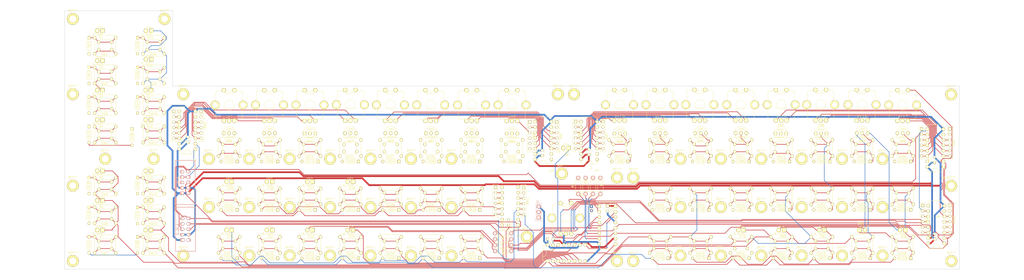
<source format=kicad_pcb>
(kicad_pcb (version 4) (host pcbnew 4.0.2-stable)
  (layers (0 F.Cu signal) (31 B.Cu signal) (34 B.Paste user) (35 F.Paste user) (36 B.SilkS user) (37 F.SilkS user) (38 B.Mask user) (39 F.Mask user) (44 Edge.Cuts user))
  (net 0 "")
  (net 1 "Net-(D101-Pad1)")
  (net 2 "Net-(D102-Pad1)")
  (net 3 /I0)
  (net 4 /I1)
  (net 5 /I2)
  (net 6 /I3)
  (net 7 /I4)
  (net 8 /I5)
  (net 9 /I6)
  (net 10 /I7)
  (net 11 GND)
  (net 12 /O6)
  (net 13 /O7)
  (net 14 /O1)
  (net 15 /O3)
  (net 16 /O5)
  (net 17 /O0)
  (net 18 /O2)
  (net 19 /O4)
  (net 20 +5V)
  (net 21 /O13)
  (net 22 /O14)
  (net 23 /O15)
  (net 24 /O16)
  (net 25 /O17)
  (net 26 /O10)
  (net 27 /I14)
  (net 28 /I15)
  (net 29 /I16)
  (net 30 /I17)
  (net 31 /I10)
  (net 32 /I11)
  (net 33 /I12)
  (net 34 /I13)
  (net 35 "Net-(D8-Pad1)")
  (net 36 "Net-(D9-Pad1)")
  (net 37 "Net-(D10-Pad1)")
  (net 38 "Net-(D11-Pad1)")
  (net 39 "Net-(D12-Pad1)")
  (net 40 "Net-(D13-Pad1)")
  (net 41 "Net-(D14-Pad1)")
  (net 42 "Net-(D22-Pad1)")
  (net 43 "Net-(D23-Pad1)")
  (net 44 "Net-(D24-Pad1)")
  (net 45 "Net-(D25-Pad1)")
  (net 46 "Net-(D26-Pad1)")
  (net 47 "Net-(D27-Pad1)")
  (net 48 "Net-(D28-Pad1)")
  (net 49 "Net-(D32-Pad1)")
  (net 50 "Net-(D33-Pad1)")
  (net 51 "Net-(D34-Pad1)")
  (net 52 "Net-(D38-Pad1)")
  (net 53 "Net-(D39-Pad1)")
  (net 54 "Net-(D40-Pad1)")
  (net 55 "Net-(D44-Pad1)")
  (net 56 "Net-(D45-Pad1)")
  (net 57 "Net-(D46-Pad1)")
  (net 58 "Net-(D50-Pad1)")
  (net 59 "Net-(D51-Pad1)")
  (net 60 "Net-(D52-Pad1)")
  (net 61 "Net-(D54-Pad1)")
  (net 62 "Net-(D55-Pad1)")
  (net 63 "Net-(D56-Pad1)")
  (net 64 "Net-(D58-Pad1)")
  (net 65 "Net-(D59-Pad1)")
  (net 66 "Net-(D60-Pad1)")
  (net 67 "Net-(D62-Pad1)")
  (net 68 "Net-(D63-Pad1)")
  (net 69 "Net-(D64-Pad1)")
  (net 70 "Net-(D66-Pad1)")
  (net 71 "Net-(D69-Pad1)")
  (net 72 "Net-(D71-Pad1)")
  (net 73 "Net-(D72-Pad1)")
  (net 74 "Net-(D73-Pad1)")
  (net 75 "Net-(D75-Pad1)")
  (net 76 "Net-(D76-Pad1)")
  (net 77 "Net-(D77-Pad1)")
  (net 78 "Net-(D80-Pad1)")
  (net 79 "Net-(D81-Pad1)")
  (net 80 "Net-(D82-Pad1)")
  (net 81 "Net-(D85-Pad1)")
  (net 82 "Net-(D86-Pad1)")
  (net 83 "Net-(D87-Pad1)")
  (net 84 "Net-(D90-Pad1)")
  (net 85 "Net-(D91-Pad1)")
  (net 86 "Net-(D92-Pad1)")
  (net 87 "Net-(D95-Pad1)")
  (net 88 "Net-(D96-Pad1)")
  (net 89 "Net-(D97-Pad1)")
  (net 90 "Net-(D100-Pad1)")
  (net 91 "Net-(ec1-PadP$GN)")
  (net 92 "Net-(U1-Pad9)")
  (net 93 /I26)
  (net 94 /I27)
  (net 95 /I24)
  (net 96 /I25)
  (net 97 /I22)
  (net 98 /I23)
  (net 99 /I20)
  (net 100 /I21)
  (net 101 /I56)
  (net 102 /I54)
  (net 103 /I55)
  (net 104 /I36)
  (net 105 /I37)
  (net 106 /I34)
  (net 107 /I35)
  (net 108 /I32)
  (net 109 /I33)
  (net 110 /I30)
  (net 111 /I31)
  (net 112 /I46)
  (net 113 /I47)
  (net 114 /I44)
  (net 115 /I45)
  (net 116 /I42)
  (net 117 /I43)
  (net 118 /I40)
  (net 119 /I41)
  (net 120 /I53)
  (net 121 /I52)
  (net 122 /I51)
  (net 123 /I50)
  (net 124 /011)
  (net 125 /012)
  (net 126 /02)
  (net 127 /I57)
  (net 128 "Net-(R8-Pad1)")
  (net 129 "Net-(R1-Pad1)")
  (net 130 "Net-(R2-Pad1)")
  (net 131 "Net-(R3-Pad1)")
  (net 132 "Net-(R4-Pad1)")
  (net 133 "Net-(R5-Pad2)")
  (net 134 "Net-(R6-Pad1)")
  (net 135 "Net-(R7-Pad1)")
  (net 136 "Net-(RR3-Pad2)")
  (net 137 "Net-(RR5-Pad2)")
  (net 138 "Net-(RR6-Pad2)")
  (net 139 "Net-(RR8-Pad2)")
  (net 140 "Net-(RR10-Pad2)")
  (net 141 "Net-(RR12-Pad2)")
  (net 142 "Net-(U1-Pad1)")
  (net 143 "Net-(U1-Pad2)")
  (net 144 "Net-(U7-Pad14)")
  (net 145 "Net-(U8-Pad9)")
  (net 146 "Net-(J3-Pad2)")
  (net 147 "Net-(U7-Pad9)")
  (module PEC11-Switch_ba (layer F.Cu) (at 118.11 120.65)
    (fp_text reference ec1 (at 0.11938 5.4737) (layer F.SilkS) (effects (font (size 1.27 1.27) (thickness 0.0889))))
    (fp_text value SW_Enc (at 0 -5.4864) (layer F.SilkS) (effects (font (size 0.8128 0.8128) (thickness 0.0889))))
    (pad P$1 thru_hole circle (at -2.49936 -7.00024) (size 1.99898 1.99898) (drill 1.00076) (layers *.Cu F.Paste F.SilkS F.Mask) (net 11 GND))
    (pad P$2 thru_hole circle (at 2.49936 -7.00024) (size 1.99898 1.99898) (drill 0.99822) (layers *.Cu F.Paste F.SilkS F.Mask) (net 127 /I57))
    (pad P$B thru_hole circle (at -2.49936 7.50062) (size 1.99898 1.99898) (drill 1.00076) (layers *.Cu F.Paste F.SilkS F.Mask) (net 10 /I7))
    (pad P$A thru_hole circle (at 2.49936 7.50062) (size 1.99898 1.99898) (drill 1.00076) (layers *.Cu F.Paste F.SilkS F.Mask) (net 9 /I6))
    (pad P$C thru_hole circle (at 0 7.50062) (size 1.99898 1.99898) (drill 1.00076) (layers *.Cu F.Paste F.SilkS F.Mask) (net 11 GND))
    (pad P$GN thru_hole circle (at -6.59892 0) (size 4.09956 4.09956) (drill 2.60096) (layers *.Cu F.Paste F.SilkS F.Mask) (net 91 "Net-(ec1-PadP$GN)"))
    (pad P$GN thru_hole circle (at 6.59892 0) (size 4.09956 4.09956) (drill 2.60096) (layers *.Cu F.Paste F.SilkS F.Mask) (net 91 "Net-(ec1-PadP$GN)"))
  )
  (module Mounting_Holes:MountingHole_3.2mm_M3_DIN965_Pad (layer F.Cu) (at 96.52 115.57)
    (fp_text reference REF** (at 0 -3.8) (layer F.SilkS))
    (fp_text value MountingHole_3.2mm_M3_Pad_Via)
    (pad 1 thru_hole circle (at 0 0) (size 5.6 5.6) (drill 3.2) (layers *.Cu *.Mask F.SilkS))
  )
  (module Mounting_Holes:MountingHole_3.2mm_M3_DIN965_Pad (layer F.Cu) (at 96.52 191.77)
    (fp_text reference REF** (at 0 -3.8) (layer F.SilkS))
    (fp_text value MountingHole_3.2mm_M3_Pad_Via)
    (pad 1 thru_hole circle (at 0 0) (size 5.6 5.6) (drill 3.2) (layers *.Cu *.Mask F.SilkS))
  )
  (module Mounting_Holes:MountingHole_3.2mm_M3_DIN965_Pad (layer F.Cu) (at 258.445 182.88)
    (fp_text reference REF** (at 0 -3.8) (layer F.SilkS))
    (fp_text value MountingHole_3.2mm_M3_Pad_Via)
    (pad 1 thru_hole circle (at 0 0) (size 5.6 5.6) (drill 3.2) (layers *.Cu *.Mask F.SilkS))
  )
  (module Mounting_Holes:MountingHole_3.2mm_M3_DIN965_Pad (layer F.Cu) (at 300.99 154.94)
    (fp_text reference REF** (at 0 -3.8) (layer F.SilkS))
    (fp_text value MountingHole_3.2mm_M3_Pad_Via)
    (pad 1 thru_hole circle (at 0 0) (size 5.6 5.6) (drill 3.2) (layers *.Cu *.Mask F.SilkS))
  )
  (module Mounting_Holes:MountingHole_3.2mm_M3_DIN965_Pad (layer F.Cu) (at 308.61 154.94)
    (fp_text reference REF** (at 0 -3.8) (layer F.SilkS))
    (fp_text value MountingHole_3.2mm_M3_Pad_Via)
    (pad 1 thru_hole circle (at 0 0) (size 5.6 5.6) (drill 3.2) (layers *.Cu *.Mask F.SilkS))
  )
  (module Mounting_Holes:MountingHole_3.2mm_M3_DIN965_Pad (layer F.Cu) (at 300.99 194.31)
    (fp_text reference REF** (at 0 -3.8) (layer F.SilkS))
    (fp_text value MountingHole_3.2mm_M3_Pad_Via)
    (pad 1 thru_hole circle (at 0 0) (size 5.6 5.6) (drill 3.2) (layers *.Cu *.Mask F.SilkS))
  )
  (module Mounting_Holes:MountingHole_3.2mm_M3_DIN965_Pad (layer F.Cu) (at 308.61 194.31)
    (fp_text reference REF** (at 0 -3.8) (layer F.SilkS))
    (fp_text value MountingHole_3.2mm_M3_Pad_Via)
    (pad 1 thru_hole circle (at 0 0) (size 5.6 5.6) (drill 3.2) (layers *.Cu *.Mask F.SilkS))
  )
  (module Mounting_Holes:MountingHole_3.2mm_M3_DIN965_Pad (layer F.Cu) (at 274.955 153.035)
    (fp_text reference REF** (at 0 -3.8) (layer F.SilkS))
    (fp_text value MountingHole_3.2mm_M3_Pad_Via)
    (pad 1 thru_hole circle (at 0 0) (size 5.6 5.6) (drill 3.2) (layers *.Cu *.Mask F.SilkS))
  )
  (module Mounting_Holes:MountingHole_3.2mm_M3_DIN965_Pad (layer F.Cu) (at 280.67 115.57)
    (fp_text reference REF** (at 0 -3.8) (layer F.SilkS))
    (fp_text value MountingHole_3.2mm_M3_Pad_Via)
    (pad 1 thru_hole circle (at 0 0) (size 5.6 5.6) (drill 3.2) (layers *.Cu *.Mask F.SilkS))
  )
  (module Mounting_Holes:MountingHole_3.2mm_M3_DIN965_Pad (layer F.Cu) (at 273.05 115.57)
    (fp_text reference REF** (at 0 -3.8) (layer F.SilkS))
    (fp_text value MountingHole_3.2mm_M3_Pad_Via)
    (pad 1 thru_hole circle (at 0 0) (size 5.6 5.6) (drill 3.2) (layers *.Cu *.Mask F.SilkS))
  )
  (module Mounting_Holes:MountingHole_3.2mm_M3_DIN965_Pad (layer F.Cu) (at 426.085 191.77)
    (fp_text reference REF** (at 0 -3.8) (layer F.SilkS))
    (fp_text value MountingHole_3.2mm_M3_Pad_Via)
    (pad 1 thru_hole circle (at 0 0) (size 5.6 5.6) (drill 3.2) (layers *.Cu *.Mask F.SilkS))
  )
  (module Mounting_Holes:MountingHole_3.2mm_M3_DIN965_Pad (layer F.Cu) (at 330.835 191.77)
    (fp_text reference REF** (at 0 -3.8) (layer F.SilkS))
    (fp_text value MountingHole_3.2mm_M3_Pad_Via)
    (pad 1 thru_hole circle (at 0 0) (size 5.6 5.6) (drill 3.2) (layers *.Cu *.Mask F.SilkS))
  )
  (module Mounting_Holes:MountingHole_3.2mm_M3_DIN965_Pad (layer F.Cu) (at 349.885 191.77)
    (fp_text reference REF** (at 0 -3.8) (layer F.SilkS))
    (fp_text value MountingHole_3.2mm_M3_Pad_Via)
    (pad 1 thru_hole circle (at 0 0) (size 5.6 5.6) (drill 3.2) (layers *.Cu *.Mask F.SilkS))
  )
  (module Mounting_Holes:MountingHole_3.2mm_M3_DIN965_Pad (layer F.Cu) (at 368.935 191.77)
    (fp_text reference REF** (at 0 -3.8) (layer F.SilkS))
    (fp_text value MountingHole_3.2mm_M3_Pad_Via)
    (pad 1 thru_hole circle (at 0 0) (size 5.6 5.6) (drill 3.2) (layers *.Cu *.Mask F.SilkS))
  )
  (module Mounting_Holes:MountingHole_3.2mm_M3_DIN965_Pad (layer F.Cu) (at 387.985 191.77)
    (fp_text reference REF** (at 0 -3.8) (layer F.SilkS))
    (fp_text value MountingHole_3.2mm_M3_Pad_Via)
    (pad 1 thru_hole circle (at 0 0) (size 5.6 5.6) (drill 3.2) (layers *.Cu *.Mask F.SilkS))
  )
  (module Mounting_Holes:MountingHole_3.2mm_M3_DIN965_Pad (layer F.Cu) (at 407.035 191.77)
    (fp_text reference REF** (at 0 -3.8) (layer F.SilkS))
    (fp_text value MountingHole_3.2mm_M3_Pad_Via)
    (pad 1 thru_hole circle (at 0 0) (size 5.6 5.6) (drill 3.2) (layers *.Cu *.Mask F.SilkS))
  )
  (module Mounting_Holes:MountingHole_3.2mm_M3_DIN965_Pad (layer F.Cu) (at 407.035 168.91)
    (fp_text reference REF** (at 0 -3.8) (layer F.SilkS))
    (fp_text value MountingHole_3.2mm_M3_Pad_Via)
    (pad 1 thru_hole circle (at 0 0) (size 5.6 5.6) (drill 3.2) (layers *.Cu *.Mask F.SilkS))
  )
  (module Mounting_Holes:MountingHole_3.2mm_M3_DIN965_Pad (layer F.Cu) (at 426.085 168.91)
    (fp_text reference REF** (at 0 -3.8) (layer F.SilkS))
    (fp_text value MountingHole_3.2mm_M3_Pad_Via)
    (pad 1 thru_hole circle (at 0 0) (size 5.6 5.6) (drill 3.2) (layers *.Cu *.Mask F.SilkS))
  )
  (module Mounting_Holes:MountingHole_3.2mm_M3_DIN965_Pad (layer F.Cu) (at 426.085 146.05)
    (fp_text reference REF** (at 0 -3.8) (layer F.SilkS))
    (fp_text value MountingHole_3.2mm_M3_Pad_Via)
    (pad 1 thru_hole circle (at 0 0) (size 5.6 5.6) (drill 3.2) (layers *.Cu *.Mask F.SilkS))
  )
  (module Mounting_Holes:MountingHole_3.2mm_M3_DIN965_Pad (layer F.Cu) (at 407.035 146.05)
    (fp_text reference REF** (at 0 -3.8) (layer F.SilkS))
    (fp_text value MountingHole_3.2mm_M3_Pad_Via)
    (pad 1 thru_hole circle (at 0 0) (size 5.6 5.6) (drill 3.2) (layers *.Cu *.Mask F.SilkS))
  )
  (module Mounting_Holes:MountingHole_3.2mm_M3_DIN965_Pad (layer F.Cu) (at 387.985 146.05)
    (fp_text reference REF** (at 0 -3.8) (layer F.SilkS))
    (fp_text value MountingHole_3.2mm_M3_Pad_Via)
    (pad 1 thru_hole circle (at 0 0) (size 5.6 5.6) (drill 3.2) (layers *.Cu *.Mask F.SilkS))
  )
  (module Mounting_Holes:MountingHole_3.2mm_M3_DIN965_Pad (layer F.Cu) (at 387.985 168.91)
    (fp_text reference REF** (at 0 -3.8) (layer F.SilkS))
    (fp_text value MountingHole_3.2mm_M3_Pad_Via)
    (pad 1 thru_hole circle (at 0 0) (size 5.6 5.6) (drill 3.2) (layers *.Cu *.Mask F.SilkS))
  )
  (module Mounting_Holes:MountingHole_3.2mm_M3_DIN965_Pad (layer F.Cu) (at 368.935 168.91)
    (fp_text reference REF** (at 0 -3.8) (layer F.SilkS))
    (fp_text value MountingHole_3.2mm_M3_Pad_Via)
    (pad 1 thru_hole circle (at 0 0) (size 5.6 5.6) (drill 3.2) (layers *.Cu *.Mask F.SilkS))
  )
  (module Mounting_Holes:MountingHole_3.2mm_M3_DIN965_Pad (layer F.Cu) (at 349.885 168.91)
    (fp_text reference REF** (at 0 -3.8) (layer F.SilkS))
    (fp_text value MountingHole_3.2mm_M3_Pad_Via)
    (pad 1 thru_hole circle (at 0 0) (size 5.6 5.6) (drill 3.2) (layers *.Cu *.Mask F.SilkS))
  )
  (module Mounting_Holes:MountingHole_3.2mm_M3_DIN965_Pad (layer F.Cu) (at 330.835 168.91)
    (fp_text reference REF** (at 0 -3.8) (layer F.SilkS))
    (fp_text value MountingHole_3.2mm_M3_Pad_Via)
    (pad 1 thru_hole circle (at 0 0) (size 5.6 5.6) (drill 3.2) (layers *.Cu *.Mask F.SilkS))
  )
  (module Mounting_Holes:MountingHole_3.2mm_M3_DIN965_Pad (layer F.Cu) (at 368.935 146.05)
    (fp_text reference REF** (at 0 -3.8) (layer F.SilkS))
    (fp_text value MountingHole_3.2mm_M3_Pad_Via)
    (pad 1 thru_hole circle (at 0 0) (size 5.6 5.6) (drill 3.2) (layers *.Cu *.Mask F.SilkS))
  )
  (module Mounting_Holes:MountingHole_3.2mm_M3_DIN965_Pad (layer F.Cu) (at 349.885 146.05)
    (fp_text reference REF** (at 0 -3.8) (layer F.SilkS))
    (fp_text value MountingHole_3.2mm_M3_Pad_Via)
    (pad 1 thru_hole circle (at 0 0) (size 5.6 5.6) (drill 3.2) (layers *.Cu *.Mask F.SilkS))
  )
  (module Mounting_Holes:MountingHole_3.2mm_M3_DIN965_Pad (layer F.Cu) (at 330.835 146.05)
    (fp_text reference REF** (at 0 -3.8) (layer F.SilkS))
    (fp_text value MountingHole_3.2mm_M3_Pad_Via)
    (pad 1 thru_hole circle (at 0 0) (size 5.6 5.6) (drill 3.2) (layers *.Cu *.Mask F.SilkS))
  )
  (module Mounting_Holes:MountingHole_3.2mm_M3_DIN965_Pad (layer F.Cu) (at 203.835 168.91)
    (fp_text reference REF** (at 0 -3.8) (layer F.SilkS))
    (fp_text value MountingHole_3.2mm_M3_Pad_Via)
    (pad 1 thru_hole circle (at 0 0) (size 5.6 5.6) (drill 3.2) (layers *.Cu *.Mask F.SilkS))
  )
  (module Mounting_Holes:MountingHole_3.2mm_M3_DIN965_Pad (layer F.Cu) (at 203.835 146.05)
    (fp_text reference REF** (at 0 -3.8) (layer F.SilkS))
    (fp_text value MountingHole_3.2mm_M3_Pad_Via)
    (pad 1 thru_hole circle (at 0 0) (size 5.6 5.6) (drill 3.2) (layers *.Cu *.Mask F.SilkS))
  )
  (module Mounting_Holes:MountingHole_3.2mm_M3_DIN965_Pad (layer F.Cu) (at 203.835 191.77)
    (fp_text reference REF** (at 0 -3.8) (layer F.SilkS))
    (fp_text value MountingHole_3.2mm_M3_Pad_Via)
    (pad 1 thru_hole circle (at 0 0) (size 5.6 5.6) (drill 3.2) (layers *.Cu *.Mask F.SilkS))
  )
  (module Mounting_Holes:MountingHole_3.2mm_M3_DIN965_Pad (layer F.Cu) (at 222.885 146.05)
    (fp_text reference REF** (at 0 -3.8) (layer F.SilkS))
    (fp_text value MountingHole_3.2mm_M3_Pad_Via)
    (pad 1 thru_hole circle (at 0 0) (size 5.6 5.6) (drill 3.2) (layers *.Cu *.Mask F.SilkS))
  )
  (module Mounting_Holes:MountingHole_3.2mm_M3_DIN965_Pad (layer F.Cu) (at 222.885 168.91)
    (fp_text reference REF** (at 0 -3.8) (layer F.SilkS))
    (fp_text value MountingHole_3.2mm_M3_Pad_Via)
    (pad 1 thru_hole circle (at 0 0) (size 5.6 5.6) (drill 3.2) (layers *.Cu *.Mask F.SilkS))
  )
  (module Mounting_Holes:MountingHole_3.2mm_M3_DIN965_Pad (layer F.Cu) (at 222.885 191.77)
    (fp_text reference REF** (at 0 -3.8) (layer F.SilkS))
    (fp_text value MountingHole_3.2mm_M3_Pad_Via)
    (pad 1 thru_hole circle (at 0 0) (size 5.6 5.6) (drill 3.2) (layers *.Cu *.Mask F.SilkS))
  )
  (module Mounting_Holes:MountingHole_3.2mm_M3_DIN965_Pad (layer F.Cu) (at 165.735 168.91)
    (fp_text reference REF** (at 0 -3.8) (layer F.SilkS))
    (fp_text value MountingHole_3.2mm_M3_Pad_Via)
    (pad 1 thru_hole circle (at 0 0) (size 5.6 5.6) (drill 3.2) (layers *.Cu *.Mask F.SilkS))
  )
  (module Mounting_Holes:MountingHole_3.2mm_M3_DIN965_Pad (layer F.Cu) (at 165.735 146.05)
    (fp_text reference REF** (at 0 -3.8) (layer F.SilkS))
    (fp_text value MountingHole_3.2mm_M3_Pad_Via)
    (pad 1 thru_hole circle (at 0 0) (size 5.6 5.6) (drill 3.2) (layers *.Cu *.Mask F.SilkS))
  )
  (module Mounting_Holes:MountingHole_3.2mm_M3_DIN965_Pad (layer F.Cu) (at 165.735 191.77)
    (fp_text reference REF** (at 0 -3.8) (layer F.SilkS))
    (fp_text value MountingHole_3.2mm_M3_Pad_Via)
    (pad 1 thru_hole circle (at 0 0) (size 5.6 5.6) (drill 3.2) (layers *.Cu *.Mask F.SilkS))
  )
  (module Mounting_Holes:MountingHole_3.2mm_M3_DIN965_Pad (layer F.Cu) (at 184.785 146.05)
    (fp_text reference REF** (at 0 -3.8) (layer F.SilkS))
    (fp_text value MountingHole_3.2mm_M3_Pad_Via)
    (pad 1 thru_hole circle (at 0 0) (size 5.6 5.6) (drill 3.2) (layers *.Cu *.Mask F.SilkS))
  )
  (module Mounting_Holes:MountingHole_3.2mm_M3_DIN965_Pad (layer F.Cu) (at 184.785 168.91)
    (fp_text reference REF** (at 0 -3.8) (layer F.SilkS))
    (fp_text value MountingHole_3.2mm_M3_Pad_Via)
    (pad 1 thru_hole circle (at 0 0) (size 5.6 5.6) (drill 3.2) (layers *.Cu *.Mask F.SilkS))
  )
  (module Mounting_Holes:MountingHole_3.2mm_M3_DIN965_Pad (layer F.Cu) (at 184.785 191.77)
    (fp_text reference REF** (at 0 -3.8) (layer F.SilkS))
    (fp_text value MountingHole_3.2mm_M3_Pad_Via)
    (pad 1 thru_hole circle (at 0 0) (size 5.6 5.6) (drill 3.2) (layers *.Cu *.Mask F.SilkS))
  )
  (module Mounting_Holes:MountingHole_3.2mm_M3_DIN965_Pad (layer F.Cu) (at 146.685 146.05)
    (fp_text reference REF** (at 0 -3.8) (layer F.SilkS))
    (fp_text value MountingHole_3.2mm_M3_Pad_Via)
    (pad 1 thru_hole circle (at 0 0) (size 5.6 5.6) (drill 3.2) (layers *.Cu *.Mask F.SilkS))
  )
  (module Mounting_Holes:MountingHole_3.2mm_M3_DIN965_Pad (layer F.Cu) (at 146.685 168.91)
    (fp_text reference REF** (at 0 -3.8) (layer F.SilkS))
    (fp_text value MountingHole_3.2mm_M3_Pad_Via)
    (pad 1 thru_hole circle (at 0 0) (size 5.6 5.6) (drill 3.2) (layers *.Cu *.Mask F.SilkS))
  )
  (module Mounting_Holes:MountingHole_3.2mm_M3_DIN965_Pad (layer F.Cu) (at 146.685 191.77)
    (fp_text reference REF** (at 0 -3.8) (layer F.SilkS))
    (fp_text value MountingHole_3.2mm_M3_Pad_Via)
    (pad 1 thru_hole circle (at 0 0) (size 5.6 5.6) (drill 3.2) (layers *.Cu *.Mask F.SilkS))
  )
  (module DIP-16_W7.62mm (layer F.Cu) (at 102.235 141.478 180)
    (fp_text reference U1 (at 0 -5.22 180) (layer F.SilkS))
    (fp_text value 74HC165)
    (pad 1 thru_hole oval (at 0 0 180) (size 1.6 1.6) (drill 0.8) (layers *.Cu *.Mask F.SilkS) (net 142 "Net-(U1-Pad1)"))
    (pad 2 thru_hole oval (at 0 2.54 180) (size 1.6 1.6) (drill 0.8) (layers *.Cu *.Mask F.SilkS) (net 143 "Net-(U1-Pad2)"))
    (pad 3 thru_hole oval (at 0 5.08 180) (size 1.6 1.6) (drill 0.8) (layers *.Cu *.Mask F.SilkS) (net 7 /I4))
    (pad 4 thru_hole oval (at 0 7.62 180) (size 1.6 1.6) (drill 0.8) (layers *.Cu *.Mask F.SilkS) (net 8 /I5))
    (pad 5 thru_hole oval (at 0 10.16 180) (size 1.6 1.6) (drill 0.8) (layers *.Cu *.Mask F.SilkS) (net 9 /I6))
    (pad 6 thru_hole oval (at 0 12.7 180) (size 1.6 1.6) (drill 0.8) (layers *.Cu *.Mask F.SilkS) (net 10 /I7))
    (pad 7 thru_hole oval (at 0 15.24 180) (size 1.6 1.6) (drill 0.8) (layers *.Cu *.Mask F.SilkS))
    (pad 8 thru_hole oval (at 0 17.78 180) (size 1.6 1.6) (drill 0.8) (layers *.Cu *.Mask F.SilkS) (net 11 GND))
    (pad 9 thru_hole oval (at 7.62 17.78 180) (size 1.6 1.6) (drill 0.8) (layers *.Cu *.Mask F.SilkS) (net 92 "Net-(U1-Pad9)"))
    (pad 10 thru_hole oval (at 7.62 15.24 180) (size 1.6 1.6) (drill 0.8) (layers *.Cu *.Mask F.SilkS) (net 136 "Net-(RR3-Pad2)"))
    (pad 11 thru_hole oval (at 7.62 12.7 180) (size 1.6 1.6) (drill 0.8) (layers *.Cu *.Mask F.SilkS) (net 3 /I0))
    (pad 12 thru_hole oval (at 7.62 10.16 180) (size 1.6 1.6) (drill 0.8) (layers *.Cu *.Mask F.SilkS) (net 4 /I1))
    (pad 13 thru_hole oval (at 7.62 7.62 180) (size 1.6 1.6) (drill 0.8) (layers *.Cu *.Mask F.SilkS) (net 5 /I2))
    (pad 14 thru_hole oval (at 7.62 5.08 180) (size 1.6 1.6) (drill 0.8) (layers *.Cu *.Mask F.SilkS) (net 6 /I3))
    (pad 15 thru_hole oval (at 7.62 2.54 180) (size 1.6 1.6) (drill 0.8) (layers *.Cu *.Mask F.SilkS) (net 11 GND))
    (pad 16 thru_hole oval (at 7.62 0 180) (size 1.6 1.6) (drill 0.8) (layers *.Cu *.Mask F.SilkS) (net 20 +5V))
  )
  (module LEDs:LED-5MM-3 (layer F.Cu) (at 120.65 133.985 180)
    (fp_text reference D29 (at 2.54508 -3.91668 180) (layer F.SilkS))
    (fp_text value Led_gp1)
    (pad 1 thru_hole circle (at 0 0) (size 1.6764 1.6764) (drill 0.8128) (layers *.Cu *.Mask F.SilkS) (net 124 /011))
    (pad 2 thru_hole circle (at 2.54 0) (size 1.6764 1.6764) (drill 0.8128) (layers *.Cu *.Mask F.SilkS) (net 15 /O3))
    (pad 3 thru_hole circle (at 5.08 0) (size 1.6764 1.6764) (drill 0.8128) (layers *.Cu *.Mask F.SilkS) (net 26 /O10))
  )
  (module LEDs:LED-5MM-3 (layer F.Cu) (at 139.7 133.985 180)
    (fp_text reference D35 (at 2.54508 -3.91668 180) (layer F.SilkS))
    (fp_text value Led_gp2)
    (pad 1 thru_hole circle (at 0 0) (size 1.6764 1.6764) (drill 0.8128) (layers *.Cu *.Mask F.SilkS) (net 21 /O13))
    (pad 2 thru_hole circle (at 2.54 0) (size 1.6764 1.6764) (drill 0.8128) (layers *.Cu *.Mask F.SilkS) (net 15 /O3))
    (pad 3 thru_hole circle (at 5.08 0) (size 1.6764 1.6764) (drill 0.8128) (layers *.Cu *.Mask F.SilkS) (net 125 /012))
  )
  (module LEDs:LED-5MM-3 (layer F.Cu) (at 158.75 134.112 180)
    (fp_text reference D41 (at 2.54508 -3.91668 180) (layer F.SilkS))
    (fp_text value Led_gp3)
    (pad 1 thru_hole circle (at 0 0) (size 1.6764 1.6764) (drill 0.8128) (layers *.Cu *.Mask F.SilkS) (net 23 /O15))
    (pad 2 thru_hole circle (at 2.54 0) (size 1.6764 1.6764) (drill 0.8128) (layers *.Cu *.Mask F.SilkS) (net 18 /O2))
    (pad 3 thru_hole circle (at 5.08 0) (size 1.6764 1.6764) (drill 0.8128) (layers *.Cu *.Mask F.SilkS) (net 22 /O14))
  )
  (module LEDs:LED-5MM-3 (layer F.Cu) (at 177.8 133.985 180)
    (fp_text reference D47 (at 2.54508 -3.91668 180) (layer F.SilkS))
    (fp_text value Led_gp4)
    (pad 1 thru_hole circle (at 0 0) (size 1.6764 1.6764) (drill 0.8128) (layers *.Cu *.Mask F.SilkS) (net 25 /O17))
    (pad 2 thru_hole circle (at 2.54 0) (size 1.6764 1.6764) (drill 0.8128) (layers *.Cu *.Mask F.SilkS) (net 18 /O2))
    (pad 3 thru_hole circle (at 5.08 0) (size 1.6764 1.6764) (drill 0.8128) (layers *.Cu *.Mask F.SilkS) (net 24 /O16))
  )
  (module LEDs:LED-5MM-3 (layer F.Cu) (at 196.85 133.985 180)
    (fp_text reference D53 (at 2.54508 -3.91668 180) (layer F.SilkS))
    (fp_text value Led_gp5)
    (pad 1 thru_hole circle (at 0 0) (size 1.6764 1.6764) (drill 0.8128) (layers *.Cu *.Mask F.SilkS) (net 124 /011))
    (pad 2 thru_hole circle (at 2.54 0) (size 1.6764 1.6764) (drill 0.8128) (layers *.Cu *.Mask F.SilkS) (net 14 /O1))
    (pad 3 thru_hole circle (at 5.08 0) (size 1.6764 1.6764) (drill 0.8128) (layers *.Cu *.Mask F.SilkS) (net 26 /O10))
  )
  (module LEDs:LED-5MM-3 (layer F.Cu) (at 215.9 133.985 180)
    (fp_text reference D57 (at 2.54508 -3.91668 180) (layer F.SilkS))
    (fp_text value Led_gp6)
    (pad 1 thru_hole circle (at 0 0) (size 1.6764 1.6764) (drill 0.8128) (layers *.Cu *.Mask F.SilkS) (net 21 /O13))
    (pad 2 thru_hole circle (at 2.54 0) (size 1.6764 1.6764) (drill 0.8128) (layers *.Cu *.Mask F.SilkS) (net 14 /O1))
    (pad 3 thru_hole circle (at 5.08 0) (size 1.6764 1.6764) (drill 0.8128) (layers *.Cu *.Mask F.SilkS) (net 125 /012))
  )
  (module LEDs:LED-5MM-3 (layer F.Cu) (at 234.95 133.985 180)
    (fp_text reference D61 (at 2.54508 -3.91668 180) (layer F.SilkS))
    (fp_text value Led_gp7)
    (pad 1 thru_hole circle (at 0 0) (size 1.6764 1.6764) (drill 0.8128) (layers *.Cu *.Mask F.SilkS) (net 23 /O15))
    (pad 2 thru_hole circle (at 2.54 0) (size 1.6764 1.6764) (drill 0.8128) (layers *.Cu *.Mask F.SilkS) (net 17 /O0))
    (pad 3 thru_hole circle (at 5.08 0) (size 1.6764 1.6764) (drill 0.8128) (layers *.Cu *.Mask F.SilkS) (net 22 /O14))
  )
  (module LEDs:LED-5MM-3 (layer F.Cu) (at 254 134.112 180)
    (fp_text reference D65 (at 2.54508 -3.91668 180) (layer F.SilkS))
    (fp_text value Led_gp8)
    (pad 1 thru_hole circle (at 0 0) (size 1.6764 1.6764) (drill 0.8128) (layers *.Cu *.Mask F.SilkS) (net 25 /O17))
    (pad 2 thru_hole circle (at 2.54 0) (size 1.6764 1.6764) (drill 0.8128) (layers *.Cu *.Mask F.SilkS) (net 17 /O0))
    (pad 3 thru_hole circle (at 5.08 0) (size 1.6764 1.6764) (drill 0.8128) (layers *.Cu *.Mask F.SilkS) (net 24 /O16))
  )
  (module LEDs:LED-5MM-3 (layer F.Cu) (at 304.8 134.112 180)
    (fp_text reference D68 (at 2.54508 -3.91668 180) (layer F.SilkS))
    (fp_text value Led_gp9)
    (pad 1 thru_hole circle (at 0 0) (size 1.6764 1.6764) (drill 0.8128) (layers *.Cu *.Mask F.SilkS) (net 124 /011))
    (pad 2 thru_hole circle (at 2.54 0) (size 1.6764 1.6764) (drill 0.8128) (layers *.Cu *.Mask F.SilkS) (net 19 /O4))
    (pad 3 thru_hole circle (at 5.08 0) (size 1.6764 1.6764) (drill 0.8128) (layers *.Cu *.Mask F.SilkS) (net 26 /O10))
  )
  (module LEDs:LED-5MM-3 (layer F.Cu) (at 323.85 133.985 180)
    (fp_text reference D70 (at 2.54508 -3.91668 180) (layer F.SilkS))
    (fp_text value Led_gp10)
    (pad 1 thru_hole circle (at 0 0) (size 1.6764 1.6764) (drill 0.8128) (layers *.Cu *.Mask F.SilkS) (net 21 /O13))
    (pad 2 thru_hole circle (at 2.54 0) (size 1.6764 1.6764) (drill 0.8128) (layers *.Cu *.Mask F.SilkS) (net 19 /O4))
    (pad 3 thru_hole circle (at 5.08 0) (size 1.6764 1.6764) (drill 0.8128) (layers *.Cu *.Mask F.SilkS) (net 125 /012))
  )
  (module LEDs:LED-5MM-3 (layer F.Cu) (at 342.9 133.985 180)
    (fp_text reference D74 (at 2.54508 -3.91668 180) (layer F.SilkS))
    (fp_text value Led_gp11)
    (pad 1 thru_hole circle (at 0 0) (size 1.6764 1.6764) (drill 0.8128) (layers *.Cu *.Mask F.SilkS) (net 23 /O15))
    (pad 2 thru_hole circle (at 2.54 0) (size 1.6764 1.6764) (drill 0.8128) (layers *.Cu *.Mask F.SilkS) (net 16 /O5))
    (pad 3 thru_hole circle (at 5.08 0) (size 1.6764 1.6764) (drill 0.8128) (layers *.Cu *.Mask F.SilkS) (net 22 /O14))
  )
  (module LEDs:LED-5MM-3 (layer F.Cu) (at 361.95 133.985 180)
    (fp_text reference D78 (at 2.54508 -3.91668 180) (layer F.SilkS))
    (fp_text value Led_gp12)
    (pad 1 thru_hole circle (at 0 0) (size 1.6764 1.6764) (drill 0.8128) (layers *.Cu *.Mask F.SilkS) (net 25 /O17))
    (pad 2 thru_hole circle (at 2.54 0) (size 1.6764 1.6764) (drill 0.8128) (layers *.Cu *.Mask F.SilkS) (net 16 /O5))
    (pad 3 thru_hole circle (at 5.08 0) (size 1.6764 1.6764) (drill 0.8128) (layers *.Cu *.Mask F.SilkS) (net 24 /O16))
  )
  (module LEDs:LED-5MM-3 (layer F.Cu) (at 375.60516 134.12294)
    (fp_text reference D83 (at 2.54508 -3.91668) (layer F.SilkS))
    (fp_text value Led_gp13)
    (pad 1 thru_hole circle (at 0 0 180) (size 1.6764 1.6764) (drill 0.8128) (layers *.Cu *.Mask F.SilkS) (net 124 /011))
    (pad 2 thru_hole circle (at 2.54 0 180) (size 1.6764 1.6764) (drill 0.8128) (layers *.Cu *.Mask F.SilkS) (net 12 /O6))
    (pad 3 thru_hole circle (at 5.08 0 180) (size 1.6764 1.6764) (drill 0.8128) (layers *.Cu *.Mask F.SilkS) (net 26 /O10))
  )
  (module LEDs:LED-5MM-3 (layer F.Cu) (at 394.60516 134.12294)
    (fp_text reference D88 (at 2.54508 -3.91668) (layer F.SilkS))
    (fp_text value Led_gp14)
    (pad 1 thru_hole circle (at 0 0 180) (size 1.6764 1.6764) (drill 0.8128) (layers *.Cu *.Mask F.SilkS) (net 21 /O13))
    (pad 2 thru_hole circle (at 2.54 0 180) (size 1.6764 1.6764) (drill 0.8128) (layers *.Cu *.Mask F.SilkS) (net 12 /O6))
    (pad 3 thru_hole circle (at 5.08 0 180) (size 1.6764 1.6764) (drill 0.8128) (layers *.Cu *.Mask F.SilkS) (net 125 /012))
  )
  (module LEDs:LED-5MM-3 (layer F.Cu) (at 419.1 133.985 180)
    (fp_text reference D93 (at 2.54508 -3.91668 180) (layer F.SilkS))
    (fp_text value Led_gp15)
    (pad 1 thru_hole circle (at 0 0) (size 1.6764 1.6764) (drill 0.8128) (layers *.Cu *.Mask F.SilkS) (net 23 /O15))
    (pad 2 thru_hole circle (at 2.54 0) (size 1.6764 1.6764) (drill 0.8128) (layers *.Cu *.Mask F.SilkS) (net 13 /O7))
    (pad 3 thru_hole circle (at 5.08 0) (size 1.6764 1.6764) (drill 0.8128) (layers *.Cu *.Mask F.SilkS) (net 22 /O14))
  )
  (module LEDs:LED-5MM-3 (layer F.Cu) (at 438.15 133.985 180)
    (fp_text reference D99 (at 2.54508 -3.91668 180) (layer F.SilkS))
    (fp_text value Led_gp16)
    (pad 1 thru_hole circle (at 0 0) (size 1.6764 1.6764) (drill 0.8128) (layers *.Cu *.Mask F.SilkS) (net 25 /O17))
    (pad 2 thru_hole circle (at 2.54 0) (size 1.6764 1.6764) (drill 0.8128) (layers *.Cu *.Mask F.SilkS) (net 13 /O7))
    (pad 3 thru_hole circle (at 5.08 0) (size 1.6764 1.6764) (drill 0.8128) (layers *.Cu *.Mask F.SilkS) (net 24 /O16))
  )
  (module "empreinte ksir:vasch_strip_5x2" (layer B.Cu) (at 97.536 179.324 90)
    (fp_text reference j2 (at 0.2 -4 90) (layer B.SilkS) (effects (font (thickness 0.2032)) (justify mirror)))
    (fp_text value CONN_02X05 hide)
    (pad 9 thru_hole oval (at 5.08 -1.27 90) (size 1.5 2) (drill 1 (offset 0 -0.25)) (layers *.Cu *.Mask B.SilkS))
    (pad 10 thru_hole oval (at 5.08 1.27 90) (size 1.5 2) (drill 1 (offset 0 0.25)) (layers *.Cu *.Mask B.SilkS) (net 142 "Net-(U1-Pad1)"))
    (pad 8 thru_hole oval (at 2.54 1.27 90) (size 1.5 2) (drill 1 (offset 0 0.25)) (layers *.Cu *.Mask B.SilkS) (net 143 "Net-(U1-Pad2)"))
    (pad 7 thru_hole oval (at 2.54 -1.27 90) (size 1.5 2) (drill 1 (offset 0 -0.25)) (layers *.Cu *.Mask B.SilkS) (net 143 "Net-(U1-Pad2)"))
    (pad 1 thru_hole rect (at -5.08 -1.27 90) (size 1.5 2) (drill 1 (offset 0 -0.25)) (layers *.Cu *.Mask B.SilkS) (net 11 GND))
    (pad 2 thru_hole oval (at -5.08 1.27 90) (size 1.5 2) (drill 1 (offset 0 0.25)) (layers *.Cu *.Mask B.SilkS) (net 11 GND))
    (pad 3 thru_hole oval (at -2.54 -1.27 90) (size 1.5 2) (drill 1 (offset 0 -0.25)) (layers *.Cu *.Mask B.SilkS) (net 20 +5V))
    (pad 4 thru_hole oval (at -2.54 1.27 90) (size 1.5 2) (drill 1 (offset 0 0.25)) (layers *.Cu *.Mask B.SilkS) (net 20 +5V))
    (pad 5 thru_hole oval (at 0 -1.27 90) (size 1.5 2) (drill 1 (offset 0 -0.25)) (layers *.Cu *.Mask B.SilkS) (net 140 "Net-(RR10-Pad2)"))
    (pad 6 thru_hole oval (at 0 1.27 90) (size 1.5 2) (drill 1 (offset 0 0.25)) (layers *.Cu *.Mask B.SilkS) (net 145 "Net-(U8-Pad9)"))
  )
  (module "empreinte ksir:vasch_strip_5x2" (layer B.Cu) (at 97.409 157.226 90)
    (fp_text reference j1 (at 0.2 -4 90) (layer B.SilkS) (effects (font (thickness 0.2032)) (justify mirror)))
    (fp_text value CONN_02X05 hide)
    (pad 9 thru_hole oval (at 5.08 -1.27 90) (size 1.5 2) (drill 1 (offset 0 -0.25)) (layers *.Cu *.Mask B.SilkS))
    (pad 10 thru_hole oval (at 5.08 1.27 90) (size 1.5 2) (drill 1 (offset 0 0.25)) (layers *.Cu *.Mask B.SilkS) (net 142 "Net-(U1-Pad1)"))
    (pad 8 thru_hole oval (at 2.54 1.27 90) (size 1.5 2) (drill 1 (offset 0 0.25)) (layers *.Cu *.Mask B.SilkS) (net 143 "Net-(U1-Pad2)"))
    (pad 7 thru_hole oval (at 2.54 -1.27 90) (size 1.5 2) (drill 1 (offset 0 -0.25)) (layers *.Cu *.Mask B.SilkS) (net 143 "Net-(U1-Pad2)"))
    (pad 1 thru_hole rect (at -5.08 -1.27 90) (size 1.5 2) (drill 1 (offset 0 -0.25)) (layers *.Cu *.Mask B.SilkS) (net 11 GND))
    (pad 2 thru_hole oval (at -5.08 1.27 90) (size 1.5 2) (drill 1 (offset 0 0.25)) (layers *.Cu *.Mask B.SilkS) (net 11 GND))
    (pad 3 thru_hole oval (at -2.54 -1.27 90) (size 1.5 2) (drill 1 (offset 0 -0.25)) (layers *.Cu *.Mask B.SilkS) (net 20 +5V))
    (pad 4 thru_hole oval (at -2.54 1.27 90) (size 1.5 2) (drill 1 (offset 0 0.25)) (layers *.Cu *.Mask B.SilkS) (net 20 +5V))
    (pad 5 thru_hole oval (at 0 -1.27 90) (size 1.5 2) (drill 1 (offset 0 -0.25)) (layers *.Cu *.Mask B.SilkS) (net 92 "Net-(U1-Pad9)"))
    (pad 6 thru_hole oval (at 0 1.27 90) (size 1.5 2) (drill 1 (offset 0 0.25)) (layers *.Cu *.Mask B.SilkS) (net 144 "Net-(U7-Pad14)"))
  )
  (module Resistors_ThroughHole:Resistor_Horizontal_RM7mm (layer F.Cu) (at 251.079 181.229 180)
    (fp_text reference R8 (at 4 -2.5 180) (layer F.SilkS))
    (fp_text value r220)
    (pad 1 thru_hole circle (at 0 0 180) (size 1.99898 1.99898) (drill 1.00076) (layers *.Cu *.SilkS *.Mask) (net 128 "Net-(R8-Pad1)"))
    (pad 2 thru_hole circle (at 7.62 0 180) (size 1.99898 1.99898) (drill 1.00076) (layers *.Cu *.SilkS *.Mask) (net 22 /O14))
  )
  (module "empreinte ksir:DIP-16_W7.62mm" (layer F.Cu) (at 292.608 168.529)
    (fp_text reference U8 (at 0 -5.22) (layer F.SilkS))
    (fp_text value 74HC595PWR)
    (pad 1 thru_hole oval (at 0 0) (size 1.6 1.6) (drill 0.8) (layers *.Cu *.Mask F.SilkS) (net 134 "Net-(R6-Pad1)"))
    (pad 2 thru_hole oval (at 0 2.54) (size 1.6 1.6) (drill 0.8) (layers *.Cu *.Mask F.SilkS) (net 135 "Net-(R7-Pad1)"))
    (pad 3 thru_hole oval (at 0 5.08) (size 1.6 1.6) (drill 0.8) (layers *.Cu *.Mask F.SilkS) (net 128 "Net-(R8-Pad1)"))
    (pad 4 thru_hole oval (at 0 7.62) (size 1.6 1.6) (drill 0.8) (layers *.Cu *.Mask F.SilkS) (net 132 "Net-(R4-Pad1)"))
    (pad 5 thru_hole oval (at 0 10.16) (size 1.6 1.6) (drill 0.8) (layers *.Cu *.Mask F.SilkS) (net 131 "Net-(R3-Pad1)"))
    (pad 6 thru_hole oval (at 0 12.7) (size 1.6 1.6) (drill 0.8) (layers *.Cu *.Mask F.SilkS) (net 130 "Net-(R2-Pad1)"))
    (pad 7 thru_hole oval (at 0 15.24) (size 1.6 1.6) (drill 0.8) (layers *.Cu *.Mask F.SilkS) (net 129 "Net-(R1-Pad1)"))
    (pad 8 thru_hole oval (at 0 17.78) (size 1.6 1.6) (drill 0.8) (layers *.Cu *.Mask F.SilkS) (net 11 GND))
    (pad 9 thru_hole oval (at 7.62 17.78) (size 1.6 1.6) (drill 0.8) (layers *.Cu *.Mask F.SilkS) (net 145 "Net-(U8-Pad9)"))
    (pad 10 thru_hole oval (at 7.62 15.24) (size 1.6 1.6) (drill 0.8) (layers *.Cu *.Mask F.SilkS) (net 20 +5V))
    (pad 11 thru_hole oval (at 7.62 12.7) (size 1.6 1.6) (drill 0.8) (layers *.Cu *.Mask F.SilkS) (net 143 "Net-(U1-Pad2)"))
    (pad 12 thru_hole oval (at 7.62 10.16) (size 1.6 1.6) (drill 0.8) (layers *.Cu *.Mask F.SilkS) (net 142 "Net-(U1-Pad1)"))
    (pad 13 thru_hole oval (at 7.62 7.62) (size 1.6 1.6) (drill 0.8) (layers *.Cu *.Mask F.SilkS) (net 11 GND))
    (pad 14 thru_hole oval (at 7.62 5.08) (size 1.6 1.6) (drill 0.8) (layers *.Cu *.Mask F.SilkS) (net 147 "Net-(U7-Pad9)"))
    (pad 15 thru_hole oval (at 7.62 2.54) (size 1.6 1.6) (drill 0.8) (layers *.Cu *.Mask F.SilkS) (net 133 "Net-(R5-Pad2)"))
    (pad 16 thru_hole oval (at 7.62 0) (size 1.6 1.6) (drill 0.8) (layers *.Cu *.Mask F.SilkS) (net 20 +5V))
  )
  (module "empreinte ksir:DIP-16_W7.62mm" (layer F.Cu) (at 268.224 194.31 90)
    (fp_text reference U7 (at 5 2 180) (layer F.SilkS))
    (fp_text value 74HC595PWR)
    (pad 1 thru_hole oval (at 0 0 90) (size 1.6 1.6) (drill 0.8) (layers *.Cu *.Mask F.SilkS) (net 12 /O6))
    (pad 2 thru_hole oval (at 0 2.54 90) (size 1.6 1.6) (drill 0.8) (layers *.Cu *.Mask F.SilkS) (net 16 /O5))
    (pad 3 thru_hole oval (at 0 5.08 90) (size 1.6 1.6) (drill 0.8) (layers *.Cu *.Mask F.SilkS) (net 19 /O4))
    (pad 4 thru_hole oval (at 0 7.62 90) (size 1.6 1.6) (drill 0.8) (layers *.Cu *.Mask F.SilkS) (net 15 /O3))
    (pad 5 thru_hole oval (at 0 10.16 90) (size 1.6 1.6) (drill 0.8) (layers *.Cu *.Mask F.SilkS) (net 126 /02))
    (pad 6 thru_hole oval (at 0 12.7 90) (size 1.6 1.6) (drill 0.8) (layers *.Cu *.Mask F.SilkS) (net 14 /O1))
    (pad 7 thru_hole oval (at 0 15.24 90) (size 1.6 1.6) (drill 0.8) (layers *.Cu *.Mask F.SilkS) (net 17 /O0))
    (pad 8 thru_hole oval (at 0 17.78 90) (size 1.6 1.6) (drill 0.8) (layers *.Cu *.Mask F.SilkS) (net 11 GND))
    (pad 9 thru_hole oval (at 7.62 17.78 90) (size 1.6 1.6) (drill 0.8) (layers *.Cu *.Mask F.SilkS) (net 147 "Net-(U7-Pad9)"))
    (pad 10 thru_hole oval (at 7.62 15.24 90) (size 1.6 1.6) (drill 0.8) (layers *.Cu *.Mask F.SilkS) (net 20 +5V))
    (pad 11 thru_hole oval (at 7.62 12.7 90) (size 1.6 1.6) (drill 0.8) (layers *.Cu *.Mask F.SilkS) (net 143 "Net-(U1-Pad2)"))
    (pad 12 thru_hole oval (at 7.62 10.16 90) (size 1.6 1.6) (drill 0.8) (layers *.Cu *.Mask F.SilkS) (net 142 "Net-(U1-Pad1)"))
    (pad 13 thru_hole oval (at 7.62 7.62 90) (size 1.6 1.6) (drill 0.8) (layers *.Cu *.Mask F.SilkS) (net 11 GND))
    (pad 14 thru_hole oval (at 7.62 5.08 90) (size 1.6 1.6) (drill 0.8) (layers *.Cu *.Mask F.SilkS) (net 144 "Net-(U7-Pad14)"))
    (pad 15 thru_hole oval (at 7.62 2.54 90) (size 1.6 1.6) (drill 0.8) (layers *.Cu *.Mask F.SilkS) (net 13 /O7))
    (pad 16 thru_hole oval (at 7.62 0 90) (size 1.6 1.6) (drill 0.8) (layers *.Cu *.Mask F.SilkS) (net 20 +5V))
  )
  (module "empreinte ksir:DIP-16_W7.62mm" (layer F.Cu) (at 455.265864 185.993912 180)
    (fp_text reference U6 (at 3.018864 12.638912 180) (layer F.SilkS))
    (fp_text value 74HC165)
    (pad 1 thru_hole oval (at 0 0 180) (size 1.6 1.6) (drill 0.8) (layers *.Cu *.Mask F.SilkS) (net 142 "Net-(U1-Pad1)"))
    (pad 2 thru_hole oval (at 0 2.54 180) (size 1.6 1.6) (drill 0.8) (layers *.Cu *.Mask F.SilkS) (net 143 "Net-(U1-Pad2)"))
    (pad 3 thru_hole oval (at 0 5.08 180) (size 1.6 1.6) (drill 0.8) (layers *.Cu *.Mask F.SilkS) (net 102 /I54))
    (pad 4 thru_hole oval (at 0 7.62 180) (size 1.6 1.6) (drill 0.8) (layers *.Cu *.Mask F.SilkS) (net 103 /I55))
    (pad 5 thru_hole oval (at 0 10.16 180) (size 1.6 1.6) (drill 0.8) (layers *.Cu *.Mask F.SilkS) (net 101 /I56))
    (pad 6 thru_hole oval (at 0 12.7 180) (size 1.6 1.6) (drill 0.8) (layers *.Cu *.Mask F.SilkS) (net 127 /I57))
    (pad 7 thru_hole oval (at 0 15.24 180) (size 1.6 1.6) (drill 0.8) (layers *.Cu *.Mask F.SilkS))
    (pad 8 thru_hole oval (at 0 17.78 180) (size 1.6 1.6) (drill 0.8) (layers *.Cu *.Mask F.SilkS) (net 11 GND))
    (pad 9 thru_hole oval (at 7.62 17.78 180) (size 1.6 1.6) (drill 0.8) (layers *.Cu *.Mask F.SilkS) (net 139 "Net-(RR8-Pad2)"))
    (pad 10 thru_hole oval (at 7.62 15.24 180) (size 1.6 1.6) (drill 0.8) (layers *.Cu *.Mask F.SilkS) (net 141 "Net-(RR12-Pad2)"))
    (pad 11 thru_hole oval (at 7.62 12.7 180) (size 1.6 1.6) (drill 0.8) (layers *.Cu *.Mask F.SilkS) (net 123 /I50))
    (pad 12 thru_hole oval (at 7.62 10.16 180) (size 1.6 1.6) (drill 0.8) (layers *.Cu *.Mask F.SilkS) (net 122 /I51))
    (pad 13 thru_hole oval (at 7.62 7.62 180) (size 1.6 1.6) (drill 0.8) (layers *.Cu *.Mask F.SilkS) (net 121 /I52))
    (pad 14 thru_hole oval (at 7.62 5.08 180) (size 1.6 1.6) (drill 0.8) (layers *.Cu *.Mask F.SilkS) (net 120 /I53))
    (pad 15 thru_hole oval (at 7.62 2.54 180) (size 1.6 1.6) (drill 0.8) (layers *.Cu *.Mask F.SilkS) (net 11 GND))
    (pad 16 thru_hole oval (at 7.62 0 180) (size 1.6 1.6) (drill 0.8) (layers *.Cu *.Mask F.SilkS) (net 20 +5V))
  )
  (module "empreinte ksir:DIP-16_W7.62mm" (layer F.Cu) (at 454.838194 149.876812 180)
    (fp_text reference U5 (at 0 -5.22 180) (layer F.SilkS))
    (fp_text value 74HC165)
    (pad 1 thru_hole oval (at 0 0 180) (size 1.6 1.6) (drill 0.8) (layers *.Cu *.Mask F.SilkS) (net 142 "Net-(U1-Pad1)"))
    (pad 2 thru_hole oval (at 0 2.54 180) (size 1.6 1.6) (drill 0.8) (layers *.Cu *.Mask F.SilkS) (net 143 "Net-(U1-Pad2)"))
    (pad 3 thru_hole oval (at 0 5.08 180) (size 1.6 1.6) (drill 0.8) (layers *.Cu *.Mask F.SilkS) (net 114 /I44))
    (pad 4 thru_hole oval (at 0 7.62 180) (size 1.6 1.6) (drill 0.8) (layers *.Cu *.Mask F.SilkS) (net 115 /I45))
    (pad 5 thru_hole oval (at 0 10.16 180) (size 1.6 1.6) (drill 0.8) (layers *.Cu *.Mask F.SilkS) (net 112 /I46))
    (pad 6 thru_hole oval (at 0 12.7 180) (size 1.6 1.6) (drill 0.8) (layers *.Cu *.Mask F.SilkS) (net 113 /I47))
    (pad 7 thru_hole oval (at 0 15.24 180) (size 1.6 1.6) (drill 0.8) (layers *.Cu *.Mask F.SilkS))
    (pad 8 thru_hole oval (at 0 17.78 180) (size 1.6 1.6) (drill 0.8) (layers *.Cu *.Mask F.SilkS) (net 11 GND))
    (pad 9 thru_hole oval (at 7.62 17.78 180) (size 1.6 1.6) (drill 0.8) (layers *.Cu *.Mask F.SilkS) (net 141 "Net-(RR12-Pad2)"))
    (pad 10 thru_hole oval (at 7.62 15.24 180) (size 1.6 1.6) (drill 0.8) (layers *.Cu *.Mask F.SilkS) (net 140 "Net-(RR10-Pad2)"))
    (pad 11 thru_hole oval (at 7.62 12.7 180) (size 1.6 1.6) (drill 0.8) (layers *.Cu *.Mask F.SilkS) (net 118 /I40))
    (pad 12 thru_hole oval (at 7.62 10.16 180) (size 1.6 1.6) (drill 0.8) (layers *.Cu *.Mask F.SilkS) (net 119 /I41))
    (pad 13 thru_hole oval (at 7.62 7.62 180) (size 1.6 1.6) (drill 0.8) (layers *.Cu *.Mask F.SilkS) (net 116 /I42))
    (pad 14 thru_hole oval (at 7.62 5.08 180) (size 1.6 1.6) (drill 0.8) (layers *.Cu *.Mask F.SilkS) (net 117 /I43))
    (pad 15 thru_hole oval (at 7.62 2.54 180) (size 1.6 1.6) (drill 0.8) (layers *.Cu *.Mask F.SilkS) (net 11 GND))
    (pad 16 thru_hole oval (at 7.62 0 180) (size 1.6 1.6) (drill 0.8) (layers *.Cu *.Mask F.SilkS) (net 20 +5V))
  )
  (module "empreinte ksir:DIP-16_W7.62mm" (layer F.Cu) (at 291.592 146.304 180)
    (fp_text reference U4 (at 0 -5.22 180) (layer F.SilkS))
    (fp_text value 74HC165)
    (pad 1 thru_hole oval (at 0 0 180) (size 1.6 1.6) (drill 0.8) (layers *.Cu *.Mask F.SilkS) (net 142 "Net-(U1-Pad1)"))
    (pad 2 thru_hole oval (at 0 2.54 180) (size 1.6 1.6) (drill 0.8) (layers *.Cu *.Mask F.SilkS) (net 143 "Net-(U1-Pad2)"))
    (pad 3 thru_hole oval (at 0 5.08 180) (size 1.6 1.6) (drill 0.8) (layers *.Cu *.Mask F.SilkS) (net 106 /I34))
    (pad 4 thru_hole oval (at 0 7.62 180) (size 1.6 1.6) (drill 0.8) (layers *.Cu *.Mask F.SilkS) (net 107 /I35))
    (pad 5 thru_hole oval (at 0 10.16 180) (size 1.6 1.6) (drill 0.8) (layers *.Cu *.Mask F.SilkS) (net 104 /I36))
    (pad 6 thru_hole oval (at 0 12.7 180) (size 1.6 1.6) (drill 0.8) (layers *.Cu *.Mask F.SilkS) (net 105 /I37))
    (pad 7 thru_hole oval (at 0 15.24 180) (size 1.6 1.6) (drill 0.8) (layers *.Cu *.Mask F.SilkS))
    (pad 8 thru_hole oval (at 0 17.78 180) (size 1.6 1.6) (drill 0.8) (layers *.Cu *.Mask F.SilkS) (net 11 GND))
    (pad 9 thru_hole oval (at 7.62 17.78 180) (size 1.6 1.6) (drill 0.8) (layers *.Cu *.Mask F.SilkS) (net 138 "Net-(RR6-Pad2)"))
    (pad 10 thru_hole oval (at 7.62 15.24 180) (size 1.6 1.6) (drill 0.8) (layers *.Cu *.Mask F.SilkS) (net 139 "Net-(RR8-Pad2)"))
    (pad 11 thru_hole oval (at 7.62 12.7 180) (size 1.6 1.6) (drill 0.8) (layers *.Cu *.Mask F.SilkS) (net 110 /I30))
    (pad 12 thru_hole oval (at 7.62 10.16 180) (size 1.6 1.6) (drill 0.8) (layers *.Cu *.Mask F.SilkS) (net 111 /I31))
    (pad 13 thru_hole oval (at 7.62 7.62 180) (size 1.6 1.6) (drill 0.8) (layers *.Cu *.Mask F.SilkS) (net 108 /I32))
    (pad 14 thru_hole oval (at 7.62 5.08 180) (size 1.6 1.6) (drill 0.8) (layers *.Cu *.Mask F.SilkS) (net 109 /I33))
    (pad 15 thru_hole oval (at 7.62 2.54 180) (size 1.6 1.6) (drill 0.8) (layers *.Cu *.Mask F.SilkS) (net 11 GND))
    (pad 16 thru_hole oval (at 7.62 0 180) (size 1.6 1.6) (drill 0.8) (layers *.Cu *.Mask F.SilkS) (net 20 +5V))
  )
  (module "empreinte ksir:DIP-16_W7.62mm" (layer F.Cu) (at 270.002 146.304 180)
    (fp_text reference U3 (at 0 -5.22 180) (layer F.SilkS))
    (fp_text value 74HC165)
    (pad 1 thru_hole oval (at 0 0 180) (size 1.6 1.6) (drill 0.8) (layers *.Cu *.Mask F.SilkS) (net 142 "Net-(U1-Pad1)"))
    (pad 2 thru_hole oval (at 0 2.54 180) (size 1.6 1.6) (drill 0.8) (layers *.Cu *.Mask F.SilkS) (net 143 "Net-(U1-Pad2)"))
    (pad 3 thru_hole oval (at 0 5.08 180) (size 1.6 1.6) (drill 0.8) (layers *.Cu *.Mask F.SilkS) (net 95 /I24))
    (pad 4 thru_hole oval (at 0 7.62 180) (size 1.6 1.6) (drill 0.8) (layers *.Cu *.Mask F.SilkS) (net 96 /I25))
    (pad 5 thru_hole oval (at 0 10.16 180) (size 1.6 1.6) (drill 0.8) (layers *.Cu *.Mask F.SilkS) (net 93 /I26))
    (pad 6 thru_hole oval (at 0 12.7 180) (size 1.6 1.6) (drill 0.8) (layers *.Cu *.Mask F.SilkS) (net 94 /I27))
    (pad 7 thru_hole oval (at 0 15.24 180) (size 1.6 1.6) (drill 0.8) (layers *.Cu *.Mask F.SilkS))
    (pad 8 thru_hole oval (at 0 17.78 180) (size 1.6 1.6) (drill 0.8) (layers *.Cu *.Mask F.SilkS) (net 11 GND))
    (pad 9 thru_hole oval (at 7.62 17.78 180) (size 1.6 1.6) (drill 0.8) (layers *.Cu *.Mask F.SilkS) (net 137 "Net-(RR5-Pad2)"))
    (pad 10 thru_hole oval (at 7.62 15.24 180) (size 1.6 1.6) (drill 0.8) (layers *.Cu *.Mask F.SilkS) (net 138 "Net-(RR6-Pad2)"))
    (pad 11 thru_hole oval (at 7.62 12.7 180) (size 1.6 1.6) (drill 0.8) (layers *.Cu *.Mask F.SilkS) (net 99 /I20))
    (pad 12 thru_hole oval (at 7.62 10.16 180) (size 1.6 1.6) (drill 0.8) (layers *.Cu *.Mask F.SilkS) (net 100 /I21))
    (pad 13 thru_hole oval (at 7.62 7.62 180) (size 1.6 1.6) (drill 0.8) (layers *.Cu *.Mask F.SilkS) (net 97 /I22))
    (pad 14 thru_hole oval (at 7.62 5.08 180) (size 1.6 1.6) (drill 0.8) (layers *.Cu *.Mask F.SilkS) (net 98 /I23))
    (pad 15 thru_hole oval (at 7.62 2.54 180) (size 1.6 1.6) (drill 0.8) (layers *.Cu *.Mask F.SilkS) (net 11 GND))
    (pad 16 thru_hole oval (at 7.62 0 180) (size 1.6 1.6) (drill 0.8) (layers *.Cu *.Mask F.SilkS) (net 20 +5V))
  )
  (module "empreinte ksir:DIP-16_W7.62mm" (layer F.Cu) (at 254.381 177.292 180)
    (fp_text reference U2 (at 0 -5.22 180) (layer F.SilkS))
    (fp_text value 74HC165)
    (pad 1 thru_hole oval (at 0 0 180) (size 1.6 1.6) (drill 0.8) (layers *.Cu *.Mask F.SilkS) (net 142 "Net-(U1-Pad1)"))
    (pad 2 thru_hole oval (at 0 2.54 180) (size 1.6 1.6) (drill 0.8) (layers *.Cu *.Mask F.SilkS) (net 143 "Net-(U1-Pad2)"))
    (pad 3 thru_hole oval (at 0 5.08 180) (size 1.6 1.6) (drill 0.8) (layers *.Cu *.Mask F.SilkS) (net 27 /I14))
    (pad 4 thru_hole oval (at 0 7.62 180) (size 1.6 1.6) (drill 0.8) (layers *.Cu *.Mask F.SilkS) (net 28 /I15))
    (pad 5 thru_hole oval (at 0 10.16 180) (size 1.6 1.6) (drill 0.8) (layers *.Cu *.Mask F.SilkS) (net 29 /I16))
    (pad 6 thru_hole oval (at 0 12.7 180) (size 1.6 1.6) (drill 0.8) (layers *.Cu *.Mask F.SilkS) (net 30 /I17))
    (pad 7 thru_hole oval (at 0 15.24 180) (size 1.6 1.6) (drill 0.8) (layers *.Cu *.Mask F.SilkS))
    (pad 8 thru_hole oval (at 0 17.78 180) (size 1.6 1.6) (drill 0.8) (layers *.Cu *.Mask F.SilkS) (net 11 GND))
    (pad 9 thru_hole oval (at 7.62 17.78 180) (size 1.6 1.6) (drill 0.8) (layers *.Cu *.Mask F.SilkS) (net 136 "Net-(RR3-Pad2)"))
    (pad 10 thru_hole oval (at 7.62 15.24 180) (size 1.6 1.6) (drill 0.8) (layers *.Cu *.Mask F.SilkS) (net 137 "Net-(RR5-Pad2)"))
    (pad 11 thru_hole oval (at 7.62 12.7 180) (size 1.6 1.6) (drill 0.8) (layers *.Cu *.Mask F.SilkS) (net 31 /I10))
    (pad 12 thru_hole oval (at 7.62 10.16 180) (size 1.6 1.6) (drill 0.8) (layers *.Cu *.Mask F.SilkS) (net 32 /I11))
    (pad 13 thru_hole oval (at 7.62 7.62 180) (size 1.6 1.6) (drill 0.8) (layers *.Cu *.Mask F.SilkS) (net 33 /I12))
    (pad 14 thru_hole oval (at 7.62 5.08 180) (size 1.6 1.6) (drill 0.8) (layers *.Cu *.Mask F.SilkS) (net 34 /I13))
    (pad 15 thru_hole oval (at 7.62 2.54 180) (size 1.6 1.6) (drill 0.8) (layers *.Cu *.Mask F.SilkS) (net 11 GND))
    (pad 16 thru_hole oval (at 7.62 0 180) (size 1.6 1.6) (drill 0.8) (layers *.Cu *.Mask F.SilkS) (net 20 +5V))
  )
  (module Resistors_ThroughHole:Resistor_Horizontal_RM7mm (layer F.Cu) (at 282.62816 162.67194 90)
    (fp_text reference R1 (at 4 -2.5 90) (layer F.SilkS))
    (fp_text value 470ohm)
    (pad 1 thru_hole circle (at 0 0 90) (size 1.99898 1.99898) (drill 1.00076) (layers *.Cu *.SilkS *.Mask) (net 129 "Net-(R1-Pad1)"))
    (pad 2 thru_hole circle (at 7.62 0 90) (size 1.99898 1.99898) (drill 1.00076) (layers *.Cu *.SilkS *.Mask) (net 26 /O10))
  )
  (module Resistors_ThroughHole:Resistor_Horizontal_RM7mm (layer F.Cu) (at 286.12816 162.67194 90)
    (fp_text reference R2 (at 5.62 0 90) (layer F.SilkS))
    (fp_text value 1k)
    (pad 1 thru_hole circle (at 0 0 90) (size 1.99898 1.99898) (drill 1.00076) (layers *.Cu *.SilkS *.Mask) (net 130 "Net-(R2-Pad1)"))
    (pad 2 thru_hole circle (at 7.62 0 90) (size 1.99898 1.99898) (drill 1.00076) (layers *.Cu *.SilkS *.Mask) (net 124 /011))
  )
  (module Resistors_ThroughHole:Resistor_Horizontal_RM7mm (layer F.Cu) (at 289.62816 162.67194 90)
    (fp_text reference R3 (at -0.183 -5.167 90) (layer F.SilkS))
    (fp_text value 470ohm)
    (pad 1 thru_hole circle (at 0 0 90) (size 1.99898 1.99898) (drill 1.00076) (layers *.Cu *.SilkS *.Mask) (net 131 "Net-(R3-Pad1)"))
    (pad 2 thru_hole circle (at 7.62 0 90) (size 1.99898 1.99898) (drill 1.00076) (layers *.Cu *.SilkS *.Mask) (net 125 /012))
  )
  (module Resistors_ThroughHole:Resistor_Horizontal_RM7mm (layer F.Cu) (at 293.12816 162.67194 90)
    (fp_text reference R4 (at 4.5 0.5 90) (layer F.SilkS))
    (fp_text value 1k)
    (pad 1 thru_hole circle (at 0 0 90) (size 1.99898 1.99898) (drill 1.00076) (layers *.Cu *.SilkS *.Mask) (net 132 "Net-(R4-Pad1)"))
    (pad 2 thru_hole circle (at 7.62 0 90) (size 1.99898 1.99898) (drill 1.00076) (layers *.Cu *.SilkS *.Mask) (net 21 /O13))
  )
  (module Resistors_ThroughHole:Resistor_Horizontal_RM7mm (layer F.Cu) (at 243.459 189.611)
    (fp_text reference R5 (at 4.128 1.048) (layer F.SilkS))
    (fp_text value r220)
    (pad 1 thru_hole circle (at 0 0) (size 1.99898 1.99898) (drill 1.00076) (layers *.Cu *.SilkS *.Mask) (net 25 /O17))
    (pad 2 thru_hole circle (at 7.62 0) (size 1.99898 1.99898) (drill 1.00076) (layers *.Cu *.SilkS *.Mask) (net 133 "Net-(R5-Pad2)"))
  )
  (module Resistors_ThroughHole:Resistor_Horizontal_RM7mm (layer F.Cu) (at 251.079 186.817 180)
    (fp_text reference R6 (at 3.62 -2.5 180) (layer F.SilkS))
    (fp_text value r220)
    (pad 1 thru_hole circle (at 0 0 180) (size 1.99898 1.99898) (drill 1.00076) (layers *.Cu *.SilkS *.Mask) (net 134 "Net-(R6-Pad1)"))
    (pad 2 thru_hole circle (at 7.62 0 180) (size 1.99898 1.99898) (drill 1.00076) (layers *.Cu *.SilkS *.Mask) (net 24 /O16))
  )
  (module Resistors_ThroughHole:Resistor_Horizontal_RM7mm (layer F.Cu) (at 251.079 184.023 180)
    (fp_text reference R7 (at 4.12 -2.5 180) (layer F.SilkS))
    (fp_text value r220)
    (pad 1 thru_hole circle (at 0 0 180) (size 1.99898 1.99898) (drill 1.00076) (layers *.Cu *.SilkS *.Mask) (net 135 "Net-(R7-Pad1)"))
    (pad 2 thru_hole circle (at 7.62 0 180) (size 1.99898 1.99898) (drill 1.00076) (layers *.Cu *.SilkS *.Mask) (net 23 /O15))
  )
  (module "empreinte ksir:Resistor_Array_SIP6" (layer F.Cu) (at 104.902 130.048 270)
    (fp_text reference RR2 (at 0.254 -2.032 270) (layer F.SilkS))
    (fp_text value 5x10k)
    (pad 1 thru_hole rect (at -6.35 0 270) (size 1.397 1.397) (drill 0.8128) (layers *.Cu *.Mask F.SilkS) (net 146 "Net-(J3-Pad2)"))
    (pad 2 thru_hole circle (at -3.81 0 270) (size 1.397 1.397) (drill 0.8128) (layers *.Cu *.Mask F.SilkS))
    (pad 3 thru_hole circle (at -1.27 0 270) (size 1.397 1.397) (drill 0.8128) (layers *.Cu *.Mask F.SilkS) (net 10 /I7))
    (pad 4 thru_hole circle (at 1.27 0 270) (size 1.397 1.397) (drill 0.8128) (layers *.Cu *.Mask F.SilkS) (net 9 /I6))
    (pad 5 thru_hole circle (at 3.81 0 270) (size 1.397 1.397) (drill 0.8128) (layers *.Cu *.Mask F.SilkS) (net 8 /I5))
    (pad 6 thru_hole circle (at 6.35 0 270) (size 1.397 1.397) (drill 0.8128) (layers *.Cu *.Mask F.SilkS) (net 7 /I4))
  )
  (module "empreinte ksir:Resistor_Array_SIP6" (layer F.Cu) (at 272.542 135.001 270)
    (fp_text reference RR1 (at 0.254 -2.032 270) (layer F.SilkS))
    (fp_text value 5x10k)
    (pad 1 thru_hole rect (at -6.35 0 270) (size 1.397 1.397) (drill 0.8128) (layers *.Cu *.Mask F.SilkS) (net 146 "Net-(J3-Pad2)"))
    (pad 2 thru_hole circle (at -3.81 0 270) (size 1.397 1.397) (drill 0.8128) (layers *.Cu *.Mask F.SilkS))
    (pad 3 thru_hole circle (at -1.27 0 270) (size 1.397 1.397) (drill 0.8128) (layers *.Cu *.Mask F.SilkS) (net 94 /I27))
    (pad 4 thru_hole circle (at 1.27 0 270) (size 1.397 1.397) (drill 0.8128) (layers *.Cu *.Mask F.SilkS) (net 93 /I26))
    (pad 5 thru_hole circle (at 3.81 0 270) (size 1.397 1.397) (drill 0.8128) (layers *.Cu *.Mask F.SilkS) (net 96 /I25))
    (pad 6 thru_hole circle (at 6.35 0 270) (size 1.397 1.397) (drill 0.8128) (layers *.Cu *.Mask F.SilkS) (net 95 /I24))
  )
  (module "empreinte ksir:Resistor_Array_SIP6" (layer F.Cu) (at 92.075 130.048 270)
    (fp_text reference RR3 (at 0.254 -2.032 270) (layer F.SilkS))
    (fp_text value 5x10k)
    (pad 1 thru_hole rect (at -6.35 0 270) (size 1.397 1.397) (drill 0.8128) (layers *.Cu *.Mask F.SilkS) (net 146 "Net-(J3-Pad2)"))
    (pad 2 thru_hole circle (at -3.81 0 270) (size 1.397 1.397) (drill 0.8128) (layers *.Cu *.Mask F.SilkS) (net 136 "Net-(RR3-Pad2)"))
    (pad 3 thru_hole circle (at -1.27 0 270) (size 1.397 1.397) (drill 0.8128) (layers *.Cu *.Mask F.SilkS) (net 3 /I0))
    (pad 4 thru_hole circle (at 1.27 0 270) (size 1.397 1.397) (drill 0.8128) (layers *.Cu *.Mask F.SilkS) (net 4 /I1))
    (pad 5 thru_hole circle (at 3.81 0 270) (size 1.397 1.397) (drill 0.8128) (layers *.Cu *.Mask F.SilkS) (net 5 /I2))
    (pad 6 thru_hole circle (at 6.35 0 270) (size 1.397 1.397) (drill 0.8128) (layers *.Cu *.Mask F.SilkS) (net 6 /I3))
  )
  (module "empreinte ksir:Resistor_Array_SIP6" (layer F.Cu) (at 256.921 165.989 270)
    (fp_text reference RR4 (at 0.254 -2.032 270) (layer F.SilkS))
    (fp_text value 5x10k)
    (pad 1 thru_hole rect (at -6.35 0 270) (size 1.397 1.397) (drill 0.8128) (layers *.Cu *.Mask F.SilkS) (net 146 "Net-(J3-Pad2)"))
    (pad 2 thru_hole circle (at -3.81 0 270) (size 1.397 1.397) (drill 0.8128) (layers *.Cu *.Mask F.SilkS))
    (pad 3 thru_hole circle (at -1.27 0 270) (size 1.397 1.397) (drill 0.8128) (layers *.Cu *.Mask F.SilkS) (net 30 /I17))
    (pad 4 thru_hole circle (at 1.27 0 270) (size 1.397 1.397) (drill 0.8128) (layers *.Cu *.Mask F.SilkS) (net 29 /I16))
    (pad 5 thru_hole circle (at 3.81 0 270) (size 1.397 1.397) (drill 0.8128) (layers *.Cu *.Mask F.SilkS) (net 28 /I15))
    (pad 6 thru_hole circle (at 6.35 0 270) (size 1.397 1.397) (drill 0.8128) (layers *.Cu *.Mask F.SilkS) (net 27 /I14))
  )
  (module "empreinte ksir:Resistor_Array_SIP6" (layer F.Cu) (at 243.713 165.862 270)
    (fp_text reference RR5 (at 0.254 -2.032 270) (layer F.SilkS))
    (fp_text value 5x10k)
    (pad 1 thru_hole rect (at -6.35 0 270) (size 1.397 1.397) (drill 0.8128) (layers *.Cu *.Mask F.SilkS) (net 146 "Net-(J3-Pad2)"))
    (pad 2 thru_hole circle (at -3.81 0 270) (size 1.397 1.397) (drill 0.8128) (layers *.Cu *.Mask F.SilkS) (net 137 "Net-(RR5-Pad2)"))
    (pad 3 thru_hole circle (at -1.27 0 270) (size 1.397 1.397) (drill 0.8128) (layers *.Cu *.Mask F.SilkS) (net 31 /I10))
    (pad 4 thru_hole circle (at 1.27 0 270) (size 1.397 1.397) (drill 0.8128) (layers *.Cu *.Mask F.SilkS) (net 32 /I11))
    (pad 5 thru_hole circle (at 3.81 0 270) (size 1.397 1.397) (drill 0.8128) (layers *.Cu *.Mask F.SilkS) (net 33 /I12))
    (pad 6 thru_hole circle (at 6.35 0 270) (size 1.397 1.397) (drill 0.8128) (layers *.Cu *.Mask F.SilkS) (net 34 /I13))
  )
  (module "empreinte ksir:Resistor_Array_SIP6" (layer F.Cu) (at 259.842 135.001 270)
    (fp_text reference RR6 (at 0.254 -2.032 270) (layer F.SilkS))
    (fp_text value 5x10k)
    (pad 1 thru_hole rect (at -6.35 0 270) (size 1.397 1.397) (drill 0.8128) (layers *.Cu *.Mask F.SilkS) (net 146 "Net-(J3-Pad2)"))
    (pad 2 thru_hole circle (at -3.81 0 270) (size 1.397 1.397) (drill 0.8128) (layers *.Cu *.Mask F.SilkS) (net 138 "Net-(RR6-Pad2)"))
    (pad 3 thru_hole circle (at -1.27 0 270) (size 1.397 1.397) (drill 0.8128) (layers *.Cu *.Mask F.SilkS) (net 99 /I20))
    (pad 4 thru_hole circle (at 1.27 0 270) (size 1.397 1.397) (drill 0.8128) (layers *.Cu *.Mask F.SilkS) (net 100 /I21))
    (pad 5 thru_hole circle (at 3.81 0 270) (size 1.397 1.397) (drill 0.8128) (layers *.Cu *.Mask F.SilkS) (net 97 /I22))
    (pad 6 thru_hole circle (at 6.35 0 270) (size 1.397 1.397) (drill 0.8128) (layers *.Cu *.Mask F.SilkS) (net 98 /I23))
  )
  (module "empreinte ksir:Resistor_Array_SIP6" (layer F.Cu) (at 294.259 134.874 270)
    (fp_text reference RR7 (at 0.254 -2.032 270) (layer F.SilkS))
    (fp_text value 5x10k)
    (pad 1 thru_hole rect (at -6.35 0 270) (size 1.397 1.397) (drill 0.8128) (layers *.Cu *.Mask F.SilkS) (net 146 "Net-(J3-Pad2)"))
    (pad 2 thru_hole circle (at -3.81 0 270) (size 1.397 1.397) (drill 0.8128) (layers *.Cu *.Mask F.SilkS))
    (pad 3 thru_hole circle (at -1.27 0 270) (size 1.397 1.397) (drill 0.8128) (layers *.Cu *.Mask F.SilkS) (net 105 /I37))
    (pad 4 thru_hole circle (at 1.27 0 270) (size 1.397 1.397) (drill 0.8128) (layers *.Cu *.Mask F.SilkS) (net 104 /I36))
    (pad 5 thru_hole circle (at 3.81 0 270) (size 1.397 1.397) (drill 0.8128) (layers *.Cu *.Mask F.SilkS) (net 107 /I35))
    (pad 6 thru_hole circle (at 6.35 0 270) (size 1.397 1.397) (drill 0.8128) (layers *.Cu *.Mask F.SilkS) (net 106 /I34))
  )
  (module "empreinte ksir:Resistor_Array_SIP6" (layer F.Cu) (at 281.432 134.874 270)
    (fp_text reference RR8 (at 0.254 -2.032 270) (layer F.SilkS))
    (fp_text value 5x10k)
    (pad 1 thru_hole rect (at -6.35 0 270) (size 1.397 1.397) (drill 0.8128) (layers *.Cu *.Mask F.SilkS) (net 146 "Net-(J3-Pad2)"))
    (pad 2 thru_hole circle (at -3.81 0 270) (size 1.397 1.397) (drill 0.8128) (layers *.Cu *.Mask F.SilkS) (net 139 "Net-(RR8-Pad2)"))
    (pad 3 thru_hole circle (at -1.27 0 270) (size 1.397 1.397) (drill 0.8128) (layers *.Cu *.Mask F.SilkS) (net 110 /I30))
    (pad 4 thru_hole circle (at 1.27 0 270) (size 1.397 1.397) (drill 0.8128) (layers *.Cu *.Mask F.SilkS) (net 111 /I31))
    (pad 5 thru_hole circle (at 3.81 0 270) (size 1.397 1.397) (drill 0.8128) (layers *.Cu *.Mask F.SilkS) (net 108 /I32))
    (pad 6 thru_hole circle (at 6.35 0 270) (size 1.397 1.397) (drill 0.8128) (layers *.Cu *.Mask F.SilkS) (net 109 /I33))
  )
  (module "empreinte ksir:Resistor_Array_SIP6" (layer F.Cu) (at 457.824354 138.323752 270)
    (fp_text reference RR9 (at 0.254 -2.032 270) (layer F.SilkS))
    (fp_text value 5x10k)
    (pad 1 thru_hole rect (at -6.35 0 270) (size 1.397 1.397) (drill 0.8128) (layers *.Cu *.Mask F.SilkS) (net 146 "Net-(J3-Pad2)"))
    (pad 2 thru_hole circle (at -3.81 0 270) (size 1.397 1.397) (drill 0.8128) (layers *.Cu *.Mask F.SilkS))
    (pad 3 thru_hole circle (at -1.27 0 270) (size 1.397 1.397) (drill 0.8128) (layers *.Cu *.Mask F.SilkS) (net 113 /I47))
    (pad 4 thru_hole circle (at 1.27 0 270) (size 1.397 1.397) (drill 0.8128) (layers *.Cu *.Mask F.SilkS) (net 112 /I46))
    (pad 5 thru_hole circle (at 3.81 0 270) (size 1.397 1.397) (drill 0.8128) (layers *.Cu *.Mask F.SilkS) (net 115 /I45))
    (pad 6 thru_hole circle (at 6.35 0 270) (size 1.397 1.397) (drill 0.8128) (layers *.Cu *.Mask F.SilkS) (net 114 /I44))
  )
  (module "empreinte ksir:Resistor_Array_SIP6" (layer F.Cu) (at 444.489354 138.323752 270)
    (fp_text reference RR10 (at 0.254 -2.032 270) (layer F.SilkS))
    (fp_text value 5x10k)
    (pad 1 thru_hole rect (at -6.35 0 270) (size 1.397 1.397) (drill 0.8128) (layers *.Cu *.Mask F.SilkS) (net 146 "Net-(J3-Pad2)"))
    (pad 2 thru_hole circle (at -3.81 0 270) (size 1.397 1.397) (drill 0.8128) (layers *.Cu *.Mask F.SilkS) (net 140 "Net-(RR10-Pad2)"))
    (pad 3 thru_hole circle (at -1.27 0 270) (size 1.397 1.397) (drill 0.8128) (layers *.Cu *.Mask F.SilkS) (net 118 /I40))
    (pad 4 thru_hole circle (at 1.27 0 270) (size 1.397 1.397) (drill 0.8128) (layers *.Cu *.Mask F.SilkS) (net 119 /I41))
    (pad 5 thru_hole circle (at 3.81 0 270) (size 1.397 1.397) (drill 0.8128) (layers *.Cu *.Mask F.SilkS) (net 116 /I42))
    (pad 6 thru_hole circle (at 6.35 0 270) (size 1.397 1.397) (drill 0.8128) (layers *.Cu *.Mask F.SilkS) (net 117 /I43))
  )
  (module "empreinte ksir:Resistor_Array_SIP6" (layer F.Cu) (at 457.866824 174.464852 270)
    (fp_text reference RR11 (at 0.254 -2.032 270) (layer F.SilkS))
    (fp_text value 5x10k)
    (pad 1 thru_hole rect (at -6.35 0 270) (size 1.397 1.397) (drill 0.8128) (layers *.Cu *.Mask F.SilkS) (net 146 "Net-(J3-Pad2)"))
    (pad 2 thru_hole circle (at -3.81 0 270) (size 1.397 1.397) (drill 0.8128) (layers *.Cu *.Mask F.SilkS))
    (pad 3 thru_hole circle (at -1.27 0 270) (size 1.397 1.397) (drill 0.8128) (layers *.Cu *.Mask F.SilkS) (net 127 /I57))
    (pad 4 thru_hole circle (at 1.27 0 270) (size 1.397 1.397) (drill 0.8128) (layers *.Cu *.Mask F.SilkS) (net 101 /I56))
    (pad 5 thru_hole circle (at 3.81 0 270) (size 1.397 1.397) (drill 0.8128) (layers *.Cu *.Mask F.SilkS) (net 103 /I55))
    (pad 6 thru_hole circle (at 6.35 0 270) (size 1.397 1.397) (drill 0.8128) (layers *.Cu *.Mask F.SilkS) (net 102 /I54))
  )
  (module "empreinte ksir:Resistor_Array_SIP6" (layer F.Cu) (at 445.039824 174.464852 270)
    (fp_text reference RR12 (at 0.254 -2.032 270) (layer F.SilkS))
    (fp_text value 5x10k)
    (pad 1 thru_hole rect (at -6.35 0 270) (size 1.397 1.397) (drill 0.8128) (layers *.Cu *.Mask F.SilkS) (net 146 "Net-(J3-Pad2)"))
    (pad 2 thru_hole circle (at -3.81 0 270) (size 1.397 1.397) (drill 0.8128) (layers *.Cu *.Mask F.SilkS) (net 141 "Net-(RR12-Pad2)"))
    (pad 3 thru_hole circle (at -1.27 0 270) (size 1.397 1.397) (drill 0.8128) (layers *.Cu *.Mask F.SilkS) (net 123 /I50))
    (pad 4 thru_hole circle (at 1.27 0 270) (size 1.397 1.397) (drill 0.8128) (layers *.Cu *.Mask F.SilkS) (net 122 /I51))
    (pad 5 thru_hole circle (at 3.81 0 270) (size 1.397 1.397) (drill 0.8128) (layers *.Cu *.Mask F.SilkS) (net 121 /I52))
    (pad 6 thru_hole circle (at 6.35 0 270) (size 1.397 1.397) (drill 0.8128) (layers *.Cu *.Mask F.SilkS) (net 120 /I53))
  )
  (module Discret:DO-35 (layer F.Cu) (at 52.07 92.71 90)
    (fp_text reference D8 (at 0 0 90) (layer F.SilkS))
    (fp_text value D)
    (pad 1 thru_hole rect (at 3.81 0 90) (size 1.4224 1.4224) (drill 0.6096) (layers *.Cu *.Mask F.SilkS) (net 35 "Net-(D8-Pad1)"))
    (pad 2 thru_hole circle (at -3.81 0 90) (size 1.4224 1.4224) (drill 0.6096) (layers *.Cu *.Mask F.SilkS) (net 29 /I16))
  )
  (module Discret:DO-35 (layer F.Cu) (at 52.07 106.68 90)
    (fp_text reference D9 (at 0 0 90) (layer F.SilkS))
    (fp_text value D)
    (pad 1 thru_hole rect (at 3.81 0 90) (size 1.4224 1.4224) (drill 0.6096) (layers *.Cu *.Mask F.SilkS) (net 36 "Net-(D9-Pad1)"))
    (pad 2 thru_hole circle (at -3.81 0 90) (size 1.4224 1.4224) (drill 0.6096) (layers *.Cu *.Mask F.SilkS) (net 30 /I17))
  )
  (module Discret:DO-35 (layer F.Cu) (at 52.07 120.65 90)
    (fp_text reference D10 (at 0 0 90) (layer F.SilkS))
    (fp_text value D)
    (pad 1 thru_hole rect (at 3.81 0 90) (size 1.4224 1.4224) (drill 0.6096) (layers *.Cu *.Mask F.SilkS) (net 37 "Net-(D10-Pad1)"))
    (pad 2 thru_hole circle (at -3.81 0 90) (size 1.4224 1.4224) (drill 0.6096) (layers *.Cu *.Mask F.SilkS) (net 29 /I16))
  )
  (module Discret:DO-35 (layer F.Cu) (at 52.07 134.62 90)
    (fp_text reference D11 (at 0 0 90) (layer F.SilkS))
    (fp_text value D)
    (pad 1 thru_hole rect (at 3.81 0 90) (size 1.4224 1.4224) (drill 0.6096) (layers *.Cu *.Mask F.SilkS) (net 38 "Net-(D11-Pad1)"))
    (pad 2 thru_hole circle (at -3.81 0 90) (size 1.4224 1.4224) (drill 0.6096) (layers *.Cu *.Mask F.SilkS) (net 30 /I17))
  )
  (module Discret:DO-35 (layer F.Cu) (at 52.07 158.75 90)
    (fp_text reference D12 (at 0 0 90) (layer F.SilkS))
    (fp_text value D)
    (pad 1 thru_hole rect (at 3.81 0 90) (size 1.4224 1.4224) (drill 0.6096) (layers *.Cu *.Mask F.SilkS) (net 39 "Net-(D12-Pad1)"))
    (pad 2 thru_hole circle (at -3.81 0 90) (size 1.4224 1.4224) (drill 0.6096) (layers *.Cu *.Mask F.SilkS) (net 29 /I16))
  )
  (module Discret:DO-35 (layer F.Cu) (at 52.07 172.72 90)
    (fp_text reference D13 (at 0 0 90) (layer F.SilkS))
    (fp_text value D)
    (pad 1 thru_hole rect (at 3.81 0 90) (size 1.4224 1.4224) (drill 0.6096) (layers *.Cu *.Mask F.SilkS) (net 40 "Net-(D13-Pad1)"))
    (pad 2 thru_hole circle (at -3.81 0 90) (size 1.4224 1.4224) (drill 0.6096) (layers *.Cu *.Mask F.SilkS) (net 30 /I17))
  )
  (module Discret:DO-35 (layer F.Cu) (at 52.07 186.69 90)
    (fp_text reference D14 (at 0 0 90) (layer F.SilkS))
    (fp_text value D)
    (pad 1 thru_hole rect (at 3.81 0 90) (size 1.4224 1.4224) (drill 0.6096) (layers *.Cu *.Mask F.SilkS) (net 41 "Net-(D14-Pad1)"))
    (pad 2 thru_hole circle (at -3.81 0 90) (size 1.4224 1.4224) (drill 0.6096) (layers *.Cu *.Mask F.SilkS) (net 29 /I16))
  )
  (module Discret:DO-35 (layer F.Cu) (at 74.93 92.71 90)
    (fp_text reference D22 (at 0 0 90) (layer F.SilkS))
    (fp_text value D)
    (pad 1 thru_hole rect (at 3.81 0 90) (size 1.4224 1.4224) (drill 0.6096) (layers *.Cu *.Mask F.SilkS) (net 42 "Net-(D22-Pad1)"))
    (pad 2 thru_hole circle (at -3.81 0 90) (size 1.4224 1.4224) (drill 0.6096) (layers *.Cu *.Mask F.SilkS) (net 29 /I16))
  )
  (module Discret:DO-35 (layer F.Cu) (at 74.93 106.68 90)
    (fp_text reference D23 (at 0 0 90) (layer F.SilkS))
    (fp_text value D)
    (pad 1 thru_hole rect (at 3.81 0 90) (size 1.4224 1.4224) (drill 0.6096) (layers *.Cu *.Mask F.SilkS) (net 43 "Net-(D23-Pad1)"))
    (pad 2 thru_hole circle (at -3.81 0 90) (size 1.4224 1.4224) (drill 0.6096) (layers *.Cu *.Mask F.SilkS) (net 30 /I17))
  )
  (module Discret:DO-35 (layer F.Cu) (at 74.93 120.65 90)
    (fp_text reference D24 (at 0 0 90) (layer F.SilkS))
    (fp_text value D)
    (pad 1 thru_hole rect (at 3.81 0 90) (size 1.4224 1.4224) (drill 0.6096) (layers *.Cu *.Mask F.SilkS) (net 44 "Net-(D24-Pad1)"))
    (pad 2 thru_hole circle (at -3.81 0 90) (size 1.4224 1.4224) (drill 0.6096) (layers *.Cu *.Mask F.SilkS) (net 29 /I16))
  )
  (module Discret:DO-35 (layer F.Cu) (at 72.35916 135.86894 90)
    (fp_text reference D25 (at 0 0 90) (layer F.SilkS))
    (fp_text value D)
    (pad 1 thru_hole rect (at 3.81 0 90) (size 1.4224 1.4224) (drill 0.6096) (layers *.Cu *.Mask F.SilkS) (net 45 "Net-(D25-Pad1)"))
    (pad 2 thru_hole circle (at -3.81 0 90) (size 1.4224 1.4224) (drill 0.6096) (layers *.Cu *.Mask F.SilkS) (net 30 /I17))
  )
  (module Discret:DO-35 (layer F.Cu) (at 74.93 158.75 90)
    (fp_text reference D26 (at 0 0 90) (layer F.SilkS))
    (fp_text value D)
    (pad 1 thru_hole rect (at 3.81 0 90) (size 1.4224 1.4224) (drill 0.6096) (layers *.Cu *.Mask F.SilkS) (net 46 "Net-(D26-Pad1)"))
    (pad 2 thru_hole circle (at -3.81 0 90) (size 1.4224 1.4224) (drill 0.6096) (layers *.Cu *.Mask F.SilkS) (net 29 /I16))
  )
  (module Discret:DO-35 (layer F.Cu) (at 74.93 172.86894 90)
    (fp_text reference D27 (at 0 0 90) (layer F.SilkS))
    (fp_text value D)
    (pad 1 thru_hole rect (at 3.81 0 90) (size 1.4224 1.4224) (drill 0.6096) (layers *.Cu *.Mask F.SilkS) (net 47 "Net-(D27-Pad1)"))
    (pad 2 thru_hole circle (at -3.81 0 90) (size 1.4224 1.4224) (drill 0.6096) (layers *.Cu *.Mask F.SilkS) (net 30 /I17))
  )
  (module Discret:DO-35 (layer F.Cu) (at 74.93 186.69 90)
    (fp_text reference D28 (at 0 0 90) (layer F.SilkS))
    (fp_text value D)
    (pad 1 thru_hole rect (at 3.81 0 90) (size 1.4224 1.4224) (drill 0.6096) (layers *.Cu *.Mask F.SilkS) (net 48 "Net-(D28-Pad1)"))
    (pad 2 thru_hole circle (at -3.81 0 90) (size 1.4224 1.4224) (drill 0.6096) (layers *.Cu *.Mask F.SilkS) (net 29 /I16))
  )
  (module Discret:DO-35 (layer F.Cu) (at 118.14516 147.32)
    (fp_text reference D32 (at 0 0) (layer F.SilkS))
    (fp_text value D)
    (pad 1 thru_hole rect (at 3.81 0) (size 1.4224 1.4224) (drill 0.6096) (layers *.Cu *.Mask F.SilkS) (net 49 "Net-(D32-Pad1)"))
    (pad 2 thru_hole circle (at -3.81 0) (size 1.4224 1.4224) (drill 0.6096) (layers *.Cu *.Mask F.SilkS) (net 31 /I10))
  )
  (module Discret:DO-35 (layer F.Cu) (at 118.11 170.18)
    (fp_text reference D33 (at 0 0) (layer F.SilkS))
    (fp_text value D)
    (pad 1 thru_hole rect (at 3.81 0) (size 1.4224 1.4224) (drill 0.6096) (layers *.Cu *.Mask F.SilkS) (net 50 "Net-(D33-Pad1)"))
    (pad 2 thru_hole circle (at -3.81 0) (size 1.4224 1.4224) (drill 0.6096) (layers *.Cu *.Mask F.SilkS) (net 34 /I13))
  )
  (module Discret:DO-35 (layer F.Cu) (at 118.11 193.04)
    (fp_text reference D34 (at 0 0) (layer F.SilkS))
    (fp_text value D)
    (pad 1 thru_hole rect (at 3.81 0) (size 1.4224 1.4224) (drill 0.6096) (layers *.Cu *.Mask F.SilkS) (net 51 "Net-(D34-Pad1)"))
    (pad 2 thru_hole circle (at -3.81 0) (size 1.4224 1.4224) (drill 0.6096) (layers *.Cu *.Mask F.SilkS) (net 28 /I15))
  )
  (module Discret:DO-35 (layer F.Cu) (at 137.16 147.32)
    (fp_text reference D38 (at 0 0) (layer F.SilkS))
    (fp_text value D)
    (pad 1 thru_hole rect (at 3.81 0) (size 1.4224 1.4224) (drill 0.6096) (layers *.Cu *.Mask F.SilkS) (net 52 "Net-(D38-Pad1)"))
    (pad 2 thru_hole circle (at -3.81 0) (size 1.4224 1.4224) (drill 0.6096) (layers *.Cu *.Mask F.SilkS) (net 32 /I11))
  )
  (module Discret:DO-35 (layer F.Cu) (at 137.16 170.18)
    (fp_text reference D39 (at 0 0) (layer F.SilkS))
    (fp_text value D)
    (pad 1 thru_hole rect (at 3.81 0) (size 1.4224 1.4224) (drill 0.6096) (layers *.Cu *.Mask F.SilkS) (net 53 "Net-(D39-Pad1)"))
    (pad 2 thru_hole circle (at -3.81 0) (size 1.4224 1.4224) (drill 0.6096) (layers *.Cu *.Mask F.SilkS) (net 33 /I12))
  )
  (module Discret:DO-35 (layer F.Cu) (at 137.16 193.04)
    (fp_text reference D40 (at 0 0) (layer F.SilkS))
    (fp_text value D)
    (pad 1 thru_hole rect (at 3.81 0) (size 1.4224 1.4224) (drill 0.6096) (layers *.Cu *.Mask F.SilkS) (net 54 "Net-(D40-Pad1)"))
    (pad 2 thru_hole circle (at -3.81 0) (size 1.4224 1.4224) (drill 0.6096) (layers *.Cu *.Mask F.SilkS) (net 27 /I14))
  )
  (module Discret:DO-35 (layer F.Cu) (at 156.21 147.32)
    (fp_text reference D44 (at 0 0) (layer F.SilkS))
    (fp_text value D)
    (pad 1 thru_hole rect (at 3.81 0) (size 1.4224 1.4224) (drill 0.6096) (layers *.Cu *.Mask F.SilkS) (net 55 "Net-(D44-Pad1)"))
    (pad 2 thru_hole circle (at -3.81 0) (size 1.4224 1.4224) (drill 0.6096) (layers *.Cu *.Mask F.SilkS) (net 31 /I10))
  )
  (module Discret:DO-35 (layer F.Cu) (at 154.94 170.18)
    (fp_text reference D45 (at 0 0) (layer F.SilkS))
    (fp_text value D)
    (pad 1 thru_hole rect (at 3.81 0) (size 1.4224 1.4224) (drill 0.6096) (layers *.Cu *.Mask F.SilkS) (net 56 "Net-(D45-Pad1)"))
    (pad 2 thru_hole circle (at -3.81 0) (size 1.4224 1.4224) (drill 0.6096) (layers *.Cu *.Mask F.SilkS) (net 34 /I13))
  )
  (module Discret:DO-35 (layer F.Cu) (at 156.21 193.04)
    (fp_text reference D46 (at 0 0) (layer F.SilkS))
    (fp_text value D)
    (pad 1 thru_hole rect (at 3.81 0) (size 1.4224 1.4224) (drill 0.6096) (layers *.Cu *.Mask F.SilkS) (net 57 "Net-(D46-Pad1)"))
    (pad 2 thru_hole circle (at -3.81 0) (size 1.4224 1.4224) (drill 0.6096) (layers *.Cu *.Mask F.SilkS) (net 28 /I15))
  )
  (module Discret:DO-35 (layer F.Cu) (at 175.26 147.32)
    (fp_text reference D50 (at 0 0) (layer F.SilkS))
    (fp_text value D)
    (pad 1 thru_hole rect (at 3.81 0) (size 1.4224 1.4224) (drill 0.6096) (layers *.Cu *.Mask F.SilkS) (net 58 "Net-(D50-Pad1)"))
    (pad 2 thru_hole circle (at -3.81 0) (size 1.4224 1.4224) (drill 0.6096) (layers *.Cu *.Mask F.SilkS) (net 32 /I11))
  )
  (module Discret:DO-35 (layer F.Cu) (at 175.26 170.18)
    (fp_text reference D51 (at 0 0) (layer F.SilkS))
    (fp_text value D)
    (pad 1 thru_hole rect (at 3.81 0) (size 1.4224 1.4224) (drill 0.6096) (layers *.Cu *.Mask F.SilkS) (net 59 "Net-(D51-Pad1)"))
    (pad 2 thru_hole circle (at -3.81 0) (size 1.4224 1.4224) (drill 0.6096) (layers *.Cu *.Mask F.SilkS) (net 33 /I12))
  )
  (module Discret:DO-35 (layer F.Cu) (at 175.26 193.04)
    (fp_text reference D52 (at 0 0) (layer F.SilkS))
    (fp_text value D)
    (pad 1 thru_hole rect (at 3.81 0) (size 1.4224 1.4224) (drill 0.6096) (layers *.Cu *.Mask F.SilkS) (net 60 "Net-(D52-Pad1)"))
    (pad 2 thru_hole circle (at -3.81 0) (size 1.4224 1.4224) (drill 0.6096) (layers *.Cu *.Mask F.SilkS) (net 27 /I14))
  )
  (module Discret:DO-35 (layer F.Cu) (at 194.31 147.32)
    (fp_text reference D54 (at 0 0) (layer F.SilkS))
    (fp_text value D)
    (pad 1 thru_hole rect (at 3.81 0) (size 1.4224 1.4224) (drill 0.6096) (layers *.Cu *.Mask F.SilkS) (net 61 "Net-(D54-Pad1)"))
    (pad 2 thru_hole circle (at -3.81 0) (size 1.4224 1.4224) (drill 0.6096) (layers *.Cu *.Mask F.SilkS) (net 31 /I10))
  )
  (module Discret:DO-35 (layer F.Cu) (at 194.31 170.18)
    (fp_text reference D55 (at 0 0) (layer F.SilkS))
    (fp_text value D)
    (pad 1 thru_hole rect (at 3.81 0) (size 1.4224 1.4224) (drill 0.6096) (layers *.Cu *.Mask F.SilkS) (net 62 "Net-(D55-Pad1)"))
    (pad 2 thru_hole circle (at -3.81 0) (size 1.4224 1.4224) (drill 0.6096) (layers *.Cu *.Mask F.SilkS) (net 34 /I13))
  )
  (module Discret:DO-35 (layer F.Cu) (at 194.31 193.04)
    (fp_text reference D56 (at 0 0) (layer F.SilkS))
    (fp_text value D)
    (pad 1 thru_hole rect (at 3.81 0) (size 1.4224 1.4224) (drill 0.6096) (layers *.Cu *.Mask F.SilkS) (net 63 "Net-(D56-Pad1)"))
    (pad 2 thru_hole circle (at -3.81 0) (size 1.4224 1.4224) (drill 0.6096) (layers *.Cu *.Mask F.SilkS) (net 28 /I15))
  )
  (module Discret:DO-35 (layer F.Cu) (at 213.36 147.32)
    (fp_text reference D58 (at 0 0) (layer F.SilkS))
    (fp_text value D)
    (pad 1 thru_hole rect (at 3.81 0) (size 1.4224 1.4224) (drill 0.6096) (layers *.Cu *.Mask F.SilkS) (net 64 "Net-(D58-Pad1)"))
    (pad 2 thru_hole circle (at -3.81 0) (size 1.4224 1.4224) (drill 0.6096) (layers *.Cu *.Mask F.SilkS) (net 32 /I11))
  )
  (module Discret:DO-35 (layer F.Cu) (at 213.36 170.18)
    (fp_text reference D59 (at 0 0) (layer F.SilkS))
    (fp_text value D)
    (pad 1 thru_hole rect (at 3.81 0) (size 1.4224 1.4224) (drill 0.6096) (layers *.Cu *.Mask F.SilkS) (net 65 "Net-(D59-Pad1)"))
    (pad 2 thru_hole circle (at -3.81 0) (size 1.4224 1.4224) (drill 0.6096) (layers *.Cu *.Mask F.SilkS) (net 33 /I12))
  )
  (module Discret:DO-35 (layer F.Cu) (at 213.36 193.04)
    (fp_text reference D60 (at 0 0) (layer F.SilkS))
    (fp_text value D)
    (pad 1 thru_hole rect (at 3.81 0) (size 1.4224 1.4224) (drill 0.6096) (layers *.Cu *.Mask F.SilkS) (net 66 "Net-(D60-Pad1)"))
    (pad 2 thru_hole circle (at -3.81 0) (size 1.4224 1.4224) (drill 0.6096) (layers *.Cu *.Mask F.SilkS) (net 27 /I14))
  )
  (module Discret:DO-35 (layer F.Cu) (at 232.41 147.32)
    (fp_text reference D62 (at 0 0) (layer F.SilkS))
    (fp_text value D)
    (pad 1 thru_hole rect (at 3.81 0) (size 1.4224 1.4224) (drill 0.6096) (layers *.Cu *.Mask F.SilkS) (net 67 "Net-(D62-Pad1)"))
    (pad 2 thru_hole circle (at -3.81 0) (size 1.4224 1.4224) (drill 0.6096) (layers *.Cu *.Mask F.SilkS) (net 31 /I10))
  )
  (module Discret:DO-35 (layer F.Cu) (at 232.41 170.18)
    (fp_text reference D63 (at 0 0) (layer F.SilkS))
    (fp_text value D)
    (pad 1 thru_hole rect (at 3.81 0) (size 1.4224 1.4224) (drill 0.6096) (layers *.Cu *.Mask F.SilkS) (net 68 "Net-(D63-Pad1)"))
    (pad 2 thru_hole circle (at -3.81 0) (size 1.4224 1.4224) (drill 0.6096) (layers *.Cu *.Mask F.SilkS) (net 34 /I13))
  )
  (module Discret:DO-35 (layer F.Cu) (at 232.41 193.04)
    (fp_text reference D64 (at 0 0) (layer F.SilkS))
    (fp_text value D)
    (pad 1 thru_hole rect (at 3.81 0) (size 1.4224 1.4224) (drill 0.6096) (layers *.Cu *.Mask F.SilkS) (net 69 "Net-(D64-Pad1)"))
    (pad 2 thru_hole circle (at -3.81 0) (size 1.4224 1.4224) (drill 0.6096) (layers *.Cu *.Mask F.SilkS) (net 28 /I15))
  )
  (module Discret:DO-35 (layer F.Cu) (at 251.46 147.32)
    (fp_text reference D66 (at 0 0) (layer F.SilkS))
    (fp_text value D)
    (pad 1 thru_hole rect (at 3.81 0) (size 1.4224 1.4224) (drill 0.6096) (layers *.Cu *.Mask F.SilkS) (net 70 "Net-(D66-Pad1)"))
    (pad 2 thru_hole circle (at -3.81 0) (size 1.4224 1.4224) (drill 0.6096) (layers *.Cu *.Mask F.SilkS) (net 32 /I11))
  )
  (module Discret:DO-35 (layer F.Cu) (at 302.26 147.32)
    (fp_text reference D69 (at 0 0) (layer F.SilkS))
    (fp_text value D)
    (pad 1 thru_hole rect (at 3.81 0) (size 1.4224 1.4224) (drill 0.6096) (layers *.Cu *.Mask F.SilkS) (net 71 "Net-(D69-Pad1)"))
    (pad 2 thru_hole circle (at -3.81 0) (size 1.4224 1.4224) (drill 0.6096) (layers *.Cu *.Mask F.SilkS) (net 31 /I10))
  )
  (module Discret:DO-35 (layer F.Cu) (at 321.31 147.32)
    (fp_text reference D71 (at 0 0) (layer F.SilkS))
    (fp_text value D)
    (pad 1 thru_hole rect (at 3.81 0) (size 1.4224 1.4224) (drill 0.6096) (layers *.Cu *.Mask F.SilkS) (net 72 "Net-(D71-Pad1)"))
    (pad 2 thru_hole circle (at -3.81 0) (size 1.4224 1.4224) (drill 0.6096) (layers *.Cu *.Mask F.SilkS) (net 32 /I11))
  )
  (module Discret:DO-35 (layer F.Cu) (at 321.31 170.18)
    (fp_text reference D72 (at 0 0) (layer F.SilkS))
    (fp_text value D)
    (pad 1 thru_hole rect (at 3.81 0) (size 1.4224 1.4224) (drill 0.6096) (layers *.Cu *.Mask F.SilkS) (net 73 "Net-(D72-Pad1)"))
    (pad 2 thru_hole circle (at -3.81 0) (size 1.4224 1.4224) (drill 0.6096) (layers *.Cu *.Mask F.SilkS) (net 33 /I12))
  )
  (module Discret:DO-35 (layer F.Cu) (at 321.31 193.04)
    (fp_text reference D73 (at 0 0) (layer F.SilkS))
    (fp_text value D)
    (pad 1 thru_hole rect (at 3.81 0) (size 1.4224 1.4224) (drill 0.6096) (layers *.Cu *.Mask F.SilkS) (net 74 "Net-(D73-Pad1)"))
    (pad 2 thru_hole circle (at -3.81 0) (size 1.4224 1.4224) (drill 0.6096) (layers *.Cu *.Mask F.SilkS) (net 27 /I14))
  )
  (module Discret:DO-35 (layer F.Cu) (at 340.36 147.32)
    (fp_text reference D75 (at 0 0) (layer F.SilkS))
    (fp_text value D)
    (pad 1 thru_hole rect (at 3.81 0) (size 1.4224 1.4224) (drill 0.6096) (layers *.Cu *.Mask F.SilkS) (net 75 "Net-(D75-Pad1)"))
    (pad 2 thru_hole circle (at -3.81 0) (size 1.4224 1.4224) (drill 0.6096) (layers *.Cu *.Mask F.SilkS) (net 31 /I10))
  )
  (module Discret:DO-35 (layer F.Cu) (at 340.36 170.18)
    (fp_text reference D76 (at 0 0) (layer F.SilkS))
    (fp_text value D)
    (pad 1 thru_hole rect (at 3.81 0) (size 1.4224 1.4224) (drill 0.6096) (layers *.Cu *.Mask F.SilkS) (net 76 "Net-(D76-Pad1)"))
    (pad 2 thru_hole circle (at -3.81 0) (size 1.4224 1.4224) (drill 0.6096) (layers *.Cu *.Mask F.SilkS) (net 34 /I13))
  )
  (module Discret:DO-35 (layer F.Cu) (at 340.36 193.04)
    (fp_text reference D77 (at 0 0) (layer F.SilkS))
    (fp_text value D)
    (pad 1 thru_hole rect (at 3.81 0) (size 1.4224 1.4224) (drill 0.6096) (layers *.Cu *.Mask F.SilkS) (net 77 "Net-(D77-Pad1)"))
    (pad 2 thru_hole circle (at -3.81 0) (size 1.4224 1.4224) (drill 0.6096) (layers *.Cu *.Mask F.SilkS) (net 28 /I15))
  )
  (module Discret:DO-35 (layer F.Cu) (at 359.41 147.32)
    (fp_text reference D80 (at 0 0) (layer F.SilkS))
    (fp_text value D)
    (pad 1 thru_hole rect (at 3.81 0) (size 1.4224 1.4224) (drill 0.6096) (layers *.Cu *.Mask F.SilkS) (net 78 "Net-(D80-Pad1)"))
    (pad 2 thru_hole circle (at -3.81 0) (size 1.4224 1.4224) (drill 0.6096) (layers *.Cu *.Mask F.SilkS) (net 32 /I11))
  )
  (module Discret:DO-35 (layer F.Cu) (at 359.41 170.18)
    (fp_text reference D81 (at 0 0) (layer F.SilkS))
    (fp_text value D)
    (pad 1 thru_hole rect (at 3.81 0) (size 1.4224 1.4224) (drill 0.6096) (layers *.Cu *.Mask F.SilkS) (net 79 "Net-(D81-Pad1)"))
    (pad 2 thru_hole circle (at -3.81 0) (size 1.4224 1.4224) (drill 0.6096) (layers *.Cu *.Mask F.SilkS) (net 33 /I12))
  )
  (module Discret:DO-35 (layer F.Cu) (at 359.41 193.04)
    (fp_text reference D82 (at 0 0) (layer F.SilkS))
    (fp_text value D)
    (pad 1 thru_hole rect (at 3.81 0) (size 1.4224 1.4224) (drill 0.6096) (layers *.Cu *.Mask F.SilkS) (net 80 "Net-(D82-Pad1)"))
    (pad 2 thru_hole circle (at -3.81 0) (size 1.4224 1.4224) (drill 0.6096) (layers *.Cu *.Mask F.SilkS) (net 27 /I14))
  )
  (module Discret:DO-35 (layer F.Cu) (at 378.46 147.32)
    (fp_text reference D85 (at 0 0) (layer F.SilkS))
    (fp_text value D)
    (pad 1 thru_hole rect (at 3.81 0) (size 1.4224 1.4224) (drill 0.6096) (layers *.Cu *.Mask F.SilkS) (net 81 "Net-(D85-Pad1)"))
    (pad 2 thru_hole circle (at -3.81 0) (size 1.4224 1.4224) (drill 0.6096) (layers *.Cu *.Mask F.SilkS) (net 31 /I10))
  )
  (module Discret:DO-35 (layer F.Cu) (at 378.46 170.18)
    (fp_text reference D86 (at 0 0) (layer F.SilkS))
    (fp_text value D)
    (pad 1 thru_hole rect (at 3.81 0) (size 1.4224 1.4224) (drill 0.6096) (layers *.Cu *.Mask F.SilkS) (net 82 "Net-(D86-Pad1)"))
    (pad 2 thru_hole circle (at -3.81 0) (size 1.4224 1.4224) (drill 0.6096) (layers *.Cu *.Mask F.SilkS) (net 34 /I13))
  )
  (module Discret:DO-35 (layer F.Cu) (at 397.51 193.04)
    (fp_text reference D87 (at 0 0) (layer F.SilkS))
    (fp_text value D)
    (pad 1 thru_hole rect (at 3.81 0) (size 1.4224 1.4224) (drill 0.6096) (layers *.Cu *.Mask F.SilkS) (net 83 "Net-(D87-Pad1)"))
    (pad 2 thru_hole circle (at -3.81 0) (size 1.4224 1.4224) (drill 0.6096) (layers *.Cu *.Mask F.SilkS) (net 28 /I15))
  )
  (module Discret:DO-35 (layer F.Cu) (at 397.51 147.32)
    (fp_text reference D90 (at 0 0) (layer F.SilkS))
    (fp_text value D)
    (pad 1 thru_hole rect (at 3.81 0) (size 1.4224 1.4224) (drill 0.6096) (layers *.Cu *.Mask F.SilkS) (net 84 "Net-(D90-Pad1)"))
    (pad 2 thru_hole circle (at -3.81 0) (size 1.4224 1.4224) (drill 0.6096) (layers *.Cu *.Mask F.SilkS) (net 32 /I11))
  )
  (module Discret:DO-35 (layer F.Cu) (at 397.51 170.18)
    (fp_text reference D91 (at 0 0) (layer F.SilkS))
    (fp_text value D)
    (pad 1 thru_hole rect (at 3.81 0) (size 1.4224 1.4224) (drill 0.6096) (layers *.Cu *.Mask F.SilkS) (net 85 "Net-(D91-Pad1)"))
    (pad 2 thru_hole circle (at -3.81 0) (size 1.4224 1.4224) (drill 0.6096) (layers *.Cu *.Mask F.SilkS) (net 33 /I12))
  )
  (module Discret:DO-35 (layer F.Cu) (at 378.46 193.04)
    (fp_text reference D92 (at 0 0) (layer F.SilkS))
    (fp_text value D)
    (pad 1 thru_hole rect (at 3.81 0) (size 1.4224 1.4224) (drill 0.6096) (layers *.Cu *.Mask F.SilkS) (net 86 "Net-(D92-Pad1)"))
    (pad 2 thru_hole circle (at -3.81 0) (size 1.4224 1.4224) (drill 0.6096) (layers *.Cu *.Mask F.SilkS) (net 27 /I14))
  )
  (module Discret:DO-35 (layer F.Cu) (at 416.56 147.32)
    (fp_text reference D95 (at 0 0) (layer F.SilkS))
    (fp_text value D)
    (pad 1 thru_hole rect (at 3.81 0) (size 1.4224 1.4224) (drill 0.6096) (layers *.Cu *.Mask F.SilkS) (net 87 "Net-(D95-Pad1)"))
    (pad 2 thru_hole circle (at -3.81 0) (size 1.4224 1.4224) (drill 0.6096) (layers *.Cu *.Mask F.SilkS) (net 31 /I10))
  )
  (module Discret:DO-35 (layer F.Cu) (at 416.56 170.18)
    (fp_text reference D96 (at 0 0) (layer F.SilkS))
    (fp_text value D)
    (pad 1 thru_hole rect (at 3.81 0) (size 1.4224 1.4224) (drill 0.6096) (layers *.Cu *.Mask F.SilkS) (net 88 "Net-(D96-Pad1)"))
    (pad 2 thru_hole circle (at -3.81 0) (size 1.4224 1.4224) (drill 0.6096) (layers *.Cu *.Mask F.SilkS) (net 34 /I13))
  )
  (module Discret:DO-35 (layer F.Cu) (at 416.56 193.04)
    (fp_text reference D97 (at 0 0) (layer F.SilkS))
    (fp_text value D)
    (pad 1 thru_hole rect (at 3.81 0) (size 1.4224 1.4224) (drill 0.6096) (layers *.Cu *.Mask F.SilkS) (net 89 "Net-(D97-Pad1)"))
    (pad 2 thru_hole circle (at -3.81 0) (size 1.4224 1.4224) (drill 0.6096) (layers *.Cu *.Mask F.SilkS) (net 28 /I15))
  )
  (module Discret:DO-35 (layer F.Cu) (at 435.61 147.32)
    (fp_text reference D100 (at 0 0) (layer F.SilkS))
    (fp_text value D)
    (pad 1 thru_hole rect (at 3.81 0) (size 1.4224 1.4224) (drill 0.6096) (layers *.Cu *.Mask F.SilkS) (net 90 "Net-(D100-Pad1)"))
    (pad 2 thru_hole circle (at -3.81 0) (size 1.4224 1.4224) (drill 0.6096) (layers *.Cu *.Mask F.SilkS) (net 32 /I11))
  )
  (module Discret:DO-35 (layer F.Cu) (at 435.64516 170.18)
    (fp_text reference D101 (at 0 0 180) (layer F.SilkS))
    (fp_text value D)
    (pad 1 thru_hole rect (at 3.81 0) (size 1.4224 1.4224) (drill 0.6096) (layers *.Cu *.Mask F.SilkS) (net 1 "Net-(D101-Pad1)"))
    (pad 2 thru_hole circle (at -3.81 0) (size 1.4224 1.4224) (drill 0.6096) (layers *.Cu *.Mask F.SilkS) (net 33 /I12))
  )
  (module Discret:DO-35 (layer F.Cu) (at 435.61 193.04)
    (fp_text reference D102 (at 0 0) (layer F.SilkS))
    (fp_text value D)
    (pad 1 thru_hole rect (at 3.81 0) (size 1.4224 1.4224) (drill 0.6096) (layers *.Cu *.Mask F.SilkS) (net 2 "Net-(D102-Pad1)"))
    (pad 2 thru_hole circle (at -3.81 0) (size 1.4224 1.4224) (drill 0.6096) (layers *.Cu *.Mask F.SilkS) (net 27 /I14))
  )
  (module Pin_Headers:Pin_Header_Straight_1x02_Pitch2.00mm (layer F.Cu) (at 288.925 168.529)
    (fp_text reference j5 (at 0 -5) (layer F.SilkS))
    (fp_text value CONN_01X02)
    (pad 1 thru_hole rect (at 0 0) (size 1.35 1.35) (drill 0.8) (layers *.Cu *.Mask) (net 20 +5V))
    (pad 2 thru_hole circle (at 0 2) (size 1.35 1.35) (drill 0.8) (layers *.Cu *.Mask) (net 11 GND))
  )
  (module Capacitors_ThroughHole:C_Disc_D3_P2.5 (layer F.Cu) (at 296.545 168.315 270)
    (fp_text reference C8 (at 1.25 -2.5 270) (layer F.SilkS))
    (fp_text value C)
    (pad 1 thru_hole rect (at 0 0 270) (size 1.3 1.3) (drill 0.8) (layers *.Cu *.Mask F.SilkS) (net 20 +5V))
    (pad 2 thru_hole circle (at 2.5 0 270) (size 1.3 1.3) (drill 0.8001) (layers *.Cu *.Mask F.SilkS) (net 11 GND))
  )
  (module Capacitors_ThroughHole:C_Disc_D3_P2.5 (layer F.Cu) (at 268.224 184.023)
    (fp_text reference C7 (at 1.25 -2.5) (layer F.SilkS))
    (fp_text value C)
    (pad 1 thru_hole rect (at 0 0) (size 1.3 1.3) (drill 0.8) (layers *.Cu *.Mask F.SilkS) (net 20 +5V))
    (pad 2 thru_hole circle (at 2.5 0) (size 1.3 1.3) (drill 0.8001) (layers *.Cu *.Mask F.SilkS) (net 11 GND))
  )
  (module Capacitors_ThroughHole:C_Disc_D3_P2.5 (layer F.Cu) (at 450.723 184.023 90)
    (fp_text reference C6 (at 1.25 -2.5 90) (layer F.SilkS))
    (fp_text value C)
    (pad 1 thru_hole rect (at 0 0 90) (size 1.3 1.3) (drill 0.8) (layers *.Cu *.Mask F.SilkS) (net 20 +5V))
    (pad 2 thru_hole circle (at 2.5 0 90) (size 1.3 1.3) (drill 0.8001) (layers *.Cu *.Mask F.SilkS) (net 11 GND))
  )
  (module Capacitors_ThroughHole:C_Disc_D3_P2.5 (layer F.Cu) (at 450.596 147.828 90)
    (fp_text reference C5 (at 1.25 -2.5 90) (layer F.SilkS))
    (fp_text value C)
    (pad 1 thru_hole rect (at 0 0 90) (size 1.3 1.3) (drill 0.8) (layers *.Cu *.Mask F.SilkS) (net 20 +5V))
    (pad 2 thru_hole circle (at 2.5 0 90) (size 1.3 1.3) (drill 0.8001) (layers *.Cu *.Mask F.SilkS) (net 11 GND))
  )
  (module Capacitors_ThroughHole:C_Disc_D3_P2.5 (layer F.Cu) (at 287.655 144.105 90)
    (fp_text reference C4 (at -5.989 0.929 90) (layer F.SilkS))
    (fp_text value C)
    (pad 1 thru_hole rect (at 0 0 90) (size 1.3 1.3) (drill 0.8) (layers *.Cu *.Mask F.SilkS) (net 20 +5V))
    (pad 2 thru_hole circle (at 2.5 0 90) (size 1.3 1.3) (drill 0.8001) (layers *.Cu *.Mask F.SilkS) (net 11 GND))
  )
  (module Capacitors_ThroughHole:C_Disc_D3_P2.5 (layer F.Cu) (at 265.684 144.613 90)
    (fp_text reference C3 (at 1.25 -2.5 90) (layer F.SilkS))
    (fp_text value C)
    (pad 1 thru_hole rect (at 0 0 90) (size 1.3 1.3) (drill 0.8) (layers *.Cu *.Mask F.SilkS) (net 20 +5V))
    (pad 2 thru_hole circle (at 2.5 0 90) (size 1.3 1.3) (drill 0.8001) (layers *.Cu *.Mask F.SilkS) (net 11 GND))
  )
  (module Capacitors_ThroughHole:C_Disc_D3_P2.5 (layer F.Cu) (at 249.80316 177.33794 90)
    (fp_text reference C2 (at 1.25 -2.5 90) (layer F.SilkS))
    (fp_text value C)
    (pad 1 thru_hole rect (at 0 0 90) (size 1.3 1.3) (drill 0.8) (layers *.Cu *.Mask F.SilkS) (net 20 +5V))
    (pad 2 thru_hole circle (at 2.5 0 90) (size 1.3 1.3) (drill 0.8001) (layers *.Cu *.Mask F.SilkS) (net 11 GND))
  )
  (module Capacitors_ThroughHole:C_Disc_D3_P2.5 (layer F.Cu) (at 98.679 138.263 90)
    (fp_text reference C1 (at 1.25 -2.5 90) (layer F.SilkS))
    (fp_text value C)
    (pad 1 thru_hole rect (at 0 0 90) (size 1.3 1.3) (drill 0.8) (layers *.Cu *.Mask F.SilkS) (net 20 +5V))
    (pad 2 thru_hole circle (at 2.5 0 90) (size 1.3 1.3) (drill 0.8001) (layers *.Cu *.Mask F.SilkS) (net 11 GND))
  )
  (module "empreinte ksir:LED-3MM" (layer F.Cu) (at 118.11 156.845)
    (fp_text reference D30 (at 0.64 3.06) (layer F.SilkS))
    (fp_text value "LED edit")
    (fp_text user K (at -2.96 1.74) (layer F.SilkS))
    (pad 1 thru_hole rect (at 1.27 0 270) (size 2 2) (drill 1.00076) (layers *.Cu *.Mask F.SilkS) (net 15 /O3))
    (pad 2 thru_hole circle (at -1.27 0 180) (size 2 2) (drill 1.00076) (layers *.Cu *.Mask F.SilkS) (net 22 /O14))
  )
  (module "empreinte ksir:LED-3MM" (layer F.Cu) (at 435.61 179.705)
    (fp_text reference D98 (at 0.64 3.06) (layer F.SilkS))
    (fp_text value "LED fwd")
    (fp_text user K (at -2.96 1.74) (layer F.SilkS))
    (pad 1 thru_hole rect (at 1.27 0 270) (size 2 2) (drill 1.00076) (layers *.Cu *.Mask F.SilkS) (net 13 /O7))
    (pad 2 thru_hole circle (at -1.27 0 180) (size 2 2) (drill 1.00076) (layers *.Cu *.Mask F.SilkS) (net 23 /O15))
  )
  (module "empreinte ksir:LED-3MM" (layer F.Cu) (at 416.56 179.705 180)
    (fp_text reference D94 (at 0.64 3.06 180) (layer F.SilkS))
    (fp_text value "LED play")
    (fp_text user K (at -2.96 1.74 180) (layer F.SilkS))
    (pad 1 thru_hole rect (at 1.27 0 90) (size 2 2) (drill 1.00076) (layers *.Cu *.Mask F.SilkS) (net 13 /O7))
    (pad 2 thru_hole circle (at -1.27 0) (size 2 2) (drill 1.00076) (layers *.Cu *.Mask F.SilkS) (net 22 /O14))
  )
  (module "empreinte ksir:LED-3MM" (layer F.Cu) (at 378.46 179.705)
    (fp_text reference D89 (at 0.64 3.06) (layer F.SilkS))
    (fp_text value "LED pause")
    (fp_text user K (at -2.96 1.74) (layer F.SilkS))
    (pad 1 thru_hole rect (at 1.27 0 270) (size 2 2) (drill 1.00076) (layers *.Cu *.Mask F.SilkS) (net 12 /O6))
    (pad 2 thru_hole circle (at -1.27 0 180) (size 2 2) (drill 1.00076) (layers *.Cu *.Mask F.SilkS) (net 22 /O14))
  )
  (module "empreinte ksir:LED-3MM" (layer F.Cu) (at 397.51 179.705)
    (fp_text reference D84 (at 0.64 3.06) (layer F.SilkS))
    (fp_text value "LED stop")
    (fp_text user K (at -2.96 1.74) (layer F.SilkS))
    (pad 1 thru_hole rect (at 1.27 0 270) (size 2 2) (drill 1.00076) (layers *.Cu *.Mask F.SilkS) (net 16 /O5))
    (pad 2 thru_hole circle (at -1.27 0 180) (size 2 2) (drill 1.00076) (layers *.Cu *.Mask F.SilkS) (net 22 /O14))
  )
  (module "empreinte ksir:LED-3MM" (layer F.Cu) (at 359.41 179.705)
    (fp_text reference D79 (at 0.64 3.06) (layer F.SilkS))
    (fp_text value "LED rwd")
    (fp_text user K (at -2.96 1.74) (layer F.SilkS))
    (pad 1 thru_hole rect (at 1.27 0 270) (size 2 2) (drill 1.00076) (layers *.Cu *.Mask F.SilkS) (net 12 /O6))
    (pad 2 thru_hole circle (at -1.27 0 180) (size 2 2) (drill 1.00076) (layers *.Cu *.Mask F.SilkS) (net 23 /O15))
  )
  (module "empreinte ksir:LED-3MM" (layer F.Cu) (at 276.86 140.97)
    (fp_text reference D67 (at 0.64 3.06) (layer F.SilkS))
    (fp_text value "LED beat")
    (fp_text user K (at -2.96 1.74) (layer F.SilkS))
    (pad 1 thru_hole rect (at 1.27 0 270) (size 2 2) (drill 1.00076) (layers *.Cu *.Mask F.SilkS) (net 13 /O7))
    (pad 2 thru_hole circle (at -1.27 0 180) (size 2 2) (drill 1.00076) (layers *.Cu *.Mask F.SilkS) (net 25 /O17))
  )
  (module "empreinte ksir:LED-3MM" (layer F.Cu) (at 175.26 179.705)
    (fp_text reference D49 (at 0.64 3.06) (layer F.SilkS))
    (fp_text value "LED all")
    (fp_text user K (at -2.96 1.74) (layer F.SilkS))
    (pad 1 thru_hole rect (at 1.27 0 270) (size 2 2) (drill 1.00076) (layers *.Cu *.Mask F.SilkS) (net 126 /02))
    (pad 2 thru_hole circle (at -1.27 0 180) (size 2 2) (drill 1.00076) (layers *.Cu *.Mask F.SilkS) (net 25 /O17))
  )
  (module "empreinte ksir:LED-3MM" (layer F.Cu) (at 175.26 156.845)
    (fp_text reference D48 (at 0.64 3.06) (layer F.SilkS))
    (fp_text value "LED song")
    (fp_text user K (at -2.96 1.74) (layer F.SilkS))
    (pad 1 thru_hole rect (at 1.27 0 270) (size 2 2) (drill 1.00076) (layers *.Cu *.Mask F.SilkS) (net 126 /02))
    (pad 2 thru_hole circle (at -1.27 0 180) (size 2 2) (drill 1.00076) (layers *.Cu *.Mask F.SilkS) (net 23 /O15))
  )
  (module "empreinte ksir:LED-3MM" (layer F.Cu) (at 156.21 179.705)
    (fp_text reference D43 (at 0.64 3.06) (layer F.SilkS))
    (fp_text value "LED fast")
    (fp_text user K (at -2.96 1.74) (layer F.SilkS))
    (pad 1 thru_hole rect (at 1.27 0 270) (size 2 2) (drill 1.00076) (layers *.Cu *.Mask F.SilkS) (net 126 /02))
    (pad 2 thru_hole circle (at -1.27 0 180) (size 2 2) (drill 1.00076) (layers *.Cu *.Mask F.SilkS) (net 24 /O16))
  )
  (module "empreinte ksir:LED-3MM" (layer F.Cu) (at 156.21 156.845)
    (fp_text reference D42 (at 0.64 3.06) (layer F.SilkS))
    (fp_text value "LED patern")
    (fp_text user K (at -2.96 1.74) (layer F.SilkS))
    (pad 1 thru_hole rect (at 1.27 0 270) (size 2 2) (drill 1.00076) (layers *.Cu *.Mask F.SilkS) (net 126 /02))
    (pad 2 thru_hole circle (at -1.27 0 180) (size 2 2) (drill 1.00076) (layers *.Cu *.Mask F.SilkS) (net 22 /O14))
  )
  (module "empreinte ksir:LED-3MM" (layer F.Cu) (at 137.16 179.705)
    (fp_text reference D37 (at 0.64 3.06) (layer F.SilkS))
    (fp_text value "LED solo")
    (fp_text user K (at -2.96 1.74) (layer F.SilkS))
    (pad 1 thru_hole rect (at 1.27 0 270) (size 2 2) (drill 1.00076) (layers *.Cu *.Mask F.SilkS) (net 18 /O2))
    (pad 2 thru_hole circle (at -1.27 0 180) (size 2 2) (drill 1.00076) (layers *.Cu *.Mask F.SilkS) (net 24 /O16))
  )
  (module "empreinte ksir:LED-3MM" (layer F.Cu) (at 137.16 156.845)
    (fp_text reference D36 (at 0.64 3.06) (layer F.SilkS))
    (fp_text value "LED mute")
    (fp_text user K (at -2.96 1.74) (layer F.SilkS))
    (pad 1 thru_hole rect (at 1.27 0 270) (size 2 2) (drill 1.00076) (layers *.Cu *.Mask F.SilkS) (net 126 /02))
    (pad 2 thru_hole circle (at -1.27 0 180) (size 2 2) (drill 1.00076) (layers *.Cu *.Mask F.SilkS) (net 22 /O14))
  )
  (module "empreinte ksir:LED-3MM" (layer F.Cu) (at 118.11 179.705)
    (fp_text reference D31 (at 0.64 3.06) (layer F.SilkS))
    (fp_text value "LED step view")
    (fp_text user K (at -2.96 1.74) (layer F.SilkS))
    (pad 1 thru_hole rect (at 1.27 0 270) (size 2 2) (drill 1.00076) (layers *.Cu *.Mask F.SilkS) (net 16 /O5))
    (pad 2 thru_hole circle (at -1.27 0 180) (size 2 2) (drill 1.00076) (layers *.Cu *.Mask F.SilkS) (net 24 /O16))
  )
  (module "empreinte ksir:LED-3MM" (layer F.Cu) (at 80.01 179.705)
    (fp_text reference D21 (at 0.64 3.06) (layer F.SilkS))
    (fp_text value LED_prm_ly_c)
    (fp_text user K (at -2.96 1.74) (layer F.SilkS))
    (pad 1 thru_hole rect (at 1.27 0 270) (size 2 2) (drill 1.00076) (layers *.Cu *.Mask F.SilkS) (net 19 /O4))
    (pad 2 thru_hole circle (at -1.27 0 180) (size 2 2) (drill 1.00076) (layers *.Cu *.Mask F.SilkS) (net 25 /O17))
  )
  (module "empreinte ksir:LED-3MM" (layer F.Cu) (at 80.01 165.735)
    (fp_text reference D20 (at 0.64 3.06) (layer F.SilkS))
    (fp_text value LED_prm_ly_b)
    (fp_text user K (at -2.96 1.74) (layer F.SilkS))
    (pad 1 thru_hole rect (at 1.27 0 270) (size 2 2) (drill 1.00076) (layers *.Cu *.Mask F.SilkS) (net 19 /O4))
    (pad 2 thru_hole circle (at -1.27 0 180) (size 2 2) (drill 1.00076) (layers *.Cu *.Mask F.SilkS) (net 24 /O16))
  )
  (module "empreinte ksir:LED-3MM" (layer F.Cu) (at 80.01 151.765)
    (fp_text reference D19 (at 0.64 3.06) (layer F.SilkS))
    (fp_text value LED_prm_ly_a)
    (fp_text user K (at -2.96 1.74) (layer F.SilkS))
    (pad 1 thru_hole rect (at 1.27 0 270) (size 2 2) (drill 1.00076) (layers *.Cu *.Mask F.SilkS) (net 19 /O4))
    (pad 2 thru_hole circle (at -1.27 0 180) (size 2 2) (drill 1.00076) (layers *.Cu *.Mask F.SilkS) (net 23 /O15))
  )
  (module "empreinte ksir:LED-3MM" (layer F.Cu) (at 80.01 127.635)
    (fp_text reference D18 (at 0.64 3.06) (layer F.SilkS))
    (fp_text value "LED trck 4")
    (fp_text user K (at -2.96 1.74) (layer F.SilkS))
    (pad 1 thru_hole rect (at 1.27 0 270) (size 2 2) (drill 1.00076) (layers *.Cu *.Mask F.SilkS) (net 15 /O3))
    (pad 2 thru_hole circle (at -1.27 0 180) (size 2 2) (drill 1.00076) (layers *.Cu *.Mask F.SilkS) (net 24 /O16))
  )
  (module "empreinte ksir:LED-3MM" (layer F.Cu) (at 80.01 113.665)
    (fp_text reference D17 (at 0.64 3.06) (layer F.SilkS))
    (fp_text value "LED trck 3")
    (fp_text user K (at -2.96 1.74) (layer F.SilkS))
    (pad 1 thru_hole rect (at 1.27 0 270) (size 2 2) (drill 1.00076) (layers *.Cu *.Mask F.SilkS) (net 14 /O1))
    (pad 2 thru_hole circle (at -1.27 0 180) (size 2 2) (drill 1.00076) (layers *.Cu *.Mask F.SilkS) (net 23 /O15))
  )
  (module "empreinte ksir:LED-3MM" (layer F.Cu) (at 80.14516 99.12294)
    (fp_text reference D16 (at 0.64 3.06) (layer F.SilkS))
    (fp_text value "LED trck 2")
    (fp_text user K (at -2.96 1.74) (layer F.SilkS))
    (pad 1 thru_hole rect (at 1.27 0 270) (size 2 2) (drill 1.00076) (layers *.Cu *.Mask F.SilkS) (net 15 /O3))
    (pad 2 thru_hole circle (at -1.27 0 180) (size 2 2) (drill 1.00076) (layers *.Cu *.Mask F.SilkS) (net 23 /O15))
  )
  (module "empreinte ksir:LED-3MM" (layer F.Cu) (at 80.14516 85.62294)
    (fp_text reference D15 (at 0.64 3.06) (layer F.SilkS))
    (fp_text value "LED trck 1")
    (fp_text user K (at -2.96 1.74) (layer F.SilkS))
    (pad 1 thru_hole rect (at 1.27 0 270) (size 2 2) (drill 1.00076) (layers *.Cu *.Mask F.SilkS) (net 14 /O1))
    (pad 2 thru_hole circle (at -1.27 0 180) (size 2 2) (drill 1.00076) (layers *.Cu *.Mask F.SilkS) (net 24 /O16))
  )
  (module "empreinte ksir:LED-3MM" (layer F.Cu) (at 57.15 179.705)
    (fp_text reference D7 (at 0.64 3.06) (layer F.SilkS))
    (fp_text value LED_trg_ly_c)
    (fp_text user K (at -2.96 1.74) (layer F.SilkS))
    (pad 1 thru_hole rect (at 1.27 0 270) (size 2 2) (drill 1.00076) (layers *.Cu *.Mask F.SilkS) (net 12 /O6))
    (pad 2 thru_hole circle (at -1.27 0 180) (size 2 2) (drill 1.00076) (layers *.Cu *.Mask F.SilkS) (net 25 /O17))
  )
  (module "empreinte ksir:LED-3MM" (layer F.Cu) (at 57.15 165.735)
    (fp_text reference D6 (at 0.64 3.06) (layer F.SilkS))
    (fp_text value LED_trg_ly_b)
    (fp_text user K (at -2.96 1.74) (layer F.SilkS))
    (pad 1 thru_hole rect (at 1.27 0 270) (size 2 2) (drill 1.00076) (layers *.Cu *.Mask F.SilkS) (net 12 /O6))
    (pad 2 thru_hole circle (at -1.27 0 180) (size 2 2) (drill 1.00076) (layers *.Cu *.Mask F.SilkS) (net 24 /O16))
  )
  (module "empreinte ksir:LED-3MM" (layer F.Cu) (at 57.15 151.765)
    (fp_text reference D5 (at 0.64 3.06) (layer F.SilkS))
    (fp_text value LED_trg_ly_a)
    (fp_text user K (at -2.96 1.74) (layer F.SilkS))
    (pad 1 thru_hole rect (at 1.27 0 270) (size 2 2) (drill 1.00076) (layers *.Cu *.Mask F.SilkS) (net 12 /O6))
    (pad 2 thru_hole circle (at -1.27 0 180) (size 2 2) (drill 1.00076) (layers *.Cu *.Mask F.SilkS) (net 23 /O15))
  )
  (module "empreinte ksir:LED-3MM" (layer F.Cu) (at 57.15 127.635)
    (fp_text reference D4 (at 0.64 3.06) (layer F.SilkS))
    (fp_text value LED_trck_gr_4)
    (fp_text user K (at -2.96 1.74) (layer F.SilkS))
    (pad 1 thru_hole rect (at 1.27 0 270) (size 2 2) (drill 1.00076) (layers *.Cu *.Mask F.SilkS) (net 17 /O0))
    (pad 2 thru_hole circle (at -1.27 0 180) (size 2 2) (drill 1.00076) (layers *.Cu *.Mask F.SilkS) (net 25 /O17))
  )
  (module "empreinte ksir:LED-3MM" (layer F.Cu) (at 57.15 113.665)
    (fp_text reference D3 (at 0.64 3.06) (layer F.SilkS))
    (fp_text value LED_trck_gr_3)
    (fp_text user K (at -2.96 1.74) (layer F.SilkS))
    (pad 1 thru_hole rect (at 1.27 0 270) (size 2 2) (drill 1.00076) (layers *.Cu *.Mask F.SilkS) (net 17 /O0))
    (pad 2 thru_hole circle (at -1.27 0 180) (size 2 2) (drill 1.00076) (layers *.Cu *.Mask F.SilkS) (net 24 /O16))
  )
  (module "empreinte ksir:LED-3MM" (layer F.Cu) (at 57.15 99.695)
    (fp_text reference D2 (at 0.64 3.06) (layer F.SilkS))
    (fp_text value "LED trck gr 2")
    (fp_text user K (at -2.96 1.74) (layer F.SilkS))
    (pad 1 thru_hole rect (at 1.27 0 270) (size 2 2) (drill 1.00076) (layers *.Cu *.Mask F.SilkS) (net 17 /O0))
    (pad 2 thru_hole circle (at -1.27 0 180) (size 2 2) (drill 1.00076) (layers *.Cu *.Mask F.SilkS) (net 23 /O15))
  )
  (module "empreinte ksir:LED-3MM" (layer F.Cu) (at 57.15 85.598)
    (fp_text reference D1 (at 0.64 3.06) (layer F.SilkS))
    (fp_text value "LED trck gr 1")
    (fp_text user K (at -2.96 1.74) (layer F.SilkS))
    (pad 1 thru_hole rect (at 1.27 0 270) (size 2 2) (drill 1.00076) (layers *.Cu *.Mask F.SilkS) (net 17 /O0))
    (pad 2 thru_hole circle (at -1.27 0 180) (size 2 2) (drill 1.00076) (layers *.Cu *.Mask F.SilkS) (net 22 /O14))
  )
  (module "empreinte ksir:Pin_Header_Straight_1x03" (layer B.Cu) (at 264.033 173.736)
    (fp_text reference J3 (at -0.254 -7.366) (layer B.SilkS) (effects (justify mirror)))
    (fp_text value CONN_01X03)
    (pad 1 thru_hole rect (at 0 0) (size 2.032 1.7272) (drill 1.016) (layers *.Cu *.Mask B.SilkS) (net 11 GND))
    (pad 2 thru_hole oval (at 0 -2.54) (size 2.032 1.7272) (drill 1.016) (layers *.Cu *.Mask B.SilkS) (net 146 "Net-(J3-Pad2)"))
    (pad 3 thru_hole oval (at 0 -5.08) (size 2.032 1.7272) (drill 1.016) (layers *.Cu *.Mask B.SilkS) (net 20 +5V))
  )
  (module "empreinte ksir:multibp_ks" (layer F.Cu) (at 59.69 92.71)
    (fp_text reference SW1 (at -0.254 4.064) (layer F.SilkS))
    (fp_text value SW_trck_gr_1)
    (pad 1 thru_hole circle (at 5 -3.746) (size 1.524 1.524) (drill 0.762) (layers *.Cu *.Mask F.SilkS) (net 35 "Net-(D8-Pad1)"))
    (pad 2 thru_hole circle (at 5 3.746) (size 1.524 1.524) (drill 0.762) (layers *.Cu *.Mask F.SilkS) (net 17 /O0))
    (pad 2 thru_hole circle (at -5 3.746) (size 1.524 1.524) (drill 0.762) (layers *.Cu *.Mask F.SilkS) (net 17 /O0))
    (pad 2 thru_hole circle (at -3 1.746) (size 1.524 1.524) (drill 0.762) (layers *.Cu *.Mask F.SilkS) (net 17 /O0))
    (pad 2 thru_hole circle (at 3 1.746) (size 1.524 1.524) (drill 0.762) (layers *.Cu *.Mask F.SilkS) (net 17 /O0))
    (pad 1 thru_hole circle (at 3 -1.746) (size 1.524 1.524) (drill 0.762) (layers *.Cu *.Mask F.SilkS) (net 35 "Net-(D8-Pad1)"))
    (pad 1 thru_hole circle (at -3 -1.746) (size 1.524 1.524) (drill 0.762) (layers *.Cu *.Mask F.SilkS) (net 35 "Net-(D8-Pad1)"))
    (pad 1 thru_hole circle (at -5 -3.746) (size 1.524 1.524) (drill 0.762) (layers *.Cu *.Mask F.SilkS) (net 35 "Net-(D8-Pad1)"))
  )
  (module "empreinte ksir:multibp_ks" (layer F.Cu) (at 59.69 106.68)
    (fp_text reference SW2 (at -0.254 4.064) (layer F.SilkS))
    (fp_text value SW_trck_gr_2)
    (pad 1 thru_hole circle (at 5 -3.746) (size 1.524 1.524) (drill 0.762) (layers *.Cu *.Mask F.SilkS) (net 36 "Net-(D9-Pad1)"))
    (pad 2 thru_hole circle (at 5 3.746) (size 1.524 1.524) (drill 0.762) (layers *.Cu *.Mask F.SilkS) (net 17 /O0))
    (pad 2 thru_hole circle (at -5 3.746) (size 1.524 1.524) (drill 0.762) (layers *.Cu *.Mask F.SilkS) (net 17 /O0))
    (pad 2 thru_hole circle (at -3 1.746) (size 1.524 1.524) (drill 0.762) (layers *.Cu *.Mask F.SilkS) (net 17 /O0))
    (pad 2 thru_hole circle (at 3 1.746) (size 1.524 1.524) (drill 0.762) (layers *.Cu *.Mask F.SilkS) (net 17 /O0))
    (pad 1 thru_hole circle (at 3 -1.746) (size 1.524 1.524) (drill 0.762) (layers *.Cu *.Mask F.SilkS) (net 36 "Net-(D9-Pad1)"))
    (pad 1 thru_hole circle (at -3 -1.746) (size 1.524 1.524) (drill 0.762) (layers *.Cu *.Mask F.SilkS) (net 36 "Net-(D9-Pad1)"))
    (pad 1 thru_hole circle (at -5 -3.746) (size 1.524 1.524) (drill 0.762) (layers *.Cu *.Mask F.SilkS) (net 36 "Net-(D9-Pad1)"))
  )
  (module "empreinte ksir:multibp_ks" (layer F.Cu) (at 59.69 120.65)
    (fp_text reference SW3 (at -0.254 4.064) (layer F.SilkS))
    (fp_text value SW_trck_gr_3)
    (pad 1 thru_hole circle (at 5 -3.746) (size 1.524 1.524) (drill 0.762) (layers *.Cu *.Mask F.SilkS) (net 37 "Net-(D10-Pad1)"))
    (pad 2 thru_hole circle (at 5 3.746) (size 1.524 1.524) (drill 0.762) (layers *.Cu *.Mask F.SilkS) (net 18 /O2))
    (pad 2 thru_hole circle (at -5 3.746) (size 1.524 1.524) (drill 0.762) (layers *.Cu *.Mask F.SilkS) (net 18 /O2))
    (pad 2 thru_hole circle (at -3 1.746) (size 1.524 1.524) (drill 0.762) (layers *.Cu *.Mask F.SilkS) (net 18 /O2))
    (pad 2 thru_hole circle (at 3 1.746) (size 1.524 1.524) (drill 0.762) (layers *.Cu *.Mask F.SilkS) (net 18 /O2))
    (pad 1 thru_hole circle (at 3 -1.746) (size 1.524 1.524) (drill 0.762) (layers *.Cu *.Mask F.SilkS) (net 37 "Net-(D10-Pad1)"))
    (pad 1 thru_hole circle (at -3 -1.746) (size 1.524 1.524) (drill 0.762) (layers *.Cu *.Mask F.SilkS) (net 37 "Net-(D10-Pad1)"))
    (pad 1 thru_hole circle (at -5 -3.746) (size 1.524 1.524) (drill 0.762) (layers *.Cu *.Mask F.SilkS) (net 37 "Net-(D10-Pad1)"))
  )
  (module "empreinte ksir:multibp_ks" (layer F.Cu) (at 59.69 134.62)
    (fp_text reference SW4 (at -0.254 4.064) (layer F.SilkS))
    (fp_text value SW_trck_gr_4)
    (pad 1 thru_hole circle (at 5 -3.746) (size 1.524 1.524) (drill 0.762) (layers *.Cu *.Mask F.SilkS) (net 38 "Net-(D11-Pad1)"))
    (pad 2 thru_hole circle (at 5 3.746) (size 1.524 1.524) (drill 0.762) (layers *.Cu *.Mask F.SilkS) (net 18 /O2))
    (pad 2 thru_hole circle (at -5 3.746) (size 1.524 1.524) (drill 0.762) (layers *.Cu *.Mask F.SilkS) (net 18 /O2))
    (pad 2 thru_hole circle (at -3 1.746) (size 1.524 1.524) (drill 0.762) (layers *.Cu *.Mask F.SilkS) (net 18 /O2))
    (pad 2 thru_hole circle (at 3 1.746) (size 1.524 1.524) (drill 0.762) (layers *.Cu *.Mask F.SilkS) (net 18 /O2))
    (pad 1 thru_hole circle (at 3 -1.746) (size 1.524 1.524) (drill 0.762) (layers *.Cu *.Mask F.SilkS) (net 38 "Net-(D11-Pad1)"))
    (pad 1 thru_hole circle (at -3 -1.746) (size 1.524 1.524) (drill 0.762) (layers *.Cu *.Mask F.SilkS) (net 38 "Net-(D11-Pad1)"))
    (pad 1 thru_hole circle (at -5 -3.746) (size 1.524 1.524) (drill 0.762) (layers *.Cu *.Mask F.SilkS) (net 38 "Net-(D11-Pad1)"))
  )
  (module "empreinte ksir:multibp_ks" (layer F.Cu) (at 59.69 158.75)
    (fp_text reference SW5 (at -0.254 4.064) (layer F.SilkS))
    (fp_text value SW_trg_ly_a)
    (pad 1 thru_hole circle (at 5 -3.746) (size 1.524 1.524) (drill 0.762) (layers *.Cu *.Mask F.SilkS) (net 39 "Net-(D12-Pad1)"))
    (pad 2 thru_hole circle (at 5 3.746) (size 1.524 1.524) (drill 0.762) (layers *.Cu *.Mask F.SilkS) (net 12 /O6))
    (pad 2 thru_hole circle (at -5 3.746) (size 1.524 1.524) (drill 0.762) (layers *.Cu *.Mask F.SilkS) (net 12 /O6))
    (pad 2 thru_hole circle (at -3 1.746) (size 1.524 1.524) (drill 0.762) (layers *.Cu *.Mask F.SilkS) (net 12 /O6))
    (pad 2 thru_hole circle (at 3 1.746) (size 1.524 1.524) (drill 0.762) (layers *.Cu *.Mask F.SilkS) (net 12 /O6))
    (pad 1 thru_hole circle (at 3 -1.746) (size 1.524 1.524) (drill 0.762) (layers *.Cu *.Mask F.SilkS) (net 39 "Net-(D12-Pad1)"))
    (pad 1 thru_hole circle (at -3 -1.746) (size 1.524 1.524) (drill 0.762) (layers *.Cu *.Mask F.SilkS) (net 39 "Net-(D12-Pad1)"))
    (pad 1 thru_hole circle (at -5 -3.746) (size 1.524 1.524) (drill 0.762) (layers *.Cu *.Mask F.SilkS) (net 39 "Net-(D12-Pad1)"))
  )
  (module "empreinte ksir:multibp_ks" (layer F.Cu) (at 59.69 172.72)
    (fp_text reference SW6 (at -0.254 4.064) (layer F.SilkS))
    (fp_text value SW_trg_ly_b)
    (pad 1 thru_hole circle (at 5 -3.746) (size 1.524 1.524) (drill 0.762) (layers *.Cu *.Mask F.SilkS) (net 40 "Net-(D13-Pad1)"))
    (pad 2 thru_hole circle (at 5 3.746) (size 1.524 1.524) (drill 0.762) (layers *.Cu *.Mask F.SilkS) (net 12 /O6))
    (pad 2 thru_hole circle (at -5 3.746) (size 1.524 1.524) (drill 0.762) (layers *.Cu *.Mask F.SilkS) (net 12 /O6))
    (pad 2 thru_hole circle (at -3 1.746) (size 1.524 1.524) (drill 0.762) (layers *.Cu *.Mask F.SilkS) (net 12 /O6))
    (pad 2 thru_hole circle (at 3 1.746) (size 1.524 1.524) (drill 0.762) (layers *.Cu *.Mask F.SilkS) (net 12 /O6))
    (pad 1 thru_hole circle (at 3 -1.746) (size 1.524 1.524) (drill 0.762) (layers *.Cu *.Mask F.SilkS) (net 40 "Net-(D13-Pad1)"))
    (pad 1 thru_hole circle (at -3 -1.746) (size 1.524 1.524) (drill 0.762) (layers *.Cu *.Mask F.SilkS) (net 40 "Net-(D13-Pad1)"))
    (pad 1 thru_hole circle (at -5 -3.746) (size 1.524 1.524) (drill 0.762) (layers *.Cu *.Mask F.SilkS) (net 40 "Net-(D13-Pad1)"))
  )
  (module "empreinte ksir:multibp_ks" (layer F.Cu) (at 59.69 186.69)
    (fp_text reference SW7 (at -0.254 4.064) (layer F.SilkS))
    (fp_text value SW_trg_ly_c)
    (pad 1 thru_hole circle (at 5 -3.746) (size 1.524 1.524) (drill 0.762) (layers *.Cu *.Mask F.SilkS) (net 41 "Net-(D14-Pad1)"))
    (pad 2 thru_hole circle (at 5 3.746) (size 1.524 1.524) (drill 0.762) (layers *.Cu *.Mask F.SilkS) (net 13 /O7))
    (pad 2 thru_hole circle (at -5 3.746) (size 1.524 1.524) (drill 0.762) (layers *.Cu *.Mask F.SilkS) (net 13 /O7))
    (pad 2 thru_hole circle (at -3 1.746) (size 1.524 1.524) (drill 0.762) (layers *.Cu *.Mask F.SilkS) (net 13 /O7))
    (pad 2 thru_hole circle (at 3 1.746) (size 1.524 1.524) (drill 0.762) (layers *.Cu *.Mask F.SilkS) (net 13 /O7))
    (pad 1 thru_hole circle (at 3 -1.746) (size 1.524 1.524) (drill 0.762) (layers *.Cu *.Mask F.SilkS) (net 41 "Net-(D14-Pad1)"))
    (pad 1 thru_hole circle (at -3 -1.746) (size 1.524 1.524) (drill 0.762) (layers *.Cu *.Mask F.SilkS) (net 41 "Net-(D14-Pad1)"))
    (pad 1 thru_hole circle (at -5 -3.746) (size 1.524 1.524) (drill 0.762) (layers *.Cu *.Mask F.SilkS) (net 41 "Net-(D14-Pad1)"))
  )
  (module "empreinte ksir:multibp_ks" (layer F.Cu) (at 82.55 92.71)
    (fp_text reference SW8 (at -0.254 4.064) (layer F.SilkS))
    (fp_text value SW_trck_1)
    (pad 1 thru_hole circle (at 5 -3.746) (size 1.524 1.524) (drill 0.762) (layers *.Cu *.Mask F.SilkS) (net 42 "Net-(D22-Pad1)"))
    (pad 2 thru_hole circle (at 5 3.746) (size 1.524 1.524) (drill 0.762) (layers *.Cu *.Mask F.SilkS) (net 14 /O1))
    (pad 2 thru_hole circle (at -5 3.746) (size 1.524 1.524) (drill 0.762) (layers *.Cu *.Mask F.SilkS) (net 14 /O1))
    (pad 2 thru_hole circle (at -3 1.746) (size 1.524 1.524) (drill 0.762) (layers *.Cu *.Mask F.SilkS) (net 14 /O1))
    (pad 2 thru_hole circle (at 3 1.746) (size 1.524 1.524) (drill 0.762) (layers *.Cu *.Mask F.SilkS) (net 14 /O1))
    (pad 1 thru_hole circle (at 3 -1.746) (size 1.524 1.524) (drill 0.762) (layers *.Cu *.Mask F.SilkS) (net 42 "Net-(D22-Pad1)"))
    (pad 1 thru_hole circle (at -3 -1.746) (size 1.524 1.524) (drill 0.762) (layers *.Cu *.Mask F.SilkS) (net 42 "Net-(D22-Pad1)"))
    (pad 1 thru_hole circle (at -5 -3.746) (size 1.524 1.524) (drill 0.762) (layers *.Cu *.Mask F.SilkS) (net 42 "Net-(D22-Pad1)"))
  )
  (module "empreinte ksir:multibp_ks" (layer F.Cu) (at 82.55 106.68)
    (fp_text reference SW9 (at -0.254 4.064) (layer F.SilkS))
    (fp_text value SW_trck_2)
    (pad 1 thru_hole circle (at 5 -3.746) (size 1.524 1.524) (drill 0.762) (layers *.Cu *.Mask F.SilkS) (net 43 "Net-(D23-Pad1)"))
    (pad 2 thru_hole circle (at 5 3.746) (size 1.524 1.524) (drill 0.762) (layers *.Cu *.Mask F.SilkS) (net 14 /O1))
    (pad 2 thru_hole circle (at -5 3.746) (size 1.524 1.524) (drill 0.762) (layers *.Cu *.Mask F.SilkS) (net 14 /O1))
    (pad 2 thru_hole circle (at -3 1.746) (size 1.524 1.524) (drill 0.762) (layers *.Cu *.Mask F.SilkS) (net 14 /O1))
    (pad 2 thru_hole circle (at 3 1.746) (size 1.524 1.524) (drill 0.762) (layers *.Cu *.Mask F.SilkS) (net 14 /O1))
    (pad 1 thru_hole circle (at 3 -1.746) (size 1.524 1.524) (drill 0.762) (layers *.Cu *.Mask F.SilkS) (net 43 "Net-(D23-Pad1)"))
    (pad 1 thru_hole circle (at -3 -1.746) (size 1.524 1.524) (drill 0.762) (layers *.Cu *.Mask F.SilkS) (net 43 "Net-(D23-Pad1)"))
    (pad 1 thru_hole circle (at -5 -3.746) (size 1.524 1.524) (drill 0.762) (layers *.Cu *.Mask F.SilkS) (net 43 "Net-(D23-Pad1)"))
  )
  (module "empreinte ksir:multibp_ks" (layer F.Cu) (at 82.55 120.65)
    (fp_text reference SW10 (at -0.254 4.064) (layer F.SilkS))
    (fp_text value SW_trck_3)
    (pad 1 thru_hole circle (at 5 -3.746) (size 1.524 1.524) (drill 0.762) (layers *.Cu *.Mask F.SilkS) (net 44 "Net-(D24-Pad1)"))
    (pad 2 thru_hole circle (at 5 3.746) (size 1.524 1.524) (drill 0.762) (layers *.Cu *.Mask F.SilkS) (net 15 /O3))
    (pad 2 thru_hole circle (at -5 3.746) (size 1.524 1.524) (drill 0.762) (layers *.Cu *.Mask F.SilkS) (net 15 /O3))
    (pad 2 thru_hole circle (at -3 1.746) (size 1.524 1.524) (drill 0.762) (layers *.Cu *.Mask F.SilkS) (net 15 /O3))
    (pad 2 thru_hole circle (at 3 1.746) (size 1.524 1.524) (drill 0.762) (layers *.Cu *.Mask F.SilkS) (net 15 /O3))
    (pad 1 thru_hole circle (at 3 -1.746) (size 1.524 1.524) (drill 0.762) (layers *.Cu *.Mask F.SilkS) (net 44 "Net-(D24-Pad1)"))
    (pad 1 thru_hole circle (at -3 -1.746) (size 1.524 1.524) (drill 0.762) (layers *.Cu *.Mask F.SilkS) (net 44 "Net-(D24-Pad1)"))
    (pad 1 thru_hole circle (at -5 -3.746) (size 1.524 1.524) (drill 0.762) (layers *.Cu *.Mask F.SilkS) (net 44 "Net-(D24-Pad1)"))
  )
  (module "empreinte ksir:multibp_ks" (layer F.Cu) (at 82.598 134.62294)
    (fp_text reference SW11 (at -0.254 4.064) (layer F.SilkS))
    (fp_text value SW_trck_4)
    (pad 1 thru_hole circle (at 5 -3.746) (size 1.524 1.524) (drill 0.762) (layers *.Cu *.Mask F.SilkS) (net 45 "Net-(D25-Pad1)"))
    (pad 2 thru_hole circle (at 5 3.746) (size 1.524 1.524) (drill 0.762) (layers *.Cu *.Mask F.SilkS) (net 15 /O3))
    (pad 2 thru_hole circle (at -5 3.746) (size 1.524 1.524) (drill 0.762) (layers *.Cu *.Mask F.SilkS) (net 15 /O3))
    (pad 2 thru_hole circle (at -3 1.746) (size 1.524 1.524) (drill 0.762) (layers *.Cu *.Mask F.SilkS) (net 15 /O3))
    (pad 2 thru_hole circle (at 3 1.746) (size 1.524 1.524) (drill 0.762) (layers *.Cu *.Mask F.SilkS) (net 15 /O3))
    (pad 1 thru_hole circle (at 3 -1.746) (size 1.524 1.524) (drill 0.762) (layers *.Cu *.Mask F.SilkS) (net 45 "Net-(D25-Pad1)"))
    (pad 1 thru_hole circle (at -3 -1.746) (size 1.524 1.524) (drill 0.762) (layers *.Cu *.Mask F.SilkS) (net 45 "Net-(D25-Pad1)"))
    (pad 1 thru_hole circle (at -5 -3.746) (size 1.524 1.524) (drill 0.762) (layers *.Cu *.Mask F.SilkS) (net 45 "Net-(D25-Pad1)"))
  )
  (module "empreinte ksir:multibp_ks" (layer F.Cu) (at 82.55 158.75)
    (fp_text reference SW12 (at -0.254 4.064) (layer F.SilkS))
    (fp_text value SW_prm_ly_a)
    (pad 1 thru_hole circle (at 5 -3.746) (size 1.524 1.524) (drill 0.762) (layers *.Cu *.Mask F.SilkS) (net 46 "Net-(D26-Pad1)"))
    (pad 2 thru_hole circle (at 5 3.746) (size 1.524 1.524) (drill 0.762) (layers *.Cu *.Mask F.SilkS) (net 19 /O4))
    (pad 2 thru_hole circle (at -5 3.746) (size 1.524 1.524) (drill 0.762) (layers *.Cu *.Mask F.SilkS) (net 19 /O4))
    (pad 2 thru_hole circle (at -3 1.746) (size 1.524 1.524) (drill 0.762) (layers *.Cu *.Mask F.SilkS) (net 19 /O4))
    (pad 2 thru_hole circle (at 3 1.746) (size 1.524 1.524) (drill 0.762) (layers *.Cu *.Mask F.SilkS) (net 19 /O4))
    (pad 1 thru_hole circle (at 3 -1.746) (size 1.524 1.524) (drill 0.762) (layers *.Cu *.Mask F.SilkS) (net 46 "Net-(D26-Pad1)"))
    (pad 1 thru_hole circle (at -3 -1.746) (size 1.524 1.524) (drill 0.762) (layers *.Cu *.Mask F.SilkS) (net 46 "Net-(D26-Pad1)"))
    (pad 1 thru_hole circle (at -5 -3.746) (size 1.524 1.524) (drill 0.762) (layers *.Cu *.Mask F.SilkS) (net 46 "Net-(D26-Pad1)"))
  )
  (module "empreinte ksir:multibp_ks" (layer F.Cu) (at 82.55 172.72)
    (fp_text reference SW13 (at -0.254 4.064) (layer F.SilkS))
    (fp_text value SW_prm_ly_b)
    (pad 1 thru_hole circle (at 5 -3.746) (size 1.524 1.524) (drill 0.762) (layers *.Cu *.Mask F.SilkS) (net 47 "Net-(D27-Pad1)"))
    (pad 2 thru_hole circle (at 5 3.746) (size 1.524 1.524) (drill 0.762) (layers *.Cu *.Mask F.SilkS) (net 19 /O4))
    (pad 2 thru_hole circle (at -5 3.746) (size 1.524 1.524) (drill 0.762) (layers *.Cu *.Mask F.SilkS) (net 19 /O4))
    (pad 2 thru_hole circle (at -3 1.746) (size 1.524 1.524) (drill 0.762) (layers *.Cu *.Mask F.SilkS) (net 19 /O4))
    (pad 2 thru_hole circle (at 3 1.746) (size 1.524 1.524) (drill 0.762) (layers *.Cu *.Mask F.SilkS) (net 19 /O4))
    (pad 1 thru_hole circle (at 3 -1.746) (size 1.524 1.524) (drill 0.762) (layers *.Cu *.Mask F.SilkS) (net 47 "Net-(D27-Pad1)"))
    (pad 1 thru_hole circle (at -3 -1.746) (size 1.524 1.524) (drill 0.762) (layers *.Cu *.Mask F.SilkS) (net 47 "Net-(D27-Pad1)"))
    (pad 1 thru_hole circle (at -5 -3.746) (size 1.524 1.524) (drill 0.762) (layers *.Cu *.Mask F.SilkS) (net 47 "Net-(D27-Pad1)"))
  )
  (module "empreinte ksir:multibp_ks" (layer F.Cu) (at 82.55 186.69)
    (fp_text reference SW14 (at -0.254 4.064) (layer F.SilkS))
    (fp_text value SW_prm_ly_c)
    (pad 1 thru_hole circle (at 5 -3.746) (size 1.524 1.524) (drill 0.762) (layers *.Cu *.Mask F.SilkS) (net 48 "Net-(D28-Pad1)"))
    (pad 2 thru_hole circle (at 5 3.746) (size 1.524 1.524) (drill 0.762) (layers *.Cu *.Mask F.SilkS) (net 16 /O5))
    (pad 2 thru_hole circle (at -5 3.746) (size 1.524 1.524) (drill 0.762) (layers *.Cu *.Mask F.SilkS) (net 16 /O5))
    (pad 2 thru_hole circle (at -3 1.746) (size 1.524 1.524) (drill 0.762) (layers *.Cu *.Mask F.SilkS) (net 16 /O5))
    (pad 2 thru_hole circle (at 3 1.746) (size 1.524 1.524) (drill 0.762) (layers *.Cu *.Mask F.SilkS) (net 16 /O5))
    (pad 1 thru_hole circle (at 3 -1.746) (size 1.524 1.524) (drill 0.762) (layers *.Cu *.Mask F.SilkS) (net 48 "Net-(D28-Pad1)"))
    (pad 1 thru_hole circle (at -3 -1.746) (size 1.524 1.524) (drill 0.762) (layers *.Cu *.Mask F.SilkS) (net 48 "Net-(D28-Pad1)"))
    (pad 1 thru_hole circle (at -5 -3.746) (size 1.524 1.524) (drill 0.762) (layers *.Cu *.Mask F.SilkS) (net 48 "Net-(D28-Pad1)"))
  )
  (module "empreinte ksir:multibp_ks" (layer F.Cu) (at 118.11 140.97)
    (fp_text reference SW15 (at -0.254 4.064) (layer F.SilkS))
    (fp_text value SW_mixer_GP1)
    (pad 1 thru_hole circle (at 5 -3.746) (size 1.524 1.524) (drill 0.762) (layers *.Cu *.Mask F.SilkS) (net 49 "Net-(D32-Pad1)"))
    (pad 2 thru_hole circle (at 5 3.746) (size 1.524 1.524) (drill 0.762) (layers *.Cu *.Mask F.SilkS) (net 15 /O3))
    (pad 2 thru_hole circle (at -5 3.746) (size 1.524 1.524) (drill 0.762) (layers *.Cu *.Mask F.SilkS) (net 15 /O3))
    (pad 2 thru_hole circle (at -3 1.746) (size 1.524 1.524) (drill 0.762) (layers *.Cu *.Mask F.SilkS) (net 15 /O3))
    (pad 2 thru_hole circle (at 3 1.746) (size 1.524 1.524) (drill 0.762) (layers *.Cu *.Mask F.SilkS) (net 15 /O3))
    (pad 1 thru_hole circle (at 3 -1.746) (size 1.524 1.524) (drill 0.762) (layers *.Cu *.Mask F.SilkS) (net 49 "Net-(D32-Pad1)"))
    (pad 1 thru_hole circle (at -3 -1.746) (size 1.524 1.524) (drill 0.762) (layers *.Cu *.Mask F.SilkS) (net 49 "Net-(D32-Pad1)"))
    (pad 1 thru_hole circle (at -5 -3.746) (size 1.524 1.524) (drill 0.762) (layers *.Cu *.Mask F.SilkS) (net 49 "Net-(D32-Pad1)"))
  )
  (module "empreinte ksir:multibp_ks" (layer F.Cu) (at 118.11 163.83)
    (fp_text reference SW16 (at -0.254 4.064) (layer F.SilkS))
    (fp_text value SW_edit)
    (pad 1 thru_hole circle (at 5 -3.746) (size 1.524 1.524) (drill 0.762) (layers *.Cu *.Mask F.SilkS) (net 50 "Net-(D33-Pad1)"))
    (pad 2 thru_hole circle (at 5 3.746) (size 1.524 1.524) (drill 0.762) (layers *.Cu *.Mask F.SilkS) (net 15 /O3))
    (pad 2 thru_hole circle (at -5 3.746) (size 1.524 1.524) (drill 0.762) (layers *.Cu *.Mask F.SilkS) (net 15 /O3))
    (pad 2 thru_hole circle (at -3 1.746) (size 1.524 1.524) (drill 0.762) (layers *.Cu *.Mask F.SilkS) (net 15 /O3))
    (pad 2 thru_hole circle (at 3 1.746) (size 1.524 1.524) (drill 0.762) (layers *.Cu *.Mask F.SilkS) (net 15 /O3))
    (pad 1 thru_hole circle (at 3 -1.746) (size 1.524 1.524) (drill 0.762) (layers *.Cu *.Mask F.SilkS) (net 50 "Net-(D33-Pad1)"))
    (pad 1 thru_hole circle (at -3 -1.746) (size 1.524 1.524) (drill 0.762) (layers *.Cu *.Mask F.SilkS) (net 50 "Net-(D33-Pad1)"))
    (pad 1 thru_hole circle (at -5 -3.746) (size 1.524 1.524) (drill 0.762) (layers *.Cu *.Mask F.SilkS) (net 50 "Net-(D33-Pad1)"))
  )
  (module "empreinte ksir:multibp_ks" (layer F.Cu) (at 118.11 186.69)
    (fp_text reference SW17 (at -0.254 4.064) (layer F.SilkS))
    (fp_text value SW_step_view)
    (pad 1 thru_hole circle (at 5 -3.746) (size 1.524 1.524) (drill 0.762) (layers *.Cu *.Mask F.SilkS) (net 51 "Net-(D34-Pad1)"))
    (pad 2 thru_hole circle (at 5 3.746) (size 1.524 1.524) (drill 0.762) (layers *.Cu *.Mask F.SilkS) (net 15 /O3))
    (pad 2 thru_hole circle (at -5 3.746) (size 1.524 1.524) (drill 0.762) (layers *.Cu *.Mask F.SilkS) (net 15 /O3))
    (pad 2 thru_hole circle (at -3 1.746) (size 1.524 1.524) (drill 0.762) (layers *.Cu *.Mask F.SilkS) (net 15 /O3))
    (pad 2 thru_hole circle (at 3 1.746) (size 1.524 1.524) (drill 0.762) (layers *.Cu *.Mask F.SilkS) (net 15 /O3))
    (pad 1 thru_hole circle (at 3 -1.746) (size 1.524 1.524) (drill 0.762) (layers *.Cu *.Mask F.SilkS) (net 51 "Net-(D34-Pad1)"))
    (pad 1 thru_hole circle (at -3 -1.746) (size 1.524 1.524) (drill 0.762) (layers *.Cu *.Mask F.SilkS) (net 51 "Net-(D34-Pad1)"))
    (pad 1 thru_hole circle (at -5 -3.746) (size 1.524 1.524) (drill 0.762) (layers *.Cu *.Mask F.SilkS) (net 51 "Net-(D34-Pad1)"))
  )
  (module "empreinte ksir:multibp_ks" (layer F.Cu) (at 137.16 140.97)
    (fp_text reference SW18 (at -0.254 4.064) (layer F.SilkS))
    (fp_text value SW_event_GP2)
    (pad 1 thru_hole circle (at 5 -3.746) (size 1.524 1.524) (drill 0.762) (layers *.Cu *.Mask F.SilkS) (net 52 "Net-(D38-Pad1)"))
    (pad 2 thru_hole circle (at 5 3.746) (size 1.524 1.524) (drill 0.762) (layers *.Cu *.Mask F.SilkS) (net 15 /O3))
    (pad 2 thru_hole circle (at -5 3.746) (size 1.524 1.524) (drill 0.762) (layers *.Cu *.Mask F.SilkS) (net 15 /O3))
    (pad 2 thru_hole circle (at -3 1.746) (size 1.524 1.524) (drill 0.762) (layers *.Cu *.Mask F.SilkS) (net 15 /O3))
    (pad 2 thru_hole circle (at 3 1.746) (size 1.524 1.524) (drill 0.762) (layers *.Cu *.Mask F.SilkS) (net 15 /O3))
    (pad 1 thru_hole circle (at 3 -1.746) (size 1.524 1.524) (drill 0.762) (layers *.Cu *.Mask F.SilkS) (net 52 "Net-(D38-Pad1)"))
    (pad 1 thru_hole circle (at -3 -1.746) (size 1.524 1.524) (drill 0.762) (layers *.Cu *.Mask F.SilkS) (net 52 "Net-(D38-Pad1)"))
    (pad 1 thru_hole circle (at -5 -3.746) (size 1.524 1.524) (drill 0.762) (layers *.Cu *.Mask F.SilkS) (net 52 "Net-(D38-Pad1)"))
  )
  (module "empreinte ksir:multibp_ks" (layer F.Cu) (at 137.16 163.83)
    (fp_text reference SW19 (at -0.254 4.064) (layer F.SilkS))
    (fp_text value SW_mute)
    (pad 1 thru_hole circle (at 5 -3.746) (size 1.524 1.524) (drill 0.762) (layers *.Cu *.Mask F.SilkS) (net 53 "Net-(D39-Pad1)"))
    (pad 2 thru_hole circle (at 5 3.746) (size 1.524 1.524) (drill 0.762) (layers *.Cu *.Mask F.SilkS) (net 18 /O2))
    (pad 2 thru_hole circle (at -5 3.746) (size 1.524 1.524) (drill 0.762) (layers *.Cu *.Mask F.SilkS) (net 18 /O2))
    (pad 2 thru_hole circle (at -3 1.746) (size 1.524 1.524) (drill 0.762) (layers *.Cu *.Mask F.SilkS) (net 18 /O2))
    (pad 2 thru_hole circle (at 3 1.746) (size 1.524 1.524) (drill 0.762) (layers *.Cu *.Mask F.SilkS) (net 18 /O2))
    (pad 1 thru_hole circle (at 3 -1.746) (size 1.524 1.524) (drill 0.762) (layers *.Cu *.Mask F.SilkS) (net 53 "Net-(D39-Pad1)"))
    (pad 1 thru_hole circle (at -3 -1.746) (size 1.524 1.524) (drill 0.762) (layers *.Cu *.Mask F.SilkS) (net 53 "Net-(D39-Pad1)"))
    (pad 1 thru_hole circle (at -5 -3.746) (size 1.524 1.524) (drill 0.762) (layers *.Cu *.Mask F.SilkS) (net 53 "Net-(D39-Pad1)"))
  )
  (module "empreinte ksir:multibp_ks" (layer F.Cu) (at 137.16 186.69)
    (fp_text reference SW20 (at -0.254 4.064) (layer F.SilkS))
    (fp_text value SW_solo)
    (pad 1 thru_hole circle (at 5 -3.746) (size 1.524 1.524) (drill 0.762) (layers *.Cu *.Mask F.SilkS) (net 54 "Net-(D40-Pad1)"))
    (pad 2 thru_hole circle (at 5 3.746) (size 1.524 1.524) (drill 0.762) (layers *.Cu *.Mask F.SilkS) (net 18 /O2))
    (pad 2 thru_hole circle (at -5 3.746) (size 1.524 1.524) (drill 0.762) (layers *.Cu *.Mask F.SilkS) (net 18 /O2))
    (pad 2 thru_hole circle (at -3 1.746) (size 1.524 1.524) (drill 0.762) (layers *.Cu *.Mask F.SilkS) (net 18 /O2))
    (pad 2 thru_hole circle (at 3 1.746) (size 1.524 1.524) (drill 0.762) (layers *.Cu *.Mask F.SilkS) (net 18 /O2))
    (pad 1 thru_hole circle (at 3 -1.746) (size 1.524 1.524) (drill 0.762) (layers *.Cu *.Mask F.SilkS) (net 54 "Net-(D40-Pad1)"))
    (pad 1 thru_hole circle (at -3 -1.746) (size 1.524 1.524) (drill 0.762) (layers *.Cu *.Mask F.SilkS) (net 54 "Net-(D40-Pad1)"))
    (pad 1 thru_hole circle (at -5 -3.746) (size 1.524 1.524) (drill 0.762) (layers *.Cu *.Mask F.SilkS) (net 54 "Net-(D40-Pad1)"))
  )
  (module "empreinte ksir:multibp_ks" (layer F.Cu) (at 156.21 140.97)
    (fp_text reference SW21 (at -0.254 4.064) (layer F.SilkS))
    (fp_text value SW_mode_GP3)
    (pad 1 thru_hole circle (at 5 -3.746) (size 1.524 1.524) (drill 0.762) (layers *.Cu *.Mask F.SilkS) (net 55 "Net-(D44-Pad1)"))
    (pad 2 thru_hole circle (at 5 3.746) (size 1.524 1.524) (drill 0.762) (layers *.Cu *.Mask F.SilkS) (net 18 /O2))
    (pad 2 thru_hole circle (at -5 3.746) (size 1.524 1.524) (drill 0.762) (layers *.Cu *.Mask F.SilkS) (net 18 /O2))
    (pad 2 thru_hole circle (at -3 1.746) (size 1.524 1.524) (drill 0.762) (layers *.Cu *.Mask F.SilkS) (net 18 /O2))
    (pad 2 thru_hole circle (at 3 1.746) (size 1.524 1.524) (drill 0.762) (layers *.Cu *.Mask F.SilkS) (net 18 /O2))
    (pad 1 thru_hole circle (at 3 -1.746) (size 1.524 1.524) (drill 0.762) (layers *.Cu *.Mask F.SilkS) (net 55 "Net-(D44-Pad1)"))
    (pad 1 thru_hole circle (at -3 -1.746) (size 1.524 1.524) (drill 0.762) (layers *.Cu *.Mask F.SilkS) (net 55 "Net-(D44-Pad1)"))
    (pad 1 thru_hole circle (at -5 -3.746) (size 1.524 1.524) (drill 0.762) (layers *.Cu *.Mask F.SilkS) (net 55 "Net-(D44-Pad1)"))
  )
  (module "empreinte ksir:multibp_ks" (layer F.Cu) (at 156.21 163.83)
    (fp_text reference SW22 (at -0.254 4.064) (layer F.SilkS))
    (fp_text value SW_pattern)
    (pad 1 thru_hole circle (at 5 -3.746) (size 1.524 1.524) (drill 0.762) (layers *.Cu *.Mask F.SilkS) (net 56 "Net-(D45-Pad1)"))
    (pad 2 thru_hole circle (at 5 3.746) (size 1.524 1.524) (drill 0.762) (layers *.Cu *.Mask F.SilkS) (net 18 /O2))
    (pad 2 thru_hole circle (at -5 3.746) (size 1.524 1.524) (drill 0.762) (layers *.Cu *.Mask F.SilkS) (net 18 /O2))
    (pad 2 thru_hole circle (at -3 1.746) (size 1.524 1.524) (drill 0.762) (layers *.Cu *.Mask F.SilkS) (net 18 /O2))
    (pad 2 thru_hole circle (at 3 1.746) (size 1.524 1.524) (drill 0.762) (layers *.Cu *.Mask F.SilkS) (net 18 /O2))
    (pad 1 thru_hole circle (at 3 -1.746) (size 1.524 1.524) (drill 0.762) (layers *.Cu *.Mask F.SilkS) (net 56 "Net-(D45-Pad1)"))
    (pad 1 thru_hole circle (at -3 -1.746) (size 1.524 1.524) (drill 0.762) (layers *.Cu *.Mask F.SilkS) (net 56 "Net-(D45-Pad1)"))
    (pad 1 thru_hole circle (at -5 -3.746) (size 1.524 1.524) (drill 0.762) (layers *.Cu *.Mask F.SilkS) (net 56 "Net-(D45-Pad1)"))
  )
  (module "empreinte ksir:multibp_ks" (layer F.Cu) (at 156.21 186.69)
    (fp_text reference SW23 (at -0.254 4.064) (layer F.SilkS))
    (fp_text value SW_fast)
    (pad 1 thru_hole circle (at 5 -3.746) (size 1.524 1.524) (drill 0.762) (layers *.Cu *.Mask F.SilkS) (net 57 "Net-(D46-Pad1)"))
    (pad 2 thru_hole circle (at 5 3.746) (size 1.524 1.524) (drill 0.762) (layers *.Cu *.Mask F.SilkS) (net 18 /O2))
    (pad 2 thru_hole circle (at -5 3.746) (size 1.524 1.524) (drill 0.762) (layers *.Cu *.Mask F.SilkS) (net 18 /O2))
    (pad 2 thru_hole circle (at -3 1.746) (size 1.524 1.524) (drill 0.762) (layers *.Cu *.Mask F.SilkS) (net 18 /O2))
    (pad 2 thru_hole circle (at 3 1.746) (size 1.524 1.524) (drill 0.762) (layers *.Cu *.Mask F.SilkS) (net 18 /O2))
    (pad 1 thru_hole circle (at 3 -1.746) (size 1.524 1.524) (drill 0.762) (layers *.Cu *.Mask F.SilkS) (net 57 "Net-(D46-Pad1)"))
    (pad 1 thru_hole circle (at -3 -1.746) (size 1.524 1.524) (drill 0.762) (layers *.Cu *.Mask F.SilkS) (net 57 "Net-(D46-Pad1)"))
    (pad 1 thru_hole circle (at -5 -3.746) (size 1.524 1.524) (drill 0.762) (layers *.Cu *.Mask F.SilkS) (net 57 "Net-(D46-Pad1)"))
  )
  (module "empreinte ksir:multibp_ks" (layer F.Cu) (at 175.26 140.97)
    (fp_text reference SW24 (at -0.254 4.064) (layer F.SilkS))
    (fp_text value SW_direction_GP4)
    (pad 1 thru_hole circle (at 5 -3.746) (size 1.524 1.524) (drill 0.762) (layers *.Cu *.Mask F.SilkS) (net 58 "Net-(D50-Pad1)"))
    (pad 2 thru_hole circle (at 5 3.746) (size 1.524 1.524) (drill 0.762) (layers *.Cu *.Mask F.SilkS) (net 18 /O2))
    (pad 2 thru_hole circle (at -5 3.746) (size 1.524 1.524) (drill 0.762) (layers *.Cu *.Mask F.SilkS) (net 18 /O2))
    (pad 2 thru_hole circle (at -3 1.746) (size 1.524 1.524) (drill 0.762) (layers *.Cu *.Mask F.SilkS) (net 18 /O2))
    (pad 2 thru_hole circle (at 3 1.746) (size 1.524 1.524) (drill 0.762) (layers *.Cu *.Mask F.SilkS) (net 18 /O2))
    (pad 1 thru_hole circle (at 3 -1.746) (size 1.524 1.524) (drill 0.762) (layers *.Cu *.Mask F.SilkS) (net 58 "Net-(D50-Pad1)"))
    (pad 1 thru_hole circle (at -3 -1.746) (size 1.524 1.524) (drill 0.762) (layers *.Cu *.Mask F.SilkS) (net 58 "Net-(D50-Pad1)"))
    (pad 1 thru_hole circle (at -5 -3.746) (size 1.524 1.524) (drill 0.762) (layers *.Cu *.Mask F.SilkS) (net 58 "Net-(D50-Pad1)"))
  )
  (module "empreinte ksir:multibp_ks" (layer F.Cu) (at 175.26 163.83)
    (fp_text reference SW25 (at -0.254 4.064) (layer F.SilkS))
    (fp_text value SW_song)
    (pad 1 thru_hole circle (at 5 -3.746) (size 1.524 1.524) (drill 0.762) (layers *.Cu *.Mask F.SilkS) (net 59 "Net-(D51-Pad1)"))
    (pad 2 thru_hole circle (at 5 3.746) (size 1.524 1.524) (drill 0.762) (layers *.Cu *.Mask F.SilkS) (net 14 /O1))
    (pad 2 thru_hole circle (at -5 3.746) (size 1.524 1.524) (drill 0.762) (layers *.Cu *.Mask F.SilkS) (net 14 /O1))
    (pad 2 thru_hole circle (at -3 1.746) (size 1.524 1.524) (drill 0.762) (layers *.Cu *.Mask F.SilkS) (net 14 /O1))
    (pad 2 thru_hole circle (at 3 1.746) (size 1.524 1.524) (drill 0.762) (layers *.Cu *.Mask F.SilkS) (net 14 /O1))
    (pad 1 thru_hole circle (at 3 -1.746) (size 1.524 1.524) (drill 0.762) (layers *.Cu *.Mask F.SilkS) (net 59 "Net-(D51-Pad1)"))
    (pad 1 thru_hole circle (at -3 -1.746) (size 1.524 1.524) (drill 0.762) (layers *.Cu *.Mask F.SilkS) (net 59 "Net-(D51-Pad1)"))
    (pad 1 thru_hole circle (at -5 -3.746) (size 1.524 1.524) (drill 0.762) (layers *.Cu *.Mask F.SilkS) (net 59 "Net-(D51-Pad1)"))
  )
  (module "empreinte ksir:multibp_ks" (layer F.Cu) (at 175.26 186.69)
    (fp_text reference SW26 (at -0.254 4.064) (layer F.SilkS))
    (fp_text value SW_all)
    (pad 1 thru_hole circle (at 5 -3.746) (size 1.524 1.524) (drill 0.762) (layers *.Cu *.Mask F.SilkS) (net 60 "Net-(D52-Pad1)"))
    (pad 2 thru_hole circle (at 5 3.746) (size 1.524 1.524) (drill 0.762) (layers *.Cu *.Mask F.SilkS) (net 14 /O1))
    (pad 2 thru_hole circle (at -5 3.746) (size 1.524 1.524) (drill 0.762) (layers *.Cu *.Mask F.SilkS) (net 14 /O1))
    (pad 2 thru_hole circle (at -3 1.746) (size 1.524 1.524) (drill 0.762) (layers *.Cu *.Mask F.SilkS) (net 14 /O1))
    (pad 2 thru_hole circle (at 3 1.746) (size 1.524 1.524) (drill 0.762) (layers *.Cu *.Mask F.SilkS) (net 14 /O1))
    (pad 1 thru_hole circle (at 3 -1.746) (size 1.524 1.524) (drill 0.762) (layers *.Cu *.Mask F.SilkS) (net 60 "Net-(D52-Pad1)"))
    (pad 1 thru_hole circle (at -3 -1.746) (size 1.524 1.524) (drill 0.762) (layers *.Cu *.Mask F.SilkS) (net 60 "Net-(D52-Pad1)"))
    (pad 1 thru_hole circle (at -5 -3.746) (size 1.524 1.524) (drill 0.762) (layers *.Cu *.Mask F.SilkS) (net 60 "Net-(D52-Pad1)"))
  )
  (module "empreinte ksir:multibp_ks" (layer F.Cu) (at 194.31 140.97)
    (fp_text reference SW27 (at -0.254 4.064) (layer F.SilkS))
    (fp_text value SW_diyder_GP5)
    (pad 1 thru_hole circle (at 5 -3.746) (size 1.524 1.524) (drill 0.762) (layers *.Cu *.Mask F.SilkS) (net 61 "Net-(D54-Pad1)"))
    (pad 2 thru_hole circle (at 5 3.746) (size 1.524 1.524) (drill 0.762) (layers *.Cu *.Mask F.SilkS) (net 14 /O1))
    (pad 2 thru_hole circle (at -5 3.746) (size 1.524 1.524) (drill 0.762) (layers *.Cu *.Mask F.SilkS) (net 14 /O1))
    (pad 2 thru_hole circle (at -3 1.746) (size 1.524 1.524) (drill 0.762) (layers *.Cu *.Mask F.SilkS) (net 14 /O1))
    (pad 2 thru_hole circle (at 3 1.746) (size 1.524 1.524) (drill 0.762) (layers *.Cu *.Mask F.SilkS) (net 14 /O1))
    (pad 1 thru_hole circle (at 3 -1.746) (size 1.524 1.524) (drill 0.762) (layers *.Cu *.Mask F.SilkS) (net 61 "Net-(D54-Pad1)"))
    (pad 1 thru_hole circle (at -3 -1.746) (size 1.524 1.524) (drill 0.762) (layers *.Cu *.Mask F.SilkS) (net 61 "Net-(D54-Pad1)"))
    (pad 1 thru_hole circle (at -5 -3.746) (size 1.524 1.524) (drill 0.762) (layers *.Cu *.Mask F.SilkS) (net 61 "Net-(D54-Pad1)"))
  )
  (module "empreinte ksir:multibp_ks" (layer F.Cu) (at 194.31 163.83)
    (fp_text reference SW28 (at -0.254 4.064) (layer F.SilkS))
    (fp_text value SW_copy)
    (pad 1 thru_hole circle (at 5 -3.746) (size 1.524 1.524) (drill 0.762) (layers *.Cu *.Mask F.SilkS) (net 62 "Net-(D55-Pad1)"))
    (pad 2 thru_hole circle (at 5 3.746) (size 1.524 1.524) (drill 0.762) (layers *.Cu *.Mask F.SilkS) (net 14 /O1))
    (pad 2 thru_hole circle (at -5 3.746) (size 1.524 1.524) (drill 0.762) (layers *.Cu *.Mask F.SilkS) (net 14 /O1))
    (pad 2 thru_hole circle (at -3 1.746) (size 1.524 1.524) (drill 0.762) (layers *.Cu *.Mask F.SilkS) (net 14 /O1))
    (pad 2 thru_hole circle (at 3 1.746) (size 1.524 1.524) (drill 0.762) (layers *.Cu *.Mask F.SilkS) (net 14 /O1))
    (pad 1 thru_hole circle (at 3 -1.746) (size 1.524 1.524) (drill 0.762) (layers *.Cu *.Mask F.SilkS) (net 62 "Net-(D55-Pad1)"))
    (pad 1 thru_hole circle (at -3 -1.746) (size 1.524 1.524) (drill 0.762) (layers *.Cu *.Mask F.SilkS) (net 62 "Net-(D55-Pad1)"))
    (pad 1 thru_hole circle (at -5 -3.746) (size 1.524 1.524) (drill 0.762) (layers *.Cu *.Mask F.SilkS) (net 62 "Net-(D55-Pad1)"))
  )
  (module "empreinte ksir:multibp_ks" (layer F.Cu) (at 194.31 186.69)
    (fp_text reference SW29 (at -0.254 4.064) (layer F.SilkS))
    (fp_text value SW_menu)
    (pad 1 thru_hole circle (at 5 -3.746) (size 1.524 1.524) (drill 0.762) (layers *.Cu *.Mask F.SilkS) (net 63 "Net-(D56-Pad1)"))
    (pad 2 thru_hole circle (at 5 3.746) (size 1.524 1.524) (drill 0.762) (layers *.Cu *.Mask F.SilkS) (net 14 /O1))
    (pad 2 thru_hole circle (at -5 3.746) (size 1.524 1.524) (drill 0.762) (layers *.Cu *.Mask F.SilkS) (net 14 /O1))
    (pad 2 thru_hole circle (at -3 1.746) (size 1.524 1.524) (drill 0.762) (layers *.Cu *.Mask F.SilkS) (net 14 /O1))
    (pad 2 thru_hole circle (at 3 1.746) (size 1.524 1.524) (drill 0.762) (layers *.Cu *.Mask F.SilkS) (net 14 /O1))
    (pad 1 thru_hole circle (at 3 -1.746) (size 1.524 1.524) (drill 0.762) (layers *.Cu *.Mask F.SilkS) (net 63 "Net-(D56-Pad1)"))
    (pad 1 thru_hole circle (at -3 -1.746) (size 1.524 1.524) (drill 0.762) (layers *.Cu *.Mask F.SilkS) (net 63 "Net-(D56-Pad1)"))
    (pad 1 thru_hole circle (at -5 -3.746) (size 1.524 1.524) (drill 0.762) (layers *.Cu *.Mask F.SilkS) (net 63 "Net-(D56-Pad1)"))
  )
  (module "empreinte ksir:multibp_ks" (layer F.Cu) (at 213.36 140.97)
    (fp_text reference SW30 (at -0.254 4.064) (layer F.SilkS))
    (fp_text value SW_length_GP6)
    (pad 1 thru_hole circle (at 5 -3.746) (size 1.524 1.524) (drill 0.762) (layers *.Cu *.Mask F.SilkS) (net 64 "Net-(D58-Pad1)"))
    (pad 2 thru_hole circle (at 5 3.746) (size 1.524 1.524) (drill 0.762) (layers *.Cu *.Mask F.SilkS) (net 14 /O1))
    (pad 2 thru_hole circle (at -5 3.746) (size 1.524 1.524) (drill 0.762) (layers *.Cu *.Mask F.SilkS) (net 14 /O1))
    (pad 2 thru_hole circle (at -3 1.746) (size 1.524 1.524) (drill 0.762) (layers *.Cu *.Mask F.SilkS) (net 14 /O1))
    (pad 2 thru_hole circle (at 3 1.746) (size 1.524 1.524) (drill 0.762) (layers *.Cu *.Mask F.SilkS) (net 14 /O1))
    (pad 1 thru_hole circle (at 3 -1.746) (size 1.524 1.524) (drill 0.762) (layers *.Cu *.Mask F.SilkS) (net 64 "Net-(D58-Pad1)"))
    (pad 1 thru_hole circle (at -3 -1.746) (size 1.524 1.524) (drill 0.762) (layers *.Cu *.Mask F.SilkS) (net 64 "Net-(D58-Pad1)"))
    (pad 1 thru_hole circle (at -5 -3.746) (size 1.524 1.524) (drill 0.762) (layers *.Cu *.Mask F.SilkS) (net 64 "Net-(D58-Pad1)"))
  )
  (module "empreinte ksir:multibp_ks" (layer F.Cu) (at 213.36 163.83)
    (fp_text reference SW31 (at -0.254 4.064) (layer F.SilkS))
    (fp_text value SW_paste)
    (pad 1 thru_hole circle (at 5 -3.746) (size 1.524 1.524) (drill 0.762) (layers *.Cu *.Mask F.SilkS) (net 65 "Net-(D59-Pad1)"))
    (pad 2 thru_hole circle (at 5 3.746) (size 1.524 1.524) (drill 0.762) (layers *.Cu *.Mask F.SilkS) (net 17 /O0))
    (pad 2 thru_hole circle (at -5 3.746) (size 1.524 1.524) (drill 0.762) (layers *.Cu *.Mask F.SilkS) (net 17 /O0))
    (pad 2 thru_hole circle (at -3 1.746) (size 1.524 1.524) (drill 0.762) (layers *.Cu *.Mask F.SilkS) (net 17 /O0))
    (pad 2 thru_hole circle (at 3 1.746) (size 1.524 1.524) (drill 0.762) (layers *.Cu *.Mask F.SilkS) (net 17 /O0))
    (pad 1 thru_hole circle (at 3 -1.746) (size 1.524 1.524) (drill 0.762) (layers *.Cu *.Mask F.SilkS) (net 65 "Net-(D59-Pad1)"))
    (pad 1 thru_hole circle (at -3 -1.746) (size 1.524 1.524) (drill 0.762) (layers *.Cu *.Mask F.SilkS) (net 65 "Net-(D59-Pad1)"))
    (pad 1 thru_hole circle (at -5 -3.746) (size 1.524 1.524) (drill 0.762) (layers *.Cu *.Mask F.SilkS) (net 65 "Net-(D59-Pad1)"))
  )
  (module "empreinte ksir:multibp_ks" (layer F.Cu) (at 213.36 186.69)
    (fp_text reference SW32 (at -0.254 4.064) (layer F.SilkS))
    (fp_text value SW_select)
    (pad 1 thru_hole circle (at 5 -3.746) (size 1.524 1.524) (drill 0.762) (layers *.Cu *.Mask F.SilkS) (net 66 "Net-(D60-Pad1)"))
    (pad 2 thru_hole circle (at 5 3.746) (size 1.524 1.524) (drill 0.762) (layers *.Cu *.Mask F.SilkS) (net 17 /O0))
    (pad 2 thru_hole circle (at -5 3.746) (size 1.524 1.524) (drill 0.762) (layers *.Cu *.Mask F.SilkS) (net 17 /O0))
    (pad 2 thru_hole circle (at -3 1.746) (size 1.524 1.524) (drill 0.762) (layers *.Cu *.Mask F.SilkS) (net 17 /O0))
    (pad 2 thru_hole circle (at 3 1.746) (size 1.524 1.524) (drill 0.762) (layers *.Cu *.Mask F.SilkS) (net 17 /O0))
    (pad 1 thru_hole circle (at 3 -1.746) (size 1.524 1.524) (drill 0.762) (layers *.Cu *.Mask F.SilkS) (net 66 "Net-(D60-Pad1)"))
    (pad 1 thru_hole circle (at -3 -1.746) (size 1.524 1.524) (drill 0.762) (layers *.Cu *.Mask F.SilkS) (net 66 "Net-(D60-Pad1)"))
    (pad 1 thru_hole circle (at -5 -3.746) (size 1.524 1.524) (drill 0.762) (layers *.Cu *.Mask F.SilkS) (net 66 "Net-(D60-Pad1)"))
  )
  (module "empreinte ksir:multibp_ks" (layer F.Cu) (at 232.41 140.97)
    (fp_text reference SW33 (at -0.254 4.064) (layer F.SilkS))
    (fp_text value SW_transpose_GP7)
    (pad 1 thru_hole circle (at 5 -3.746) (size 1.524 1.524) (drill 0.762) (layers *.Cu *.Mask F.SilkS) (net 67 "Net-(D62-Pad1)"))
    (pad 2 thru_hole circle (at 5 3.746) (size 1.524 1.524) (drill 0.762) (layers *.Cu *.Mask F.SilkS) (net 17 /O0))
    (pad 2 thru_hole circle (at -5 3.746) (size 1.524 1.524) (drill 0.762) (layers *.Cu *.Mask F.SilkS) (net 17 /O0))
    (pad 2 thru_hole circle (at -3 1.746) (size 1.524 1.524) (drill 0.762) (layers *.Cu *.Mask F.SilkS) (net 17 /O0))
    (pad 2 thru_hole circle (at 3 1.746) (size 1.524 1.524) (drill 0.762) (layers *.Cu *.Mask F.SilkS) (net 17 /O0))
    (pad 1 thru_hole circle (at 3 -1.746) (size 1.524 1.524) (drill 0.762) (layers *.Cu *.Mask F.SilkS) (net 67 "Net-(D62-Pad1)"))
    (pad 1 thru_hole circle (at -3 -1.746) (size 1.524 1.524) (drill 0.762) (layers *.Cu *.Mask F.SilkS) (net 67 "Net-(D62-Pad1)"))
    (pad 1 thru_hole circle (at -5 -3.746) (size 1.524 1.524) (drill 0.762) (layers *.Cu *.Mask F.SilkS) (net 67 "Net-(D62-Pad1)"))
  )
  (module "empreinte ksir:multibp_ks" (layer F.Cu) (at 232.41 163.83)
    (fp_text reference SW34 (at -0.254 4.064) (layer F.SilkS))
    (fp_text value SW_clear)
    (pad 1 thru_hole circle (at 5 -3.746) (size 1.524 1.524) (drill 0.762) (layers *.Cu *.Mask F.SilkS) (net 68 "Net-(D63-Pad1)"))
    (pad 2 thru_hole circle (at 5 3.746) (size 1.524 1.524) (drill 0.762) (layers *.Cu *.Mask F.SilkS) (net 17 /O0))
    (pad 2 thru_hole circle (at -5 3.746) (size 1.524 1.524) (drill 0.762) (layers *.Cu *.Mask F.SilkS) (net 17 /O0))
    (pad 2 thru_hole circle (at -3 1.746) (size 1.524 1.524) (drill 0.762) (layers *.Cu *.Mask F.SilkS) (net 17 /O0))
    (pad 2 thru_hole circle (at 3 1.746) (size 1.524 1.524) (drill 0.762) (layers *.Cu *.Mask F.SilkS) (net 17 /O0))
    (pad 1 thru_hole circle (at 3 -1.746) (size 1.524 1.524) (drill 0.762) (layers *.Cu *.Mask F.SilkS) (net 68 "Net-(D63-Pad1)"))
    (pad 1 thru_hole circle (at -3 -1.746) (size 1.524 1.524) (drill 0.762) (layers *.Cu *.Mask F.SilkS) (net 68 "Net-(D63-Pad1)"))
    (pad 1 thru_hole circle (at -5 -3.746) (size 1.524 1.524) (drill 0.762) (layers *.Cu *.Mask F.SilkS) (net 68 "Net-(D63-Pad1)"))
  )
  (module "empreinte ksir:multibp_ks" (layer F.Cu) (at 232.41 186.69)
    (fp_text reference SW35 (at -0.254 4.064) (layer F.SilkS))
    (fp_text value SW_exit)
    (pad 1 thru_hole circle (at 5 -3.746) (size 1.524 1.524) (drill 0.762) (layers *.Cu *.Mask F.SilkS) (net 69 "Net-(D64-Pad1)"))
    (pad 2 thru_hole circle (at 5 3.746) (size 1.524 1.524) (drill 0.762) (layers *.Cu *.Mask F.SilkS) (net 17 /O0))
    (pad 2 thru_hole circle (at -5 3.746) (size 1.524 1.524) (drill 0.762) (layers *.Cu *.Mask F.SilkS) (net 17 /O0))
    (pad 2 thru_hole circle (at -3 1.746) (size 1.524 1.524) (drill 0.762) (layers *.Cu *.Mask F.SilkS) (net 17 /O0))
    (pad 2 thru_hole circle (at 3 1.746) (size 1.524 1.524) (drill 0.762) (layers *.Cu *.Mask F.SilkS) (net 17 /O0))
    (pad 1 thru_hole circle (at 3 -1.746) (size 1.524 1.524) (drill 0.762) (layers *.Cu *.Mask F.SilkS) (net 69 "Net-(D64-Pad1)"))
    (pad 1 thru_hole circle (at -3 -1.746) (size 1.524 1.524) (drill 0.762) (layers *.Cu *.Mask F.SilkS) (net 69 "Net-(D64-Pad1)"))
    (pad 1 thru_hole circle (at -5 -3.746) (size 1.524 1.524) (drill 0.762) (layers *.Cu *.Mask F.SilkS) (net 69 "Net-(D64-Pad1)"))
  )
  (module "empreinte ksir:multibp_ks" (layer F.Cu) (at 251.46 140.97)
    (fp_text reference SW36 (at -0.254 4.064) (layer F.SilkS))
    (fp_text value SW_grooove_GP8)
    (pad 1 thru_hole circle (at 5 -3.746) (size 1.524 1.524) (drill 0.762) (layers *.Cu *.Mask F.SilkS) (net 70 "Net-(D66-Pad1)"))
    (pad 2 thru_hole circle (at 5 3.746) (size 1.524 1.524) (drill 0.762) (layers *.Cu *.Mask F.SilkS) (net 17 /O0))
    (pad 2 thru_hole circle (at -5 3.746) (size 1.524 1.524) (drill 0.762) (layers *.Cu *.Mask F.SilkS) (net 17 /O0))
    (pad 2 thru_hole circle (at -3 1.746) (size 1.524 1.524) (drill 0.762) (layers *.Cu *.Mask F.SilkS) (net 17 /O0))
    (pad 2 thru_hole circle (at 3 1.746) (size 1.524 1.524) (drill 0.762) (layers *.Cu *.Mask F.SilkS) (net 17 /O0))
    (pad 1 thru_hole circle (at 3 -1.746) (size 1.524 1.524) (drill 0.762) (layers *.Cu *.Mask F.SilkS) (net 70 "Net-(D66-Pad1)"))
    (pad 1 thru_hole circle (at -3 -1.746) (size 1.524 1.524) (drill 0.762) (layers *.Cu *.Mask F.SilkS) (net 70 "Net-(D66-Pad1)"))
    (pad 1 thru_hole circle (at -5 -3.746) (size 1.524 1.524) (drill 0.762) (layers *.Cu *.Mask F.SilkS) (net 70 "Net-(D66-Pad1)"))
  )
  (module "empreinte ksir:multibp_ks" (layer F.Cu) (at 302.26 140.97)
    (fp_text reference SW37 (at -0.254 4.064) (layer F.SilkS))
    (fp_text value SW_trigger_GP9)
    (pad 1 thru_hole circle (at 5 -3.746) (size 1.524 1.524) (drill 0.762) (layers *.Cu *.Mask F.SilkS) (net 19 /O4))
    (pad 2 thru_hole circle (at 5 3.746) (size 1.524 1.524) (drill 0.762) (layers *.Cu *.Mask F.SilkS) (net 71 "Net-(D69-Pad1)"))
    (pad 2 thru_hole circle (at -5 3.746) (size 1.524 1.524) (drill 0.762) (layers *.Cu *.Mask F.SilkS) (net 71 "Net-(D69-Pad1)"))
    (pad 2 thru_hole circle (at -3 1.746) (size 1.524 1.524) (drill 0.762) (layers *.Cu *.Mask F.SilkS) (net 71 "Net-(D69-Pad1)"))
    (pad 2 thru_hole circle (at 3 1.746) (size 1.524 1.524) (drill 0.762) (layers *.Cu *.Mask F.SilkS) (net 71 "Net-(D69-Pad1)"))
    (pad 1 thru_hole circle (at 3 -1.746) (size 1.524 1.524) (drill 0.762) (layers *.Cu *.Mask F.SilkS) (net 19 /O4))
    (pad 1 thru_hole circle (at -3 -1.746) (size 1.524 1.524) (drill 0.762) (layers *.Cu *.Mask F.SilkS) (net 19 /O4))
    (pad 1 thru_hole circle (at -5 -3.746) (size 1.524 1.524) (drill 0.762) (layers *.Cu *.Mask F.SilkS) (net 19 /O4))
  )
  (module "empreinte ksir:multibp_ks" (layer F.Cu) (at 321.31 140.97)
    (fp_text reference SW38 (at -0.254 4.064) (layer F.SilkS))
    (fp_text value SW_fx_GP10)
    (pad 1 thru_hole circle (at 5 -3.746) (size 1.524 1.524) (drill 0.762) (layers *.Cu *.Mask F.SilkS) (net 19 /O4))
    (pad 2 thru_hole circle (at 5 3.746) (size 1.524 1.524) (drill 0.762) (layers *.Cu *.Mask F.SilkS) (net 72 "Net-(D71-Pad1)"))
    (pad 2 thru_hole circle (at -5 3.746) (size 1.524 1.524) (drill 0.762) (layers *.Cu *.Mask F.SilkS) (net 72 "Net-(D71-Pad1)"))
    (pad 2 thru_hole circle (at -3 1.746) (size 1.524 1.524) (drill 0.762) (layers *.Cu *.Mask F.SilkS) (net 72 "Net-(D71-Pad1)"))
    (pad 2 thru_hole circle (at 3 1.746) (size 1.524 1.524) (drill 0.762) (layers *.Cu *.Mask F.SilkS) (net 72 "Net-(D71-Pad1)"))
    (pad 1 thru_hole circle (at 3 -1.746) (size 1.524 1.524) (drill 0.762) (layers *.Cu *.Mask F.SilkS) (net 19 /O4))
    (pad 1 thru_hole circle (at -3 -1.746) (size 1.524 1.524) (drill 0.762) (layers *.Cu *.Mask F.SilkS) (net 19 /O4))
    (pad 1 thru_hole circle (at -5 -3.746) (size 1.524 1.524) (drill 0.762) (layers *.Cu *.Mask F.SilkS) (net 19 /O4))
  )
  (module "empreinte ksir:multibp_ks" (layer F.Cu) (at 321.31 163.83)
    (fp_text reference SW39 (at -0.254 4.064) (layer F.SilkS))
    (fp_text value SW_down)
    (pad 1 thru_hole circle (at 5 -3.746) (size 1.524 1.524) (drill 0.762) (layers *.Cu *.Mask F.SilkS) (net 19 /O4))
    (pad 2 thru_hole circle (at 5 3.746) (size 1.524 1.524) (drill 0.762) (layers *.Cu *.Mask F.SilkS) (net 73 "Net-(D72-Pad1)"))
    (pad 2 thru_hole circle (at -5 3.746) (size 1.524 1.524) (drill 0.762) (layers *.Cu *.Mask F.SilkS) (net 73 "Net-(D72-Pad1)"))
    (pad 2 thru_hole circle (at -3 1.746) (size 1.524 1.524) (drill 0.762) (layers *.Cu *.Mask F.SilkS) (net 73 "Net-(D72-Pad1)"))
    (pad 2 thru_hole circle (at 3 1.746) (size 1.524 1.524) (drill 0.762) (layers *.Cu *.Mask F.SilkS) (net 73 "Net-(D72-Pad1)"))
    (pad 1 thru_hole circle (at 3 -1.746) (size 1.524 1.524) (drill 0.762) (layers *.Cu *.Mask F.SilkS) (net 19 /O4))
    (pad 1 thru_hole circle (at -3 -1.746) (size 1.524 1.524) (drill 0.762) (layers *.Cu *.Mask F.SilkS) (net 19 /O4))
    (pad 1 thru_hole circle (at -5 -3.746) (size 1.524 1.524) (drill 0.762) (layers *.Cu *.Mask F.SilkS) (net 19 /O4))
  )
  (module "empreinte ksir:multibp_ks" (layer F.Cu) (at 321.31 186.69)
    (fp_text reference SW40 (at -0.254 4.064) (layer F.SilkS))
    (fp_text value SW_scrub)
    (pad 1 thru_hole circle (at 5 -3.746) (size 1.524 1.524) (drill 0.762) (layers *.Cu *.Mask F.SilkS) (net 19 /O4))
    (pad 2 thru_hole circle (at 5 3.746) (size 1.524 1.524) (drill 0.762) (layers *.Cu *.Mask F.SilkS) (net 74 "Net-(D73-Pad1)"))
    (pad 2 thru_hole circle (at -5 3.746) (size 1.524 1.524) (drill 0.762) (layers *.Cu *.Mask F.SilkS) (net 74 "Net-(D73-Pad1)"))
    (pad 2 thru_hole circle (at -3 1.746) (size 1.524 1.524) (drill 0.762) (layers *.Cu *.Mask F.SilkS) (net 74 "Net-(D73-Pad1)"))
    (pad 2 thru_hole circle (at 3 1.746) (size 1.524 1.524) (drill 0.762) (layers *.Cu *.Mask F.SilkS) (net 74 "Net-(D73-Pad1)"))
    (pad 1 thru_hole circle (at 3 -1.746) (size 1.524 1.524) (drill 0.762) (layers *.Cu *.Mask F.SilkS) (net 19 /O4))
    (pad 1 thru_hole circle (at -3 -1.746) (size 1.524 1.524) (drill 0.762) (layers *.Cu *.Mask F.SilkS) (net 19 /O4))
    (pad 1 thru_hole circle (at -5 -3.746) (size 1.524 1.524) (drill 0.762) (layers *.Cu *.Mask F.SilkS) (net 19 /O4))
  )
  (module "empreinte ksir:multibp_ks" (layer F.Cu) (at 340.36 140.97)
    (fp_text reference SW41 (at -0.254 4.064) (layer F.SilkS))
    (fp_text value SW_manual_GP11)
    (pad 1 thru_hole circle (at 5 -3.746) (size 1.524 1.524) (drill 0.762) (layers *.Cu *.Mask F.SilkS) (net 16 /O5))
    (pad 2 thru_hole circle (at 5 3.746) (size 1.524 1.524) (drill 0.762) (layers *.Cu *.Mask F.SilkS) (net 75 "Net-(D75-Pad1)"))
    (pad 2 thru_hole circle (at -5 3.746) (size 1.524 1.524) (drill 0.762) (layers *.Cu *.Mask F.SilkS) (net 75 "Net-(D75-Pad1)"))
    (pad 2 thru_hole circle (at -3 1.746) (size 1.524 1.524) (drill 0.762) (layers *.Cu *.Mask F.SilkS) (net 75 "Net-(D75-Pad1)"))
    (pad 2 thru_hole circle (at 3 1.746) (size 1.524 1.524) (drill 0.762) (layers *.Cu *.Mask F.SilkS) (net 75 "Net-(D75-Pad1)"))
    (pad 1 thru_hole circle (at 3 -1.746) (size 1.524 1.524) (drill 0.762) (layers *.Cu *.Mask F.SilkS) (net 16 /O5))
    (pad 1 thru_hole circle (at -3 -1.746) (size 1.524 1.524) (drill 0.762) (layers *.Cu *.Mask F.SilkS) (net 16 /O5))
    (pad 1 thru_hole circle (at -5 -3.746) (size 1.524 1.524) (drill 0.762) (layers *.Cu *.Mask F.SilkS) (net 16 /O5))
  )
  (module "empreinte ksir:multibp_ks" (layer F.Cu) (at 340.36 163.83)
    (fp_text reference SW42 (at -0.254 4.064) (layer F.SilkS))
    (fp_text value SW_up)
    (pad 1 thru_hole circle (at 5 -3.746) (size 1.524 1.524) (drill 0.762) (layers *.Cu *.Mask F.SilkS) (net 19 /O4))
    (pad 2 thru_hole circle (at 5 3.746) (size 1.524 1.524) (drill 0.762) (layers *.Cu *.Mask F.SilkS) (net 76 "Net-(D76-Pad1)"))
    (pad 2 thru_hole circle (at -5 3.746) (size 1.524 1.524) (drill 0.762) (layers *.Cu *.Mask F.SilkS) (net 76 "Net-(D76-Pad1)"))
    (pad 2 thru_hole circle (at -3 1.746) (size 1.524 1.524) (drill 0.762) (layers *.Cu *.Mask F.SilkS) (net 76 "Net-(D76-Pad1)"))
    (pad 2 thru_hole circle (at 3 1.746) (size 1.524 1.524) (drill 0.762) (layers *.Cu *.Mask F.SilkS) (net 76 "Net-(D76-Pad1)"))
    (pad 1 thru_hole circle (at 3 -1.746) (size 1.524 1.524) (drill 0.762) (layers *.Cu *.Mask F.SilkS) (net 19 /O4))
    (pad 1 thru_hole circle (at -3 -1.746) (size 1.524 1.524) (drill 0.762) (layers *.Cu *.Mask F.SilkS) (net 19 /O4))
    (pad 1 thru_hole circle (at -5 -3.746) (size 1.524 1.524) (drill 0.762) (layers *.Cu *.Mask F.SilkS) (net 19 /O4))
  )
  (module "empreinte ksir:multibp_ks" (layer F.Cu) (at 340.36 186.69)
    (fp_text reference SW43 (at -0.254 4.064) (layer F.SilkS))
    (fp_text value SW_metronome)
    (pad 1 thru_hole circle (at 5 -3.746) (size 1.524 1.524) (drill 0.762) (layers *.Cu *.Mask F.SilkS) (net 19 /O4))
    (pad 2 thru_hole circle (at 5 3.746) (size 1.524 1.524) (drill 0.762) (layers *.Cu *.Mask F.SilkS) (net 77 "Net-(D77-Pad1)"))
    (pad 2 thru_hole circle (at -5 3.746) (size 1.524 1.524) (drill 0.762) (layers *.Cu *.Mask F.SilkS) (net 77 "Net-(D77-Pad1)"))
    (pad 2 thru_hole circle (at -3 1.746) (size 1.524 1.524) (drill 0.762) (layers *.Cu *.Mask F.SilkS) (net 77 "Net-(D77-Pad1)"))
    (pad 2 thru_hole circle (at 3 1.746) (size 1.524 1.524) (drill 0.762) (layers *.Cu *.Mask F.SilkS) (net 77 "Net-(D77-Pad1)"))
    (pad 1 thru_hole circle (at 3 -1.746) (size 1.524 1.524) (drill 0.762) (layers *.Cu *.Mask F.SilkS) (net 19 /O4))
    (pad 1 thru_hole circle (at -3 -1.746) (size 1.524 1.524) (drill 0.762) (layers *.Cu *.Mask F.SilkS) (net 19 /O4))
    (pad 1 thru_hole circle (at -5 -3.746) (size 1.524 1.524) (drill 0.762) (layers *.Cu *.Mask F.SilkS) (net 19 /O4))
  )
  (module "empreinte ksir:multibp_ks" (layer F.Cu) (at 359.41 140.97)
    (fp_text reference SW44 (at -0.254 4.064) (layer F.SilkS))
    (fp_text value SW_morph_GP12)
    (pad 1 thru_hole circle (at 5 -3.746) (size 1.524 1.524) (drill 0.762) (layers *.Cu *.Mask F.SilkS) (net 16 /O5))
    (pad 2 thru_hole circle (at 5 3.746) (size 1.524 1.524) (drill 0.762) (layers *.Cu *.Mask F.SilkS) (net 78 "Net-(D80-Pad1)"))
    (pad 2 thru_hole circle (at -5 3.746) (size 1.524 1.524) (drill 0.762) (layers *.Cu *.Mask F.SilkS) (net 78 "Net-(D80-Pad1)"))
    (pad 2 thru_hole circle (at -3 1.746) (size 1.524 1.524) (drill 0.762) (layers *.Cu *.Mask F.SilkS) (net 78 "Net-(D80-Pad1)"))
    (pad 2 thru_hole circle (at 3 1.746) (size 1.524 1.524) (drill 0.762) (layers *.Cu *.Mask F.SilkS) (net 78 "Net-(D80-Pad1)"))
    (pad 1 thru_hole circle (at 3 -1.746) (size 1.524 1.524) (drill 0.762) (layers *.Cu *.Mask F.SilkS) (net 16 /O5))
    (pad 1 thru_hole circle (at -3 -1.746) (size 1.524 1.524) (drill 0.762) (layers *.Cu *.Mask F.SilkS) (net 16 /O5))
    (pad 1 thru_hole circle (at -5 -3.746) (size 1.524 1.524) (drill 0.762) (layers *.Cu *.Mask F.SilkS) (net 16 /O5))
  )
  (module "empreinte ksir:multibp_ks" (layer F.Cu) (at 359.41 163.83)
    (fp_text reference SW45 (at -0.254 4.064) (layer F.SilkS))
    (fp_text value SW_utility)
    (pad 1 thru_hole circle (at 5 -3.746) (size 1.524 1.524) (drill 0.762) (layers *.Cu *.Mask F.SilkS) (net 16 /O5))
    (pad 2 thru_hole circle (at 5 3.746) (size 1.524 1.524) (drill 0.762) (layers *.Cu *.Mask F.SilkS) (net 79 "Net-(D81-Pad1)"))
    (pad 2 thru_hole circle (at -5 3.746) (size 1.524 1.524) (drill 0.762) (layers *.Cu *.Mask F.SilkS) (net 79 "Net-(D81-Pad1)"))
    (pad 2 thru_hole circle (at -3 1.746) (size 1.524 1.524) (drill 0.762) (layers *.Cu *.Mask F.SilkS) (net 79 "Net-(D81-Pad1)"))
    (pad 2 thru_hole circle (at 3 1.746) (size 1.524 1.524) (drill 0.762) (layers *.Cu *.Mask F.SilkS) (net 79 "Net-(D81-Pad1)"))
    (pad 1 thru_hole circle (at 3 -1.746) (size 1.524 1.524) (drill 0.762) (layers *.Cu *.Mask F.SilkS) (net 16 /O5))
    (pad 1 thru_hole circle (at -3 -1.746) (size 1.524 1.524) (drill 0.762) (layers *.Cu *.Mask F.SilkS) (net 16 /O5))
    (pad 1 thru_hole circle (at -5 -3.746) (size 1.524 1.524) (drill 0.762) (layers *.Cu *.Mask F.SilkS) (net 16 /O5))
  )
  (module "empreinte ksir:multibp_ks" (layer F.Cu) (at 359.41 186.69)
    (fp_text reference SW46 (at -0.254 4.064) (layer F.SilkS))
    (fp_text value SW_reward)
    (pad 1 thru_hole circle (at 5 -3.746) (size 1.524 1.524) (drill 0.762) (layers *.Cu *.Mask F.SilkS) (net 16 /O5))
    (pad 2 thru_hole circle (at 5 3.746) (size 1.524 1.524) (drill 0.762) (layers *.Cu *.Mask F.SilkS) (net 80 "Net-(D82-Pad1)"))
    (pad 2 thru_hole circle (at -5 3.746) (size 1.524 1.524) (drill 0.762) (layers *.Cu *.Mask F.SilkS) (net 80 "Net-(D82-Pad1)"))
    (pad 2 thru_hole circle (at -3 1.746) (size 1.524 1.524) (drill 0.762) (layers *.Cu *.Mask F.SilkS) (net 80 "Net-(D82-Pad1)"))
    (pad 2 thru_hole circle (at 3 1.746) (size 1.524 1.524) (drill 0.762) (layers *.Cu *.Mask F.SilkS) (net 80 "Net-(D82-Pad1)"))
    (pad 1 thru_hole circle (at 3 -1.746) (size 1.524 1.524) (drill 0.762) (layers *.Cu *.Mask F.SilkS) (net 16 /O5))
    (pad 1 thru_hole circle (at -3 -1.746) (size 1.524 1.524) (drill 0.762) (layers *.Cu *.Mask F.SilkS) (net 16 /O5))
    (pad 1 thru_hole circle (at -5 -3.746) (size 1.524 1.524) (drill 0.762) (layers *.Cu *.Mask F.SilkS) (net 16 /O5))
  )
  (module "empreinte ksir:multibp_ks" (layer F.Cu) (at 378.46 140.97)
    (fp_text reference SW47 (at -0.254 4.064) (layer F.SilkS))
    (fp_text value SW_bpm_GP13)
    (pad 1 thru_hole circle (at 5 -3.746) (size 1.524 1.524) (drill 0.762) (layers *.Cu *.Mask F.SilkS) (net 12 /O6))
    (pad 2 thru_hole circle (at 5 3.746) (size 1.524 1.524) (drill 0.762) (layers *.Cu *.Mask F.SilkS) (net 81 "Net-(D85-Pad1)"))
    (pad 2 thru_hole circle (at -5 3.746) (size 1.524 1.524) (drill 0.762) (layers *.Cu *.Mask F.SilkS) (net 81 "Net-(D85-Pad1)"))
    (pad 2 thru_hole circle (at -3 1.746) (size 1.524 1.524) (drill 0.762) (layers *.Cu *.Mask F.SilkS) (net 81 "Net-(D85-Pad1)"))
    (pad 2 thru_hole circle (at 3 1.746) (size 1.524 1.524) (drill 0.762) (layers *.Cu *.Mask F.SilkS) (net 81 "Net-(D85-Pad1)"))
    (pad 1 thru_hole circle (at 3 -1.746) (size 1.524 1.524) (drill 0.762) (layers *.Cu *.Mask F.SilkS) (net 12 /O6))
    (pad 1 thru_hole circle (at -3 -1.746) (size 1.524 1.524) (drill 0.762) (layers *.Cu *.Mask F.SilkS) (net 12 /O6))
    (pad 1 thru_hole circle (at -5 -3.746) (size 1.524 1.524) (drill 0.762) (layers *.Cu *.Mask F.SilkS) (net 12 /O6))
  )
  (module "empreinte ksir:multibp_ks" (layer F.Cu) (at 378.46 163.83)
    (fp_text reference SW48 (at -0.254 4.064) (layer F.SilkS))
    (fp_text value SW_f1)
    (pad 1 thru_hole circle (at 5 -3.746) (size 1.524 1.524) (drill 0.762) (layers *.Cu *.Mask F.SilkS) (net 16 /O5))
    (pad 2 thru_hole circle (at 5 3.746) (size 1.524 1.524) (drill 0.762) (layers *.Cu *.Mask F.SilkS) (net 82 "Net-(D86-Pad1)"))
    (pad 2 thru_hole circle (at -5 3.746) (size 1.524 1.524) (drill 0.762) (layers *.Cu *.Mask F.SilkS) (net 82 "Net-(D86-Pad1)"))
    (pad 2 thru_hole circle (at -3 1.746) (size 1.524 1.524) (drill 0.762) (layers *.Cu *.Mask F.SilkS) (net 82 "Net-(D86-Pad1)"))
    (pad 2 thru_hole circle (at 3 1.746) (size 1.524 1.524) (drill 0.762) (layers *.Cu *.Mask F.SilkS) (net 82 "Net-(D86-Pad1)"))
    (pad 1 thru_hole circle (at 3 -1.746) (size 1.524 1.524) (drill 0.762) (layers *.Cu *.Mask F.SilkS) (net 16 /O5))
    (pad 1 thru_hole circle (at -3 -1.746) (size 1.524 1.524) (drill 0.762) (layers *.Cu *.Mask F.SilkS) (net 16 /O5))
    (pad 1 thru_hole circle (at -5 -3.746) (size 1.524 1.524) (drill 0.762) (layers *.Cu *.Mask F.SilkS) (net 16 /O5))
  )
  (module "empreinte ksir:multibp_ks" (layer F.Cu) (at 397.51 186.69)
    (fp_text reference SW49 (at -0.254 4.064) (layer F.SilkS))
    (fp_text value SW_stop)
    (pad 1 thru_hole circle (at 5 -3.746) (size 1.524 1.524) (drill 0.762) (layers *.Cu *.Mask F.SilkS) (net 16 /O5))
    (pad 2 thru_hole circle (at 5 3.746) (size 1.524 1.524) (drill 0.762) (layers *.Cu *.Mask F.SilkS) (net 83 "Net-(D87-Pad1)"))
    (pad 2 thru_hole circle (at -5 3.746) (size 1.524 1.524) (drill 0.762) (layers *.Cu *.Mask F.SilkS) (net 83 "Net-(D87-Pad1)"))
    (pad 2 thru_hole circle (at -3 1.746) (size 1.524 1.524) (drill 0.762) (layers *.Cu *.Mask F.SilkS) (net 83 "Net-(D87-Pad1)"))
    (pad 2 thru_hole circle (at 3 1.746) (size 1.524 1.524) (drill 0.762) (layers *.Cu *.Mask F.SilkS) (net 83 "Net-(D87-Pad1)"))
    (pad 1 thru_hole circle (at 3 -1.746) (size 1.524 1.524) (drill 0.762) (layers *.Cu *.Mask F.SilkS) (net 16 /O5))
    (pad 1 thru_hole circle (at -3 -1.746) (size 1.524 1.524) (drill 0.762) (layers *.Cu *.Mask F.SilkS) (net 16 /O5))
    (pad 1 thru_hole circle (at -5 -3.746) (size 1.524 1.524) (drill 0.762) (layers *.Cu *.Mask F.SilkS) (net 16 /O5))
  )
  (module "empreinte ksir:multibp_ks" (layer F.Cu) (at 397.51 140.97)
    (fp_text reference SW50 (at -0.254 4.064) (layer F.SilkS))
    (fp_text value SW_save_GP14)
    (pad 1 thru_hole circle (at 5 -3.746) (size 1.524 1.524) (drill 0.762) (layers *.Cu *.Mask F.SilkS) (net 12 /O6))
    (pad 2 thru_hole circle (at 5 3.746) (size 1.524 1.524) (drill 0.762) (layers *.Cu *.Mask F.SilkS) (net 84 "Net-(D90-Pad1)"))
    (pad 2 thru_hole circle (at -5 3.746) (size 1.524 1.524) (drill 0.762) (layers *.Cu *.Mask F.SilkS) (net 84 "Net-(D90-Pad1)"))
    (pad 2 thru_hole circle (at -3 1.746) (size 1.524 1.524) (drill 0.762) (layers *.Cu *.Mask F.SilkS) (net 84 "Net-(D90-Pad1)"))
    (pad 2 thru_hole circle (at 3 1.746) (size 1.524 1.524) (drill 0.762) (layers *.Cu *.Mask F.SilkS) (net 84 "Net-(D90-Pad1)"))
    (pad 1 thru_hole circle (at 3 -1.746) (size 1.524 1.524) (drill 0.762) (layers *.Cu *.Mask F.SilkS) (net 12 /O6))
    (pad 1 thru_hole circle (at -3 -1.746) (size 1.524 1.524) (drill 0.762) (layers *.Cu *.Mask F.SilkS) (net 12 /O6))
    (pad 1 thru_hole circle (at -5 -3.746) (size 1.524 1.524) (drill 0.762) (layers *.Cu *.Mask F.SilkS) (net 12 /O6))
  )
  (module "empreinte ksir:multibp_ks" (layer F.Cu) (at 397.51 163.83)
    (fp_text reference SW51 (at -0.254 4.064) (layer F.SilkS))
    (fp_text value SW_f2)
    (pad 1 thru_hole circle (at 5 -3.746) (size 1.524 1.524) (drill 0.762) (layers *.Cu *.Mask F.SilkS) (net 12 /O6))
    (pad 2 thru_hole circle (at 5 3.746) (size 1.524 1.524) (drill 0.762) (layers *.Cu *.Mask F.SilkS) (net 85 "Net-(D91-Pad1)"))
    (pad 2 thru_hole circle (at -5 3.746) (size 1.524 1.524) (drill 0.762) (layers *.Cu *.Mask F.SilkS) (net 85 "Net-(D91-Pad1)"))
    (pad 2 thru_hole circle (at -3 1.746) (size 1.524 1.524) (drill 0.762) (layers *.Cu *.Mask F.SilkS) (net 85 "Net-(D91-Pad1)"))
    (pad 2 thru_hole circle (at 3 1.746) (size 1.524 1.524) (drill 0.762) (layers *.Cu *.Mask F.SilkS) (net 85 "Net-(D91-Pad1)"))
    (pad 1 thru_hole circle (at 3 -1.746) (size 1.524 1.524) (drill 0.762) (layers *.Cu *.Mask F.SilkS) (net 12 /O6))
    (pad 1 thru_hole circle (at -3 -1.746) (size 1.524 1.524) (drill 0.762) (layers *.Cu *.Mask F.SilkS) (net 12 /O6))
    (pad 1 thru_hole circle (at -5 -3.746) (size 1.524 1.524) (drill 0.762) (layers *.Cu *.Mask F.SilkS) (net 12 /O6))
  )
  (module "empreinte ksir:multibp_ks" (layer F.Cu) (at 378.46 186.69)
    (fp_text reference SW52 (at -0.254 4.064) (layer F.SilkS))
    (fp_text value SW_pause)
    (pad 1 thru_hole circle (at 5 -3.746) (size 1.524 1.524) (drill 0.762) (layers *.Cu *.Mask F.SilkS) (net 12 /O6))
    (pad 2 thru_hole circle (at 5 3.746) (size 1.524 1.524) (drill 0.762) (layers *.Cu *.Mask F.SilkS) (net 86 "Net-(D92-Pad1)"))
    (pad 2 thru_hole circle (at -5 3.746) (size 1.524 1.524) (drill 0.762) (layers *.Cu *.Mask F.SilkS) (net 86 "Net-(D92-Pad1)"))
    (pad 2 thru_hole circle (at -3 1.746) (size 1.524 1.524) (drill 0.762) (layers *.Cu *.Mask F.SilkS) (net 86 "Net-(D92-Pad1)"))
    (pad 2 thru_hole circle (at 3 1.746) (size 1.524 1.524) (drill 0.762) (layers *.Cu *.Mask F.SilkS) (net 86 "Net-(D92-Pad1)"))
    (pad 1 thru_hole circle (at 3 -1.746) (size 1.524 1.524) (drill 0.762) (layers *.Cu *.Mask F.SilkS) (net 12 /O6))
    (pad 1 thru_hole circle (at -3 -1.746) (size 1.524 1.524) (drill 0.762) (layers *.Cu *.Mask F.SilkS) (net 12 /O6))
    (pad 1 thru_hole circle (at -5 -3.746) (size 1.524 1.524) (drill 0.762) (layers *.Cu *.Mask F.SilkS) (net 12 /O6))
  )
  (module "empreinte ksir:multibp_ks" (layer F.Cu) (at 416.56 140.97)
    (fp_text reference SW53 (at -0.254 4.064) (layer F.SilkS))
    (fp_text value SW_midi_GP15)
    (pad 1 thru_hole circle (at 5 -3.746) (size 1.524 1.524) (drill 0.762) (layers *.Cu *.Mask F.SilkS) (net 13 /O7))
    (pad 2 thru_hole circle (at 5 3.746) (size 1.524 1.524) (drill 0.762) (layers *.Cu *.Mask F.SilkS) (net 87 "Net-(D95-Pad1)"))
    (pad 2 thru_hole circle (at -5 3.746) (size 1.524 1.524) (drill 0.762) (layers *.Cu *.Mask F.SilkS) (net 87 "Net-(D95-Pad1)"))
    (pad 2 thru_hole circle (at -3 1.746) (size 1.524 1.524) (drill 0.762) (layers *.Cu *.Mask F.SilkS) (net 87 "Net-(D95-Pad1)"))
    (pad 2 thru_hole circle (at 3 1.746) (size 1.524 1.524) (drill 0.762) (layers *.Cu *.Mask F.SilkS) (net 87 "Net-(D95-Pad1)"))
    (pad 1 thru_hole circle (at 3 -1.746) (size 1.524 1.524) (drill 0.762) (layers *.Cu *.Mask F.SilkS) (net 13 /O7))
    (pad 1 thru_hole circle (at -3 -1.746) (size 1.524 1.524) (drill 0.762) (layers *.Cu *.Mask F.SilkS) (net 13 /O7))
    (pad 1 thru_hole circle (at -5 -3.746) (size 1.524 1.524) (drill 0.762) (layers *.Cu *.Mask F.SilkS) (net 13 /O7))
  )
  (module "empreinte ksir:multibp_ks" (layer F.Cu) (at 416.56 163.83)
    (fp_text reference SW54 (at -0.254 4.064) (layer F.SilkS))
    (fp_text value SW_f3)
    (pad 1 thru_hole circle (at 5 -3.746) (size 1.524 1.524) (drill 0.762) (layers *.Cu *.Mask F.SilkS) (net 12 /O6))
    (pad 2 thru_hole circle (at 5 3.746) (size 1.524 1.524) (drill 0.762) (layers *.Cu *.Mask F.SilkS) (net 88 "Net-(D96-Pad1)"))
    (pad 2 thru_hole circle (at -5 3.746) (size 1.524 1.524) (drill 0.762) (layers *.Cu *.Mask F.SilkS) (net 88 "Net-(D96-Pad1)"))
    (pad 2 thru_hole circle (at -3 1.746) (size 1.524 1.524) (drill 0.762) (layers *.Cu *.Mask F.SilkS) (net 88 "Net-(D96-Pad1)"))
    (pad 2 thru_hole circle (at 3 1.746) (size 1.524 1.524) (drill 0.762) (layers *.Cu *.Mask F.SilkS) (net 88 "Net-(D96-Pad1)"))
    (pad 1 thru_hole circle (at 3 -1.746) (size 1.524 1.524) (drill 0.762) (layers *.Cu *.Mask F.SilkS) (net 12 /O6))
    (pad 1 thru_hole circle (at -3 -1.746) (size 1.524 1.524) (drill 0.762) (layers *.Cu *.Mask F.SilkS) (net 12 /O6))
    (pad 1 thru_hole circle (at -5 -3.746) (size 1.524 1.524) (drill 0.762) (layers *.Cu *.Mask F.SilkS) (net 12 /O6))
  )
  (module "empreinte ksir:multibp_ks" (layer F.Cu) (at 416.56 186.69)
    (fp_text reference SW55 (at -0.254 4.064) (layer F.SilkS))
    (fp_text value SW_play)
    (pad 1 thru_hole circle (at 5 -3.746) (size 1.524 1.524) (drill 0.762) (layers *.Cu *.Mask F.SilkS) (net 12 /O6))
    (pad 2 thru_hole circle (at 5 3.746) (size 1.524 1.524) (drill 0.762) (layers *.Cu *.Mask F.SilkS) (net 89 "Net-(D97-Pad1)"))
    (pad 2 thru_hole circle (at -5 3.746) (size 1.524 1.524) (drill 0.762) (layers *.Cu *.Mask F.SilkS) (net 89 "Net-(D97-Pad1)"))
    (pad 2 thru_hole circle (at -3 1.746) (size 1.524 1.524) (drill 0.762) (layers *.Cu *.Mask F.SilkS) (net 89 "Net-(D97-Pad1)"))
    (pad 2 thru_hole circle (at 3 1.746) (size 1.524 1.524) (drill 0.762) (layers *.Cu *.Mask F.SilkS) (net 89 "Net-(D97-Pad1)"))
    (pad 1 thru_hole circle (at 3 -1.746) (size 1.524 1.524) (drill 0.762) (layers *.Cu *.Mask F.SilkS) (net 12 /O6))
    (pad 1 thru_hole circle (at -3 -1.746) (size 1.524 1.524) (drill 0.762) (layers *.Cu *.Mask F.SilkS) (net 12 /O6))
    (pad 1 thru_hole circle (at -5 -3.746) (size 1.524 1.524) (drill 0.762) (layers *.Cu *.Mask F.SilkS) (net 12 /O6))
  )
  (module "empreinte ksir:multibp_ks" (layer F.Cu) (at 435.61 140.97)
    (fp_text reference SW56 (at -0.254 4.064) (layer F.SilkS))
    (fp_text value "SW_sys ex_GP16")
    (pad 1 thru_hole circle (at 5 -3.746) (size 1.524 1.524) (drill 0.762) (layers *.Cu *.Mask F.SilkS) (net 13 /O7))
    (pad 2 thru_hole circle (at 5 3.746) (size 1.524 1.524) (drill 0.762) (layers *.Cu *.Mask F.SilkS) (net 90 "Net-(D100-Pad1)"))
    (pad 2 thru_hole circle (at -5 3.746) (size 1.524 1.524) (drill 0.762) (layers *.Cu *.Mask F.SilkS) (net 90 "Net-(D100-Pad1)"))
    (pad 2 thru_hole circle (at -3 1.746) (size 1.524 1.524) (drill 0.762) (layers *.Cu *.Mask F.SilkS) (net 90 "Net-(D100-Pad1)"))
    (pad 2 thru_hole circle (at 3 1.746) (size 1.524 1.524) (drill 0.762) (layers *.Cu *.Mask F.SilkS) (net 90 "Net-(D100-Pad1)"))
    (pad 1 thru_hole circle (at 3 -1.746) (size 1.524 1.524) (drill 0.762) (layers *.Cu *.Mask F.SilkS) (net 13 /O7))
    (pad 1 thru_hole circle (at -3 -1.746) (size 1.524 1.524) (drill 0.762) (layers *.Cu *.Mask F.SilkS) (net 13 /O7))
    (pad 1 thru_hole circle (at -5 -3.746) (size 1.524 1.524) (drill 0.762) (layers *.Cu *.Mask F.SilkS) (net 13 /O7))
  )
  (module "empreinte ksir:multibp_ks" (layer F.Cu) (at 435.61 163.83)
    (fp_text reference SW57 (at -0.254 4.064) (layer F.SilkS))
    (fp_text value SW_f4)
    (pad 1 thru_hole circle (at 5 -3.746) (size 1.524 1.524) (drill 0.762) (layers *.Cu *.Mask F.SilkS) (net 13 /O7))
    (pad 2 thru_hole circle (at 5 3.746) (size 1.524 1.524) (drill 0.762) (layers *.Cu *.Mask F.SilkS) (net 1 "Net-(D101-Pad1)"))
    (pad 2 thru_hole circle (at -5 3.746) (size 1.524 1.524) (drill 0.762) (layers *.Cu *.Mask F.SilkS) (net 1 "Net-(D101-Pad1)"))
    (pad 2 thru_hole circle (at -3 1.746) (size 1.524 1.524) (drill 0.762) (layers *.Cu *.Mask F.SilkS) (net 1 "Net-(D101-Pad1)"))
    (pad 2 thru_hole circle (at 3 1.746) (size 1.524 1.524) (drill 0.762) (layers *.Cu *.Mask F.SilkS) (net 1 "Net-(D101-Pad1)"))
    (pad 1 thru_hole circle (at 3 -1.746) (size 1.524 1.524) (drill 0.762) (layers *.Cu *.Mask F.SilkS) (net 13 /O7))
    (pad 1 thru_hole circle (at -3 -1.746) (size 1.524 1.524) (drill 0.762) (layers *.Cu *.Mask F.SilkS) (net 13 /O7))
    (pad 1 thru_hole circle (at -5 -3.746) (size 1.524 1.524) (drill 0.762) (layers *.Cu *.Mask F.SilkS) (net 13 /O7))
  )
  (module "empreinte ksir:multibp_ks" (layer F.Cu) (at 435.61 186.69)
    (fp_text reference SW58 (at -0.254 4.064) (layer F.SilkS))
    (fp_text value SW_forward)
    (pad 1 thru_hole circle (at 5 -3.746) (size 1.524 1.524) (drill 0.762) (layers *.Cu *.Mask F.SilkS) (net 13 /O7))
    (pad 2 thru_hole circle (at 5 3.746) (size 1.524 1.524) (drill 0.762) (layers *.Cu *.Mask F.SilkS) (net 2 "Net-(D102-Pad1)"))
    (pad 2 thru_hole circle (at -5 3.746) (size 1.524 1.524) (drill 0.762) (layers *.Cu *.Mask F.SilkS) (net 2 "Net-(D102-Pad1)"))
    (pad 2 thru_hole circle (at -3 1.746) (size 1.524 1.524) (drill 0.762) (layers *.Cu *.Mask F.SilkS) (net 2 "Net-(D102-Pad1)"))
    (pad 2 thru_hole circle (at 3 1.746) (size 1.524 1.524) (drill 0.762) (layers *.Cu *.Mask F.SilkS) (net 2 "Net-(D102-Pad1)"))
    (pad 1 thru_hole circle (at 3 -1.746) (size 1.524 1.524) (drill 0.762) (layers *.Cu *.Mask F.SilkS) (net 13 /O7))
    (pad 1 thru_hole circle (at -3 -1.746) (size 1.524 1.524) (drill 0.762) (layers *.Cu *.Mask F.SilkS) (net 13 /O7))
    (pad 1 thru_hole circle (at -5 -3.746) (size 1.524 1.524) (drill 0.762) (layers *.Cu *.Mask F.SilkS) (net 13 /O7))
  )
  (module Mounting_Holes:MountingHole_3.2mm_M3_DIN965_Pad (layer F.Cu) (at 108.585 168.91)
    (fp_text reference REF** (at 0 -3.8) (layer F.SilkS))
    (fp_text value MountingHole_3.2mm_M3_Pad_Via)
    (pad 1 thru_hole circle (at 0 0) (size 5.6 5.6) (drill 3.2) (layers *.Cu *.Mask F.SilkS))
  )
  (module Mounting_Holes:MountingHole_3.2mm_M3_DIN965_Pad (layer F.Cu) (at 108.585 146.05)
    (fp_text reference REF** (at 0 -3.8) (layer F.SilkS))
    (fp_text value MountingHole_3.2mm_M3_Pad_Via)
    (pad 1 thru_hole circle (at 0 0) (size 5.6 5.6) (drill 3.2) (layers *.Cu *.Mask F.SilkS))
  )
  (module Mounting_Holes:MountingHole_3.2mm_M3_DIN965_Pad (layer F.Cu) (at 87.63 80.01)
    (fp_text reference REF** (at 0 -3.8) (layer F.SilkS))
    (fp_text value MountingHole_3.2mm_M3_Pad_Via)
    (pad 1 thru_hole circle (at 0 0) (size 5.6 5.6) (drill 3.2) (layers *.Cu *.Mask F.SilkS))
  )
  (module Mounting_Holes:MountingHole_3.2mm_M3_DIN965_Pad (layer F.Cu) (at 44.45 115.57)
    (fp_text reference REF** (at 0 -3.8) (layer F.SilkS))
    (fp_text value MountingHole_3.2mm_M3_Pad_Via)
    (pad 1 thru_hole circle (at 0 0) (size 5.6 5.6) (drill 3.2) (layers *.Cu *.Mask F.SilkS))
  )
  (module Mounting_Holes:MountingHole_3.2mm_M3_DIN965_Pad (layer F.Cu) (at 44.45 158.75)
    (fp_text reference REF** (at 0 -3.8) (layer F.SilkS))
    (fp_text value MountingHole_3.2mm_M3_Pad_Via)
    (pad 1 thru_hole circle (at 0 0) (size 5.6 5.6) (drill 3.2) (layers *.Cu *.Mask F.SilkS))
  )
  (module Mounting_Holes:MountingHole_3.2mm_M3_DIN965_Pad (layer F.Cu) (at 82.55 146.05)
    (fp_text reference REF** (at 0 -3.8) (layer F.SilkS))
    (fp_text value MountingHole_3.2mm_M3_Pad_Via)
    (pad 1 thru_hole circle (at 0 0) (size 5.6 5.6) (drill 3.2) (layers *.Cu *.Mask F.SilkS))
  )
  (module Mounting_Holes:MountingHole_3.2mm_M3_DIN965_Pad (layer F.Cu) (at 458.47 158.75)
    (fp_text reference REF** (at 0 -3.8) (layer F.SilkS))
    (fp_text value MountingHole_3.2mm_M3_Pad_Via)
    (pad 1 thru_hole circle (at 0 0) (size 5.6 5.6) (drill 3.2) (layers *.Cu *.Mask F.SilkS))
  )
  (module Mounting_Holes:MountingHole_3.2mm_M3_DIN965_Pad (layer F.Cu) (at 458.47 115.684)
    (fp_text reference REF** (at 0 -3.8) (layer F.SilkS))
    (fp_text value MountingHole_3.2mm_M3_Pad_Via)
    (pad 1 thru_hole circle (at 0 0) (size 5.6 5.6) (drill 3.2) (layers *.Cu *.Mask F.SilkS))
  )
  (module Mounting_Holes:MountingHole_3.2mm_M3_DIN965_Pad (layer F.Cu) (at 458.550944 194.31)
    (fp_text reference REF** (at 0 -3.8) (layer F.SilkS))
    (fp_text value MountingHole_3.2mm_M3_Pad_Via)
    (pad 1 thru_hole circle (at 0 0) (size 5.6 5.6) (drill 3.2) (layers *.Cu *.Mask F.SilkS))
  )
  (module Mounting_Holes:MountingHole_3.2mm_M3_DIN965_Pad (layer F.Cu) (at 44.45 194.31)
    (fp_text reference REF** (at 0 -3.8) (layer F.SilkS))
    (fp_text value MountingHole_3.2mm_M3_Pad_Via)
    (pad 1 thru_hole circle (at 0 0) (size 5.6 5.6) (drill 3.2) (layers *.Cu *.Mask F.SilkS))
  )
  (module Mounting_Holes:MountingHole_3.2mm_M3_DIN965_Pad (layer F.Cu) (at 59.69 146.05)
    (fp_text reference REF** (at 0 -3.8) (layer F.SilkS))
    (fp_text value MountingHole_3.2mm_M3_Pad_Via)
    (pad 1 thru_hole circle (at 0 0) (size 5.6 5.6) (drill 3.2) (layers *.Cu *.Mask F.SilkS))
  )
  (module Mounting_Holes:MountingHole_3.2mm_M3_DIN965_Pad (layer F.Cu) (at 44.45 80.01)
    (fp_text reference REF** (at 0 -3.8) (layer F.SilkS))
    (fp_text value MountingHole_3.2mm_M3_Pad_Via)
    (pad 1 thru_hole circle (at 0 0) (size 5.6 5.6) (drill 3.2) (layers *.Cu *.Mask F.SilkS))
  )
  (module Mounting_Holes:MountingHole_3.2mm_M3_DIN965_Pad (layer F.Cu) (at 127.635 191.77)
    (fp_text reference REF** (at 0 -3.8) (layer F.SilkS))
    (fp_text value MountingHole_3.2mm_M3_Pad_Via)
    (pad 1 thru_hole circle (at 0 0) (size 5.6 5.6) (drill 3.2) (layers *.Cu *.Mask F.SilkS))
  )
  (module Mounting_Holes:MountingHole_3.2mm_M3_DIN965_Pad (layer F.Cu) (at 127.635 168.91)
    (fp_text reference REF** (at 0 -3.8) (layer F.SilkS))
    (fp_text value MountingHole_3.2mm_M3_Pad_Via)
    (pad 1 thru_hole circle (at 0 0) (size 5.6 5.6) (drill 3.2) (layers *.Cu *.Mask F.SilkS))
  )
  (module Mounting_Holes:MountingHole_3.2mm_M3_DIN965_Pad (layer F.Cu) (at 127.635 146.05)
    (fp_text reference REF** (at 0 -3.8) (layer F.SilkS))
    (fp_text value MountingHole_3.2mm_M3_Pad_Via)
    (pad 1 thru_hole circle (at 0 0) (size 5.6 5.6) (drill 3.2) (layers *.Cu *.Mask F.SilkS))
  )
  (module "empreinte ksir:PEC11-Switch_ba" (layer F.Cu) (at 435.61 120.65)
    (fp_text reference ec17 (at 0.11938 5.4737) (layer F.SilkS) (effects (font (size 1.27 1.27) (thickness 0.0889))))
    (fp_text value SW_Enc (at 0 -5.4864) (layer F.SilkS) (effects (font (size 0.8128 0.8128) (thickness 0.0889))))
    (pad P$1 thru_hole circle (at -2.49936 -7.00024) (size 1.99898 1.99898) (drill 1.00076) (layers *.Cu F.Paste F.SilkS F.Mask) (net 11 GND))
    (pad P$2 thru_hole circle (at 2.49936 -7.00024) (size 1.99898 1.99898) (drill 0.99822) (layers *.Cu F.Paste F.SilkS F.Mask) (net 127 /I57))
    (pad P$B thru_hole circle (at -2.49936 7.50062) (size 1.99898 1.99898) (drill 1.00076) (layers *.Cu F.Paste F.SilkS F.Mask) (net 119 /I41))
    (pad P$A thru_hole circle (at 2.49936 7.50062) (size 1.99898 1.99898) (drill 1.00076) (layers *.Cu F.Paste F.SilkS F.Mask) (net 118 /I40))
    (pad P$C thru_hole circle (at 0 7.50062) (size 1.99898 1.99898) (drill 1.00076) (layers *.Cu F.Paste F.SilkS F.Mask) (net 11 GND))
    (pad P$GN thru_hole circle (at -6.59892 0) (size 4.09956 4.09956) (drill 2.60096) (layers *.Cu F.Paste F.SilkS F.Mask) (net 91 "Net-(ec1-PadP$GN)"))
    (pad P$GN thru_hole circle (at 6.59892 0) (size 4.09956 4.09956) (drill 2.60096) (layers *.Cu F.Paste F.SilkS F.Mask) (net 91 "Net-(ec1-PadP$GN)"))
  )
  (module "empreinte ksir:PEC11-Switch_ba" (layer F.Cu) (at 416.433 120.523)
    (fp_text reference ec16 (at 0.11938 5.4737) (layer F.SilkS) (effects (font (size 1.27 1.27) (thickness 0.0889))))
    (fp_text value SW_Enc (at 0 -5.4864) (layer F.SilkS) (effects (font (size 0.8128 0.8128) (thickness 0.0889))))
    (pad P$1 thru_hole circle (at -2.49936 -7.00024) (size 1.99898 1.99898) (drill 1.00076) (layers *.Cu F.Paste F.SilkS F.Mask) (net 11 GND))
    (pad P$2 thru_hole circle (at 2.49936 -7.00024) (size 1.99898 1.99898) (drill 0.99822) (layers *.Cu F.Paste F.SilkS F.Mask) (net 127 /I57))
    (pad P$B thru_hole circle (at -2.49936 7.50062) (size 1.99898 1.99898) (drill 1.00076) (layers *.Cu F.Paste F.SilkS F.Mask) (net 117 /I43))
    (pad P$A thru_hole circle (at 2.49936 7.50062) (size 1.99898 1.99898) (drill 1.00076) (layers *.Cu F.Paste F.SilkS F.Mask) (net 116 /I42))
    (pad P$C thru_hole circle (at 0 7.50062) (size 1.99898 1.99898) (drill 1.00076) (layers *.Cu F.Paste F.SilkS F.Mask) (net 11 GND))
    (pad P$GN thru_hole circle (at -6.59892 0) (size 4.09956 4.09956) (drill 2.60096) (layers *.Cu F.Paste F.SilkS F.Mask) (net 91 "Net-(ec1-PadP$GN)"))
    (pad P$GN thru_hole circle (at 6.59892 0) (size 4.09956 4.09956) (drill 2.60096) (layers *.Cu F.Paste F.SilkS F.Mask) (net 91 "Net-(ec1-PadP$GN)"))
  )
  (module "empreinte ksir:PEC11-Switch_ba" (layer F.Cu) (at 396.96816 120.49594)
    (fp_text reference ec15 (at 0.11938 5.4737) (layer F.SilkS) (effects (font (size 1.27 1.27) (thickness 0.0889))))
    (fp_text value SW_Enc (at 0 -5.4864) (layer F.SilkS) (effects (font (size 0.8128 0.8128) (thickness 0.0889))))
    (pad P$1 thru_hole circle (at -2.49936 -7.00024) (size 1.99898 1.99898) (drill 1.00076) (layers *.Cu F.Paste F.SilkS F.Mask) (net 11 GND))
    (pad P$2 thru_hole circle (at 2.49936 -7.00024) (size 1.99898 1.99898) (drill 0.99822) (layers *.Cu F.Paste F.SilkS F.Mask) (net 127 /I57))
    (pad P$B thru_hole circle (at -2.49936 7.50062) (size 1.99898 1.99898) (drill 1.00076) (layers *.Cu F.Paste F.SilkS F.Mask) (net 115 /I45))
    (pad P$A thru_hole circle (at 2.49936 7.50062) (size 1.99898 1.99898) (drill 1.00076) (layers *.Cu F.Paste F.SilkS F.Mask) (net 114 /I44))
    (pad P$C thru_hole circle (at 0 7.50062) (size 1.99898 1.99898) (drill 1.00076) (layers *.Cu F.Paste F.SilkS F.Mask) (net 11 GND))
    (pad P$GN thru_hole circle (at -6.59892 0) (size 4.09956 4.09956) (drill 2.60096) (layers *.Cu F.Paste F.SilkS F.Mask) (net 91 "Net-(ec1-PadP$GN)"))
    (pad P$GN thru_hole circle (at 6.59892 0) (size 4.09956 4.09956) (drill 2.60096) (layers *.Cu F.Paste F.SilkS F.Mask) (net 91 "Net-(ec1-PadP$GN)"))
  )
  (module "empreinte ksir:PEC11-Switch_ba" (layer F.Cu) (at 378.333 120.523)
    (fp_text reference ec14 (at 0.11938 5.4737) (layer F.SilkS) (effects (font (size 1.27 1.27) (thickness 0.0889))))
    (fp_text value SW_Enc (at 0 -5.4864) (layer F.SilkS) (effects (font (size 0.8128 0.8128) (thickness 0.0889))))
    (pad P$1 thru_hole circle (at -2.49936 -7.00024) (size 1.99898 1.99898) (drill 1.00076) (layers *.Cu F.Paste F.SilkS F.Mask) (net 11 GND))
    (pad P$2 thru_hole circle (at 2.49936 -7.00024) (size 1.99898 1.99898) (drill 0.99822) (layers *.Cu F.Paste F.SilkS F.Mask) (net 127 /I57))
    (pad P$B thru_hole circle (at -2.49936 7.50062) (size 1.99898 1.99898) (drill 1.00076) (layers *.Cu F.Paste F.SilkS F.Mask) (net 113 /I47))
    (pad P$A thru_hole circle (at 2.49936 7.50062) (size 1.99898 1.99898) (drill 1.00076) (layers *.Cu F.Paste F.SilkS F.Mask) (net 112 /I46))
    (pad P$C thru_hole circle (at 0 7.50062) (size 1.99898 1.99898) (drill 1.00076) (layers *.Cu F.Paste F.SilkS F.Mask) (net 11 GND))
    (pad P$GN thru_hole circle (at -6.59892 0) (size 4.09956 4.09956) (drill 2.60096) (layers *.Cu F.Paste F.SilkS F.Mask) (net 91 "Net-(ec1-PadP$GN)"))
    (pad P$GN thru_hole circle (at 6.59892 0) (size 4.09956 4.09956) (drill 2.60096) (layers *.Cu F.Paste F.SilkS F.Mask) (net 91 "Net-(ec1-PadP$GN)"))
  )
  (module "empreinte ksir:PEC11-Switch_ba" (layer F.Cu) (at 359.283 120.523)
    (fp_text reference ec13 (at 0.11938 5.4737) (layer F.SilkS) (effects (font (size 1.27 1.27) (thickness 0.0889))))
    (fp_text value SW_Enc (at 0 -5.4864) (layer F.SilkS) (effects (font (size 0.8128 0.8128) (thickness 0.0889))))
    (pad P$1 thru_hole circle (at -2.49936 -7.00024) (size 1.99898 1.99898) (drill 1.00076) (layers *.Cu F.Paste F.SilkS F.Mask) (net 11 GND))
    (pad P$2 thru_hole circle (at 2.49936 -7.00024) (size 1.99898 1.99898) (drill 0.99822) (layers *.Cu F.Paste F.SilkS F.Mask) (net 127 /I57))
    (pad P$B thru_hole circle (at -2.49936 7.50062) (size 1.99898 1.99898) (drill 1.00076) (layers *.Cu F.Paste F.SilkS F.Mask) (net 111 /I31))
    (pad P$A thru_hole circle (at 2.49936 7.50062) (size 1.99898 1.99898) (drill 1.00076) (layers *.Cu F.Paste F.SilkS F.Mask) (net 110 /I30))
    (pad P$C thru_hole circle (at 0 7.50062) (size 1.99898 1.99898) (drill 1.00076) (layers *.Cu F.Paste F.SilkS F.Mask) (net 11 GND))
    (pad P$GN thru_hole circle (at -6.59892 0) (size 4.09956 4.09956) (drill 2.60096) (layers *.Cu F.Paste F.SilkS F.Mask) (net 91 "Net-(ec1-PadP$GN)"))
    (pad P$GN thru_hole circle (at 6.59892 0) (size 4.09956 4.09956) (drill 2.60096) (layers *.Cu F.Paste F.SilkS F.Mask) (net 91 "Net-(ec1-PadP$GN)"))
  )
  (module "empreinte ksir:PEC11-Switch_ba" (layer F.Cu) (at 339.96816 120.49594)
    (fp_text reference ec12 (at 0.11938 5.4737) (layer F.SilkS) (effects (font (size 1.27 1.27) (thickness 0.0889))))
    (fp_text value SW_Enc (at 0 -5.4864) (layer F.SilkS) (effects (font (size 0.8128 0.8128) (thickness 0.0889))))
    (pad P$1 thru_hole circle (at -2.49936 -7.00024) (size 1.99898 1.99898) (drill 1.00076) (layers *.Cu F.Paste F.SilkS F.Mask) (net 11 GND))
    (pad P$2 thru_hole circle (at 2.49936 -7.00024) (size 1.99898 1.99898) (drill 0.99822) (layers *.Cu F.Paste F.SilkS F.Mask) (net 127 /I57))
    (pad P$B thru_hole circle (at -2.49936 7.50062) (size 1.99898 1.99898) (drill 1.00076) (layers *.Cu F.Paste F.SilkS F.Mask) (net 109 /I33))
    (pad P$A thru_hole circle (at 2.49936 7.50062) (size 1.99898 1.99898) (drill 1.00076) (layers *.Cu F.Paste F.SilkS F.Mask) (net 108 /I32))
    (pad P$C thru_hole circle (at 0 7.50062) (size 1.99898 1.99898) (drill 1.00076) (layers *.Cu F.Paste F.SilkS F.Mask) (net 11 GND))
    (pad P$GN thru_hole circle (at -6.59892 0) (size 4.09956 4.09956) (drill 2.60096) (layers *.Cu F.Paste F.SilkS F.Mask) (net 91 "Net-(ec1-PadP$GN)"))
    (pad P$GN thru_hole circle (at 6.59892 0) (size 4.09956 4.09956) (drill 2.60096) (layers *.Cu F.Paste F.SilkS F.Mask) (net 91 "Net-(ec1-PadP$GN)"))
  )
  (module "empreinte ksir:PEC11-Switch_ba" (layer F.Cu) (at 321.183 120.523)
    (fp_text reference ec11 (at 0.11938 5.4737) (layer F.SilkS) (effects (font (size 1.27 1.27) (thickness 0.0889))))
    (fp_text value SW_Enc (at 0 -5.4864) (layer F.SilkS) (effects (font (size 0.8128 0.8128) (thickness 0.0889))))
    (pad P$1 thru_hole circle (at -2.49936 -7.00024) (size 1.99898 1.99898) (drill 1.00076) (layers *.Cu F.Paste F.SilkS F.Mask) (net 11 GND))
    (pad P$2 thru_hole circle (at 2.49936 -7.00024) (size 1.99898 1.99898) (drill 0.99822) (layers *.Cu F.Paste F.SilkS F.Mask) (net 127 /I57))
    (pad P$B thru_hole circle (at -2.49936 7.50062) (size 1.99898 1.99898) (drill 1.00076) (layers *.Cu F.Paste F.SilkS F.Mask) (net 107 /I35))
    (pad P$A thru_hole circle (at 2.49936 7.50062) (size 1.99898 1.99898) (drill 1.00076) (layers *.Cu F.Paste F.SilkS F.Mask) (net 106 /I34))
    (pad P$C thru_hole circle (at 0 7.50062) (size 1.99898 1.99898) (drill 1.00076) (layers *.Cu F.Paste F.SilkS F.Mask) (net 11 GND))
    (pad P$GN thru_hole circle (at -6.59892 0) (size 4.09956 4.09956) (drill 2.60096) (layers *.Cu F.Paste F.SilkS F.Mask) (net 91 "Net-(ec1-PadP$GN)"))
    (pad P$GN thru_hole circle (at 6.59892 0) (size 4.09956 4.09956) (drill 2.60096) (layers *.Cu F.Paste F.SilkS F.Mask) (net 91 "Net-(ec1-PadP$GN)"))
  )
  (module "empreinte ksir:PEC11-Switch_ba" (layer F.Cu) (at 302.133 120.523)
    (fp_text reference ec10 (at 0.11938 5.4737) (layer F.SilkS) (effects (font (size 1.27 1.27) (thickness 0.0889))))
    (fp_text value SW_Enc (at 0 -5.4864) (layer F.SilkS) (effects (font (size 0.8128 0.8128) (thickness 0.0889))))
    (pad P$1 thru_hole circle (at -2.49936 -7.00024) (size 1.99898 1.99898) (drill 1.00076) (layers *.Cu F.Paste F.SilkS F.Mask) (net 11 GND))
    (pad P$2 thru_hole circle (at 2.49936 -7.00024) (size 1.99898 1.99898) (drill 0.99822) (layers *.Cu F.Paste F.SilkS F.Mask) (net 127 /I57))
    (pad P$B thru_hole circle (at -2.49936 7.50062) (size 1.99898 1.99898) (drill 1.00076) (layers *.Cu F.Paste F.SilkS F.Mask) (net 105 /I37))
    (pad P$A thru_hole circle (at 2.49936 7.50062) (size 1.99898 1.99898) (drill 1.00076) (layers *.Cu F.Paste F.SilkS F.Mask) (net 104 /I36))
    (pad P$C thru_hole circle (at 0 7.50062) (size 1.99898 1.99898) (drill 1.00076) (layers *.Cu F.Paste F.SilkS F.Mask) (net 11 GND))
    (pad P$GN thru_hole circle (at -6.59892 0) (size 4.09956 4.09956) (drill 2.60096) (layers *.Cu F.Paste F.SilkS F.Mask) (net 91 "Net-(ec1-PadP$GN)"))
    (pad P$GN thru_hole circle (at 6.59892 0) (size 4.09956 4.09956) (drill 2.60096) (layers *.Cu F.Paste F.SilkS F.Mask) (net 91 "Net-(ec1-PadP$GN)"))
  )
  (module "empreinte ksir:PEC11-Switch_ba" (layer F.Cu) (at 276.86 173.99)
    (fp_text reference ec9 (at 0.11938 5.4737) (layer F.SilkS) (effects (font (size 1.27 1.27) (thickness 0.0889))))
    (fp_text value SW_Enc (at 0 -5.4864) (layer F.SilkS) (effects (font (size 0.8128 0.8128) (thickness 0.0889))))
    (pad P$1 thru_hole circle (at -2.49936 -7.00024) (size 1.99898 1.99898) (drill 1.00076) (layers *.Cu F.Paste F.SilkS F.Mask) (net 11 GND))
    (pad P$2 thru_hole circle (at 2.49936 -7.00024) (size 1.99898 1.99898) (drill 0.99822) (layers *.Cu F.Paste F.SilkS F.Mask) (net 122 /I51))
    (pad P$B thru_hole circle (at -2.49936 7.50062) (size 1.99898 1.99898) (drill 1.00076) (layers *.Cu F.Paste F.SilkS F.Mask) (net 120 /I53))
    (pad P$A thru_hole circle (at 2.49936 7.50062) (size 1.99898 1.99898) (drill 1.00076) (layers *.Cu F.Paste F.SilkS F.Mask) (net 121 /I52))
    (pad P$C thru_hole circle (at 0 7.50062) (size 1.99898 1.99898) (drill 1.00076) (layers *.Cu F.Paste F.SilkS F.Mask) (net 11 GND))
    (pad P$GN thru_hole circle (at -6.59892 0) (size 4.09956 4.09956) (drill 2.60096) (layers *.Cu F.Paste F.SilkS F.Mask) (net 11 GND))
    (pad P$GN thru_hole circle (at 6.59892 0) (size 4.09956 4.09956) (drill 2.60096) (layers *.Cu F.Paste F.SilkS F.Mask) (net 11 GND))
  )
  (module "empreinte ksir:PEC11-Switch_ba" (layer F.Cu) (at 251.46 120.65)
    (fp_text reference ec8 (at 0.11938 5.4737) (layer F.SilkS) (effects (font (size 1.27 1.27) (thickness 0.0889))))
    (fp_text value SW_Enc (at 0 -5.4864) (layer F.SilkS) (effects (font (size 0.8128 0.8128) (thickness 0.0889))))
    (pad P$1 thru_hole circle (at -2.49936 -7.00024) (size 1.99898 1.99898) (drill 1.00076) (layers *.Cu F.Paste F.SilkS F.Mask) (net 11 GND))
    (pad P$2 thru_hole circle (at 2.49936 -7.00024) (size 1.99898 1.99898) (drill 0.99822) (layers *.Cu F.Paste F.SilkS F.Mask) (net 127 /I57))
    (pad P$B thru_hole circle (at -2.49936 7.50062) (size 1.99898 1.99898) (drill 1.00076) (layers *.Cu F.Paste F.SilkS F.Mask) (net 100 /I21))
    (pad P$A thru_hole circle (at 2.49936 7.50062) (size 1.99898 1.99898) (drill 1.00076) (layers *.Cu F.Paste F.SilkS F.Mask) (net 99 /I20))
    (pad P$C thru_hole circle (at 0 7.50062) (size 1.99898 1.99898) (drill 1.00076) (layers *.Cu F.Paste F.SilkS F.Mask) (net 11 GND))
    (pad P$GN thru_hole circle (at -6.59892 0) (size 4.09956 4.09956) (drill 2.60096) (layers *.Cu F.Paste F.SilkS F.Mask) (net 91 "Net-(ec1-PadP$GN)"))
    (pad P$GN thru_hole circle (at 6.59892 0) (size 4.09956 4.09956) (drill 2.60096) (layers *.Cu F.Paste F.SilkS F.Mask) (net 91 "Net-(ec1-PadP$GN)"))
  )
  (module "empreinte ksir:PEC11-Switch_ba" (layer F.Cu) (at 232.41 120.65)
    (fp_text reference ec7 (at 0.11938 5.4737) (layer F.SilkS) (effects (font (size 1.27 1.27) (thickness 0.0889))))
    (fp_text value SW_Enc (at 0 -5.4864) (layer F.SilkS) (effects (font (size 0.8128 0.8128) (thickness 0.0889))))
    (pad P$1 thru_hole circle (at -2.49936 -7.00024) (size 1.99898 1.99898) (drill 1.00076) (layers *.Cu F.Paste F.SilkS F.Mask) (net 11 GND))
    (pad P$2 thru_hole circle (at 2.49936 -7.00024) (size 1.99898 1.99898) (drill 0.99822) (layers *.Cu F.Paste F.SilkS F.Mask) (net 127 /I57))
    (pad P$B thru_hole circle (at -2.49936 7.50062) (size 1.99898 1.99898) (drill 1.00076) (layers *.Cu F.Paste F.SilkS F.Mask) (net 98 /I23))
    (pad P$A thru_hole circle (at 2.49936 7.50062) (size 1.99898 1.99898) (drill 1.00076) (layers *.Cu F.Paste F.SilkS F.Mask) (net 97 /I22))
    (pad P$C thru_hole circle (at 0 7.50062) (size 1.99898 1.99898) (drill 1.00076) (layers *.Cu F.Paste F.SilkS F.Mask) (net 11 GND))
    (pad P$GN thru_hole circle (at -6.59892 0) (size 4.09956 4.09956) (drill 2.60096) (layers *.Cu F.Paste F.SilkS F.Mask) (net 91 "Net-(ec1-PadP$GN)"))
    (pad P$GN thru_hole circle (at 6.59892 0) (size 4.09956 4.09956) (drill 2.60096) (layers *.Cu F.Paste F.SilkS F.Mask) (net 91 "Net-(ec1-PadP$GN)"))
  )
  (module "empreinte ksir:PEC11-Switch_ba" (layer F.Cu) (at 213.14516 120.62294)
    (fp_text reference ec6 (at 0.11938 5.4737) (layer F.SilkS) (effects (font (size 1.27 1.27) (thickness 0.0889))))
    (fp_text value SW_Enc (at 0 -5.4864) (layer F.SilkS) (effects (font (size 0.8128 0.8128) (thickness 0.0889))))
    (pad P$1 thru_hole circle (at -2.49936 -7.00024) (size 1.99898 1.99898) (drill 1.00076) (layers *.Cu F.Paste F.SilkS F.Mask) (net 11 GND))
    (pad P$2 thru_hole circle (at 2.49936 -7.00024) (size 1.99898 1.99898) (drill 0.99822) (layers *.Cu F.Paste F.SilkS F.Mask) (net 127 /I57))
    (pad P$B thru_hole circle (at -2.49936 7.50062) (size 1.99898 1.99898) (drill 1.00076) (layers *.Cu F.Paste F.SilkS F.Mask) (net 96 /I25))
    (pad P$A thru_hole circle (at 2.49936 7.50062) (size 1.99898 1.99898) (drill 1.00076) (layers *.Cu F.Paste F.SilkS F.Mask) (net 95 /I24))
    (pad P$C thru_hole circle (at 0 7.50062) (size 1.99898 1.99898) (drill 1.00076) (layers *.Cu F.Paste F.SilkS F.Mask) (net 11 GND))
    (pad P$GN thru_hole circle (at -6.59892 0) (size 4.09956 4.09956) (drill 2.60096) (layers *.Cu F.Paste F.SilkS F.Mask) (net 91 "Net-(ec1-PadP$GN)"))
    (pad P$GN thru_hole circle (at 6.59892 0) (size 4.09956 4.09956) (drill 2.60096) (layers *.Cu F.Paste F.SilkS F.Mask) (net 91 "Net-(ec1-PadP$GN)"))
  )
  (module "empreinte ksir:PEC11-Switch_ba" (layer F.Cu) (at 194.14516 120.62294)
    (fp_text reference ec5 (at 0.11938 5.4737) (layer F.SilkS) (effects (font (size 1.27 1.27) (thickness 0.0889))))
    (fp_text value SW_Enc (at 0 -5.4864) (layer F.SilkS) (effects (font (size 0.8128 0.8128) (thickness 0.0889))))
    (pad P$1 thru_hole circle (at -2.49936 -7.00024) (size 1.99898 1.99898) (drill 1.00076) (layers *.Cu F.Paste F.SilkS F.Mask) (net 11 GND))
    (pad P$2 thru_hole circle (at 2.49936 -7.00024) (size 1.99898 1.99898) (drill 0.99822) (layers *.Cu F.Paste F.SilkS F.Mask) (net 127 /I57))
    (pad P$B thru_hole circle (at -2.49936 7.50062) (size 1.99898 1.99898) (drill 1.00076) (layers *.Cu F.Paste F.SilkS F.Mask) (net 94 /I27))
    (pad P$A thru_hole circle (at 2.49936 7.50062) (size 1.99898 1.99898) (drill 1.00076) (layers *.Cu F.Paste F.SilkS F.Mask) (net 93 /I26))
    (pad P$C thru_hole circle (at 0 7.50062) (size 1.99898 1.99898) (drill 1.00076) (layers *.Cu F.Paste F.SilkS F.Mask) (net 11 GND))
    (pad P$GN thru_hole circle (at -6.59892 0) (size 4.09956 4.09956) (drill 2.60096) (layers *.Cu F.Paste F.SilkS F.Mask) (net 91 "Net-(ec1-PadP$GN)"))
    (pad P$GN thru_hole circle (at 6.59892 0) (size 4.09956 4.09956) (drill 2.60096) (layers *.Cu F.Paste F.SilkS F.Mask) (net 91 "Net-(ec1-PadP$GN)"))
  )
  (module "empreinte ksir:PEC11-Switch_ba" (layer F.Cu) (at 175.26 120.523)
    (fp_text reference ec4 (at 0.11938 5.4737) (layer F.SilkS) (effects (font (size 1.27 1.27) (thickness 0.0889))))
    (fp_text value SW_Enc (at 0 -5.4864) (layer F.SilkS) (effects (font (size 0.8128 0.8128) (thickness 0.0889))))
    (pad P$1 thru_hole circle (at -2.49936 -7.00024) (size 1.99898 1.99898) (drill 1.00076) (layers *.Cu F.Paste F.SilkS F.Mask) (net 11 GND))
    (pad P$2 thru_hole circle (at 2.49936 -7.00024) (size 1.99898 1.99898) (drill 0.99822) (layers *.Cu F.Paste F.SilkS F.Mask) (net 127 /I57))
    (pad P$B thru_hole circle (at -2.49936 7.50062) (size 1.99898 1.99898) (drill 1.00076) (layers *.Cu F.Paste F.SilkS F.Mask) (net 4 /I1))
    (pad P$A thru_hole circle (at 2.49936 7.50062) (size 1.99898 1.99898) (drill 1.00076) (layers *.Cu F.Paste F.SilkS F.Mask) (net 3 /I0))
    (pad P$C thru_hole circle (at 0 7.50062) (size 1.99898 1.99898) (drill 1.00076) (layers *.Cu F.Paste F.SilkS F.Mask) (net 11 GND))
    (pad P$GN thru_hole circle (at -6.59892 0) (size 4.09956 4.09956) (drill 2.60096) (layers *.Cu F.Paste F.SilkS F.Mask) (net 91 "Net-(ec1-PadP$GN)"))
    (pad P$GN thru_hole circle (at 6.59892 0) (size 4.09956 4.09956) (drill 2.60096) (layers *.Cu F.Paste F.SilkS F.Mask) (net 91 "Net-(ec1-PadP$GN)"))
  )
  (module "empreinte ksir:PEC11-Switch_ba" (layer F.Cu) (at 156.21 120.65)
    (fp_text reference ec3 (at 0.11938 5.4737) (layer F.SilkS) (effects (font (size 1.27 1.27) (thickness 0.0889))))
    (fp_text value SW_Enc (at 0 -5.4864) (layer F.SilkS) (effects (font (size 0.8128 0.8128) (thickness 0.0889))))
    (pad P$1 thru_hole circle (at -2.49936 -7.00024) (size 1.99898 1.99898) (drill 1.00076) (layers *.Cu F.Paste F.SilkS F.Mask) (net 11 GND))
    (pad P$2 thru_hole circle (at 2.49936 -7.00024) (size 1.99898 1.99898) (drill 0.99822) (layers *.Cu F.Paste F.SilkS F.Mask) (net 127 /I57))
    (pad P$B thru_hole circle (at -2.49936 7.50062) (size 1.99898 1.99898) (drill 1.00076) (layers *.Cu F.Paste F.SilkS F.Mask) (net 6 /I3))
    (pad P$A thru_hole circle (at 2.49936 7.50062) (size 1.99898 1.99898) (drill 1.00076) (layers *.Cu F.Paste F.SilkS F.Mask) (net 5 /I2))
    (pad P$C thru_hole circle (at 0 7.50062) (size 1.99898 1.99898) (drill 1.00076) (layers *.Cu F.Paste F.SilkS F.Mask) (net 11 GND))
    (pad P$GN thru_hole circle (at -6.59892 0) (size 4.09956 4.09956) (drill 2.60096) (layers *.Cu F.Paste F.SilkS F.Mask) (net 91 "Net-(ec1-PadP$GN)"))
    (pad P$GN thru_hole circle (at 6.59892 0) (size 4.09956 4.09956) (drill 2.60096) (layers *.Cu F.Paste F.SilkS F.Mask) (net 91 "Net-(ec1-PadP$GN)"))
  )
  (module "empreinte ksir:PEC11-Switch_ba" (layer F.Cu) (at 137.14516 120.62294)
    (fp_text reference ec2 (at 0.11938 5.4737) (layer F.SilkS) (effects (font (size 1.27 1.27) (thickness 0.0889))))
    (fp_text value SW_Enc (at 0 -5.4864) (layer F.SilkS) (effects (font (size 0.8128 0.8128) (thickness 0.0889))))
    (pad P$1 thru_hole circle (at -2.49936 -7.00024) (size 1.99898 1.99898) (drill 1.00076) (layers *.Cu F.Paste F.SilkS F.Mask) (net 11 GND))
    (pad P$2 thru_hole circle (at 2.49936 -7.00024) (size 1.99898 1.99898) (drill 0.99822) (layers *.Cu F.Paste F.SilkS F.Mask) (net 127 /I57))
    (pad P$B thru_hole circle (at -2.49936 7.50062) (size 1.99898 1.99898) (drill 1.00076) (layers *.Cu F.Paste F.SilkS F.Mask) (net 8 /I5))
    (pad P$A thru_hole circle (at 2.49936 7.50062) (size 1.99898 1.99898) (drill 1.00076) (layers *.Cu F.Paste F.SilkS F.Mask) (net 7 /I4))
    (pad P$C thru_hole circle (at 0 7.50062) (size 1.99898 1.99898) (drill 1.00076) (layers *.Cu F.Paste F.SilkS F.Mask) (net 11 GND))
    (pad P$GN thru_hole circle (at -6.59892 0) (size 4.09956 4.09956) (drill 2.60096) (layers *.Cu F.Paste F.SilkS F.Mask) (net 91 "Net-(ec1-PadP$GN)"))
    (pad P$GN thru_hole circle (at 6.59892 0) (size 4.09956 4.09956) (drill 2.60096) (layers *.Cu F.Paste F.SilkS F.Mask) (net 91 "Net-(ec1-PadP$GN)"))
  )
  (gr_line (start 40.64 76.2) (end 91.44 76.2) (layer Edge.Cuts) (width 0.15))
  (gr_line (start 462.28 111.76) (end 462.28 198.12) (angle 90) (layer Edge.Cuts) (width 0.15))
  (gr_line (start 91.44 111.76) (end 91.44 76.2) (angle 90) (layer Edge.Cuts) (width 0.15))
  (gr_line (start 462.28 111.76) (end 91.44 111.76) (angle 90) (layer Edge.Cuts) (width 0.15))
  (gr_line (start 462.28 198.12) (end 40.64 198.12) (angle 90) (layer Edge.Cuts) (width 0.15))
  (gr_line (start 40.64 76.2) (end 40.64 198.12) (angle 90) (layer Edge.Cuts) (width 0.15))
  (segment (start 440.61 167.576) (end 438.61 165.576) (width 0.25) (layer F.Cu) (net 1))
  (segment (start 438.61 165.576) (end 432.61 165.576) (width 0.25) (layer F.Cu) (net 1))
  (segment (start 432.61 165.576) (end 430.61 167.576) (width 0.25) (layer F.Cu) (net 1))
  (segment (start 432.61 188.436) (end 431.848001 189.197999) (width 0.25) (layer F.Cu) (net 2))
  (segment (start 431.848001 189.197999) (end 430.61 190.436) (width 0.25) (layer F.Cu) (net 2))
  (segment (start 438.61 188.436) (end 437.53237 188.436) (width 0.25) (layer F.Cu) (net 2))
  (segment (start 437.53237 188.436) (end 432.61 188.436) (width 0.25) (layer F.Cu) (net 2))
  (segment (start 440.61 190.436) (end 438.61 188.436) (width 0.25) (layer F.Cu) (net 2))
  (segment (start 439.42 193.04) (end 439.42 191.626) (width 0.25) (layer F.Cu) (net 2))
  (segment (start 439.42 191.626) (end 440.61 190.436) (width 0.25) (layer F.Cu) (net 2))
  (segment (start 92.075 128.778) (end 93.062828 128.778) (width 0.25) (layer F.Cu) (net 3))
  (segment (start 93.062828 128.778) (end 94.615 128.778) (width 0.25) (layer F.Cu) (net 3))
  (segment (start 96.774 124.311943) (end 96.774 126.619) (width 0.25) (layer F.Cu) (net 3))
  (segment (start 96.774 126.619) (end 94.615 128.778) (width 0.25) (layer F.Cu) (net 3))
  (segment (start 106.68 119.333597) (end 101.752346 119.333597) (width 0.25) (layer F.Cu) (net 3))
  (segment (start 101.752346 119.333597) (end 96.774 124.311943) (width 0.25) (layer F.Cu) (net 3))
  (segment (start 177.75936 128.02362) (end 172.760521 123.024781) (width 0.25) (layer F.Cu) (net 3))
  (segment (start 172.760521 123.024781) (end 110.371184 123.024781) (width 0.25) (layer F.Cu) (net 3))
  (segment (start 110.371184 123.024781) (end 106.68 119.333597) (width 0.25) (layer F.Cu) (net 3))
  (segment (start 92.075 131.318) (end 94.615 131.318) (width 0.25) (layer F.Cu) (net 4))
  (segment (start 169.763105 125.026085) (end 171.761151 127.024131) (width 0.25) (layer F.Cu) (net 4))
  (segment (start 111.310085 125.026085) (end 169.763105 125.026085) (width 0.25) (layer F.Cu) (net 4))
  (segment (start 171.761151 127.024131) (end 172.76064 128.02362) (width 0.25) (layer F.Cu) (net 4))
  (segment (start 106.067608 119.783608) (end 111.310085 125.026085) (width 0.25) (layer F.Cu) (net 4))
  (segment (start 101.938746 119.783608) (end 106.067608 119.783608) (width 0.25) (layer F.Cu) (net 4))
  (segment (start 97.409 124.313354) (end 101.938746 119.783608) (width 0.25) (layer F.Cu) (net 4))
  (segment (start 97.409 129.65537) (end 97.409 124.313354) (width 0.25) (layer F.Cu) (net 4))
  (segment (start 95.74637 131.318) (end 97.409 129.65537) (width 0.25) (layer F.Cu) (net 4))
  (segment (start 94.615 131.318) (end 95.74637 131.318) (width 0.25) (layer F.Cu) (net 4))
  (segment (start 92.075 133.858) (end 93.062828 133.858) (width 0.25) (layer F.Cu) (net 5))
  (segment (start 93.062828 133.858) (end 94.615 133.858) (width 0.25) (layer F.Cu) (net 5))
  (segment (start 156.034836 125.476096) (end 110.571331 125.476096) (width 0.25) (layer F.Cu) (net 5))
  (segment (start 97.536 130.937) (end 95.414999 133.058001) (width 0.25) (layer F.Cu) (net 5))
  (segment (start 97.536 130.164781) (end 97.536 130.937) (width 0.25) (layer F.Cu) (net 5))
  (segment (start 101.835765 120.523) (end 97.859011 124.499754) (width 0.25) (layer F.Cu) (net 5))
  (segment (start 97.859011 124.499754) (end 97.859011 129.84177) (width 0.25) (layer F.Cu) (net 5))
  (segment (start 105.618235 120.523) (end 101.835765 120.523) (width 0.25) (layer F.Cu) (net 5))
  (segment (start 158.70936 128.15062) (end 156.034836 125.476096) (width 0.25) (layer F.Cu) (net 5))
  (segment (start 110.571331 125.476096) (end 105.618235 120.523) (width 0.25) (layer F.Cu) (net 5))
  (segment (start 95.414999 133.058001) (end 94.615 133.858) (width 0.25) (layer F.Cu) (net 5))
  (segment (start 97.859011 129.84177) (end 97.536 130.164781) (width 0.25) (layer F.Cu) (net 5))
  (segment (start 92.075 136.398) (end 94.615 136.398) (width 0.25) (layer F.Cu) (net 6))
  (segment (start 95.251411 136.398) (end 94.615 136.398) (width 0.25) (layer F.Cu) (net 6))
  (segment (start 97.986011 133.6634) (end 95.251411 136.398) (width 0.25) (layer F.Cu) (net 6))
  (segment (start 97.986011 130.351181) (end 97.986011 133.6634) (width 0.25) (layer F.Cu) (net 6))
  (segment (start 150.384528 126.238) (end 121.929809 126.238) (width 0.25) (layer F.Cu) (net 6))
  (segment (start 98.309022 124.686154) (end 98.309022 130.02817) (width 0.25) (layer F.Cu) (net 6))
  (segment (start 98.309022 130.02817) (end 97.986011 130.351181) (width 0.25) (layer F.Cu) (net 6))
  (segment (start 101.837176 121.158) (end 98.309022 124.686154) (width 0.25) (layer F.Cu) (net 6))
  (segment (start 114.602083 125.926107) (end 114.348179 126.180011) (width 0.25) (layer F.Cu) (net 6))
  (segment (start 152.297148 128.15062) (end 150.384528 126.238) (width 0.25) (layer F.Cu) (net 6))
  (segment (start 116.619197 125.926107) (end 114.602083 125.926107) (width 0.25) (layer F.Cu) (net 6))
  (segment (start 121.617917 125.926107) (end 119.600803 125.926107) (width 0.25) (layer F.Cu) (net 6))
  (segment (start 105.616824 121.158) (end 101.837176 121.158) (width 0.25) (layer F.Cu) (net 6))
  (segment (start 110.638835 126.180011) (end 105.616824 121.158) (width 0.25) (layer F.Cu) (net 6))
  (segment (start 114.348179 126.180011) (end 110.638835 126.180011) (width 0.25) (layer F.Cu) (net 6))
  (segment (start 117.101443 125.926107) (end 116.860319 126.167231) (width 0.25) (layer F.Cu) (net 6))
  (segment (start 119.359679 126.167231) (end 119.118557 125.926107) (width 0.25) (layer F.Cu) (net 6))
  (segment (start 119.118557 125.926107) (end 117.101443 125.926107) (width 0.25) (layer F.Cu) (net 6))
  (segment (start 121.929809 126.238) (end 121.617917 125.926107) (width 0.25) (layer F.Cu) (net 6))
  (segment (start 153.71064 128.15062) (end 152.297148 128.15062) (width 0.25) (layer F.Cu) (net 6))
  (segment (start 116.860319 126.167231) (end 116.619197 125.926107) (width 0.25) (layer F.Cu) (net 6))
  (segment (start 119.600803 125.926107) (end 119.359679 126.167231) (width 0.25) (layer F.Cu) (net 6))
  (segment (start 102.235 136.398) (end 103.36637 136.398) (width 0.25) (layer F.Cu) (net 7))
  (segment (start 103.36637 136.398) (end 104.902 136.398) (width 0.25) (layer F.Cu) (net 7))
  (segment (start 138.320029 126.799069) (end 138.645031 127.124071) (width 0.25) (layer F.Cu) (net 7))
  (segment (start 138.645031 127.124071) (end 139.64452 128.12356) (width 0.25) (layer F.Cu) (net 7))
  (segment (start 105.865577 122.122988) (end 110.372611 126.630022) (width 0.25) (layer F.Cu) (net 7))
  (segment (start 117.033939 126.630022) (end 117.287843 126.376118) (width 0.25) (layer F.Cu) (net 7))
  (segment (start 119.186061 126.630022) (end 119.533299 126.630022) (width 0.25) (layer F.Cu) (net 7))
  (segment (start 119.787203 126.376118) (end 121.431517 126.376118) (width 0.25) (layer F.Cu) (net 7))
  (segment (start 117.287843 126.376118) (end 118.932157 126.376118) (width 0.25) (layer F.Cu) (net 7))
  (segment (start 118.932157 126.376118) (end 119.186061 126.630022) (width 0.25) (layer F.Cu) (net 7))
  (segment (start 121.431517 126.376118) (end 121.854467 126.799069) (width 0.25) (layer F.Cu) (net 7))
  (segment (start 119.533299 126.630022) (end 119.787203 126.376118) (width 0.25) (layer F.Cu) (net 7))
  (segment (start 114.534579 126.630022) (end 114.788483 126.376118) (width 0.25) (layer F.Cu) (net 7))
  (segment (start 110.372611 126.630022) (end 114.534579 126.630022) (width 0.25) (layer F.Cu) (net 7))
  (segment (start 100.659988 122.971599) (end 101.508599 122.122988) (width 0.25) (layer F.Cu) (net 7))
  (segment (start 102.235 136.398) (end 100.659988 134.822988) (width 0.25) (layer F.Cu) (net 7))
  (segment (start 121.854467 126.799069) (end 138.320029 126.799069) (width 0.25) (layer F.Cu) (net 7))
  (segment (start 101.508599 122.122988) (end 105.865577 122.122988) (width 0.25) (layer F.Cu) (net 7))
  (segment (start 100.659988 134.822988) (end 100.659988 122.971599) (width 0.25) (layer F.Cu) (net 7))
  (segment (start 116.432797 126.376118) (end 116.686701 126.630022) (width 0.25) (layer F.Cu) (net 7))
  (segment (start 114.788483 126.376118) (end 116.432797 126.376118) (width 0.25) (layer F.Cu) (net 7))
  (segment (start 116.686701 126.630022) (end 117.033939 126.630022) (width 0.25) (layer F.Cu) (net 7))
  (segment (start 102.235 133.858) (end 103.36637 133.858) (width 0.25) (layer F.Cu) (net 8))
  (segment (start 103.36637 133.858) (end 104.902 133.858) (width 0.25) (layer F.Cu) (net 8))
  (segment (start 114.720979 127.080033) (end 110.186211 127.080033) (width 0.25) (layer F.Cu) (net 8))
  (segment (start 134.6458 128.12356) (end 122.542548 128.12356) (width 0.25) (layer F.Cu) (net 8))
  (segment (start 105.679177 122.572999) (end 101.694999 122.572999) (width 0.25) (layer F.Cu) (net 8))
  (segment (start 101.435001 133.058001) (end 102.235 133.858) (width 0.25) (layer F.Cu) (net 8))
  (segment (start 110.186211 127.080033) (end 105.679177 122.572999) (width 0.25) (layer F.Cu) (net 8))
  (segment (start 101.109999 132.732999) (end 101.435001 133.058001) (width 0.25) (layer F.Cu) (net 8))
  (segment (start 101.109999 123.157999) (end 101.109999 132.732999) (width 0.25) (layer F.Cu) (net 8))
  (segment (start 101.694999 122.572999) (end 101.109999 123.157999) (width 0.25) (layer F.Cu) (net 8))
  (segment (start 114.974883 126.826129) (end 114.720979 127.080033) (width 0.25) (layer F.Cu) (net 8))
  (segment (start 118.999661 127.080033) (end 118.745757 126.826129) (width 0.25) (layer F.Cu) (net 8))
  (segment (start 116.246397 126.826129) (end 114.974883 126.826129) (width 0.25) (layer F.Cu) (net 8))
  (segment (start 116.500301 127.080033) (end 116.246397 126.826129) (width 0.25) (layer F.Cu) (net 8))
  (segment (start 117.220339 127.080033) (end 116.500301 127.080033) (width 0.25) (layer F.Cu) (net 8))
  (segment (start 117.474243 126.826129) (end 117.220339 127.080033) (width 0.25) (layer F.Cu) (net 8))
  (segment (start 118.745757 126.826129) (end 117.474243 126.826129) (width 0.25) (layer F.Cu) (net 8))
  (segment (start 119.719699 127.080033) (end 118.999661 127.080033) (width 0.25) (layer F.Cu) (net 8))
  (segment (start 119.973603 126.826129) (end 119.719699 127.080033) (width 0.25) (layer F.Cu) (net 8))
  (segment (start 121.245117 126.826129) (end 119.973603 126.826129) (width 0.25) (layer F.Cu) (net 8))
  (segment (start 122.542548 128.12356) (end 121.245117 126.826129) (width 0.25) (layer F.Cu) (net 8))
  (segment (start 102.235 131.318) (end 103.36637 131.318) (width 0.25) (layer F.Cu) (net 9))
  (segment (start 103.36637 131.318) (end 104.902 131.318) (width 0.25) (layer F.Cu) (net 9))
  (segment (start 102.235 128.778) (end 103.36637 128.778) (width 0.25) (layer F.Cu) (net 10))
  (segment (start 103.36637 128.778) (end 104.902 128.778) (width 0.25) (layer F.Cu) (net 10))
  (segment (start 114.98326 128.778) (end 115.61064 128.15062) (width 0.25) (layer F.Cu) (net 10))
  (segment (start 238.633 158.496) (end 184.15 158.496) (width 0.8) (layer F.Cu) (net 11))
  (segment (start 105.613001 155.244999) (end 98.679 162.179) (width 0.8) (layer F.Cu) (net 11))
  (segment (start 98.679 162.179) (end 98.679 162.306) (width 0.8) (layer F.Cu) (net 11))
  (segment (start 239.017001 158.111999) (end 238.633 158.496) (width 0.8) (layer F.Cu) (net 11))
  (segment (start 264.080473 160.221022) (end 261.971451 158.111999) (width 0.8) (layer F.Cu) (net 11))
  (segment (start 261.971451 158.111999) (end 239.017001 158.111999) (width 0.8) (layer F.Cu) (net 11))
  (segment (start 310.393529 160.221022) (end 264.080473 160.221022) (width 0.8) (layer F.Cu) (net 11))
  (segment (start 180.898999 155.244999) (end 105.613001 155.244999) (width 0.8) (layer F.Cu) (net 11))
  (segment (start 448.789999 158.721999) (end 311.892551 158.721999) (width 0.8) (layer F.Cu) (net 11))
  (segment (start 448.818 158.75) (end 448.789999 158.721999) (width 0.8) (layer F.Cu) (net 11))
  (segment (start 453.438193 158.75) (end 448.818 158.75) (width 0.8) (layer F.Cu) (net 11))
  (segment (start 184.15 158.496) (end 180.898999 155.244999) (width 0.8) (layer F.Cu) (net 11))
  (segment (start 311.892551 158.721999) (end 310.393529 160.221022) (width 0.8) (layer F.Cu) (net 11))
  (segment (start 270.724 184.023) (end 271.449011 184.748011) (width 0.8) (layer F.Cu) (net 11))
  (segment (start 271.449011 184.748011) (end 273.902011 184.748011) (width 0.8) (layer F.Cu) (net 11))
  (segment (start 273.902011 184.748011) (end 275.044001 185.890001) (width 0.8) (layer F.Cu) (net 11))
  (segment (start 275.044001 185.890001) (end 275.844 186.69) (width 0.8) (layer F.Cu) (net 11))
  (segment (start 275.844 186.69) (end 277.244001 185.289999) (width 0.8) (layer B.Cu) (net 11))
  (segment (start 277.244001 185.289999) (end 291.588999 185.289999) (width 0.8) (layer B.Cu) (net 11))
  (segment (start 291.588999 185.289999) (end 291.808001 185.509001) (width 0.8) (layer B.Cu) (net 11))
  (segment (start 291.808001 185.509001) (end 292.608 186.309) (width 0.8) (layer B.Cu) (net 11))
  (segment (start 300.228 176.149) (end 296.545 172.466) (width 0.8) (layer B.Cu) (net 11))
  (segment (start 296.545 172.466) (end 296.545 170.815) (width 0.8) (layer B.Cu) (net 11))
  (segment (start 286.004 194.31) (end 287.13537 194.31) (width 0.8) (layer B.Cu) (net 11))
  (segment (start 287.13537 194.31) (end 292.608 188.83737) (width 0.8) (layer B.Cu) (net 11))
  (segment (start 292.608 188.83737) (end 292.608 187.44037) (width 0.8) (layer B.Cu) (net 11))
  (segment (start 292.608 187.44037) (end 292.608 186.309) (width 0.8) (layer B.Cu) (net 11))
  (segment (start 448.792088 183.453912) (end 450.723 181.523) (width 0.8) (layer F.Cu) (net 11))
  (segment (start 447.645864 183.453912) (end 448.792088 183.453912) (width 0.8) (layer F.Cu) (net 11))
  (segment (start 275.844 186.69) (end 275.844 182.50662) (width 0.8) (layer B.Cu) (net 11))
  (segment (start 275.844 182.50662) (end 276.86 181.49062) (width 0.8) (layer B.Cu) (net 11))
  (segment (start 283.972 143.764) (end 286.131 141.605) (width 0.8) (layer F.Cu) (net 11))
  (segment (start 286.131 141.605) (end 287.655 141.605) (width 0.8) (layer F.Cu) (net 11))
  (segment (start 287.655 141.605) (end 288.304999 140.955001) (width 0.8) (layer B.Cu) (net 11))
  (segment (start 288.304999 140.955001) (end 288.304999 131.811001) (width 0.8) (layer B.Cu) (net 11))
  (segment (start 288.304999 131.811001) (end 290.792001 129.323999) (width 0.8) (layer B.Cu) (net 11))
  (segment (start 290.792001 129.323999) (end 291.592 128.524) (width 0.8) (layer B.Cu) (net 11))
  (segment (start 265.684 142.113) (end 264.033 142.113) (width 0.8) (layer B.Cu) (net 11))
  (segment (start 264.033 142.113) (end 262.382 143.764) (width 0.8) (layer B.Cu) (net 11))
  (segment (start 453.438193 155.575) (end 453.438193 158.75) (width 0.8) (layer B.Cu) (net 11))
  (segment (start 453.438193 158.75) (end 453.438193 166.386241) (width 0.8) (layer B.Cu) (net 11))
  (via (at 453.438193 158.75) (size 0.6) (drill 0.3) (layers F.Cu B.Cu) (net 11))
  (segment (start 453.438193 148.170193) (end 453.438193 155.575) (width 0.8) (layer B.Cu) (net 11))
  (segment (start 455.265864 168.213912) (end 450.723 172.756776) (width 0.8) (layer B.Cu) (net 11))
  (segment (start 450.723 172.756776) (end 450.723 181.523) (width 0.8) (layer B.Cu) (net 11))
  (segment (start 450.596 145.328) (end 453.438193 148.170193) (width 0.8) (layer B.Cu) (net 11))
  (segment (start 453.438193 166.386241) (end 454.465865 167.413913) (width 0.8) (layer B.Cu) (net 11))
  (segment (start 454.465865 167.413913) (end 455.265864 168.213912) (width 0.8) (layer B.Cu) (net 11))
  (segment (start 454.838194 132.096812) (end 450.596 136.339006) (width 0.8) (layer B.Cu) (net 11))
  (segment (start 450.596 136.339006) (end 450.596 145.328) (width 0.8) (layer B.Cu) (net 11))
  (segment (start 291.592 128.524) (end 293.878 126.238) (width 0.8) (layer B.Cu) (net 11))
  (segment (start 293.878 126.238) (end 448.979382 126.238) (width 0.8) (layer B.Cu) (net 11))
  (segment (start 448.979382 126.238) (end 454.038195 131.296813) (width 0.8) (layer B.Cu) (net 11))
  (segment (start 454.038195 131.296813) (end 454.838194 132.096812) (width 0.8) (layer B.Cu) (net 11))
  (segment (start 271.53763 125.857) (end 288.925 125.857) (width 0.8) (layer B.Cu) (net 11))
  (segment (start 288.925 125.857) (end 291.592 128.524) (width 0.8) (layer B.Cu) (net 11))
  (segment (start 270.002 128.524) (end 270.002 127.39263) (width 0.8) (layer B.Cu) (net 11))
  (segment (start 270.002 127.39263) (end 271.53763 125.857) (width 0.8) (layer B.Cu) (net 11))
  (segment (start 270.002 128.524) (end 265.684 132.842) (width 0.8) (layer B.Cu) (net 11))
  (segment (start 265.684 132.842) (end 265.684 142.113) (width 0.8) (layer B.Cu) (net 11))
  (segment (start 102.235 123.698) (end 103.533501 122.399499) (width 0.8) (layer B.Cu) (net 11))
  (segment (start 103.533501 122.399499) (end 109.338902 122.399499) (width 0.8) (layer B.Cu) (net 11))
  (segment (start 109.338902 122.399499) (end 112.161403 125.222) (width 0.8) (layer B.Cu) (net 11))
  (segment (start 112.161403 125.222) (end 266.7 125.222) (width 0.8) (layer B.Cu) (net 11))
  (segment (start 266.7 125.222) (end 270.002 128.524) (width 0.8) (layer B.Cu) (net 11))
  (segment (start 94.615 138.938) (end 95.504 138.938) (width 0.8) (layer B.Cu) (net 11))
  (segment (start 95.504 138.938) (end 98.679 135.763) (width 0.8) (layer B.Cu) (net 11))
  (segment (start 89.027 139.827) (end 89.027 123.577998) (width 0.8) (layer B.Cu) (net 11))
  (segment (start 89.027 123.577998) (end 88.960001 123.510999) (width 0.8) (layer B.Cu) (net 11))
  (segment (start 89.027 139.827) (end 91.44 142.24) (width 0.8) (layer B.Cu) (net 11))
  (segment (start 91.44 121.031) (end 88.960001 123.510999) (width 0.8) (layer B.Cu) (net 11))
  (segment (start 96.948998 121.031) (end 91.44 121.031) (width 0.8) (layer B.Cu) (net 11))
  (segment (start 102.235 123.698) (end 99.615998 123.698) (width 0.8) (layer B.Cu) (net 11))
  (segment (start 99.615998 123.698) (end 96.948998 121.031) (width 0.8) (layer B.Cu) (net 11))
  (segment (start 98.679 135.763) (end 98.679 124.587) (width 0.8) (layer B.Cu) (net 11))
  (segment (start 98.679 124.587) (end 99.568 123.698) (width 0.8) (layer B.Cu) (net 11))
  (segment (start 99.568 123.698) (end 102.235 123.698) (width 0.8) (layer B.Cu) (net 11))
  (segment (start 91.44 160.02) (end 91.44 142.24) (width 0.8) (layer B.Cu) (net 11))
  (segment (start 93.726 162.306) (end 91.44 160.02) (width 0.8) (layer B.Cu) (net 11))
  (segment (start 94.361 162.306) (end 93.726 162.306) (width 0.8) (layer B.Cu) (net 11))
  (segment (start 91.948 182.753) (end 93.599 184.404) (width 0.8) (layer B.Cu) (net 11))
  (segment (start 93.599 184.404) (end 96.266 184.404) (width 0.8) (layer B.Cu) (net 11))
  (segment (start 91.948 164.719) (end 91.948 182.753) (width 0.8) (layer B.Cu) (net 11))
  (segment (start 94.361 162.306) (end 91.948 164.719) (width 0.8) (layer B.Cu) (net 11))
  (segment (start 96.139 162.306) (end 94.361 162.306) (width 0.8) (layer B.Cu) (net 11))
  (segment (start 96.139 162.306) (end 98.679 162.306) (width 0.8) (layer B.Cu) (net 11))
  (segment (start 65.451999 177.227999) (end 64.69 176.466) (width 0.25) (layer F.Cu) (net 12))
  (segment (start 94.031601 197.554011) (end 91.372591 194.895001) (width 0.25) (layer F.Cu) (net 12))
  (segment (start 91.372591 194.895001) (end 77.791423 194.895001) (width 0.25) (layer F.Cu) (net 12))
  (segment (start 127.3298 197.565033) (end 127.318778 197.554011) (width 0.25) (layer F.Cu) (net 12))
  (segment (start 127.318778 197.554011) (end 94.031601 197.554011) (width 0.25) (layer F.Cu) (net 12))
  (segment (start 65.777001 182.880579) (end 65.777001 177.553001) (width 0.25) (layer F.Cu) (net 12))
  (segment (start 268.224 194.31) (end 264.887911 197.646089) (width 0.25) (layer F.Cu) (net 12))
  (segment (start 247.763799 197.646089) (end 247.682743 197.565033) (width 0.25) (layer F.Cu) (net 12))
  (segment (start 247.682743 197.565033) (end 127.3298 197.565033) (width 0.25) (layer F.Cu) (net 12))
  (segment (start 77.791423 194.895001) (end 65.777001 182.880579) (width 0.25) (layer F.Cu) (net 12))
  (segment (start 264.887911 197.646089) (end 247.763799 197.646089) (width 0.25) (layer F.Cu) (net 12))
  (segment (start 65.777001 177.553001) (end 65.451999 177.227999) (width 0.25) (layer F.Cu) (net 12))
  (segment (start 411.56 182.944) (end 408.472999 186.031001) (width 0.25) (layer F.Cu) (net 12))
  (segment (start 408.472999 186.031001) (end 386.547001 186.031001) (width 0.25) (layer F.Cu) (net 12))
  (segment (start 386.547001 186.031001) (end 384.221999 183.705999) (width 0.25) (layer F.Cu) (net 12))
  (segment (start 384.221999 183.705999) (end 383.46 182.944) (width 0.25) (layer F.Cu) (net 12))
  (segment (start 402.51 160.084) (end 398.653 156.227) (width 0.25) (layer B.Cu) (net 12))
  (segment (start 398.653 156.227) (end 398.653 141.081) (width 0.25) (layer B.Cu) (net 12))
  (segment (start 398.653 141.081) (end 399.748001 139.985999) (width 0.25) (layer B.Cu) (net 12))
  (segment (start 399.748001 139.985999) (end 400.51 139.224) (width 0.25) (layer B.Cu) (net 12))
  (segment (start 421.56 182.944) (end 419.333799 180.717799) (width 0.25) (layer B.Cu) (net 12))
  (segment (start 419.333799 180.717799) (end 419.333799 166.958561) (width 0.25) (layer B.Cu) (net 12))
  (segment (start 419.333799 166.958561) (end 418.472999 166.097761) (width 0.25) (layer B.Cu) (net 12))
  (segment (start 418.472999 166.097761) (end 418.472999 163.171001) (width 0.25) (layer B.Cu) (net 12))
  (segment (start 418.472999 163.171001) (end 418.798001 162.845999) (width 0.25) (layer B.Cu) (net 12))
  (segment (start 418.798001 162.845999) (end 419.56 162.084) (width 0.25) (layer B.Cu) (net 12))
  (segment (start 293.951998 196.723) (end 270.637 196.723) (width 0.25) (layer F.Cu) (net 12))
  (segment (start 366.293238 182.944) (end 361.888239 187.348999) (width 0.25) (layer F.Cu) (net 12))
  (segment (start 373.46 182.944) (end 366.293238 182.944) (width 0.25) (layer F.Cu) (net 12))
  (segment (start 361.888239 187.348999) (end 303.325999 187.348999) (width 0.25) (layer F.Cu) (net 12))
  (segment (start 303.325999 187.348999) (end 293.951998 196.723) (width 0.25) (layer F.Cu) (net 12))
  (segment (start 270.637 196.723) (end 268.224 194.31) (width 0.25) (layer F.Cu) (net 12))
  (segment (start 64.69 176.466) (end 65.777001 175.378999) (width 0.25) (layer F.Cu) (net 12))
  (segment (start 65.777001 175.378999) (end 65.777001 168.452239) (width 0.25) (layer F.Cu) (net 12))
  (segment (start 65.777001 168.452239) (end 63.059762 165.735) (width 0.25) (layer F.Cu) (net 12))
  (segment (start 63.059762 165.735) (end 59.67 165.735) (width 0.25) (layer F.Cu) (net 12))
  (segment (start 59.67 165.735) (end 58.42 165.735) (width 0.25) (layer F.Cu) (net 12))
  (segment (start 58.42 151.765) (end 63.059762 151.765) (width 0.25) (layer F.Cu) (net 12))
  (segment (start 63.059762 151.765) (end 65.777001 154.482239) (width 0.25) (layer F.Cu) (net 12))
  (segment (start 65.777001 154.482239) (end 65.777001 157.408999) (width 0.25) (layer F.Cu) (net 12))
  (segment (start 65.777001 157.408999) (end 63.451999 159.734001) (width 0.25) (layer F.Cu) (net 12))
  (segment (start 63.451999 159.734001) (end 62.69 160.496) (width 0.25) (layer F.Cu) (net 12))
  (segment (start 62.69 174.466) (end 56.69 174.466) (width 0.25) (layer F.Cu) (net 12))
  (segment (start 64.69 176.466) (end 64.69 177.54363) (width 0.25) (layer F.Cu) (net 12))
  (segment (start 64.69 177.54363) (end 63.059762 179.173868) (width 0.25) (layer F.Cu) (net 12))
  (segment (start 63.059762 179.173868) (end 63.059762 179.705) (width 0.25) (layer F.Cu) (net 12))
  (segment (start 58.42 179.705) (end 63.059762 179.705) (width 0.25) (layer F.Cu) (net 12))
  (segment (start 360.68 179.705) (end 370.221 179.705) (width 0.25) (layer F.Cu) (net 12))
  (segment (start 370.221 179.705) (end 373.46 182.944) (width 0.25) (layer F.Cu) (net 12))
  (segment (start 397.14516 134.12294) (end 397.14516 135.85916) (width 0.25) (layer F.Cu) (net 12))
  (segment (start 397.14516 135.85916) (end 400.51 139.224) (width 0.25) (layer F.Cu) (net 12))
  (segment (start 375.46 139.224) (end 374.698001 138.462001) (width 0.25) (layer F.Cu) (net 12))
  (segment (start 374.698001 138.462001) (end 373.46 137.224) (width 0.25) (layer F.Cu) (net 12))
  (segment (start 381.46 139.224) (end 380.38237 139.224) (width 0.25) (layer F.Cu) (net 12))
  (segment (start 380.38237 139.224) (end 375.46 139.224) (width 0.25) (layer F.Cu) (net 12))
  (segment (start 383.46 137.224) (end 381.46 139.224) (width 0.25) (layer F.Cu) (net 12))
  (segment (start 400.51 139.224) (end 402.51 137.224) (width 0.25) (layer F.Cu) (net 12))
  (segment (start 394.51 139.224) (end 400.51 139.224) (width 0.25) (layer F.Cu) (net 12))
  (segment (start 392.51 137.224) (end 394.51 139.224) (width 0.25) (layer F.Cu) (net 12))
  (segment (start 383.46 182.944) (end 380.221 179.705) (width 0.25) (layer F.Cu) (net 12))
  (segment (start 380.221 179.705) (end 379.73 179.705) (width 0.25) (layer F.Cu) (net 12))
  (segment (start 381.46 184.944) (end 382.221999 184.182001) (width 0.25) (layer F.Cu) (net 12))
  (segment (start 382.221999 184.182001) (end 383.46 182.944) (width 0.25) (layer F.Cu) (net 12))
  (segment (start 375.46 184.944) (end 376.53763 184.944) (width 0.25) (layer F.Cu) (net 12))
  (segment (start 376.53763 184.944) (end 381.46 184.944) (width 0.25) (layer F.Cu) (net 12))
  (segment (start 373.46 182.944) (end 375.46 184.944) (width 0.25) (layer F.Cu) (net 12))
  (segment (start 400.51 162.084) (end 402.51 160.084) (width 0.25) (layer F.Cu) (net 12))
  (segment (start 394.51 162.084) (end 400.51 162.084) (width 0.25) (layer F.Cu) (net 12))
  (segment (start 392.51 160.084) (end 394.51 162.084) (width 0.25) (layer F.Cu) (net 12))
  (segment (start 413.56 162.084) (end 411.56 160.084) (width 0.25) (layer F.Cu) (net 12))
  (segment (start 419.56 162.084) (end 418.48237 162.084) (width 0.25) (layer F.Cu) (net 12))
  (segment (start 418.48237 162.084) (end 413.56 162.084) (width 0.25) (layer F.Cu) (net 12))
  (segment (start 421.56 160.084) (end 419.56 162.084) (width 0.25) (layer F.Cu) (net 12))
  (segment (start 413.56 184.944) (end 414.63763 184.944) (width 0.25) (layer F.Cu) (net 12))
  (segment (start 414.63763 184.944) (end 419.56 184.944) (width 0.25) (layer F.Cu) (net 12))
  (segment (start 411.56 182.944) (end 413.56 184.944) (width 0.25) (layer F.Cu) (net 12))
  (segment (start 421.56 182.944) (end 419.56 184.944) (width 0.25) (layer F.Cu) (net 12))
  (segment (start 54.69 162.496) (end 57.929 165.735) (width 0.25) (layer F.Cu) (net 12))
  (segment (start 57.929 165.735) (end 58.42 165.735) (width 0.25) (layer F.Cu) (net 12))
  (segment (start 56.69 160.496) (end 54.69 162.496) (width 0.25) (layer F.Cu) (net 12))
  (segment (start 62.69 160.496) (end 61.61237 160.496) (width 0.25) (layer F.Cu) (net 12))
  (segment (start 61.61237 160.496) (end 56.69 160.496) (width 0.25) (layer F.Cu) (net 12))
  (segment (start 64.69 162.496) (end 63.928001 161.734001) (width 0.25) (layer F.Cu) (net 12))
  (segment (start 63.928001 161.734001) (end 62.69 160.496) (width 0.25) (layer F.Cu) (net 12))
  (segment (start 62.69 174.466) (end 63.451999 175.227999) (width 0.25) (layer F.Cu) (net 12))
  (segment (start 63.451999 175.227999) (end 64.69 176.466) (width 0.25) (layer F.Cu) (net 12))
  (segment (start 54.69 176.466) (end 55.451999 175.704001) (width 0.25) (layer F.Cu) (net 12))
  (segment (start 55.451999 175.704001) (end 56.69 174.466) (width 0.25) (layer F.Cu) (net 12))
  (segment (start 270.764 181.737) (end 273.036149 179.464851) (width 0.25) (layer B.Cu) (net 13))
  (segment (start 273.036149 179.464851) (end 273.036149 155.741151) (width 0.25) (layer B.Cu) (net 13))
  (segment (start 273.036149 155.741151) (end 271.829999 154.535001) (width 0.25) (layer B.Cu) (net 13))
  (segment (start 271.829999 154.535001) (end 271.829999 148.520001) (width 0.25) (layer B.Cu) (net 13))
  (segment (start 271.829999 148.520001) (end 278.13 142.22) (width 0.25) (layer B.Cu) (net 13))
  (segment (start 278.13 142.22) (end 278.13 140.97) (width 0.25) (layer B.Cu) (net 13))
  (segment (start 270.764 186.69) (end 270.764 181.737) (width 0.25) (layer B.Cu) (net 13))
  (segment (start 436.753 178.328) (end 436.753 163.941) (width 0.25) (layer B.Cu) (net 13))
  (segment (start 436.753 163.941) (end 438.61 162.084) (width 0.25) (layer B.Cu) (net 13))
  (segment (start 436.88 179.705) (end 436.88 178.455) (width 0.25) (layer B.Cu) (net 13))
  (segment (start 436.88 178.455) (end 436.753 178.328) (width 0.25) (layer B.Cu) (net 13))
  (segment (start 430.61 182.944) (end 429.53237 182.944) (width 0.25) (layer F.Cu) (net 13))
  (segment (start 429.53237 182.944) (end 427.618371 181.030001) (width 0.25) (layer F.Cu) (net 13))
  (segment (start 427.618371 181.030001) (end 415.365001 181.030001) (width 0.25) (layer F.Cu) (net 13))
  (segment (start 415.365001 181.030001) (end 415.29 180.955) (width 0.25) (layer F.Cu) (net 13))
  (segment (start 415.29 180.955) (end 415.29 179.705) (width 0.25) (layer F.Cu) (net 13))
  (segment (start 56.69 188.436) (end 55.928001 189.197999) (width 0.25) (layer F.Cu) (net 13))
  (segment (start 55.928001 189.197999) (end 54.69 190.436) (width 0.25) (layer F.Cu) (net 13))
  (segment (start 62.69 188.436) (end 56.69 188.436) (width 0.25) (layer F.Cu) (net 13))
  (segment (start 64.69 190.436) (end 62.69 188.436) (width 0.25) (layer F.Cu) (net 13))
  (segment (start 416.56 133.985) (end 419.799 137.224) (width 0.25) (layer F.Cu) (net 13))
  (segment (start 419.799 137.224) (end 421.56 137.224) (width 0.25) (layer F.Cu) (net 13))
  (segment (start 413.56 139.224) (end 411.56 137.224) (width 0.25) (layer F.Cu) (net 13))
  (segment (start 419.56 139.224) (end 418.48237 139.224) (width 0.25) (layer F.Cu) (net 13))
  (segment (start 418.48237 139.224) (end 413.56 139.224) (width 0.25) (layer F.Cu) (net 13))
  (segment (start 421.56 137.224) (end 420.798001 137.985999) (width 0.25) (layer F.Cu) (net 13))
  (segment (start 420.798001 137.985999) (end 419.56 139.224) (width 0.25) (layer F.Cu) (net 13))
  (segment (start 440.61 137.224) (end 438.849 137.224) (width 0.25) (layer F.Cu) (net 13))
  (segment (start 438.849 137.224) (end 435.61 133.985) (width 0.25) (layer F.Cu) (net 13))
  (segment (start 438.61 139.224) (end 437.53237 139.224) (width 0.25) (layer F.Cu) (net 13))
  (segment (start 437.53237 139.224) (end 432.61 139.224) (width 0.25) (layer F.Cu) (net 13))
  (segment (start 438.61 139.224) (end 440.61 137.224) (width 0.25) (layer F.Cu) (net 13))
  (segment (start 430.61 137.224) (end 432.61 139.224) (width 0.25) (layer F.Cu) (net 13))
  (segment (start 436.88 179.705) (end 436.88 180.955) (width 0.25) (layer F.Cu) (net 13))
  (segment (start 436.88 180.955) (end 438.869 182.944) (width 0.25) (layer F.Cu) (net 13))
  (segment (start 438.869 182.944) (end 439.53237 182.944) (width 0.25) (layer F.Cu) (net 13))
  (segment (start 439.53237 182.944) (end 440.61 182.944) (width 0.25) (layer F.Cu) (net 13))
  (segment (start 432.61 184.944) (end 430.61 182.944) (width 0.25) (layer F.Cu) (net 13))
  (segment (start 438.61 184.944) (end 437.53237 184.944) (width 0.25) (layer F.Cu) (net 13))
  (segment (start 437.53237 184.944) (end 432.61 184.944) (width 0.25) (layer F.Cu) (net 13))
  (segment (start 440.61 182.944) (end 439.848001 183.705999) (width 0.25) (layer F.Cu) (net 13))
  (segment (start 439.848001 183.705999) (end 438.61 184.944) (width 0.25) (layer F.Cu) (net 13))
  (segment (start 430.61 160.084) (end 432.61 162.084) (width 0.25) (layer F.Cu) (net 13))
  (segment (start 432.61 162.084) (end 438.61 162.084) (width 0.25) (layer F.Cu) (net 13))
  (segment (start 438.61 162.084) (end 440.61 160.084) (width 0.25) (layer F.Cu) (net 13))
  (segment (start 277.998955 191.384955) (end 266.963688 191.384955) (width 0.25) (layer F.Cu) (net 14))
  (segment (start 202.708007 195.268009) (end 199.31 191.870002) (width 0.25) (layer F.Cu) (net 14))
  (segment (start 280.924 194.31) (end 277.998955 191.384955) (width 0.25) (layer F.Cu) (net 14))
  (segment (start 199.31 191.870002) (end 199.31 191.51363) (width 0.25) (layer F.Cu) (net 14))
  (segment (start 199.31 191.51363) (end 199.31 190.436) (width 0.25) (layer F.Cu) (net 14))
  (segment (start 248.567774 195.268009) (end 202.708007 195.268009) (width 0.25) (layer F.Cu) (net 14))
  (segment (start 262.952609 195.396034) (end 248.695799 195.396034) (width 0.25) (layer F.Cu) (net 14))
  (segment (start 266.963688 191.384955) (end 262.952609 195.396034) (width 0.25) (layer F.Cu) (net 14))
  (segment (start 248.695799 195.396034) (end 248.567774 195.268009) (width 0.25) (layer F.Cu) (net 14))
  (segment (start 199.31 190.436) (end 197.31 188.436) (width 0.25) (layer F.Cu) (net 14))
  (segment (start 191.31 188.436) (end 192.38763 188.436) (width 0.25) (layer F.Cu) (net 14))
  (segment (start 192.38763 188.436) (end 197.31 188.436) (width 0.25) (layer F.Cu) (net 14))
  (segment (start 189.31 190.436) (end 191.31 188.436) (width 0.25) (layer F.Cu) (net 14))
  (segment (start 172.26 188.436) (end 171.498001 189.197999) (width 0.25) (layer F.Cu) (net 14))
  (segment (start 171.498001 189.197999) (end 170.26 190.436) (width 0.25) (layer F.Cu) (net 14))
  (segment (start 178.26 188.436) (end 177.18237 188.436) (width 0.25) (layer F.Cu) (net 14))
  (segment (start 177.18237 188.436) (end 172.26 188.436) (width 0.25) (layer F.Cu) (net 14))
  (segment (start 180.26 190.436) (end 178.26 188.436) (width 0.25) (layer F.Cu) (net 14))
  (segment (start 197.31 165.576) (end 199.31 167.576) (width 0.25) (layer F.Cu) (net 14))
  (segment (start 191.31 165.576) (end 192.38763 165.576) (width 0.25) (layer F.Cu) (net 14))
  (segment (start 192.38763 165.576) (end 197.31 165.576) (width 0.25) (layer F.Cu) (net 14))
  (segment (start 189.31 167.576) (end 190.071999 166.814001) (width 0.25) (layer F.Cu) (net 14))
  (segment (start 190.071999 166.814001) (end 191.31 165.576) (width 0.25) (layer F.Cu) (net 14))
  (segment (start 178.26 165.576) (end 180.26 167.576) (width 0.25) (layer F.Cu) (net 14))
  (segment (start 172.26 165.576) (end 173.33763 165.576) (width 0.25) (layer F.Cu) (net 14))
  (segment (start 173.33763 165.576) (end 178.26 165.576) (width 0.25) (layer F.Cu) (net 14))
  (segment (start 170.26 167.576) (end 172.26 165.576) (width 0.25) (layer F.Cu) (net 14))
  (segment (start 78.788001 109.187999) (end 79.55 108.426) (width 0.25) (layer B.Cu) (net 14))
  (segment (start 79.55 94.456) (end 81.41516 92.59084) (width 0.25) (layer B.Cu) (net 14))
  (segment (start 81.41516 92.59084) (end 85.531922 92.59084) (width 0.25) (layer B.Cu) (net 14))
  (segment (start 85.531922 92.59084) (end 88.637001 89.485761) (width 0.25) (layer B.Cu) (net 14))
  (segment (start 88.637001 89.485761) (end 88.637001 88.442239) (width 0.25) (layer B.Cu) (net 14))
  (segment (start 88.637001 88.442239) (end 85.817702 85.62294) (width 0.25) (layer B.Cu) (net 14))
  (segment (start 85.817702 85.62294) (end 82.66516 85.62294) (width 0.25) (layer B.Cu) (net 14))
  (segment (start 82.66516 85.62294) (end 81.41516 85.62294) (width 0.25) (layer B.Cu) (net 14))
  (segment (start 79.55 94.456) (end 77.55 96.456) (width 0.25) (layer B.Cu) (net 14))
  (segment (start 85.55 94.456) (end 79.55 94.456) (width 0.25) (layer B.Cu) (net 14))
  (segment (start 87.55 96.456) (end 86.788001 95.694001) (width 0.25) (layer B.Cu) (net 14))
  (segment (start 86.788001 95.694001) (end 85.55 94.456) (width 0.25) (layer B.Cu) (net 14))
  (segment (start 85.55 108.426) (end 88.637001 105.338999) (width 0.25) (layer B.Cu) (net 14))
  (segment (start 88.637001 105.338999) (end 88.637001 97.543001) (width 0.25) (layer B.Cu) (net 14))
  (segment (start 88.637001 97.543001) (end 88.311999 97.217999) (width 0.25) (layer B.Cu) (net 14))
  (segment (start 88.311999 97.217999) (end 87.55 96.456) (width 0.25) (layer B.Cu) (net 14))
  (segment (start 79.55 108.426) (end 81.28 110.156) (width 0.25) (layer B.Cu) (net 14))
  (segment (start 81.28 110.156) (end 81.28 113.665) (width 0.25) (layer B.Cu) (net 14))
  (segment (start 78.788001 109.187999) (end 77.55 110.426) (width 0.25) (layer B.Cu) (net 14))
  (segment (start 85.55 108.426) (end 87.55 110.426) (width 0.25) (layer B.Cu) (net 14))
  (segment (start 79.55 108.426) (end 80.62763 108.426) (width 0.25) (layer B.Cu) (net 14))
  (segment (start 80.62763 108.426) (end 85.55 108.426) (width 0.25) (layer B.Cu) (net 14))
  (segment (start 127.408029 196.168031) (end 123.11 191.870002) (width 0.25) (layer F.Cu) (net 15))
  (segment (start 248.194974 196.168031) (end 127.408029 196.168031) (width 0.25) (layer F.Cu) (net 15))
  (segment (start 248.322999 196.296056) (end 248.194974 196.168031) (width 0.25) (layer F.Cu) (net 15))
  (segment (start 123.11 191.870002) (end 123.11 191.51363) (width 0.25) (layer F.Cu) (net 15))
  (segment (start 123.11 191.51363) (end 123.11 190.436) (width 0.25) (layer F.Cu) (net 15))
  (segment (start 263.325408 196.296056) (end 248.322999 196.296056) (width 0.25) (layer F.Cu) (net 15))
  (segment (start 267.336487 192.284977) (end 263.325408 196.296056) (width 0.25) (layer F.Cu) (net 15))
  (segment (start 275.844 194.31) (end 273.818977 192.284977) (width 0.25) (layer F.Cu) (net 15))
  (segment (start 273.818977 192.284977) (end 267.336487 192.284977) (width 0.25) (layer F.Cu) (net 15))
  (segment (start 123.11 190.436) (end 121.11 188.436) (width 0.25) (layer F.Cu) (net 15))
  (segment (start 121.11 188.436) (end 115.11 188.436) (width 0.25) (layer F.Cu) (net 15))
  (segment (start 115.11 188.436) (end 113.11 190.436) (width 0.25) (layer F.Cu) (net 15))
  (segment (start 121.11 165.576) (end 123.11 167.576) (width 0.25) (layer F.Cu) (net 15))
  (segment (start 115.11 165.576) (end 116.18763 165.576) (width 0.25) (layer F.Cu) (net 15))
  (segment (start 116.18763 165.576) (end 121.11 165.576) (width 0.25) (layer F.Cu) (net 15))
  (segment (start 113.11 167.576) (end 115.11 165.576) (width 0.25) (layer F.Cu) (net 15))
  (segment (start 140.16 142.716) (end 140.921999 143.477999) (width 0.25) (layer F.Cu) (net 15))
  (segment (start 140.921999 143.477999) (end 142.16 144.716) (width 0.25) (layer F.Cu) (net 15))
  (segment (start 134.16 142.716) (end 135.23763 142.716) (width 0.25) (layer F.Cu) (net 15))
  (segment (start 135.23763 142.716) (end 140.16 142.716) (width 0.25) (layer F.Cu) (net 15))
  (segment (start 132.16 144.716) (end 132.921999 143.954001) (width 0.25) (layer F.Cu) (net 15))
  (segment (start 132.921999 143.954001) (end 134.16 142.716) (width 0.25) (layer F.Cu) (net 15))
  (segment (start 121.11 142.716) (end 121.871999 143.477999) (width 0.25) (layer F.Cu) (net 15))
  (segment (start 121.871999 143.477999) (end 123.11 144.716) (width 0.25) (layer F.Cu) (net 15))
  (segment (start 115.11 142.716) (end 115.871999 143.477999) (width 0.25) (layer F.Cu) (net 15))
  (segment (start 115.871999 143.477999) (end 120.348001 143.477999) (width 0.25) (layer F.Cu) (net 15))
  (segment (start 120.348001 143.477999) (end 121.11 142.716) (width 0.25) (layer F.Cu) (net 15))
  (segment (start 113.11 144.716) (end 113.871999 143.954001) (width 0.25) (layer F.Cu) (net 15))
  (segment (start 113.871999 143.954001) (end 115.11 142.716) (width 0.25) (layer F.Cu) (net 15))
  (segment (start 79.598 136.36894) (end 78.836001 137.130939) (width 0.25) (layer F.Cu) (net 15))
  (segment (start 78.836001 137.130939) (end 77.598 138.36894) (width 0.25) (layer F.Cu) (net 15))
  (segment (start 85.598 136.36894) (end 79.598 136.36894) (width 0.25) (layer F.Cu) (net 15))
  (segment (start 87.598 138.36894) (end 86.836001 137.606941) (width 0.25) (layer F.Cu) (net 15))
  (segment (start 86.836001 137.606941) (end 85.598 136.36894) (width 0.25) (layer F.Cu) (net 15))
  (segment (start 85.55 122.396) (end 86.311999 123.157999) (width 0.25) (layer F.Cu) (net 15))
  (segment (start 86.311999 123.157999) (end 87.55 124.396) (width 0.25) (layer F.Cu) (net 15))
  (segment (start 79.55 122.396) (end 80.62763 122.396) (width 0.25) (layer F.Cu) (net 15))
  (segment (start 80.62763 122.396) (end 85.55 122.396) (width 0.25) (layer F.Cu) (net 15))
  (segment (start 77.55 124.396) (end 79.55 122.396) (width 0.25) (layer F.Cu) (net 15))
  (segment (start 247.822174 197.068053) (end 124.024041 197.068053) (width 0.25) (layer F.Cu) (net 16))
  (segment (start 267.709287 193.184999) (end 263.698208 197.196078) (width 0.25) (layer F.Cu) (net 16))
  (segment (start 124.024041 197.068053) (end 122.600999 195.645011) (width 0.25) (layer F.Cu) (net 16))
  (segment (start 270.764 194.31) (end 269.638999 193.184999) (width 0.25) (layer F.Cu) (net 16))
  (segment (start 122.600999 195.645011) (end 122.301 195.345012) (width 0.25) (layer F.Cu) (net 16))
  (segment (start 269.638999 193.184999) (end 267.709287 193.184999) (width 0.25) (layer F.Cu) (net 16))
  (segment (start 263.698208 197.196078) (end 247.950199 197.196078) (width 0.25) (layer F.Cu) (net 16))
  (segment (start 247.950199 197.196078) (end 247.822174 197.068053) (width 0.25) (layer F.Cu) (net 16))
  (segment (start 392.51 182.944) (end 389.422999 186.031001) (width 0.25) (layer B.Cu) (net 16))
  (segment (start 389.422999 186.031001) (end 367.497001 186.031001) (width 0.25) (layer B.Cu) (net 16))
  (segment (start 367.497001 186.031001) (end 365.171999 183.705999) (width 0.25) (layer B.Cu) (net 16))
  (segment (start 365.171999 183.705999) (end 364.41 182.944) (width 0.25) (layer B.Cu) (net 16))
  (segment (start 381.46 162.084) (end 381.46 163.16163) (width 0.25) (layer B.Cu) (net 16))
  (segment (start 381.46 163.16163) (end 380.372999 164.248631) (width 0.25) (layer B.Cu) (net 16))
  (segment (start 380.372999 164.248631) (end 380.372999 170.806999) (width 0.25) (layer B.Cu) (net 16))
  (segment (start 380.372999 170.806999) (end 391.748001 182.182001) (width 0.25) (layer B.Cu) (net 16))
  (segment (start 391.748001 182.182001) (end 392.51 182.944) (width 0.25) (layer B.Cu) (net 16))
  (via (at 122.301 195.345012) (size 0.6) (drill 0.3) (layers F.Cu B.Cu) (net 16))
  (segment (start 119.38 192.424012) (end 122.301 195.345012) (width 0.25) (layer B.Cu) (net 16))
  (segment (start 119.38 179.705) (end 119.38 192.424012) (width 0.25) (layer B.Cu) (net 16))
  (segment (start 122.301 195.345012) (end 92.459012 195.345012) (width 0.25) (layer F.Cu) (net 16))
  (segment (start 303.348588 186.69) (end 354.664 186.69) (width 0.25) (layer F.Cu) (net 16))
  (segment (start 293.765599 196.272989) (end 303.348588 186.69) (width 0.25) (layer F.Cu) (net 16))
  (segment (start 272.726989 196.272989) (end 293.765599 196.272989) (width 0.25) (layer F.Cu) (net 16))
  (segment (start 354.664 186.69) (end 355.648001 185.705999) (width 0.25) (layer F.Cu) (net 16))
  (segment (start 355.648001 185.705999) (end 356.41 184.944) (width 0.25) (layer F.Cu) (net 16))
  (segment (start 270.764 194.31) (end 272.726989 196.272989) (width 0.25) (layer F.Cu) (net 16))
  (segment (start 92.459012 195.345012) (end 88.311999 191.197999) (width 0.25) (layer F.Cu) (net 16))
  (segment (start 88.311999 191.197999) (end 87.55 190.436) (width 0.25) (layer F.Cu) (net 16))
  (segment (start 79.55 188.436) (end 78.788001 189.197999) (width 0.25) (layer F.Cu) (net 16))
  (segment (start 78.788001 189.197999) (end 77.55 190.436) (width 0.25) (layer F.Cu) (net 16))
  (segment (start 85.55 188.436) (end 79.55 188.436) (width 0.25) (layer F.Cu) (net 16))
  (segment (start 87.55 190.436) (end 85.55 188.436) (width 0.25) (layer F.Cu) (net 16))
  (segment (start 359.41 133.985) (end 359.41 136.224) (width 0.25) (layer F.Cu) (net 16))
  (segment (start 359.41 136.224) (end 362.41 139.224) (width 0.25) (layer F.Cu) (net 16))
  (segment (start 340.36 133.985) (end 343.599 137.224) (width 0.25) (layer F.Cu) (net 16))
  (segment (start 343.599 137.224) (end 345.36 137.224) (width 0.25) (layer F.Cu) (net 16))
  (segment (start 343.36 139.224) (end 344.121999 138.462001) (width 0.25) (layer F.Cu) (net 16))
  (segment (start 344.121999 138.462001) (end 345.36 137.224) (width 0.25) (layer F.Cu) (net 16))
  (segment (start 337.36 139.224) (end 338.121999 139.985999) (width 0.25) (layer F.Cu) (net 16))
  (segment (start 338.121999 139.985999) (end 342.598001 139.985999) (width 0.25) (layer F.Cu) (net 16))
  (segment (start 342.598001 139.985999) (end 343.36 139.224) (width 0.25) (layer F.Cu) (net 16))
  (segment (start 335.36 137.224) (end 337.36 139.224) (width 0.25) (layer F.Cu) (net 16))
  (segment (start 356.41 139.224) (end 355.648001 138.462001) (width 0.25) (layer F.Cu) (net 16))
  (segment (start 355.648001 138.462001) (end 354.41 137.224) (width 0.25) (layer F.Cu) (net 16))
  (segment (start 362.41 139.224) (end 361.33237 139.224) (width 0.25) (layer F.Cu) (net 16))
  (segment (start 361.33237 139.224) (end 356.41 139.224) (width 0.25) (layer F.Cu) (net 16))
  (segment (start 364.41 137.224) (end 362.41 139.224) (width 0.25) (layer F.Cu) (net 16))
  (segment (start 402.51 182.944) (end 399.271 179.705) (width 0.25) (layer F.Cu) (net 16))
  (segment (start 399.271 179.705) (end 398.78 179.705) (width 0.25) (layer F.Cu) (net 16))
  (segment (start 400.51 184.944) (end 402.51 182.944) (width 0.25) (layer F.Cu) (net 16))
  (segment (start 394.51 184.944) (end 395.58763 184.944) (width 0.25) (layer F.Cu) (net 16))
  (segment (start 395.58763 184.944) (end 400.51 184.944) (width 0.25) (layer F.Cu) (net 16))
  (segment (start 392.51 182.944) (end 394.51 184.944) (width 0.25) (layer F.Cu) (net 16))
  (segment (start 362.41 184.944) (end 363.171999 184.182001) (width 0.25) (layer F.Cu) (net 16))
  (segment (start 363.171999 184.182001) (end 364.41 182.944) (width 0.25) (layer F.Cu) (net 16))
  (segment (start 356.41 184.944) (end 362.41 184.944) (width 0.25) (layer F.Cu) (net 16))
  (segment (start 354.41 182.944) (end 356.41 184.944) (width 0.25) (layer F.Cu) (net 16))
  (segment (start 362.41 162.084) (end 363.171999 161.322001) (width 0.25) (layer F.Cu) (net 16))
  (segment (start 363.171999 161.322001) (end 364.41 160.084) (width 0.25) (layer F.Cu) (net 16))
  (segment (start 356.41 162.084) (end 357.48763 162.084) (width 0.25) (layer F.Cu) (net 16))
  (segment (start 357.48763 162.084) (end 362.41 162.084) (width 0.25) (layer F.Cu) (net 16))
  (segment (start 354.41 160.084) (end 355.171999 160.845999) (width 0.25) (layer F.Cu) (net 16))
  (segment (start 355.171999 160.845999) (end 356.41 162.084) (width 0.25) (layer F.Cu) (net 16))
  (segment (start 381.46 162.084) (end 383.46 160.084) (width 0.25) (layer F.Cu) (net 16))
  (segment (start 375.46 162.084) (end 376.53763 162.084) (width 0.25) (layer F.Cu) (net 16))
  (segment (start 376.53763 162.084) (end 381.46 162.084) (width 0.25) (layer F.Cu) (net 16))
  (segment (start 373.46 160.084) (end 375.46 162.084) (width 0.25) (layer F.Cu) (net 16))
  (segment (start 246.802207 192.866031) (end 239.840031 192.866031) (width 0.25) (layer F.Cu) (net 17))
  (segment (start 248.882199 194.946023) (end 246.802207 192.866031) (width 0.25) (layer F.Cu) (net 17))
  (segment (start 238.171999 191.197999) (end 237.41 190.436) (width 0.25) (layer F.Cu) (net 17))
  (segment (start 239.840031 192.866031) (end 238.171999 191.197999) (width 0.25) (layer F.Cu) (net 17))
  (segment (start 262.766209 194.946023) (end 248.882199 194.946023) (width 0.25) (layer F.Cu) (net 17))
  (segment (start 280.088944 190.934944) (end 266.777288 190.934944) (width 0.25) (layer F.Cu) (net 17))
  (segment (start 283.464 194.31) (end 280.088944 190.934944) (width 0.25) (layer F.Cu) (net 17))
  (segment (start 266.777288 190.934944) (end 262.766209 194.946023) (width 0.25) (layer F.Cu) (net 17))
  (segment (start 227.41 190.436) (end 229.41 188.436) (width 0.25) (layer F.Cu) (net 17))
  (segment (start 229.41 188.436) (end 235.41 188.436) (width 0.25) (layer F.Cu) (net 17))
  (segment (start 235.41 188.436) (end 237.41 190.436) (width 0.25) (layer F.Cu) (net 17))
  (segment (start 216.36 188.436) (end 218.36 190.436) (width 0.25) (layer F.Cu) (net 17))
  (segment (start 210.36 188.436) (end 211.43763 188.436) (width 0.25) (layer F.Cu) (net 17))
  (segment (start 211.43763 188.436) (end 216.36 188.436) (width 0.25) (layer F.Cu) (net 17))
  (segment (start 208.36 190.436) (end 209.121999 189.674001) (width 0.25) (layer F.Cu) (net 17))
  (segment (start 209.121999 189.674001) (end 210.36 188.436) (width 0.25) (layer F.Cu) (net 17))
  (segment (start 229.41 165.576) (end 228.648001 166.337999) (width 0.25) (layer F.Cu) (net 17))
  (segment (start 228.648001 166.337999) (end 227.41 167.576) (width 0.25) (layer F.Cu) (net 17))
  (segment (start 235.41 165.576) (end 229.41 165.576) (width 0.25) (layer F.Cu) (net 17))
  (segment (start 237.41 167.576) (end 236.648001 166.814001) (width 0.25) (layer F.Cu) (net 17))
  (segment (start 236.648001 166.814001) (end 235.41 165.576) (width 0.25) (layer F.Cu) (net 17))
  (segment (start 218.36 167.576) (end 217.598001 166.814001) (width 0.25) (layer F.Cu) (net 17))
  (segment (start 217.598001 166.814001) (end 216.36 165.576) (width 0.25) (layer F.Cu) (net 17))
  (segment (start 210.36 165.576) (end 211.121999 166.337999) (width 0.25) (layer F.Cu) (net 17))
  (segment (start 211.121999 166.337999) (end 215.598001 166.337999) (width 0.25) (layer F.Cu) (net 17))
  (segment (start 215.598001 166.337999) (end 216.36 165.576) (width 0.25) (layer F.Cu) (net 17))
  (segment (start 208.36 167.576) (end 210.36 165.576) (width 0.25) (layer F.Cu) (net 17))
  (segment (start 62.69 94.456) (end 64.69 96.456) (width 0.25) (layer F.Cu) (net 17))
  (segment (start 56.69 94.456) (end 57.451999 95.217999) (width 0.25) (layer F.Cu) (net 17))
  (segment (start 57.451999 95.217999) (end 61.928001 95.217999) (width 0.25) (layer F.Cu) (net 17))
  (segment (start 61.928001 95.217999) (end 62.69 94.456) (width 0.25) (layer F.Cu) (net 17))
  (segment (start 54.69 96.456) (end 56.69 94.456) (width 0.25) (layer F.Cu) (net 17))
  (segment (start 54.69 110.426) (end 57.929 113.665) (width 0.25) (layer F.Cu) (net 17))
  (segment (start 57.929 113.665) (end 58.42 113.665) (width 0.25) (layer F.Cu) (net 17))
  (segment (start 62.69 108.426) (end 64.69 110.426) (width 0.25) (layer F.Cu) (net 17))
  (segment (start 56.69 108.426) (end 57.76763 108.426) (width 0.25) (layer F.Cu) (net 17))
  (segment (start 57.76763 108.426) (end 62.69 108.426) (width 0.25) (layer F.Cu) (net 17))
  (segment (start 54.69 110.426) (end 55.451999 109.664001) (width 0.25) (layer F.Cu) (net 17))
  (segment (start 55.451999 109.664001) (end 56.69 108.426) (width 0.25) (layer F.Cu) (net 17))
  (segment (start 151.21 190.436) (end 153.21 188.436) (width 0.25) (layer F.Cu) (net 18))
  (segment (start 153.21 188.436) (end 159.21 188.436) (width 0.25) (layer F.Cu) (net 18))
  (segment (start 159.21 188.436) (end 161.21 190.436) (width 0.25) (layer F.Cu) (net 18))
  (segment (start 142.16 190.436) (end 140.16 188.436) (width 0.25) (layer F.Cu) (net 18))
  (segment (start 140.16 188.436) (end 134.16 188.436) (width 0.25) (layer F.Cu) (net 18))
  (segment (start 134.16 188.436) (end 132.16 190.436) (width 0.25) (layer F.Cu) (net 18))
  (segment (start 159.21 165.576) (end 159.971999 166.337999) (width 0.25) (layer F.Cu) (net 18))
  (segment (start 159.971999 166.337999) (end 161.21 167.576) (width 0.25) (layer F.Cu) (net 18))
  (segment (start 153.21 165.576) (end 154.28763 165.576) (width 0.25) (layer F.Cu) (net 18))
  (segment (start 154.28763 165.576) (end 159.21 165.576) (width 0.25) (layer F.Cu) (net 18))
  (segment (start 151.21 167.576) (end 151.971999 166.814001) (width 0.25) (layer F.Cu) (net 18))
  (segment (start 151.971999 166.814001) (end 153.21 165.576) (width 0.25) (layer F.Cu) (net 18))
  (segment (start 140.16 165.576) (end 142.16 167.576) (width 0.25) (layer F.Cu) (net 18))
  (segment (start 134.16 165.576) (end 135.23763 165.576) (width 0.25) (layer F.Cu) (net 18))
  (segment (start 135.23763 165.576) (end 140.16 165.576) (width 0.25) (layer F.Cu) (net 18))
  (segment (start 132.16 167.576) (end 132.921999 166.814001) (width 0.25) (layer F.Cu) (net 18))
  (segment (start 132.921999 166.814001) (end 134.16 165.576) (width 0.25) (layer F.Cu) (net 18))
  (segment (start 159.21 142.716) (end 159.971999 143.477999) (width 0.25) (layer F.Cu) (net 18))
  (segment (start 159.971999 143.477999) (end 161.21 144.716) (width 0.25) (layer F.Cu) (net 18))
  (segment (start 153.21 142.716) (end 154.28763 142.716) (width 0.25) (layer F.Cu) (net 18))
  (segment (start 154.28763 142.716) (end 159.21 142.716) (width 0.25) (layer F.Cu) (net 18))
  (segment (start 151.21 144.716) (end 153.21 142.716) (width 0.25) (layer F.Cu) (net 18))
  (segment (start 62.69 122.396) (end 64.69 124.396) (width 0.25) (layer F.Cu) (net 18))
  (segment (start 56.69 122.396) (end 57.76763 122.396) (width 0.25) (layer F.Cu) (net 18))
  (segment (start 57.76763 122.396) (end 62.69 122.396) (width 0.25) (layer F.Cu) (net 18))
  (segment (start 54.69 124.396) (end 55.451999 123.634001) (width 0.25) (layer F.Cu) (net 18))
  (segment (start 55.451999 123.634001) (end 56.69 122.396) (width 0.25) (layer F.Cu) (net 18))
  (segment (start 56.69 136.366) (end 55.928001 137.127999) (width 0.25) (layer F.Cu) (net 18))
  (segment (start 55.928001 137.127999) (end 54.69 138.366) (width 0.25) (layer F.Cu) (net 18))
  (segment (start 62.69 136.366) (end 63.451999 137.127999) (width 0.25) (layer F.Cu) (net 18))
  (segment (start 63.451999 137.127999) (end 64.69 138.366) (width 0.25) (layer F.Cu) (net 18))
  (segment (start 56.69 136.366) (end 62.69 136.366) (width 0.25) (layer F.Cu) (net 18))
  (segment (start 122.000999 194.720011) (end 121.826009 194.895001) (width 0.25) (layer F.Cu) (net 19))
  (segment (start 95.019999 194.895001) (end 89.535 189.410002) (width 0.25) (layer F.Cu) (net 19))
  (segment (start 125.323598 194.720011) (end 122.000999 194.720011) (width 0.25) (layer F.Cu) (net 19))
  (segment (start 127.221629 196.618042) (end 125.323598 194.720011) (width 0.25) (layer F.Cu) (net 19))
  (segment (start 267.522887 192.734988) (end 263.511808 196.746067) (width 0.25) (layer F.Cu) (net 19))
  (segment (start 248.136599 196.746067) (end 248.008574 196.618042) (width 0.25) (layer F.Cu) (net 19))
  (segment (start 263.511808 196.746067) (end 248.136599 196.746067) (width 0.25) (layer F.Cu) (net 19))
  (segment (start 271.728988 192.734988) (end 267.522887 192.734988) (width 0.25) (layer F.Cu) (net 19))
  (segment (start 273.304 194.31) (end 271.728988 192.734988) (width 0.25) (layer F.Cu) (net 19))
  (segment (start 89.535 189.410002) (end 89.535 183.320238) (width 0.25) (layer F.Cu) (net 19))
  (segment (start 121.826009 194.895001) (end 95.019999 194.895001) (width 0.25) (layer F.Cu) (net 19))
  (segment (start 248.008574 196.618042) (end 127.221629 196.618042) (width 0.25) (layer F.Cu) (net 19))
  (segment (start 89.535 183.320238) (end 85.919762 179.705) (width 0.25) (layer F.Cu) (net 19))
  (segment (start 335.36 182.944) (end 338.582 179.722) (width 0.25) (layer B.Cu) (net 19))
  (segment (start 338.582 179.722) (end 338.582 163.306) (width 0.25) (layer B.Cu) (net 19))
  (segment (start 338.582 163.306) (end 338.121999 162.845999) (width 0.25) (layer B.Cu) (net 19))
  (segment (start 338.121999 162.845999) (end 337.36 162.084) (width 0.25) (layer B.Cu) (net 19))
  (segment (start 274.103999 195.109999) (end 273.304 194.31) (width 0.25) (layer F.Cu) (net 19))
  (segment (start 290.847999 195.435001) (end 274.429001 195.435001) (width 0.25) (layer F.Cu) (net 19))
  (segment (start 295.348056 190.934944) (end 290.847999 195.435001) (width 0.25) (layer F.Cu) (net 19))
  (segment (start 274.429001 195.435001) (end 274.103999 195.109999) (width 0.25) (layer F.Cu) (net 19))
  (segment (start 298.467233 190.934944) (end 295.348056 190.934944) (width 0.25) (layer F.Cu) (net 19))
  (segment (start 306.458177 182.944) (end 298.467233 190.934944) (width 0.25) (layer F.Cu) (net 19))
  (segment (start 316.31 182.944) (end 306.458177 182.944) (width 0.25) (layer F.Cu) (net 19))
  (segment (start 326.31 182.944) (end 335.36 182.944) (width 0.25) (layer F.Cu) (net 19))
  (segment (start 87.55 178.074762) (end 85.919762 179.705) (width 0.25) (layer F.Cu) (net 19))
  (segment (start 87.55 176.466) (end 87.55 178.074762) (width 0.25) (layer F.Cu) (net 19))
  (segment (start 79.55 174.466) (end 80.62763 174.466) (width 0.25) (layer F.Cu) (net 19))
  (segment (start 80.62763 174.466) (end 85.55 174.466) (width 0.25) (layer F.Cu) (net 19))
  (segment (start 77.55 176.466) (end 79.55 174.466) (width 0.25) (layer F.Cu) (net 19))
  (segment (start 87.55 176.466) (end 86.788001 175.704001) (width 0.25) (layer F.Cu) (net 19))
  (segment (start 86.788001 175.704001) (end 85.55 174.466) (width 0.25) (layer F.Cu) (net 19))
  (segment (start 302.26 134.112) (end 305.26 137.112) (width 0.25) (layer F.Cu) (net 19))
  (segment (start 305.26 137.112) (end 305.26 139.224) (width 0.25) (layer F.Cu) (net 19))
  (segment (start 321.31 133.985) (end 321.31 136.224) (width 0.25) (layer F.Cu) (net 19))
  (segment (start 321.31 136.224) (end 324.31 139.224) (width 0.25) (layer F.Cu) (net 19))
  (segment (start 324.31 139.224) (end 323.23237 139.224) (width 0.25) (layer F.Cu) (net 19))
  (segment (start 323.23237 139.224) (end 318.31 139.224) (width 0.25) (layer F.Cu) (net 19))
  (segment (start 326.31 137.224) (end 324.31 139.224) (width 0.25) (layer F.Cu) (net 19))
  (segment (start 316.31 137.224) (end 318.31 139.224) (width 0.25) (layer F.Cu) (net 19))
  (segment (start 305.26 139.224) (end 307.26 137.224) (width 0.25) (layer F.Cu) (net 19))
  (segment (start 299.26 139.224) (end 305.26 139.224) (width 0.25) (layer F.Cu) (net 19))
  (segment (start 297.26 137.224) (end 299.26 139.224) (width 0.25) (layer F.Cu) (net 19))
  (segment (start 343.36 184.944) (end 344.121999 184.182001) (width 0.25) (layer F.Cu) (net 19))
  (segment (start 344.121999 184.182001) (end 345.36 182.944) (width 0.25) (layer F.Cu) (net 19))
  (segment (start 337.36 184.944) (end 338.43763 184.944) (width 0.25) (layer F.Cu) (net 19))
  (segment (start 338.43763 184.944) (end 343.36 184.944) (width 0.25) (layer F.Cu) (net 19))
  (segment (start 335.36 182.944) (end 337.36 184.944) (width 0.25) (layer F.Cu) (net 19))
  (segment (start 317.548001 184.182001) (end 316.31 182.944) (width 0.25) (layer F.Cu) (net 19))
  (segment (start 318.31 184.944) (end 317.548001 184.182001) (width 0.25) (layer F.Cu) (net 19))
  (segment (start 324.31 184.944) (end 323.23237 184.944) (width 0.25) (layer F.Cu) (net 19))
  (segment (start 323.23237 184.944) (end 318.31 184.944) (width 0.25) (layer F.Cu) (net 19))
  (segment (start 326.31 182.944) (end 324.31 184.944) (width 0.25) (layer F.Cu) (net 19))
  (segment (start 318.31 162.084) (end 316.31 160.084) (width 0.25) (layer F.Cu) (net 19))
  (segment (start 324.31 162.084) (end 323.23237 162.084) (width 0.25) (layer F.Cu) (net 19))
  (segment (start 323.23237 162.084) (end 318.31 162.084) (width 0.25) (layer F.Cu) (net 19))
  (segment (start 326.31 160.084) (end 324.31 162.084) (width 0.25) (layer F.Cu) (net 19))
  (segment (start 337.36 162.084) (end 336.598001 161.322001) (width 0.25) (layer F.Cu) (net 19))
  (segment (start 336.598001 161.322001) (end 335.36 160.084) (width 0.25) (layer F.Cu) (net 19))
  (segment (start 343.36 162.084) (end 337.36 162.084) (width 0.25) (layer F.Cu) (net 19))
  (segment (start 345.36 160.084) (end 343.36 162.084) (width 0.25) (layer F.Cu) (net 19))
  (segment (start 85.55 160.496) (end 87.55 162.496) (width 0.25) (layer F.Cu) (net 19))
  (segment (start 79.55 160.496) (end 80.62763 160.496) (width 0.25) (layer F.Cu) (net 19))
  (segment (start 80.62763 160.496) (end 85.55 160.496) (width 0.25) (layer F.Cu) (net 19))
  (segment (start 77.55 162.496) (end 79.55 160.496) (width 0.25) (layer F.Cu) (net 19))
  (segment (start 81.28 179.705) (end 85.919762 179.705) (width 0.25) (layer F.Cu) (net 19))
  (segment (start 93.815001 158.966001) (end 94.615 159.766) (width 0.8) (layer B.Cu) (net 20))
  (segment (start 94.615 159.766) (end 96.139 159.766) (width 0.8) (layer B.Cu) (net 20))
  (segment (start 94.615 141.478) (end 93.815001 142.277999) (width 0.8) (layer B.Cu) (net 20))
  (segment (start 93.815001 142.277999) (end 93.815001 158.966001) (width 0.8) (layer B.Cu) (net 20))
  (segment (start 449.048735 157.48) (end 449.472999 157.48) (width 0.8) (layer F.Cu) (net 20))
  (segment (start 311.478334 157.721988) (end 448.806747 157.721988) (width 0.8) (layer F.Cu) (net 20))
  (segment (start 106.048001 152.396999) (end 151.309174 152.396999) (width 0.8) (layer F.Cu) (net 20))
  (segment (start 448.806747 157.721988) (end 449.048735 157.48) (width 0.8) (layer F.Cu) (net 20))
  (segment (start 309.979311 159.221011) (end 311.478334 157.721988) (width 0.8) (layer F.Cu) (net 20))
  (segment (start 264.494691 159.221011) (end 309.979311 159.221011) (width 0.8) (layer F.Cu) (net 20))
  (segment (start 261.925111 156.651431) (end 264.494691 159.221011) (width 0.8) (layer F.Cu) (net 20))
  (segment (start 247.572204 156.651431) (end 261.925111 156.651431) (width 0.8) (layer F.Cu) (net 20))
  (segment (start 153.157163 154.244988) (end 245.165761 154.244988) (width 0.8) (layer F.Cu) (net 20))
  (segment (start 151.309174 152.396999) (end 153.157163 154.244988) (width 0.8) (layer F.Cu) (net 20))
  (segment (start 98.679 159.766) (end 106.048001 152.396999) (width 0.8) (layer F.Cu) (net 20))
  (segment (start 245.165761 154.244988) (end 247.572204 156.651431) (width 0.8) (layer F.Cu) (net 20))
  (segment (start 268.224 184.023) (end 268.224 186.69) (width 0.8) (layer B.Cu) (net 20))
  (segment (start 283.464 186.69) (end 282.063999 188.090001) (width 0.8) (layer B.Cu) (net 20))
  (segment (start 282.063999 188.090001) (end 269.624001 188.090001) (width 0.8) (layer B.Cu) (net 20))
  (segment (start 269.624001 188.090001) (end 269.023999 187.489999) (width 0.8) (layer B.Cu) (net 20))
  (segment (start 269.023999 187.489999) (end 268.224 186.69) (width 0.8) (layer B.Cu) (net 20))
  (segment (start 266.573 185.039) (end 266.573 171.0436) (width 0.8) (layer B.Cu) (net 20))
  (segment (start 266.573 171.0436) (end 264.1854 168.656) (width 0.8) (layer B.Cu) (net 20))
  (segment (start 264.1854 168.656) (end 264.033 168.656) (width 0.8) (layer B.Cu) (net 20))
  (segment (start 268.224 186.69) (end 266.573 185.039) (width 0.8) (layer B.Cu) (net 20))
  (segment (start 296.545 168.315) (end 300.014 168.315) (width 0.8) (layer F.Cu) (net 20))
  (segment (start 300.014 168.315) (end 300.228 168.529) (width 0.8) (layer F.Cu) (net 20))
  (segment (start 447.645864 185.993912) (end 448.752088 185.993912) (width 0.8) (layer F.Cu) (net 20))
  (segment (start 448.752088 185.993912) (end 450.723 184.023) (width 0.8) (layer F.Cu) (net 20))
  (segment (start 300.228 183.769) (end 299.09663 183.769) (width 0.8) (layer F.Cu) (net 20))
  (segment (start 299.09663 183.769) (end 295.156629 187.709001) (width 0.8) (layer F.Cu) (net 20))
  (segment (start 295.156629 187.709001) (end 289.095003 187.709001) (width 0.8) (layer F.Cu) (net 20))
  (segment (start 289.095003 187.709001) (end 286.676001 185.289999) (width 0.8) (layer F.Cu) (net 20))
  (segment (start 286.676001 185.289999) (end 284.864001 185.289999) (width 0.8) (layer F.Cu) (net 20))
  (segment (start 284.864001 185.289999) (end 284.263999 185.890001) (width 0.8) (layer F.Cu) (net 20))
  (segment (start 284.263999 185.890001) (end 283.464 186.69) (width 0.8) (layer F.Cu) (net 20))
  (segment (start 287.655 144.105) (end 286.171 144.105) (width 0.8) (layer F.Cu) (net 20))
  (segment (start 286.171 144.105) (end 283.972 146.304) (width 0.8) (layer F.Cu) (net 20))
  (segment (start 285.242 149.479) (end 287.655 147.066) (width 0.8) (layer F.Cu) (net 20))
  (segment (start 287.655 147.066) (end 287.655 144.105) (width 0.8) (layer F.Cu) (net 20))
  (segment (start 264.42563 149.479) (end 285.242 149.479) (width 0.8) (layer F.Cu) (net 20))
  (segment (start 262.382 146.304) (end 262.382 147.43537) (width 0.8) (layer F.Cu) (net 20))
  (segment (start 262.382 147.43537) (end 264.42563 149.479) (width 0.8) (layer F.Cu) (net 20))
  (segment (start 265.684 144.613) (end 264.073 144.613) (width 0.8) (layer B.Cu) (net 20))
  (segment (start 264.073 144.613) (end 262.382 146.304) (width 0.8) (layer B.Cu) (net 20))
  (segment (start 449.472999 182.772999) (end 449.472999 157.48) (width 0.8) (layer B.Cu) (net 20))
  (segment (start 449.472999 157.48) (end 449.472999 152.131617) (width 0.8) (layer B.Cu) (net 20))
  (via (at 449.472999 157.48) (size 0.6) (drill 0.3) (layers F.Cu B.Cu) (net 20))
  (segment (start 450.596 147.828) (end 449.267006 147.828) (width 0.8) (layer B.Cu) (net 20))
  (segment (start 449.267006 147.828) (end 447.218194 149.876812) (width 0.8) (layer B.Cu) (net 20))
  (segment (start 450.723 184.023) (end 449.472999 182.772999) (width 0.8) (layer B.Cu) (net 20))
  (segment (start 449.472999 152.131617) (end 448.018193 150.676811) (width 0.8) (layer B.Cu) (net 20))
  (segment (start 448.018193 150.676811) (end 447.218194 149.876812) (width 0.8) (layer B.Cu) (net 20))
  (segment (start 94.615 141.478) (end 95.464 141.478) (width 0.8) (layer B.Cu) (net 20))
  (segment (start 95.464 141.478) (end 98.679 138.263) (width 0.8) (layer B.Cu) (net 20))
  (segment (start 102.108 160.782) (end 101.092 159.766) (width 0.8) (layer B.Cu) (net 20))
  (segment (start 101.092 159.766) (end 98.679 159.766) (width 0.8) (layer B.Cu) (net 20))
  (segment (start 102.108 179.578) (end 102.108 160.782) (width 0.8) (layer B.Cu) (net 20))
  (segment (start 99.822 181.864) (end 102.108 179.578) (width 0.8) (layer B.Cu) (net 20))
  (segment (start 98.806 181.864) (end 99.822 181.864) (width 0.8) (layer B.Cu) (net 20))
  (segment (start 96.266 181.864) (end 98.806 181.864) (width 0.8) (layer B.Cu) (net 20))
  (segment (start 96.139 159.766) (end 98.679 159.766) (width 0.8) (layer B.Cu) (net 20))
  (segment (start 414.02 133.985) (end 414.02 135.170393) (width 0.25) (layer B.Cu) (net 22))
  (segment (start 414.02 135.170393) (end 417.83 138.980393) (width 0.25) (layer B.Cu) (net 22))
  (segment (start 417.83 138.980393) (end 417.83 178.290787) (width 0.25) (layer B.Cu) (net 22))
  (segment (start 417.83 178.290787) (end 417.83 179.705) (width 0.25) (layer B.Cu) (net 22))
  (segment (start 396.24 179.705) (end 394.825787 179.705) (width 0.25) (layer F.Cu) (net 22))
  (segment (start 394.825787 179.705) (end 393.500786 178.379999) (width 0.25) (layer F.Cu) (net 22))
  (segment (start 393.500786 178.379999) (end 378.515001 178.379999) (width 0.25) (layer F.Cu) (net 22))
  (segment (start 378.515001 178.379999) (end 378.189999 178.705001) (width 0.25) (layer F.Cu) (net 22))
  (segment (start 378.189999 178.705001) (end 377.19 179.705) (width 0.25) (layer F.Cu) (net 22))
  (segment (start 416.504999 178.379999) (end 397.565001 178.379999) (width 0.25) (layer F.Cu) (net 22))
  (segment (start 417.83 179.705) (end 416.504999 178.379999) (width 0.25) (layer F.Cu) (net 22))
  (segment (start 397.565001 178.379999) (end 397.239999 178.705001) (width 0.25) (layer F.Cu) (net 22))
  (segment (start 397.239999 178.705001) (end 396.24 179.705) (width 0.25) (layer F.Cu) (net 22))
  (segment (start 358.14 179.705) (end 359.915012 177.929988) (width 0.25) (layer F.Cu) (net 23))
  (segment (start 359.915012 177.929988) (end 432.564988 177.929988) (width 0.25) (layer F.Cu) (net 23))
  (segment (start 432.564988 177.929988) (end 433.340001 178.705001) (width 0.25) (layer F.Cu) (net 23))
  (segment (start 433.340001 178.705001) (end 434.34 179.705) (width 0.25) (layer F.Cu) (net 23))
  (segment (start 434.34 179.705) (end 432.925787 179.705) (width 0.25) (layer B.Cu) (net 23))
  (segment (start 432.925787 179.705) (end 429.210001 175.989214) (width 0.25) (layer B.Cu) (net 23))
  (segment (start 429.210001 175.989214) (end 429.210001 142.909608) (width 0.25) (layer B.Cu) (net 23))
  (segment (start 429.210001 142.909608) (end 420.285393 133.985) (width 0.25) (layer B.Cu) (net 23))
  (segment (start 420.285393 133.985) (end 419.1 133.985) (width 0.25) (layer B.Cu) (net 23))
  (segment (start 195.127248 180.014248) (end 193.042989 177.929988) (width 0.25) (layer F.Cu) (net 24))
  (segment (start 193.042989 177.929988) (end 156.715012 177.929988) (width 0.25) (layer F.Cu) (net 24))
  (segment (start 156.715012 177.929988) (end 155.939999 178.705001) (width 0.25) (layer F.Cu) (net 24))
  (segment (start 155.939999 178.705001) (end 154.94 179.705) (width 0.25) (layer F.Cu) (net 24))
  (segment (start 237.49 180.014248) (end 195.127248 180.014248) (width 0.25) (layer F.Cu) (net 24))
  (segment (start 243.459 186.817) (end 243.459 185.983248) (width 0.25) (layer F.Cu) (net 24))
  (segment (start 243.459 185.983248) (end 237.49 180.014248) (width 0.25) (layer F.Cu) (net 24))
  (segment (start 175.315001 178.379999) (end 174.989999 178.705001) (width 0.25) (layer F.Cu) (net 25))
  (segment (start 194.940848 180.464259) (end 192.856589 178.379999) (width 0.25) (layer F.Cu) (net 25))
  (segment (start 242.134509 186.059747) (end 236.539021 180.464259) (width 0.25) (layer F.Cu) (net 25))
  (segment (start 242.134509 188.286509) (end 242.134509 186.059747) (width 0.25) (layer F.Cu) (net 25))
  (segment (start 243.459 189.611) (end 242.134509 188.286509) (width 0.25) (layer F.Cu) (net 25))
  (segment (start 192.856589 178.379999) (end 175.315001 178.379999) (width 0.25) (layer F.Cu) (net 25))
  (segment (start 174.989999 178.705001) (end 173.99 179.705) (width 0.25) (layer F.Cu) (net 25))
  (segment (start 236.539021 180.464259) (end 194.940848 180.464259) (width 0.25) (layer F.Cu) (net 25))
  (segment (start 431.088801 193.751199) (end 431.8 193.04) (width 0.25) (layer F.Cu) (net 27))
  (segment (start 411.531409 194.895001) (end 429.944999 194.895001) (width 0.25) (layer F.Cu) (net 27))
  (segment (start 429.944999 194.895001) (end 431.088801 193.751199) (width 0.25) (layer F.Cu) (net 27))
  (segment (start 410.3964 196.030011) (end 411.531409 194.895001) (width 0.25) (layer F.Cu) (net 27))
  (segment (start 391.3464 196.030011) (end 410.3964 196.030011) (width 0.25) (layer F.Cu) (net 27))
  (segment (start 391.2194 196.157011) (end 391.3464 196.030011) (width 0.25) (layer F.Cu) (net 27))
  (segment (start 377.767011 196.157011) (end 391.2194 196.157011) (width 0.25) (layer F.Cu) (net 27))
  (segment (start 374.65 193.04) (end 377.767011 196.157011) (width 0.25) (layer F.Cu) (net 27))
  (segment (start 373.938801 193.751199) (end 374.65 193.04) (width 0.25) (layer F.Cu) (net 27))
  (segment (start 371.405989 196.284011) (end 373.938801 193.751199) (width 0.25) (layer F.Cu) (net 27))
  (segment (start 358.844011 196.284011) (end 371.405989 196.284011) (width 0.25) (layer F.Cu) (net 27))
  (segment (start 355.6 193.04) (end 358.844011 196.284011) (width 0.25) (layer F.Cu) (net 27))
  (segment (start 354.888801 193.751199) (end 355.6 193.04) (width 0.25) (layer F.Cu) (net 27))
  (segment (start 352.736989 195.903011) (end 354.888801 193.751199) (width 0.25) (layer F.Cu) (net 27))
  (segment (start 320.363011 195.903011) (end 352.736989 195.903011) (width 0.25) (layer F.Cu) (net 27))
  (segment (start 317.5 193.04) (end 320.363011 195.903011) (width 0.25) (layer F.Cu) (net 27))
  (segment (start 208.838801 193.751199) (end 209.55 193.04) (width 0.25) (layer B.Cu) (net 27))
  (segment (start 206.940989 195.649011) (end 208.838801 193.751199) (width 0.25) (layer B.Cu) (net 27))
  (segment (start 202.452598 195.649011) (end 206.940989 195.649011) (width 0.25) (layer B.Cu) (net 27))
  (segment (start 201.698589 194.895001) (end 202.452598 195.649011) (width 0.25) (layer B.Cu) (net 27))
  (segment (start 189.281409 194.895001) (end 201.698589 194.895001) (width 0.25) (layer B.Cu) (net 27))
  (segment (start 188.831399 195.345012) (end 189.281409 194.895001) (width 0.25) (layer B.Cu) (net 27))
  (segment (start 173.755012 195.345012) (end 188.831399 195.345012) (width 0.25) (layer B.Cu) (net 27))
  (segment (start 171.45 193.04) (end 173.755012 195.345012) (width 0.25) (layer B.Cu) (net 27))
  (segment (start 170.738801 193.751199) (end 171.45 193.04) (width 0.25) (layer B.Cu) (net 27))
  (segment (start 168.459989 196.030011) (end 170.738801 193.751199) (width 0.25) (layer B.Cu) (net 27))
  (segment (start 136.340011 196.030011) (end 168.459989 196.030011) (width 0.25) (layer B.Cu) (net 27))
  (segment (start 133.35 193.04) (end 136.340011 196.030011) (width 0.25) (layer B.Cu) (net 27))
  (segment (start 213.945001 197.435001) (end 262.89 197.435001) (width 0.25) (layer B.Cu) (net 27))
  (segment (start 262.89 197.435001) (end 292.149999 197.435001) (width 0.25) (layer B.Cu) (net 27))
  (segment (start 257.619499 176.974499) (end 261.570001 180.925001) (width 0.25) (layer B.Cu) (net 27))
  (segment (start 261.570001 180.925001) (end 261.570001 196.115002) (width 0.25) (layer B.Cu) (net 27))
  (segment (start 261.570001 196.115002) (end 262.89 197.435001) (width 0.25) (layer B.Cu) (net 27))
  (segment (start 256.921 172.339) (end 257.619499 173.037499) (width 0.25) (layer B.Cu) (net 27))
  (segment (start 257.619499 173.037499) (end 257.619499 176.974499) (width 0.25) (layer B.Cu) (net 27))
  (segment (start 312.596999 191.184999) (end 314.452 193.04) (width 0.25) (layer B.Cu) (net 27))
  (segment (start 314.452 193.04) (end 317.5 193.04) (width 0.25) (layer B.Cu) (net 27))
  (segment (start 292.149999 197.435001) (end 298.400001 191.184999) (width 0.25) (layer B.Cu) (net 27))
  (segment (start 298.400001 191.184999) (end 312.596999 191.184999) (width 0.25) (layer B.Cu) (net 27))
  (segment (start 209.55 193.04) (end 213.945001 197.435001) (width 0.25) (layer B.Cu) (net 27))
  (segment (start 256.921 172.339) (end 254.508 172.339) (width 0.25) (layer F.Cu) (net 27))
  (segment (start 254.508 172.339) (end 254.381 172.212) (width 0.25) (layer F.Cu) (net 27))
  (segment (start 393.7 193.04) (end 394.335 193.675) (width 0.25) (layer F.Cu) (net 28))
  (segment (start 410.21 195.58) (end 396.24 195.58) (width 0.25) (layer F.Cu) (net 28))
  (segment (start 396.24 195.58) (end 394.335 193.675) (width 0.25) (layer F.Cu) (net 28))
  (segment (start 412.75 193.04) (end 410.21 195.58) (width 0.25) (layer F.Cu) (net 28))
  (segment (start 379.73 195.707) (end 391.033 195.707) (width 0.25) (layer F.Cu) (net 28))
  (segment (start 352.093999 194.895001) (end 354.985201 192.003799) (width 0.25) (layer F.Cu) (net 28))
  (segment (start 336.55 193.04) (end 338.405001 194.895001) (width 0.25) (layer F.Cu) (net 28))
  (segment (start 358.627799 192.003799) (end 362.458 195.834) (width 0.25) (layer F.Cu) (net 28))
  (segment (start 373.400201 192.003799) (end 376.026799 192.003799) (width 0.25) (layer F.Cu) (net 28))
  (segment (start 338.405001 194.895001) (end 352.093999 194.895001) (width 0.25) (layer F.Cu) (net 28))
  (segment (start 376.026799 192.003799) (end 379.73 195.707) (width 0.25) (layer F.Cu) (net 28))
  (segment (start 354.985201 192.003799) (end 358.627799 192.003799) (width 0.25) (layer F.Cu) (net 28))
  (segment (start 362.458 195.834) (end 369.57 195.834) (width 0.25) (layer F.Cu) (net 28))
  (segment (start 369.57 195.834) (end 373.400201 192.003799) (width 0.25) (layer F.Cu) (net 28))
  (segment (start 391.033 195.707) (end 393.7 193.04) (width 0.25) (layer F.Cu) (net 28))
  (segment (start 250.698 194.818) (end 252.403491 193.112509) (width 0.25) (layer B.Cu) (net 28))
  (segment (start 252.403491 193.112509) (end 252.403491 171.649509) (width 0.25) (layer B.Cu) (net 28))
  (segment (start 252.403491 171.649509) (end 253.581001 170.471999) (width 0.25) (layer B.Cu) (net 28))
  (segment (start 253.581001 170.471999) (end 254.381 169.672) (width 0.25) (layer B.Cu) (net 28))
  (segment (start 236.703402 194.818) (end 250.698 194.818) (width 0.25) (layer B.Cu) (net 28))
  (segment (start 230.251 194.691) (end 236.576402 194.691) (width 0.25) (layer B.Cu) (net 28))
  (segment (start 236.576402 194.691) (end 236.703402 194.818) (width 0.25) (layer B.Cu) (net 28))
  (segment (start 228.6 193.04) (end 230.251 194.691) (width 0.25) (layer B.Cu) (net 28))
  (segment (start 212.069799 192.003799) (end 214.961001 194.895001) (width 0.25) (layer B.Cu) (net 28))
  (segment (start 214.961001 194.895001) (end 226.744999 194.895001) (width 0.25) (layer B.Cu) (net 28))
  (segment (start 226.744999 194.895001) (end 227.888801 193.751199) (width 0.25) (layer B.Cu) (net 28))
  (segment (start 227.888801 193.751199) (end 228.6 193.04) (width 0.25) (layer B.Cu) (net 28))
  (segment (start 205.232 195.199) (end 208.427201 192.003799) (width 0.25) (layer B.Cu) (net 28))
  (segment (start 208.427201 192.003799) (end 212.069799 192.003799) (width 0.25) (layer B.Cu) (net 28))
  (segment (start 202.638998 195.199) (end 205.232 195.199) (width 0.25) (layer B.Cu) (net 28))
  (segment (start 191.536201 194.076201) (end 201.516199 194.076201) (width 0.25) (layer B.Cu) (net 28))
  (segment (start 201.516199 194.076201) (end 202.638998 195.199) (width 0.25) (layer B.Cu) (net 28))
  (segment (start 190.5 193.04) (end 191.536201 194.076201) (width 0.25) (layer B.Cu) (net 28))
  (segment (start 173.334799 192.003799) (end 176.226001 194.895001) (width 0.25) (layer B.Cu) (net 28))
  (segment (start 176.226001 194.895001) (end 188.644999 194.895001) (width 0.25) (layer B.Cu) (net 28))
  (segment (start 188.644999 194.895001) (end 189.788801 193.751199) (width 0.25) (layer B.Cu) (net 28))
  (segment (start 189.788801 193.751199) (end 190.5 193.04) (width 0.25) (layer B.Cu) (net 28))
  (segment (start 167.513 195.199) (end 170.708201 192.003799) (width 0.25) (layer B.Cu) (net 28))
  (segment (start 170.708201 192.003799) (end 173.334799 192.003799) (width 0.25) (layer B.Cu) (net 28))
  (segment (start 153.553212 195.199) (end 167.513 195.199) (width 0.25) (layer B.Cu) (net 28))
  (segment (start 152.4 193.04) (end 152.4 194.045788) (width 0.25) (layer B.Cu) (net 28))
  (segment (start 152.4 194.045788) (end 153.553212 195.199) (width 0.25) (layer B.Cu) (net 28))
  (segment (start 114.3 193.04) (end 115.336201 194.076201) (width 0.25) (layer B.Cu) (net 28))
  (segment (start 115.336201 194.076201) (end 119.273201 194.076201) (width 0.25) (layer B.Cu) (net 28))
  (segment (start 119.273201 194.076201) (end 121.412 196.215) (width 0.25) (layer B.Cu) (net 28))
  (segment (start 121.412 196.215) (end 128.397 196.215) (width 0.25) (layer B.Cu) (net 28))
  (segment (start 128.397 196.215) (end 132.608201 192.003799) (width 0.25) (layer B.Cu) (net 28))
  (segment (start 132.608201 192.003799) (end 134.091799 192.003799) (width 0.25) (layer B.Cu) (net 28))
  (segment (start 134.091799 192.003799) (end 137.287 195.199) (width 0.25) (layer B.Cu) (net 28))
  (segment (start 137.287 195.199) (end 150.241 195.199) (width 0.25) (layer B.Cu) (net 28))
  (segment (start 150.241 195.199) (end 152.4 193.04) (width 0.25) (layer B.Cu) (net 28))
  (segment (start 256.921 169.799) (end 254.508 169.799) (width 0.25) (layer F.Cu) (net 28))
  (segment (start 254.508 169.799) (end 254.381 169.672) (width 0.25) (layer F.Cu) (net 28))
  (segment (start 74.93 190.5) (end 73.906999 191.523001) (width 0.25) (layer B.Cu) (net 29))
  (segment (start 73.906999 191.523001) (end 53.093001 191.523001) (width 0.25) (layer B.Cu) (net 29))
  (segment (start 53.093001 191.523001) (end 52.781199 191.211199) (width 0.25) (layer B.Cu) (net 29))
  (segment (start 52.781199 191.211199) (end 52.07 190.5) (width 0.25) (layer B.Cu) (net 29))
  (segment (start 256.921 167.259) (end 254.508 167.259) (width 0.25) (layer F.Cu) (net 29))
  (segment (start 254.508 167.259) (end 254.381 167.132) (width 0.25) (layer F.Cu) (net 29))
  (segment (start 52.07 138.43) (end 52.07 139.435788) (width 0.25) (layer F.Cu) (net 30))
  (segment (start 52.07 139.435788) (end 52.313152 139.67894) (width 0.25) (layer F.Cu) (net 30))
  (segment (start 52.313152 139.67894) (end 71.353372 139.67894) (width 0.25) (layer F.Cu) (net 30))
  (segment (start 71.353372 139.67894) (end 72.35916 139.67894) (width 0.25) (layer F.Cu) (net 30))
  (segment (start 256.921 164.719) (end 254.508 164.719) (width 0.25) (layer F.Cu) (net 30))
  (segment (start 254.508 164.719) (end 254.381 164.592) (width 0.25) (layer F.Cu) (net 30))
  (segment (start 246.761 164.592) (end 245.62963 164.592) (width 0.25) (layer F.Cu) (net 31))
  (segment (start 245.62963 164.592) (end 243.713 164.592) (width 0.25) (layer F.Cu) (net 31))
  (segment (start 246.761 167.132) (end 243.713 167.132) (width 0.25) (layer F.Cu) (net 32))
  (segment (start 134.836212 168.693788) (end 134.061199 169.468801) (width 0.25) (layer F.Cu) (net 33))
  (segment (start 148.185001 172.035001) (end 145.184999 172.035001) (width 0.25) (layer F.Cu) (net 33))
  (segment (start 149.810001 170.410001) (end 148.185001 172.035001) (width 0.25) (layer F.Cu) (net 33))
  (segment (start 145.184999 172.035001) (end 141.843786 168.693788) (width 0.25) (layer F.Cu) (net 33))
  (segment (start 169.594999 172.035001) (end 164.234999 172.035001) (width 0.25) (layer F.Cu) (net 33))
  (segment (start 149.810001 169.856989) (end 149.810001 170.410001) (width 0.25) (layer F.Cu) (net 33))
  (segment (start 160.893786 168.693788) (end 150.973202 168.693788) (width 0.25) (layer F.Cu) (net 33))
  (segment (start 171.45 170.18) (end 169.594999 172.035001) (width 0.25) (layer F.Cu) (net 33))
  (segment (start 141.843786 168.693788) (end 134.836212 168.693788) (width 0.25) (layer F.Cu) (net 33))
  (segment (start 150.973202 168.693788) (end 149.810001 169.856989) (width 0.25) (layer F.Cu) (net 33))
  (segment (start 134.061199 169.468801) (end 133.35 170.18) (width 0.25) (layer F.Cu) (net 33))
  (segment (start 164.234999 172.035001) (end 160.893786 168.693788) (width 0.25) (layer F.Cu) (net 33))
  (segment (start 183.284999 172.035001) (end 180.556212 169.306214) (width 0.25) (layer F.Cu) (net 33))
  (segment (start 180.556212 169.022399) (end 180.227601 168.693788) (width 0.25) (layer F.Cu) (net 33))
  (segment (start 186.285001 172.035001) (end 183.284999 172.035001) (width 0.25) (layer F.Cu) (net 33))
  (segment (start 205.335001 172.035001) (end 202.334999 172.035001) (width 0.25) (layer F.Cu) (net 33))
  (segment (start 211.036212 168.693788) (end 210.261199 169.468801) (width 0.25) (layer F.Cu) (net 33))
  (segment (start 218.656212 169.306214) (end 218.656212 169.022399) (width 0.25) (layer F.Cu) (net 33))
  (segment (start 189.626214 168.693788) (end 186.285001 172.035001) (width 0.25) (layer F.Cu) (net 33))
  (segment (start 209.55 170.18) (end 207.190002 170.18) (width 0.25) (layer F.Cu) (net 33))
  (segment (start 224.385001 172.035001) (end 221.384999 172.035001) (width 0.25) (layer F.Cu) (net 33))
  (segment (start 202.334999 172.035001) (end 199.606212 169.306214) (width 0.25) (layer F.Cu) (net 33))
  (segment (start 221.384999 172.035001) (end 218.656212 169.306214) (width 0.25) (layer F.Cu) (net 33))
  (segment (start 218.656212 169.022399) (end 218.327601 168.693788) (width 0.25) (layer F.Cu) (net 33))
  (segment (start 218.327601 168.693788) (end 211.036212 168.693788) (width 0.25) (layer F.Cu) (net 33))
  (segment (start 180.227601 168.693788) (end 172.936212 168.693788) (width 0.25) (layer F.Cu) (net 33))
  (segment (start 210.261199 169.468801) (end 209.55 170.18) (width 0.25) (layer F.Cu) (net 33))
  (segment (start 172.936212 168.693788) (end 172.161199 169.468801) (width 0.25) (layer F.Cu) (net 33))
  (segment (start 207.190002 170.18) (end 205.335001 172.035001) (width 0.25) (layer F.Cu) (net 33))
  (segment (start 227.726214 168.693788) (end 224.385001 172.035001) (width 0.25) (layer F.Cu) (net 33))
  (segment (start 199.606212 169.306214) (end 199.606212 169.022399) (width 0.25) (layer F.Cu) (net 33))
  (segment (start 242.734788 168.693788) (end 227.726214 168.693788) (width 0.25) (layer F.Cu) (net 33))
  (segment (start 199.277601 168.693788) (end 189.626214 168.693788) (width 0.25) (layer F.Cu) (net 33))
  (segment (start 180.556212 169.306214) (end 180.556212 169.022399) (width 0.25) (layer F.Cu) (net 33))
  (segment (start 172.161199 169.468801) (end 171.45 170.18) (width 0.25) (layer F.Cu) (net 33))
  (segment (start 243.713 169.672) (end 242.734788 168.693788) (width 0.25) (layer F.Cu) (net 33))
  (segment (start 199.606212 169.022399) (end 199.277601 168.693788) (width 0.25) (layer F.Cu) (net 33))
  (segment (start 246.761 169.672) (end 245.62963 169.672) (width 0.25) (layer F.Cu) (net 33))
  (segment (start 245.62963 169.672) (end 243.713 169.672) (width 0.25) (layer F.Cu) (net 33))
  (segment (start 148.399501 172.910499) (end 147.945914 172.910499) (width 0.25) (layer F.Cu) (net 34))
  (segment (start 136.906 172.910499) (end 117.030499 172.910499) (width 0.25) (layer F.Cu) (net 34))
  (segment (start 151.13 170.18) (end 148.399501 172.910499) (width 0.25) (layer F.Cu) (net 34))
  (segment (start 147.945914 172.910499) (end 136.906 172.910499) (width 0.25) (layer F.Cu) (net 34))
  (segment (start 186.817 172.910499) (end 159.766 172.910499) (width 0.25) (layer F.Cu) (net 34))
  (segment (start 151.13 170.18) (end 153.860499 172.910499) (width 0.25) (layer F.Cu) (net 34))
  (segment (start 153.860499 172.910499) (end 159.766 172.910499) (width 0.25) (layer F.Cu) (net 34))
  (segment (start 190.5 170.18) (end 189.788801 170.891199) (width 0.25) (layer F.Cu) (net 34))
  (segment (start 189.788801 170.891199) (end 188.8363 170.891199) (width 0.25) (layer F.Cu) (net 34))
  (segment (start 188.8363 170.891199) (end 186.817 172.910499) (width 0.25) (layer F.Cu) (net 34))
  (segment (start 225.298 172.910499) (end 193.802 172.910499) (width 0.25) (layer F.Cu) (net 34))
  (segment (start 190.5 170.18) (end 193.230499 172.910499) (width 0.25) (layer F.Cu) (net 34))
  (segment (start 193.230499 172.910499) (end 193.802 172.910499) (width 0.25) (layer F.Cu) (net 34))
  (segment (start 228.6 170.18) (end 225.869501 172.910499) (width 0.25) (layer F.Cu) (net 34))
  (segment (start 225.869501 172.910499) (end 225.298 172.910499) (width 0.25) (layer F.Cu) (net 34))
  (segment (start 243.014501 172.910499) (end 232.283 172.910499) (width 0.25) (layer F.Cu) (net 34))
  (segment (start 228.6 170.18) (end 231.330499 172.910499) (width 0.25) (layer F.Cu) (net 34))
  (segment (start 231.330499 172.910499) (end 232.283 172.910499) (width 0.25) (layer F.Cu) (net 34))
  (segment (start 243.713 172.212) (end 243.014501 172.910499) (width 0.25) (layer F.Cu) (net 34))
  (segment (start 117.030499 172.910499) (end 115.011199 170.891199) (width 0.25) (layer F.Cu) (net 34))
  (segment (start 115.011199 170.891199) (end 114.3 170.18) (width 0.25) (layer F.Cu) (net 34))
  (segment (start 246.761 172.212) (end 243.713 172.212) (width 0.25) (layer F.Cu) (net 34))
  (segment (start 52.07 88.9) (end 54.626 88.9) (width 0.25) (layer F.Cu) (net 35))
  (segment (start 54.626 88.9) (end 54.69 88.964) (width 0.25) (layer F.Cu) (net 35))
  (segment (start 64.69 88.964) (end 63.928001 89.725999) (width 0.25) (layer F.Cu) (net 35))
  (segment (start 63.928001 89.725999) (end 62.69 90.964) (width 0.25) (layer F.Cu) (net 35))
  (segment (start 56.69 90.964) (end 57.76763 90.964) (width 0.25) (layer F.Cu) (net 35))
  (segment (start 57.76763 90.964) (end 62.69 90.964) (width 0.25) (layer F.Cu) (net 35))
  (segment (start 54.69 88.964) (end 56.69 90.964) (width 0.25) (layer F.Cu) (net 35))
  (segment (start 52.07 102.87) (end 54.626 102.87) (width 0.25) (layer F.Cu) (net 36))
  (segment (start 54.626 102.87) (end 54.69 102.934) (width 0.25) (layer F.Cu) (net 36))
  (segment (start 62.69 104.934) (end 63.451999 104.172001) (width 0.25) (layer F.Cu) (net 36))
  (segment (start 63.451999 104.172001) (end 64.69 102.934) (width 0.25) (layer F.Cu) (net 36))
  (segment (start 56.69 104.934) (end 57.451999 105.695999) (width 0.25) (layer F.Cu) (net 36))
  (segment (start 57.451999 105.695999) (end 61.928001 105.695999) (width 0.25) (layer F.Cu) (net 36))
  (segment (start 61.928001 105.695999) (end 62.69 104.934) (width 0.25) (layer F.Cu) (net 36))
  (segment (start 54.69 102.934) (end 55.451999 103.695999) (width 0.25) (layer F.Cu) (net 36))
  (segment (start 55.451999 103.695999) (end 56.69 104.934) (width 0.25) (layer F.Cu) (net 36))
  (segment (start 54.69 116.904) (end 52.134 116.904) (width 0.25) (layer F.Cu) (net 37))
  (segment (start 52.134 116.904) (end 52.07 116.84) (width 0.25) (layer F.Cu) (net 37))
  (segment (start 62.69 118.904) (end 63.451999 118.142001) (width 0.25) (layer F.Cu) (net 37))
  (segment (start 63.451999 118.142001) (end 64.69 116.904) (width 0.25) (layer F.Cu) (net 37))
  (segment (start 56.69 118.904) (end 62.69 118.904) (width 0.25) (layer F.Cu) (net 37))
  (segment (start 62.69 118.904) (end 63.23 118.364) (width 0.25) (layer F.Cu) (net 37))
  (segment (start 63.23 118.364) (end 63.246 118.364) (width 0.25) (layer F.Cu) (net 37))
  (segment (start 54.69 116.904) (end 56.69 118.904) (width 0.25) (layer F.Cu) (net 37))
  (segment (start 62.69 132.874) (end 63.451999 132.112001) (width 0.25) (layer F.Cu) (net 38))
  (segment (start 63.451999 132.112001) (end 64.69 130.874) (width 0.25) (layer F.Cu) (net 38))
  (segment (start 56.69 132.874) (end 57.76763 132.874) (width 0.25) (layer F.Cu) (net 38))
  (segment (start 57.76763 132.874) (end 62.69 132.874) (width 0.25) (layer F.Cu) (net 38))
  (segment (start 54.69 130.874) (end 55.451999 131.635999) (width 0.25) (layer F.Cu) (net 38))
  (segment (start 55.451999 131.635999) (end 56.69 132.874) (width 0.25) (layer F.Cu) (net 38))
  (segment (start 62.69 157.004) (end 64.69 155.004) (width 0.25) (layer F.Cu) (net 39))
  (segment (start 56.69 157.004) (end 57.76763 157.004) (width 0.25) (layer F.Cu) (net 39))
  (segment (start 57.76763 157.004) (end 62.69 157.004) (width 0.25) (layer F.Cu) (net 39))
  (segment (start 54.69 155.004) (end 55.451999 155.765999) (width 0.25) (layer F.Cu) (net 39))
  (segment (start 55.451999 155.765999) (end 56.69 157.004) (width 0.25) (layer F.Cu) (net 39))
  (segment (start 52.07 154.94) (end 54.626 154.94) (width 0.25) (layer F.Cu) (net 39))
  (segment (start 54.626 154.94) (end 54.69 155.004) (width 0.25) (layer F.Cu) (net 39))
  (segment (start 62.69 170.974) (end 63.451999 170.212001) (width 0.25) (layer F.Cu) (net 40))
  (segment (start 63.451999 170.212001) (end 64.69 168.974) (width 0.25) (layer F.Cu) (net 40))
  (segment (start 56.69 170.974) (end 57.76763 170.974) (width 0.25) (layer F.Cu) (net 40))
  (segment (start 57.76763 170.974) (end 62.69 170.974) (width 0.25) (layer F.Cu) (net 40))
  (segment (start 54.69 168.974) (end 56.69 170.974) (width 0.25) (layer F.Cu) (net 40))
  (segment (start 52.07 168.91) (end 54.626 168.91) (width 0.25) (layer F.Cu) (net 40))
  (segment (start 54.626 168.91) (end 54.69 168.974) (width 0.25) (layer F.Cu) (net 40))
  (segment (start 52.07 182.88) (end 51.1088 182.88) (width 0.25) (layer F.Cu) (net 41))
  (segment (start 63.611 184.023) (end 64.69 182.944) (width 0.25) (layer F.Cu) (net 41))
  (segment (start 62.69 184.944) (end 63.611 184.023) (width 0.25) (layer F.Cu) (net 41))
  (segment (start 56.69 184.944) (end 62.69 184.944) (width 0.25) (layer F.Cu) (net 41))
  (segment (start 54.69 182.944) (end 56.69 184.944) (width 0.25) (layer F.Cu) (net 41))
  (segment (start 52.07 182.88) (end 54.626 182.88) (width 0.25) (layer F.Cu) (net 41))
  (segment (start 54.626 182.88) (end 54.69 182.944) (width 0.25) (layer F.Cu) (net 41))
  (segment (start 85.55 90.964) (end 87.55 88.964) (width 0.25) (layer F.Cu) (net 42))
  (segment (start 79.55 90.964) (end 80.62763 90.964) (width 0.25) (layer F.Cu) (net 42))
  (segment (start 80.62763 90.964) (end 85.55 90.964) (width 0.25) (layer F.Cu) (net 42))
  (segment (start 77.55 88.964) (end 79.55 90.964) (width 0.25) (layer F.Cu) (net 42))
  (segment (start 74.93 88.9) (end 77.486 88.9) (width 0.25) (layer F.Cu) (net 42))
  (segment (start 77.486 88.9) (end 77.55 88.964) (width 0.25) (layer F.Cu) (net 42))
  (segment (start 87.55 102.934) (end 85.55 104.934) (width 0.25) (layer F.Cu) (net 43))
  (segment (start 79.55 104.934) (end 80.62763 104.934) (width 0.25) (layer F.Cu) (net 43))
  (segment (start 80.62763 104.934) (end 85.55 104.934) (width 0.25) (layer F.Cu) (net 43))
  (segment (start 77.55 102.934) (end 79.55 104.934) (width 0.25) (layer F.Cu) (net 43))
  (segment (start 74.93 102.87) (end 77.486 102.87) (width 0.25) (layer F.Cu) (net 43))
  (segment (start 77.486 102.87) (end 77.55 102.934) (width 0.25) (layer F.Cu) (net 43))
  (segment (start 85.55 118.904) (end 86.311999 118.142001) (width 0.25) (layer F.Cu) (net 44))
  (segment (start 86.311999 118.142001) (end 87.55 116.904) (width 0.25) (layer F.Cu) (net 44))
  (segment (start 79.55 118.904) (end 80.62763 118.904) (width 0.25) (layer F.Cu) (net 44))
  (segment (start 80.62763 118.904) (end 85.55 118.904) (width 0.25) (layer F.Cu) (net 44))
  (segment (start 77.55 116.904) (end 79.55 118.904) (width 0.25) (layer F.Cu) (net 44))
  (segment (start 74.93 116.84) (end 77.486 116.84) (width 0.25) (layer F.Cu) (net 44))
  (segment (start 77.486 116.84) (end 77.55 116.904) (width 0.25) (layer F.Cu) (net 44))
  (segment (start 85.598 132.87694) (end 86.359999 132.114941) (width 0.25) (layer F.Cu) (net 45))
  (segment (start 86.359999 132.114941) (end 87.598 130.87694) (width 0.25) (layer F.Cu) (net 45))
  (segment (start 79.598 132.87694) (end 80.67563 132.87694) (width 0.25) (layer F.Cu) (net 45))
  (segment (start 80.67563 132.87694) (end 85.598 132.87694) (width 0.25) (layer F.Cu) (net 45))
  (segment (start 77.598 130.87694) (end 78.359999 131.638939) (width 0.25) (layer F.Cu) (net 45))
  (segment (start 78.359999 131.638939) (end 79.598 132.87694) (width 0.25) (layer F.Cu) (net 45))
  (segment (start 85.55 157.004) (end 86.311999 156.242001) (width 0.25) (layer F.Cu) (net 46))
  (segment (start 86.311999 156.242001) (end 87.55 155.004) (width 0.25) (layer F.Cu) (net 46))
  (segment (start 79.55 157.004) (end 80.62763 157.004) (width 0.25) (layer F.Cu) (net 46))
  (segment (start 80.62763 157.004) (end 85.55 157.004) (width 0.25) (layer F.Cu) (net 46))
  (segment (start 77.55 155.004) (end 79.55 157.004) (width 0.25) (layer F.Cu) (net 46))
  (segment (start 74.93 154.94) (end 77.486 154.94) (width 0.25) (layer F.Cu) (net 46))
  (segment (start 77.486 154.94) (end 77.55 155.004) (width 0.25) (layer F.Cu) (net 46))
  (segment (start 77.55 168.974) (end 75.01494 168.974) (width 0.25) (layer F.Cu) (net 47))
  (segment (start 75.01494 168.974) (end 74.93 169.05894) (width 0.25) (layer F.Cu) (net 47))
  (segment (start 85.55 170.974) (end 86.311999 170.212001) (width 0.25) (layer F.Cu) (net 47))
  (segment (start 86.311999 170.212001) (end 87.55 168.974) (width 0.25) (layer F.Cu) (net 47))
  (segment (start 79.55 170.974) (end 80.62763 170.974) (width 0.25) (layer F.Cu) (net 47))
  (segment (start 80.62763 170.974) (end 85.55 170.974) (width 0.25) (layer F.Cu) (net 47))
  (segment (start 77.55 168.974) (end 79.55 170.974) (width 0.25) (layer F.Cu) (net 47))
  (segment (start 77.55 182.944) (end 74.994 182.944) (width 0.25) (layer F.Cu) (net 48))
  (segment (start 74.994 182.944) (end 74.93 182.88) (width 0.25) (layer F.Cu) (net 48))
  (segment (start 85.55 184.944) (end 86.311999 184.182001) (width 0.25) (layer F.Cu) (net 48))
  (segment (start 86.311999 184.182001) (end 87.55 182.944) (width 0.25) (layer F.Cu) (net 48))
  (segment (start 79.55 184.944) (end 80.62763 184.944) (width 0.25) (layer F.Cu) (net 48))
  (segment (start 80.62763 184.944) (end 85.55 184.944) (width 0.25) (layer F.Cu) (net 48))
  (segment (start 77.55 182.944) (end 79.55 184.944) (width 0.25) (layer F.Cu) (net 48))
  (segment (start 121.11 139.224) (end 121.871999 138.462001) (width 0.25) (layer F.Cu) (net 49))
  (segment (start 121.871999 138.462001) (end 123.11 137.224) (width 0.25) (layer F.Cu) (net 49))
  (segment (start 115.11 139.224) (end 121.11 139.224) (width 0.25) (layer F.Cu) (net 49))
  (segment (start 113.11 137.224) (end 113.871999 137.985999) (width 0.25) (layer F.Cu) (net 49))
  (segment (start 113.871999 137.985999) (end 115.11 139.224) (width 0.25) (layer F.Cu) (net 49))
  (segment (start 121.11 162.084) (end 121.871999 161.322001) (width 0.25) (layer F.Cu) (net 50))
  (segment (start 121.871999 161.322001) (end 123.11 160.084) (width 0.25) (layer F.Cu) (net 50))
  (segment (start 115.11 162.084) (end 121.11 162.084) (width 0.25) (layer F.Cu) (net 50))
  (segment (start 113.11 160.084) (end 113.871999 160.845999) (width 0.25) (layer F.Cu) (net 50))
  (segment (start 113.871999 160.845999) (end 115.11 162.084) (width 0.25) (layer F.Cu) (net 50))
  (segment (start 113.11 182.944) (end 115.11 184.944) (width 0.25) (layer F.Cu) (net 51))
  (segment (start 115.11 184.944) (end 121.11 184.944) (width 0.25) (layer F.Cu) (net 51))
  (segment (start 121.11 184.944) (end 123.11 182.944) (width 0.25) (layer F.Cu) (net 51))
  (segment (start 140.16 139.224) (end 142.16 137.224) (width 0.25) (layer F.Cu) (net 52))
  (segment (start 134.16 139.224) (end 134.921999 139.985999) (width 0.25) (layer F.Cu) (net 52))
  (segment (start 134.921999 139.985999) (end 139.398001 139.985999) (width 0.25) (layer F.Cu) (net 52))
  (segment (start 139.398001 139.985999) (end 140.16 139.224) (width 0.25) (layer F.Cu) (net 52))
  (segment (start 132.16 137.224) (end 132.921999 137.985999) (width 0.25) (layer F.Cu) (net 52))
  (segment (start 132.921999 137.985999) (end 134.16 139.224) (width 0.25) (layer F.Cu) (net 52))
  (segment (start 140.16 162.084) (end 140.921999 161.322001) (width 0.25) (layer F.Cu) (net 53))
  (segment (start 140.921999 161.322001) (end 142.16 160.084) (width 0.25) (layer F.Cu) (net 53))
  (segment (start 134.16 162.084) (end 135.23763 162.084) (width 0.25) (layer F.Cu) (net 53))
  (segment (start 135.23763 162.084) (end 140.16 162.084) (width 0.25) (layer F.Cu) (net 53))
  (segment (start 132.16 160.084) (end 132.921999 160.845999) (width 0.25) (layer F.Cu) (net 53))
  (segment (start 132.921999 160.845999) (end 134.16 162.084) (width 0.25) (layer F.Cu) (net 53))
  (segment (start 132.16 182.944) (end 134.16 184.944) (width 0.25) (layer F.Cu) (net 54))
  (segment (start 134.16 184.944) (end 140.16 184.944) (width 0.25) (layer F.Cu) (net 54))
  (segment (start 140.16 184.944) (end 142.16 182.944) (width 0.25) (layer F.Cu) (net 54))
  (segment (start 161.21 137.224) (end 160.448001 137.985999) (width 0.25) (layer F.Cu) (net 55))
  (segment (start 160.448001 137.985999) (end 159.21 139.224) (width 0.25) (layer F.Cu) (net 55))
  (segment (start 153.21 139.224) (end 154.28763 139.224) (width 0.25) (layer F.Cu) (net 55))
  (segment (start 154.28763 139.224) (end 159.21 139.224) (width 0.25) (layer F.Cu) (net 55))
  (segment (start 151.21 137.224) (end 153.21 139.224) (width 0.25) (layer F.Cu) (net 55))
  (segment (start 159.21 162.084) (end 159.971999 161.322001) (width 0.25) (layer F.Cu) (net 56))
  (segment (start 159.971999 161.322001) (end 161.21 160.084) (width 0.25) (layer F.Cu) (net 56))
  (segment (start 153.21 162.084) (end 154.28763 162.084) (width 0.25) (layer F.Cu) (net 56))
  (segment (start 154.28763 162.084) (end 159.21 162.084) (width 0.25) (layer F.Cu) (net 56))
  (segment (start 151.21 160.084) (end 151.971999 160.845999) (width 0.25) (layer F.Cu) (net 56))
  (segment (start 151.971999 160.845999) (end 153.21 162.084) (width 0.25) (layer F.Cu) (net 56))
  (segment (start 151.21 182.944) (end 153.21 184.944) (width 0.25) (layer F.Cu) (net 57))
  (segment (start 153.21 184.944) (end 159.21 184.944) (width 0.25) (layer F.Cu) (net 57))
  (segment (start 159.21 184.944) (end 161.21 182.944) (width 0.25) (layer F.Cu) (net 57))
  (segment (start 178.26 162.084) (end 179.021999 161.322001) (width 0.25) (layer F.Cu) (net 59))
  (segment (start 179.021999 161.322001) (end 180.26 160.084) (width 0.25) (layer F.Cu) (net 59))
  (segment (start 172.26 162.084) (end 173.021999 162.845999) (width 0.25) (layer F.Cu) (net 59))
  (segment (start 173.021999 162.845999) (end 177.498001 162.845999) (width 0.25) (layer F.Cu) (net 59))
  (segment (start 177.498001 162.845999) (end 178.26 162.084) (width 0.25) (layer F.Cu) (net 59))
  (segment (start 170.26 160.084) (end 172.26 162.084) (width 0.25) (layer F.Cu) (net 59))
  (segment (start 178.26 184.944) (end 180.26 182.944) (width 0.25) (layer F.Cu) (net 60))
  (segment (start 172.26 184.944) (end 173.33763 184.944) (width 0.25) (layer F.Cu) (net 60))
  (segment (start 173.33763 184.944) (end 178.26 184.944) (width 0.25) (layer F.Cu) (net 60))
  (segment (start 170.26 182.944) (end 172.26 184.944) (width 0.25) (layer F.Cu) (net 60))
  (segment (start 197.31 162.084) (end 198.071999 161.322001) (width 0.25) (layer F.Cu) (net 62))
  (segment (start 198.071999 161.322001) (end 199.31 160.084) (width 0.25) (layer F.Cu) (net 62))
  (segment (start 191.31 162.084) (end 192.071999 162.845999) (width 0.25) (layer F.Cu) (net 62))
  (segment (start 192.071999 162.845999) (end 196.548001 162.845999) (width 0.25) (layer F.Cu) (net 62))
  (segment (start 196.548001 162.845999) (end 197.31 162.084) (width 0.25) (layer F.Cu) (net 62))
  (segment (start 189.31 160.084) (end 191.31 162.084) (width 0.25) (layer F.Cu) (net 62))
  (segment (start 197.31 184.944) (end 198.071999 184.182001) (width 0.25) (layer F.Cu) (net 63))
  (segment (start 198.071999 184.182001) (end 199.31 182.944) (width 0.25) (layer F.Cu) (net 63))
  (segment (start 191.31 184.944) (end 192.38763 184.944) (width 0.25) (layer F.Cu) (net 63))
  (segment (start 192.38763 184.944) (end 197.31 184.944) (width 0.25) (layer F.Cu) (net 63))
  (segment (start 189.31 182.944) (end 191.31 184.944) (width 0.25) (layer F.Cu) (net 63))
  (segment (start 216.36 162.084) (end 218.36 160.084) (width 0.25) (layer F.Cu) (net 65))
  (segment (start 210.36 162.084) (end 211.121999 162.845999) (width 0.25) (layer F.Cu) (net 65))
  (segment (start 211.121999 162.845999) (end 215.598001 162.845999) (width 0.25) (layer F.Cu) (net 65))
  (segment (start 215.598001 162.845999) (end 216.36 162.084) (width 0.25) (layer F.Cu) (net 65))
  (segment (start 208.36 160.084) (end 210.36 162.084) (width 0.25) (layer F.Cu) (net 65))
  (segment (start 216.36 184.944) (end 217.121999 184.182001) (width 0.25) (layer F.Cu) (net 66))
  (segment (start 217.121999 184.182001) (end 218.36 182.944) (width 0.25) (layer F.Cu) (net 66))
  (segment (start 210.36 184.944) (end 211.43763 184.944) (width 0.25) (layer F.Cu) (net 66))
  (segment (start 211.43763 184.944) (end 216.36 184.944) (width 0.25) (layer F.Cu) (net 66))
  (segment (start 208.36 182.944) (end 210.36 184.944) (width 0.25) (layer F.Cu) (net 66))
  (segment (start 229.41 162.084) (end 228.33237 162.084) (width 0.25) (layer F.Cu) (net 68))
  (segment (start 228.33237 162.084) (end 227.41 161.16163) (width 0.25) (layer F.Cu) (net 68))
  (segment (start 227.41 161.16163) (end 227.41 160.084) (width 0.25) (layer F.Cu) (net 68))
  (segment (start 235.41 162.084) (end 234.33237 162.084) (width 0.25) (layer F.Cu) (net 68))
  (segment (start 234.33237 162.084) (end 229.41 162.084) (width 0.25) (layer F.Cu) (net 68))
  (segment (start 237.41 160.084) (end 236.648001 160.845999) (width 0.25) (layer F.Cu) (net 68))
  (segment (start 236.648001 160.845999) (end 235.41 162.084) (width 0.25) (layer F.Cu) (net 68))
  (segment (start 229.41 184.944) (end 228.648001 184.182001) (width 0.25) (layer F.Cu) (net 69))
  (segment (start 228.648001 184.182001) (end 227.41 182.944) (width 0.25) (layer F.Cu) (net 69))
  (segment (start 235.41 184.944) (end 234.33237 184.944) (width 0.25) (layer F.Cu) (net 69))
  (segment (start 234.33237 184.944) (end 229.41 184.944) (width 0.25) (layer F.Cu) (net 69))
  (segment (start 237.41 182.944) (end 236.648001 183.705999) (width 0.25) (layer F.Cu) (net 69))
  (segment (start 236.648001 183.705999) (end 235.41 184.944) (width 0.25) (layer F.Cu) (net 69))
  (segment (start 307.26 144.716) (end 307.26 147.0912) (width 0.25) (layer F.Cu) (net 71))
  (segment (start 307.26 147.0912) (end 307.0312 147.32) (width 0.25) (layer F.Cu) (net 71))
  (segment (start 307.0312 147.32) (end 306.07 147.32) (width 0.25) (layer F.Cu) (net 71))
  (segment (start 305.26 142.716) (end 306.021999 143.477999) (width 0.25) (layer F.Cu) (net 71))
  (segment (start 306.021999 143.477999) (end 307.26 144.716) (width 0.25) (layer F.Cu) (net 71))
  (segment (start 299.26 142.716) (end 300.33763 142.716) (width 0.25) (layer F.Cu) (net 71))
  (segment (start 300.33763 142.716) (end 305.26 142.716) (width 0.25) (layer F.Cu) (net 71))
  (segment (start 297.26 144.716) (end 298.021999 143.954001) (width 0.25) (layer F.Cu) (net 71))
  (segment (start 298.021999 143.954001) (end 299.26 142.716) (width 0.25) (layer F.Cu) (net 71))
  (segment (start 326.31 144.716) (end 325.12 145.906) (width 0.25) (layer F.Cu) (net 72))
  (segment (start 325.12 145.906) (end 325.12 147.32) (width 0.25) (layer F.Cu) (net 72))
  (segment (start 324.31 142.716) (end 325.071999 143.477999) (width 0.25) (layer F.Cu) (net 72))
  (segment (start 325.071999 143.477999) (end 326.31 144.716) (width 0.25) (layer F.Cu) (net 72))
  (segment (start 318.31 142.716) (end 324.31 142.716) (width 0.25) (layer F.Cu) (net 72))
  (segment (start 318.31 142.716) (end 317.548001 143.477999) (width 0.25) (layer F.Cu) (net 72))
  (segment (start 317.548001 143.477999) (end 316.31 144.716) (width 0.25) (layer F.Cu) (net 72))
  (segment (start 318.31 165.576) (end 317.548001 166.337999) (width 0.25) (layer F.Cu) (net 73))
  (segment (start 317.548001 166.337999) (end 316.31 167.576) (width 0.25) (layer F.Cu) (net 73))
  (segment (start 324.31 165.576) (end 323.23237 165.576) (width 0.25) (layer F.Cu) (net 73))
  (segment (start 323.23237 165.576) (end 318.31 165.576) (width 0.25) (layer F.Cu) (net 73))
  (segment (start 326.31 167.576) (end 325.548001 166.814001) (width 0.25) (layer F.Cu) (net 73))
  (segment (start 325.548001 166.814001) (end 324.31 165.576) (width 0.25) (layer F.Cu) (net 73))
  (segment (start 325.12 170.18) (end 326.0812 170.18) (width 0.25) (layer F.Cu) (net 73))
  (segment (start 326.0812 170.18) (end 326.31 169.9512) (width 0.25) (layer F.Cu) (net 73))
  (segment (start 326.31 169.9512) (end 326.31 168.65363) (width 0.25) (layer F.Cu) (net 73))
  (segment (start 326.31 168.65363) (end 326.31 167.576) (width 0.25) (layer F.Cu) (net 73))
  (segment (start 326.31 190.436) (end 326.31 192.8112) (width 0.25) (layer F.Cu) (net 74))
  (segment (start 326.31 192.8112) (end 326.0812 193.04) (width 0.25) (layer F.Cu) (net 74))
  (segment (start 326.0812 193.04) (end 325.12 193.04) (width 0.25) (layer F.Cu) (net 74))
  (segment (start 324.31 188.436) (end 326.31 190.436) (width 0.25) (layer F.Cu) (net 74))
  (segment (start 318.31 188.436) (end 324.31 188.436) (width 0.25) (layer F.Cu) (net 74))
  (segment (start 316.31 190.436) (end 318.31 188.436) (width 0.25) (layer F.Cu) (net 74))
  (segment (start 337.36 142.716) (end 335.36 144.716) (width 0.25) (layer F.Cu) (net 75))
  (segment (start 343.36 142.716) (end 342.28237 142.716) (width 0.25) (layer F.Cu) (net 75))
  (segment (start 342.28237 142.716) (end 337.36 142.716) (width 0.25) (layer F.Cu) (net 75))
  (segment (start 345.36 144.716) (end 344.598001 143.954001) (width 0.25) (layer F.Cu) (net 75))
  (segment (start 344.598001 143.954001) (end 343.36 142.716) (width 0.25) (layer F.Cu) (net 75))
  (segment (start 344.17 147.32) (end 344.17 145.906) (width 0.25) (layer F.Cu) (net 75))
  (segment (start 344.17 145.906) (end 345.36 144.716) (width 0.25) (layer F.Cu) (net 75))
  (segment (start 345.36 167.576) (end 344.17 168.766) (width 0.25) (layer F.Cu) (net 76))
  (segment (start 344.17 168.766) (end 344.17 170.18) (width 0.25) (layer F.Cu) (net 76))
  (segment (start 343.36 165.576) (end 344.121999 166.337999) (width 0.25) (layer F.Cu) (net 76))
  (segment (start 344.121999 166.337999) (end 345.36 167.576) (width 0.25) (layer F.Cu) (net 76))
  (segment (start 337.36 165.576) (end 338.43763 165.576) (width 0.25) (layer F.Cu) (net 76))
  (segment (start 338.43763 165.576) (end 343.36 165.576) (width 0.25) (layer F.Cu) (net 76))
  (segment (start 335.36 167.576) (end 336.121999 166.814001) (width 0.25) (layer F.Cu) (net 76))
  (segment (start 336.121999 166.814001) (end 337.36 165.576) (width 0.25) (layer F.Cu) (net 76))
  (segment (start 344.17 191.626) (end 344.17 192.0788) (width 0.25) (layer F.Cu) (net 77))
  (segment (start 345.36 190.436) (end 344.17 191.626) (width 0.25) (layer F.Cu) (net 77))
  (segment (start 344.17 192.0788) (end 344.17 193.04) (width 0.25) (layer F.Cu) (net 77))
  (segment (start 343.36 188.436) (end 345.36 190.436) (width 0.25) (layer F.Cu) (net 77))
  (segment (start 337.36 188.436) (end 338.43763 188.436) (width 0.25) (layer F.Cu) (net 77))
  (segment (start 338.43763 188.436) (end 343.36 188.436) (width 0.25) (layer F.Cu) (net 77))
  (segment (start 335.36 190.436) (end 337.36 188.436) (width 0.25) (layer F.Cu) (net 77))
  (segment (start 364.41 144.716) (end 363.22 145.906) (width 0.25) (layer F.Cu) (net 78))
  (segment (start 363.22 145.906) (end 363.22 147.32) (width 0.25) (layer F.Cu) (net 78))
  (segment (start 362.41 142.716) (end 364.41 144.716) (width 0.25) (layer F.Cu) (net 78))
  (segment (start 356.41 142.716) (end 357.48763 142.716) (width 0.25) (layer F.Cu) (net 78))
  (segment (start 357.48763 142.716) (end 362.41 142.716) (width 0.25) (layer F.Cu) (net 78))
  (segment (start 354.41 144.716) (end 355.171999 143.954001) (width 0.25) (layer F.Cu) (net 78))
  (segment (start 355.171999 143.954001) (end 356.41 142.716) (width 0.25) (layer F.Cu) (net 78))
  (segment (start 356.41 165.576) (end 354.41 167.576) (width 0.25) (layer F.Cu) (net 79))
  (segment (start 362.41 165.576) (end 361.33237 165.576) (width 0.25) (layer F.Cu) (net 79))
  (segment (start 361.33237 165.576) (end 356.41 165.576) (width 0.25) (layer F.Cu) (net 79))
  (segment (start 364.41 167.576) (end 363.648001 166.814001) (width 0.25) (layer F.Cu) (net 79))
  (segment (start 363.648001 166.814001) (end 362.41 165.576) (width 0.25) (layer F.Cu) (net 79))
  (segment (start 363.22 170.18) (end 363.22 168.766) (width 0.25) (layer F.Cu) (net 79))
  (segment (start 363.22 168.766) (end 364.41 167.576) (width 0.25) (layer F.Cu) (net 79))
  (segment (start 383.46 144.716) (end 382.27 145.906) (width 0.25) (layer F.Cu) (net 81))
  (segment (start 382.27 145.906) (end 382.27 147.32) (width 0.25) (layer F.Cu) (net 81))
  (segment (start 381.46 142.716) (end 383.46 144.716) (width 0.25) (layer F.Cu) (net 81))
  (segment (start 375.46 142.716) (end 376.221999 143.477999) (width 0.25) (layer F.Cu) (net 81))
  (segment (start 376.221999 143.477999) (end 380.698001 143.477999) (width 0.25) (layer F.Cu) (net 81))
  (segment (start 380.698001 143.477999) (end 381.46 142.716) (width 0.25) (layer F.Cu) (net 81))
  (segment (start 373.46 144.716) (end 375.46 142.716) (width 0.25) (layer F.Cu) (net 81))
  (segment (start 375.46 165.576) (end 374.698001 166.337999) (width 0.25) (layer F.Cu) (net 82))
  (segment (start 374.698001 166.337999) (end 373.46 167.576) (width 0.25) (layer F.Cu) (net 82))
  (segment (start 381.46 165.576) (end 380.38237 165.576) (width 0.25) (layer F.Cu) (net 82))
  (segment (start 380.38237 165.576) (end 375.46 165.576) (width 0.25) (layer F.Cu) (net 82))
  (segment (start 383.46 167.576) (end 382.698001 166.814001) (width 0.25) (layer F.Cu) (net 82))
  (segment (start 382.698001 166.814001) (end 381.46 165.576) (width 0.25) (layer F.Cu) (net 82))
  (segment (start 382.27 170.18) (end 383.2312 170.18) (width 0.25) (layer F.Cu) (net 82))
  (segment (start 383.2312 170.18) (end 383.46 169.9512) (width 0.25) (layer F.Cu) (net 82))
  (segment (start 383.46 169.9512) (end 383.46 168.65363) (width 0.25) (layer F.Cu) (net 82))
  (segment (start 383.46 168.65363) (end 383.46 167.576) (width 0.25) (layer F.Cu) (net 82))
  (segment (start 402.51 190.436) (end 402.51 192.8112) (width 0.25) (layer F.Cu) (net 83))
  (segment (start 402.51 192.8112) (end 402.2812 193.04) (width 0.25) (layer F.Cu) (net 83))
  (segment (start 402.2812 193.04) (end 401.32 193.04) (width 0.25) (layer F.Cu) (net 83))
  (segment (start 400.51 188.436) (end 401.271999 189.197999) (width 0.25) (layer F.Cu) (net 83))
  (segment (start 401.271999 189.197999) (end 402.51 190.436) (width 0.25) (layer F.Cu) (net 83))
  (segment (start 394.51 188.436) (end 395.58763 188.436) (width 0.25) (layer F.Cu) (net 83))
  (segment (start 395.58763 188.436) (end 400.51 188.436) (width 0.25) (layer F.Cu) (net 83))
  (segment (start 392.51 190.436) (end 393.271999 189.674001) (width 0.25) (layer F.Cu) (net 83))
  (segment (start 393.271999 189.674001) (end 394.51 188.436) (width 0.25) (layer F.Cu) (net 83))
  (segment (start 394.51 142.716) (end 393.748001 143.477999) (width 0.25) (layer F.Cu) (net 84))
  (segment (start 393.748001 143.477999) (end 392.51 144.716) (width 0.25) (layer F.Cu) (net 84))
  (segment (start 400.51 142.716) (end 399.43237 142.716) (width 0.25) (layer F.Cu) (net 84))
  (segment (start 399.43237 142.716) (end 394.51 142.716) (width 0.25) (layer F.Cu) (net 84))
  (segment (start 400.51 142.716) (end 402.51 144.716) (width 0.25) (layer F.Cu) (net 84))
  (segment (start 401.32 147.32) (end 401.32 145.906) (width 0.25) (layer F.Cu) (net 84))
  (segment (start 401.32 145.906) (end 402.51 144.716) (width 0.25) (layer F.Cu) (net 84))
  (segment (start 402.51 167.576) (end 402.51 169.9512) (width 0.25) (layer F.Cu) (net 85))
  (segment (start 402.51 169.9512) (end 402.2812 170.18) (width 0.25) (layer F.Cu) (net 85))
  (segment (start 402.2812 170.18) (end 401.32 170.18) (width 0.25) (layer F.Cu) (net 85))
  (segment (start 400.51 165.576) (end 402.51 167.576) (width 0.25) (layer F.Cu) (net 85))
  (segment (start 394.51 165.576) (end 395.58763 165.576) (width 0.25) (layer F.Cu) (net 85))
  (segment (start 395.58763 165.576) (end 400.51 165.576) (width 0.25) (layer F.Cu) (net 85))
  (segment (start 392.51 167.576) (end 394.51 165.576) (width 0.25) (layer F.Cu) (net 85))
  (segment (start 375.46 188.436) (end 373.46 190.436) (width 0.25) (layer F.Cu) (net 86))
  (segment (start 381.46 188.436) (end 380.38237 188.436) (width 0.25) (layer F.Cu) (net 86))
  (segment (start 380.38237 188.436) (end 375.46 188.436) (width 0.25) (layer F.Cu) (net 86))
  (segment (start 383.46 190.436) (end 381.46 188.436) (width 0.25) (layer F.Cu) (net 86))
  (segment (start 382.27 193.04) (end 382.27 191.626) (width 0.25) (layer F.Cu) (net 86))
  (segment (start 382.27 191.626) (end 383.46 190.436) (width 0.25) (layer F.Cu) (net 86))
  (segment (start 421.56 144.716) (end 421.56 147.0912) (width 0.25) (layer F.Cu) (net 87))
  (segment (start 421.56 147.0912) (end 421.3312 147.32) (width 0.25) (layer F.Cu) (net 87))
  (segment (start 421.3312 147.32) (end 420.37 147.32) (width 0.25) (layer F.Cu) (net 87))
  (segment (start 419.56 142.716) (end 421.56 144.716) (width 0.25) (layer F.Cu) (net 87))
  (segment (start 413.56 142.716) (end 419.56 142.716) (width 0.25) (layer F.Cu) (net 87))
  (segment (start 411.56 144.716) (end 412.321999 143.954001) (width 0.25) (layer F.Cu) (net 87))
  (segment (start 412.321999 143.954001) (end 413.56 142.716) (width 0.25) (layer F.Cu) (net 87))
  (segment (start 421.56 167.576) (end 421.56 169.9512) (width 0.25) (layer F.Cu) (net 88))
  (segment (start 421.56 169.9512) (end 421.3312 170.18) (width 0.25) (layer F.Cu) (net 88))
  (segment (start 421.3312 170.18) (end 420.37 170.18) (width 0.25) (layer F.Cu) (net 88))
  (segment (start 413.56 165.576) (end 411.56 167.576) (width 0.25) (layer F.Cu) (net 88))
  (segment (start 419.56 165.576) (end 418.48237 165.576) (width 0.25) (layer F.Cu) (net 88))
  (segment (start 418.48237 165.576) (end 413.56 165.576) (width 0.25) (layer F.Cu) (net 88))
  (segment (start 421.56 167.576) (end 420.798001 166.814001) (width 0.25) (layer F.Cu) (net 88))
  (segment (start 420.798001 166.814001) (end 419.56 165.576) (width 0.25) (layer F.Cu) (net 88))
  (segment (start 413.56 188.436) (end 412.798001 189.197999) (width 0.25) (layer F.Cu) (net 89))
  (segment (start 412.798001 189.197999) (end 411.56 190.436) (width 0.25) (layer F.Cu) (net 89))
  (segment (start 419.56 188.436) (end 418.48237 188.436) (width 0.25) (layer F.Cu) (net 89))
  (segment (start 418.48237 188.436) (end 413.56 188.436) (width 0.25) (layer F.Cu) (net 89))
  (segment (start 421.56 190.436) (end 419.56 188.436) (width 0.25) (layer F.Cu) (net 89))
  (segment (start 420.37 193.04) (end 420.37 191.626) (width 0.25) (layer F.Cu) (net 89))
  (segment (start 420.37 191.626) (end 421.56 190.436) (width 0.25) (layer F.Cu) (net 89))
  (segment (start 440.61 144.716) (end 440.61 147.0912) (width 0.25) (layer F.Cu) (net 90))
  (segment (start 440.61 147.0912) (end 440.3812 147.32) (width 0.25) (layer F.Cu) (net 90))
  (segment (start 440.3812 147.32) (end 439.42 147.32) (width 0.25) (layer F.Cu) (net 90))
  (segment (start 438.61 142.716) (end 439.371999 143.477999) (width 0.25) (layer F.Cu) (net 90))
  (segment (start 439.371999 143.477999) (end 440.61 144.716) (width 0.25) (layer F.Cu) (net 90))
  (segment (start 432.61 142.716) (end 433.371999 143.477999) (width 0.25) (layer F.Cu) (net 90))
  (segment (start 433.371999 143.477999) (end 437.848001 143.477999) (width 0.25) (layer F.Cu) (net 90))
  (segment (start 437.848001 143.477999) (end 438.61 142.716) (width 0.25) (layer F.Cu) (net 90))
  (segment (start 430.61 144.716) (end 431.371999 143.954001) (width 0.25) (layer F.Cu) (net 90))
  (segment (start 431.371999 143.954001) (end 432.61 142.716) (width 0.25) (layer F.Cu) (net 90))
  (segment (start 272.542 136.271) (end 270.129 136.271) (width 0.25) (layer F.Cu) (net 93))
  (segment (start 270.129 136.271) (end 270.002 136.144) (width 0.25) (layer F.Cu) (net 93))
  (segment (start 265.757053 131.899053) (end 265.757053 127.051998) (width 0.25) (layer F.Cu) (net 93))
  (segment (start 270.002 136.144) (end 265.757053 131.899053) (width 0.25) (layer F.Cu) (net 93))
  (segment (start 197.644009 127.124071) (end 196.64452 128.12356) (width 0.25) (layer F.Cu) (net 93))
  (segment (start 265.757053 127.051998) (end 263.2628 124.557746) (width 0.25) (layer F.Cu) (net 93))
  (segment (start 263.2628 124.557746) (end 200.210334 124.557746) (width 0.25) (layer F.Cu) (net 93))
  (segment (start 200.210334 124.557746) (end 197.644009 127.124071) (width 0.25) (layer F.Cu) (net 93))
  (segment (start 272.542 133.731) (end 270.129 133.731) (width 0.25) (layer F.Cu) (net 94))
  (segment (start 270.129 133.731) (end 270.002 133.604) (width 0.25) (layer F.Cu) (net 94))
  (segment (start 263.525 123.952) (end 195.81736 123.952) (width 0.25) (layer F.Cu) (net 94))
  (segment (start 195.81736 123.952) (end 191.6458 128.12356) (width 0.25) (layer F.Cu) (net 94))
  (segment (start 266.207067 126.634067) (end 263.525 123.952) (width 0.25) (layer F.Cu) (net 94))
  (segment (start 268.440001 132.804001) (end 266.207067 130.571067) (width 0.25) (layer F.Cu) (net 94))
  (segment (start 266.207067 130.571067) (end 266.207067 126.634067) (width 0.25) (layer F.Cu) (net 94))
  (segment (start 270.002 133.604) (end 269.202001 132.804001) (width 0.25) (layer F.Cu) (net 94))
  (segment (start 269.202001 132.804001) (end 268.440001 132.804001) (width 0.25) (layer F.Cu) (net 94))
  (segment (start 218.310315 125.457765) (end 216.644009 127.124071) (width 0.25) (layer F.Cu) (net 95))
  (segment (start 264.857034 136.079034) (end 264.857034 127.424799) (width 0.25) (layer F.Cu) (net 95))
  (segment (start 216.644009 127.124071) (end 215.64452 128.12356) (width 0.25) (layer F.Cu) (net 95))
  (segment (start 270.002 141.224) (end 264.857034 136.079034) (width 0.25) (layer F.Cu) (net 95))
  (segment (start 264.857034 127.424799) (end 262.89 125.457765) (width 0.25) (layer F.Cu) (net 95))
  (segment (start 262.89 125.457765) (end 218.310315 125.457765) (width 0.25) (layer F.Cu) (net 95))
  (segment (start 270.002 141.224) (end 272.415 141.224) (width 0.25) (layer F.Cu) (net 95))
  (segment (start 272.415 141.224) (end 272.542 141.351) (width 0.25) (layer F.Cu) (net 95))
  (segment (start 210.6458 128.12356) (end 211.970291 126.799069) (width 0.25) (layer F.Cu) (net 96))
  (segment (start 211.970291 126.799069) (end 216.332601 126.799069) (width 0.25) (layer F.Cu) (net 96))
  (segment (start 269.202001 137.884001) (end 270.002 138.684) (width 0.25) (layer F.Cu) (net 96))
  (segment (start 265.307045 133.989045) (end 269.202001 137.884001) (width 0.25) (layer F.Cu) (net 96))
  (segment (start 263.076401 125.007756) (end 265.307044 127.238399) (width 0.25) (layer F.Cu) (net 96))
  (segment (start 218.123915 125.007755) (end 263.076401 125.007756) (width 0.25) (layer F.Cu) (net 96))
  (segment (start 216.332601 126.799069) (end 218.123915 125.007755) (width 0.25) (layer F.Cu) (net 96))
  (segment (start 265.307044 127.238399) (end 265.307045 133.989045) (width 0.25) (layer F.Cu) (net 96))
  (segment (start 270.002 138.684) (end 272.415 138.684) (width 0.25) (layer F.Cu) (net 96))
  (segment (start 272.415 138.684) (end 272.542 138.811) (width 0.25) (layer F.Cu) (net 96))
  (segment (start 263.957012 137.108988) (end 263.957012 127.797599) (width 0.25) (layer F.Cu) (net 97))
  (segment (start 263.957012 127.797599) (end 262.535531 126.376118) (width 0.25) (layer F.Cu) (net 97))
  (segment (start 235.908849 127.151131) (end 234.90936 128.15062) (width 0.25) (layer F.Cu) (net 97))
  (segment (start 262.382 138.684) (end 263.957012 137.108988) (width 0.25) (layer F.Cu) (net 97))
  (segment (start 262.535531 126.376118) (end 236.683862 126.376118) (width 0.25) (layer F.Cu) (net 97))
  (segment (start 236.683862 126.376118) (end 235.908849 127.151131) (width 0.25) (layer F.Cu) (net 97))
  (segment (start 264.407023 139.198977) (end 264.407023 127.611199) (width 0.25) (layer F.Cu) (net 98))
  (segment (start 264.407023 127.611199) (end 262.7036 125.907776) (width 0.25) (layer F.Cu) (net 98))
  (segment (start 262.7036 125.907776) (end 232.153484 125.907776) (width 0.25) (layer F.Cu) (net 98))
  (segment (start 262.382 141.224) (end 264.407023 139.198977) (width 0.25) (layer F.Cu) (net 98))
  (segment (start 232.153484 125.907776) (end 230.910129 127.151131) (width 0.25) (layer F.Cu) (net 98))
  (segment (start 230.910129 127.151131) (end 229.91064 128.15062) (width 0.25) (layer F.Cu) (net 98))
  (segment (start 259.842 133.731) (end 254.26162 128.15062) (width 0.25) (layer F.Cu) (net 99))
  (segment (start 254.26162 128.15062) (end 253.95936 128.15062) (width 0.25) (layer F.Cu) (net 99))
  (segment (start 249.960129 127.151131) (end 248.96064 128.15062) (width 0.25) (layer F.Cu) (net 100))
  (segment (start 263.507001 127.999411) (end 262.333719 126.826129) (width 0.25) (layer F.Cu) (net 100))
  (segment (start 262.333719 126.826129) (end 250.285131 126.826129) (width 0.25) (layer F.Cu) (net 100))
  (segment (start 262.382 136.144) (end 263.507001 135.018999) (width 0.25) (layer F.Cu) (net 100))
  (segment (start 263.507001 135.018999) (end 263.507001 127.999411) (width 0.25) (layer F.Cu) (net 100))
  (segment (start 250.285131 126.826129) (end 249.960129 127.151131) (width 0.25) (layer F.Cu) (net 100))
  (segment (start 457.866824 175.734852) (end 455.364924 175.734852) (width 0.25) (layer F.Cu) (net 101))
  (segment (start 455.364924 175.734852) (end 455.265864 175.833912) (width 0.25) (layer F.Cu) (net 101))
  (segment (start 457.866824 180.814852) (end 455.364924 180.814852) (width 0.25) (layer F.Cu) (net 102))
  (segment (start 455.364924 180.814852) (end 455.265864 180.913912) (width 0.25) (layer F.Cu) (net 102))
  (segment (start 457.866824 178.274852) (end 455.364924 178.274852) (width 0.25) (layer F.Cu) (net 103))
  (segment (start 455.364924 178.274852) (end 455.265864 178.373912) (width 0.25) (layer F.Cu) (net 103))
  (segment (start 291.592 136.144) (end 292.72337 136.144) (width 0.25) (layer F.Cu) (net 104))
  (segment (start 292.72337 136.144) (end 294.259 136.144) (width 0.25) (layer F.Cu) (net 104))
  (segment (start 290.792001 135.344001) (end 291.592 136.144) (width 0.25) (layer F.Cu) (net 104))
  (segment (start 290.016988 134.568988) (end 290.792001 135.344001) (width 0.25) (layer F.Cu) (net 104))
  (segment (start 290.016988 127.821472) (end 290.016988 134.568988) (width 0.25) (layer F.Cu) (net 104))
  (segment (start 291.197405 126.641056) (end 290.016988 127.821472) (width 0.25) (layer F.Cu) (net 104))
  (segment (start 304.63236 128.02362) (end 303.249796 126.641056) (width 0.25) (layer F.Cu) (net 104))
  (segment (start 303.249796 126.641056) (end 291.197405 126.641056) (width 0.25) (layer F.Cu) (net 104))
  (segment (start 291.592 133.604) (end 292.72337 133.604) (width 0.25) (layer F.Cu) (net 105))
  (segment (start 292.72337 133.604) (end 294.259 133.604) (width 0.25) (layer F.Cu) (net 105))
  (segment (start 290.792001 132.804001) (end 291.592 133.604) (width 0.25) (layer F.Cu) (net 105))
  (segment (start 297.287595 127.091067) (end 291.383804 127.091067) (width 0.25) (layer F.Cu) (net 105))
  (segment (start 298.220148 128.02362) (end 297.287595 127.091067) (width 0.25) (layer F.Cu) (net 105))
  (segment (start 299.63364 128.02362) (end 298.220148 128.02362) (width 0.25) (layer F.Cu) (net 105))
  (segment (start 290.466999 128.007871) (end 290.466999 132.478999) (width 0.25) (layer F.Cu) (net 105))
  (segment (start 291.383804 127.091067) (end 290.466999 128.007871) (width 0.25) (layer F.Cu) (net 105))
  (segment (start 290.466999 132.478999) (end 290.792001 132.804001) (width 0.25) (layer F.Cu) (net 105))
  (segment (start 291.592 141.224) (end 294.259 141.224) (width 0.25) (layer F.Cu) (net 106))
  (segment (start 321.399774 125.741034) (end 290.824607 125.741034) (width 0.25) (layer F.Cu) (net 106))
  (segment (start 289.052 127.51364) (end 289.052 138.684) (width 0.25) (layer F.Cu) (net 106))
  (segment (start 323.68236 128.02362) (end 321.399774 125.741034) (width 0.25) (layer F.Cu) (net 106))
  (segment (start 290.824607 125.741034) (end 289.052 127.51364) (width 0.25) (layer F.Cu) (net 106))
  (segment (start 289.052 138.684) (end 290.792001 140.424001) (width 0.25) (layer F.Cu) (net 106))
  (segment (start 290.792001 140.424001) (end 291.592 141.224) (width 0.25) (layer F.Cu) (net 106))
  (segment (start 291.592 138.684) (end 292.72337 138.684) (width 0.25) (layer F.Cu) (net 107))
  (segment (start 292.72337 138.684) (end 294.259 138.684) (width 0.25) (layer F.Cu) (net 107))
  (segment (start 316.851065 126.191045) (end 291.011006 126.191045) (width 0.25) (layer F.Cu) (net 107))
  (segment (start 289.502011 127.700039) (end 289.502011 136.594011) (width 0.25) (layer F.Cu) (net 107))
  (segment (start 289.502011 136.594011) (end 290.792001 137.884001) (width 0.25) (layer F.Cu) (net 107))
  (segment (start 290.792001 137.884001) (end 291.592 138.684) (width 0.25) (layer F.Cu) (net 107))
  (segment (start 291.011006 126.191045) (end 289.502011 127.700039) (width 0.25) (layer F.Cu) (net 107))
  (segment (start 318.68364 128.02362) (end 316.851065 126.191045) (width 0.25) (layer F.Cu) (net 107))
  (segment (start 283.972 138.684) (end 281.432 138.684) (width 0.25) (layer F.Cu) (net 108))
  (segment (start 290.451808 124.841012) (end 287.851011 127.44181) (width 0.25) (layer F.Cu) (net 108))
  (segment (start 339.311972 124.841012) (end 290.451808 124.841012) (width 0.25) (layer F.Cu) (net 108))
  (segment (start 287.851011 127.44181) (end 287.851011 134.804989) (width 0.25) (layer F.Cu) (net 108))
  (segment (start 287.851011 134.804989) (end 284.771999 137.884001) (width 0.25) (layer F.Cu) (net 108))
  (segment (start 342.46752 127.99656) (end 339.311972 124.841012) (width 0.25) (layer F.Cu) (net 108))
  (segment (start 284.771999 137.884001) (end 283.972 138.684) (width 0.25) (layer F.Cu) (net 108))
  (segment (start 283.972 141.224) (end 282.84063 141.224) (width 0.25) (layer F.Cu) (net 109))
  (segment (start 282.84063 141.224) (end 281.432 141.224) (width 0.25) (layer F.Cu) (net 109))
  (segment (start 334.763263 125.291023) (end 290.638208 125.291023) (width 0.25) (layer F.Cu) (net 109))
  (segment (start 288.301022 127.628208) (end 288.301022 136.894978) (width 0.25) (layer F.Cu) (net 109))
  (segment (start 288.301022 136.894978) (end 284.771999 140.424001) (width 0.25) (layer F.Cu) (net 109))
  (segment (start 284.771999 140.424001) (end 283.972 141.224) (width 0.25) (layer F.Cu) (net 109))
  (segment (start 290.638208 125.291023) (end 288.301022 127.628208) (width 0.25) (layer F.Cu) (net 109))
  (segment (start 337.4688 127.99656) (end 334.763263 125.291023) (width 0.25) (layer F.Cu) (net 109))
  (segment (start 283.972 133.604) (end 282.84063 133.604) (width 0.25) (layer F.Cu) (net 110))
  (segment (start 282.84063 133.604) (end 281.432 133.604) (width 0.25) (layer F.Cu) (net 110))
  (segment (start 286.766 127.254) (end 286.766 130.81) (width 0.25) (layer F.Cu) (net 110))
  (segment (start 286.766 130.81) (end 283.972 133.604) (width 0.25) (layer F.Cu) (net 110))
  (segment (start 290.195 123.825) (end 286.766 127.254) (width 0.25) (layer F.Cu) (net 110))
  (segment (start 361.78236 128.02362) (end 357.58374 123.825) (width 0.25) (layer F.Cu) (net 110))
  (segment (start 357.58374 123.825) (end 290.195 123.825) (width 0.25) (layer F.Cu) (net 110))
  (segment (start 283.972 136.144) (end 281.432 136.144) (width 0.25) (layer F.Cu) (net 111))
  (segment (start 287.401 127.25541) (end 287.401 132.715) (width 0.25) (layer F.Cu) (net 111))
  (segment (start 284.771999 135.344001) (end 283.972 136.144) (width 0.25) (layer F.Cu) (net 111))
  (segment (start 287.401 132.715) (end 284.771999 135.344001) (width 0.25) (layer F.Cu) (net 111))
  (segment (start 290.265408 124.391002) (end 287.401 127.25541) (width 0.25) (layer F.Cu) (net 111))
  (segment (start 353.151022 124.391002) (end 290.265408 124.391002) (width 0.25) (layer F.Cu) (net 111))
  (segment (start 356.78364 128.02362) (end 353.151022 124.391002) (width 0.25) (layer F.Cu) (net 111))
  (segment (start 451.043259 135.921877) (end 454.038195 138.916813) (width 0.25) (layer F.Cu) (net 112))
  (segment (start 444.148381 123.474792) (end 451.043259 130.36967) (width 0.25) (layer F.Cu) (net 112))
  (segment (start 385.381188 123.474792) (end 444.148381 123.474792) (width 0.25) (layer F.Cu) (net 112))
  (segment (start 380.83236 128.02362) (end 385.381188 123.474792) (width 0.25) (layer F.Cu) (net 112))
  (segment (start 454.038195 138.916813) (end 454.838194 139.716812) (width 0.25) (layer F.Cu) (net 112))
  (segment (start 451.043259 130.36967) (end 451.043259 135.921877) (width 0.25) (layer F.Cu) (net 112))
  (segment (start 454.838194 139.716812) (end 457.701294 139.716812) (width 0.25) (layer F.Cu) (net 112))
  (segment (start 457.701294 139.716812) (end 457.824354 139.593752) (width 0.25) (layer F.Cu) (net 112))
  (segment (start 380.832479 123.024781) (end 376.833129 127.024131) (width 0.25) (layer F.Cu) (net 113))
  (segment (start 444.842781 123.024781) (end 380.832479 123.024781) (width 0.25) (layer F.Cu) (net 113))
  (segment (start 451.49327 129.67527) (end 444.842781 123.024781) (width 0.25) (layer F.Cu) (net 113))
  (segment (start 376.833129 127.024131) (end 375.83364 128.02362) (width 0.25) (layer F.Cu) (net 113))
  (segment (start 451.49327 133.831888) (end 451.49327 129.67527) (width 0.25) (layer F.Cu) (net 113))
  (segment (start 454.838194 137.176812) (end 451.49327 133.831888) (width 0.25) (layer F.Cu) (net 113))
  (segment (start 454.838194 137.176812) (end 457.701294 137.176812) (width 0.25) (layer F.Cu) (net 113))
  (segment (start 457.701294 137.176812) (end 457.824354 137.053752) (width 0.25) (layer F.Cu) (net 113))
  (segment (start 457.824354 144.673752) (end 454.961254 144.673752) (width 0.25) (layer F.Cu) (net 114))
  (segment (start 454.961254 144.673752) (end 454.838194 144.796812) (width 0.25) (layer F.Cu) (net 114))
  (segment (start 445.2108 125.810033) (end 450.143237 130.74247) (width 0.25) (layer F.Cu) (net 114))
  (segment (start 450.143237 140.101855) (end 454.038195 143.996813) (width 0.25) (layer F.Cu) (net 114))
  (segment (start 454.038195 143.996813) (end 454.838194 144.796812) (width 0.25) (layer F.Cu) (net 114))
  (segment (start 450.143237 130.74247) (end 450.143237 140.101855) (width 0.25) (layer F.Cu) (net 114))
  (segment (start 399.46752 127.99656) (end 401.987982 125.476098) (width 0.25) (layer F.Cu) (net 114))
  (segment (start 401.987982 125.476098) (end 439.288868 125.476098) (width 0.25) (layer F.Cu) (net 114))
  (segment (start 439.622803 125.810033) (end 445.2108 125.810033) (width 0.25) (layer F.Cu) (net 114))
  (segment (start 439.288868 125.476098) (end 439.622803 125.810033) (width 0.25) (layer F.Cu) (net 114))
  (segment (start 454.838194 142.256812) (end 457.701294 142.256812) (width 0.25) (layer F.Cu) (net 115))
  (segment (start 457.701294 142.256812) (end 457.824354 142.133752) (width 0.25) (layer F.Cu) (net 115))
  (segment (start 439.475268 125.026087) (end 439.809201 125.36002) (width 0.25) (layer F.Cu) (net 115))
  (segment (start 450.593248 130.55607) (end 450.593248 138.011866) (width 0.25) (layer F.Cu) (net 115))
  (segment (start 397.439273 125.026087) (end 439.475268 125.026087) (width 0.25) (layer F.Cu) (net 115))
  (segment (start 439.809201 125.36002) (end 439.824653 125.360022) (width 0.25) (layer F.Cu) (net 115))
  (segment (start 439.824653 125.360022) (end 445.3972 125.360022) (width 0.25) (layer F.Cu) (net 115))
  (segment (start 450.593248 138.011866) (end 454.038195 141.456813) (width 0.25) (layer F.Cu) (net 115))
  (segment (start 454.038195 141.456813) (end 454.838194 142.256812) (width 0.25) (layer F.Cu) (net 115))
  (segment (start 394.4688 127.99656) (end 397.439273 125.026087) (width 0.25) (layer F.Cu) (net 115))
  (segment (start 445.3972 125.360022) (end 450.593248 130.55607) (width 0.25) (layer F.Cu) (net 115))
  (segment (start 418.93236 128.02362) (end 420.579862 126.376118) (width 0.25) (layer F.Cu) (net 116))
  (segment (start 420.579862 126.376118) (end 438.916054 126.376118) (width 0.25) (layer F.Cu) (net 116))
  (segment (start 438.916054 126.376118) (end 439.249905 126.710055) (width 0.25) (layer F.Cu) (net 116))
  (segment (start 448.018193 141.456813) (end 447.218194 142.256812) (width 0.25) (layer F.Cu) (net 116))
  (segment (start 444.838 126.710055) (end 449.243217 131.115272) (width 0.25) (layer F.Cu) (net 116))
  (segment (start 449.243217 131.115272) (end 449.243217 140.231789) (width 0.25) (layer F.Cu) (net 116))
  (segment (start 439.249905 126.710055) (end 444.838 126.710055) (width 0.25) (layer F.Cu) (net 116))
  (segment (start 449.243217 140.231789) (end 448.018193 141.456813) (width 0.25) (layer F.Cu) (net 116))
  (segment (start 447.218194 142.256812) (end 444.612414 142.256812) (width 0.25) (layer F.Cu) (net 116))
  (segment (start 444.612414 142.256812) (end 444.489354 142.133752) (width 0.25) (layer F.Cu) (net 116))
  (segment (start 448.018193 143.996813) (end 447.218194 144.796812) (width 0.25) (layer F.Cu) (net 117))
  (segment (start 416.031151 125.926109) (end 439.102469 125.926109) (width 0.25) (layer F.Cu) (net 117))
  (segment (start 439.180463 126.004103) (end 439.436339 126.260044) (width 0.25) (layer F.Cu) (net 117))
  (segment (start 439.436339 126.260044) (end 445.0244 126.260044) (width 0.25) (layer F.Cu) (net 117))
  (segment (start 413.93364 128.02362) (end 416.031151 125.926109) (width 0.25) (layer F.Cu) (net 117))
  (segment (start 449.693228 130.928872) (end 449.693228 142.321778) (width 0.25) (layer F.Cu) (net 117))
  (segment (start 445.0244 126.260044) (end 449.693228 130.928872) (width 0.25) (layer F.Cu) (net 117))
  (segment (start 449.693228 142.321778) (end 448.018193 143.996813) (width 0.25) (layer F.Cu) (net 117))
  (segment (start 439.102469 125.926109) (end 439.180463 126.004103) (width 0.25) (layer F.Cu) (net 117))
  (segment (start 447.218194 144.796812) (end 444.612414 144.796812) (width 0.25) (layer F.Cu) (net 117))
  (segment (start 444.612414 144.796812) (end 444.489354 144.673752) (width 0.25) (layer F.Cu) (net 117))
  (segment (start 447.218194 137.176812) (end 444.612414 137.176812) (width 0.25) (layer F.Cu) (net 118))
  (segment (start 444.612414 137.176812) (end 444.489354 137.053752) (width 0.25) (layer F.Cu) (net 118))
  (segment (start 448.343195 136.051811) (end 448.018193 136.376813) (width 0.25) (layer F.Cu) (net 118))
  (segment (start 448.343195 131.556811) (end 448.343195 136.051811) (width 0.25) (layer F.Cu) (net 118))
  (segment (start 444.937004 128.15062) (end 448.343195 131.556811) (width 0.25) (layer F.Cu) (net 118))
  (segment (start 438.10936 128.15062) (end 444.937004 128.15062) (width 0.25) (layer F.Cu) (net 118))
  (segment (start 448.018193 136.376813) (end 447.218194 137.176812) (width 0.25) (layer F.Cu) (net 118))
  (segment (start 433.11064 128.15062) (end 434.435131 126.826129) (width 0.25) (layer F.Cu) (net 119))
  (segment (start 434.435131 126.826129) (end 438.729622 126.826129) (width 0.25) (layer F.Cu) (net 119))
  (segment (start 438.729622 126.826129) (end 438.932154 127.028714) (width 0.25) (layer F.Cu) (net 119))
  (segment (start 438.932154 127.028714) (end 439.063506 127.160066) (width 0.25) (layer F.Cu) (net 119))
  (segment (start 439.063506 127.160066) (end 444.6516 127.160066) (width 0.25) (layer F.Cu) (net 119))
  (segment (start 444.6516 127.160066) (end 448.793204 131.30167) (width 0.25) (layer F.Cu) (net 119))
  (segment (start 448.793204 131.30167) (end 448.793204 138.141802) (width 0.25) (layer F.Cu) (net 119))
  (segment (start 448.793204 138.141802) (end 448.018193 138.916813) (width 0.25) (layer F.Cu) (net 119))
  (segment (start 448.018193 138.916813) (end 447.218194 139.716812) (width 0.25) (layer F.Cu) (net 119))
  (segment (start 447.218194 139.716812) (end 444.612414 139.716812) (width 0.25) (layer F.Cu) (net 119))
  (segment (start 444.612414 139.716812) (end 444.489354 139.593752) (width 0.25) (layer F.Cu) (net 119))
  (segment (start 359.785356 175.514) (end 320.664011 175.514) (width 0.25) (layer F.Cu) (net 120))
  (segment (start 437.258957 176.226133) (end 436.546824 175.514) (width 0.25) (layer F.Cu) (net 120))
  (segment (start 360.1884 175.110956) (end 359.785356 175.514) (width 0.25) (layer F.Cu) (net 120))
  (segment (start 284.293198 166.178966) (end 284.277201 166.162969) (width 0.25) (layer F.Cu) (net 120))
  (segment (start 276.014264 170.18) (end 275.59 170.18) (width 0.25) (layer F.Cu) (net 120))
  (segment (start 448.770865 177.833911) (end 448.185865 177.248911) (width 0.25) (layer F.Cu) (net 120))
  (segment (start 290.991234 166.751) (end 290.419201 166.178966) (width 0.25) (layer F.Cu) (net 120))
  (segment (start 282.146399 166.162969) (end 278.129368 170.18) (width 0.25) (layer F.Cu) (net 120))
  (segment (start 311.901011 166.751) (end 290.991234 166.751) (width 0.25) (layer F.Cu) (net 120))
  (segment (start 448.770865 179.788911) (end 448.770865 177.833911) (width 0.25) (layer F.Cu) (net 120))
  (segment (start 448.185865 177.248911) (end 445.039101 177.248911) (width 0.25) (layer F.Cu) (net 120))
  (segment (start 278.129368 170.18) (end 276.014264 170.18) (width 0.25) (layer F.Cu) (net 120))
  (segment (start 445.039101 177.248911) (end 444.016323 176.226133) (width 0.25) (layer F.Cu) (net 120))
  (segment (start 444.016323 176.226133) (end 437.258957 176.226133) (width 0.25) (layer F.Cu) (net 120))
  (segment (start 432.440643 175.514) (end 432.0376 175.110956) (width 0.25) (layer F.Cu) (net 120))
  (segment (start 432.0376 175.110956) (end 360.1884 175.110956) (width 0.25) (layer F.Cu) (net 120))
  (segment (start 447.645864 180.913912) (end 448.770865 179.788911) (width 0.25) (layer F.Cu) (net 120))
  (segment (start 320.664011 175.514) (end 311.901011 166.751) (width 0.25) (layer F.Cu) (net 120))
  (segment (start 290.419201 166.178966) (end 284.293198 166.178966) (width 0.25) (layer F.Cu) (net 120))
  (segment (start 436.546824 175.514) (end 432.440643 175.514) (width 0.25) (layer F.Cu) (net 120))
  (segment (start 284.277201 166.162969) (end 282.146399 166.162969) (width 0.25) (layer F.Cu) (net 120))
  (segment (start 275.59 170.18) (end 274.36064 171.40936) (width 0.25) (layer B.Cu) (net 120))
  (segment (start 274.36064 171.40936) (end 274.36064 181.49062) (width 0.25) (layer B.Cu) (net 120))
  (via (at 275.59 170.18) (size 0.6) (drill 0.3) (layers F.Cu B.Cu) (net 120))
  (segment (start 445.039824 180.814852) (end 447.546804 180.814852) (width 0.25) (layer F.Cu) (net 120))
  (segment (start 447.546804 180.814852) (end 447.645864 180.913912) (width 0.25) (layer F.Cu) (net 120))
  (segment (start 279.491839 169.823213) (end 279.491839 170.247477) (width 0.25) (layer F.Cu) (net 121))
  (segment (start 284.106798 166.628977) (end 284.090801 166.61298) (width 0.25) (layer F.Cu) (net 121))
  (segment (start 284.090801 166.61298) (end 282.702072 166.61298) (width 0.25) (layer F.Cu) (net 121))
  (segment (start 445.039824 178.274852) (end 444.203963 177.438991) (width 0.25) (layer F.Cu) (net 121))
  (segment (start 290.804834 167.201011) (end 290.232801 166.628977) (width 0.25) (layer F.Cu) (net 121))
  (segment (start 432.820232 176.276) (end 309.640002 176.276) (width 0.25) (layer F.Cu) (net 121))
  (segment (start 300.565013 167.201011) (end 290.804834 167.201011) (width 0.25) (layer F.Cu) (net 121))
  (segment (start 433.983222 177.43899) (end 432.820232 176.276) (width 0.25) (layer F.Cu) (net 121))
  (segment (start 444.203963 177.438991) (end 433.983222 177.43899) (width 0.25) (layer F.Cu) (net 121))
  (segment (start 309.640002 176.276) (end 300.565013 167.201011) (width 0.25) (layer F.Cu) (net 121))
  (segment (start 282.702072 166.61298) (end 279.491839 169.823213) (width 0.25) (layer F.Cu) (net 121))
  (segment (start 290.232801 166.628977) (end 284.106798 166.628977) (width 0.25) (layer F.Cu) (net 121))
  (segment (start 279.35936 181.49062) (end 279.35936 170.379956) (width 0.25) (layer B.Cu) (net 121))
  (segment (start 279.35936 170.379956) (end 279.491839 170.247477) (width 0.25) (layer B.Cu) (net 121))
  (via (at 279.491839 170.247477) (size 0.6) (drill 0.3) (layers F.Cu B.Cu) (net 121))
  (segment (start 445.039824 178.274852) (end 447.546804 178.274852) (width 0.25) (layer F.Cu) (net 121))
  (segment (start 447.546804 178.274852) (end 447.645864 178.373912) (width 0.25) (layer F.Cu) (net 121))
  (segment (start 320.822775 175.036353) (end 311.776693 165.990271) (width 0.25) (layer F.Cu) (net 122))
  (segment (start 278.537203 165.215258) (end 278.359871 165.39259) (width 0.25) (layer F.Cu) (net 122))
  (segment (start 290.866917 165.990271) (end 290.605601 165.728955) (width 0.25) (layer F.Cu) (net 122))
  (segment (start 278.359871 165.990271) (end 279.35936 166.98976) (width 0.25) (layer F.Cu) (net 122))
  (segment (start 284.479598 165.728955) (end 283.965901 165.215258) (width 0.25) (layer F.Cu) (net 122))
  (segment (start 359.626592 175.036353) (end 320.822775 175.036353) (width 0.25) (layer F.Cu) (net 122))
  (segment (start 290.605601 165.728955) (end 284.479598 165.728955) (width 0.25) (layer F.Cu) (net 122))
  (segment (start 360.002 174.660945) (end 359.626592 175.036353) (width 0.25) (layer F.Cu) (net 122))
  (segment (start 445.039824 175.734852) (end 443.965917 174.660945) (width 0.25) (layer F.Cu) (net 122))
  (segment (start 283.965901 165.215258) (end 278.537203 165.215258) (width 0.25) (layer F.Cu) (net 122))
  (segment (start 278.359871 165.39259) (end 278.359871 165.990271) (width 0.25) (layer F.Cu) (net 122))
  (segment (start 443.965917 174.660945) (end 360.002 174.660945) (width 0.25) (layer F.Cu) (net 122))
  (segment (start 311.776693 165.990271) (end 290.866917 165.990271) (width 0.25) (layer F.Cu) (net 122))
  (segment (start 445.039824 175.734852) (end 447.546804 175.734852) (width 0.25) (layer F.Cu) (net 122))
  (segment (start 447.546804 175.734852) (end 447.645864 175.833912) (width 0.25) (layer F.Cu) (net 122))
  (segment (start 447.645864 173.293912) (end 445.138884 173.293912) (width 0.25) (layer F.Cu) (net 123))
  (segment (start 445.138884 173.293912) (end 445.039824 173.194852) (width 0.25) (layer F.Cu) (net 123))
  (segment (start 181.347001 182.422239) (end 178.629762 179.705) (width 0.25) (layer F.Cu) (net 126))
  (segment (start 181.347001 192.777001) (end 181.347001 182.422239) (width 0.25) (layer F.Cu) (net 126))
  (segment (start 248.381374 195.71802) (end 184.28802 195.71802) (width 0.25) (layer F.Cu) (net 126))
  (segment (start 263.139008 195.846045) (end 248.509399 195.846045) (width 0.25) (layer F.Cu) (net 126))
  (segment (start 267.150087 191.834966) (end 263.139008 195.846045) (width 0.25) (layer F.Cu) (net 126))
  (segment (start 278.384 194.31) (end 275.908966 191.834966) (width 0.25) (layer F.Cu) (net 126))
  (segment (start 184.28802 195.71802) (end 181.347001 192.777001) (width 0.25) (layer F.Cu) (net 126))
  (segment (start 248.509399 195.846045) (end 248.381374 195.71802) (width 0.25) (layer F.Cu) (net 126))
  (segment (start 275.908966 191.834966) (end 267.150087 191.834966) (width 0.25) (layer F.Cu) (net 126))
  (segment (start 178.629762 179.705) (end 177.78 179.705) (width 0.25) (layer F.Cu) (net 126))
  (segment (start 177.78 179.705) (end 176.53 179.705) (width 0.25) (layer F.Cu) (net 126))
  (segment (start 439.522852 113.64976) (end 438.10936 113.64976) (width 0.25) (layer F.Cu) (net 127))
  (segment (start 441.482364 113.64976) (end 439.522852 113.64976) (width 0.25) (layer F.Cu) (net 127))
  (segment (start 458.847855 131.015251) (end 441.482364 113.64976) (width 0.25) (layer F.Cu) (net 127))
  (segment (start 458.847855 145.165033) (end 458.847855 131.015251) (width 0.25) (layer F.Cu) (net 127))
  (segment (start 453.713193 157.168193) (end 453.713193 146.796811) (width 0.25) (layer F.Cu) (net 127))
  (segment (start 454.279 157.734) (end 453.713193 157.168193) (width 0.25) (layer F.Cu) (net 127))
  (segment (start 458.091075 145.921813) (end 458.847855 145.165033) (width 0.25) (layer F.Cu) (net 127))
  (segment (start 454.588191 145.921813) (end 458.091075 145.921813) (width 0.25) (layer F.Cu) (net 127))
  (segment (start 453.713193 146.796811) (end 454.588191 145.921813) (width 0.25) (layer F.Cu) (net 127))
  (segment (start 454.279 160.27541) (end 454.279 157.734) (width 0.25) (layer F.Cu) (net 127))
  (segment (start 453.263 161.29141) (end 454.279 160.27541) (width 0.25) (layer F.Cu) (net 127))
  (segment (start 453.263 171.291048) (end 453.263 161.29141) (width 0.25) (layer F.Cu) (net 127))
  (segment (start 455.265864 173.293912) (end 453.263 171.291048) (width 0.25) (layer F.Cu) (net 127))
  (segment (start 457.866824 173.194852) (end 455.364924 173.194852) (width 0.25) (layer F.Cu) (net 127))
  (segment (start 455.364924 173.194852) (end 455.265864 173.293912) (width 0.25) (layer F.Cu) (net 127))
  (segment (start 292.608 173.609) (end 291.47663 173.609) (width 0.25) (layer F.Cu) (net 128))
  (segment (start 252.553001 179.754999) (end 252.078489 180.229511) (width 0.25) (layer F.Cu) (net 128))
  (segment (start 252.078489 180.229511) (end 251.079 181.229) (width 0.25) (layer F.Cu) (net 128))
  (segment (start 264.869179 179.754999) (end 252.553001 179.754999) (width 0.25) (layer F.Cu) (net 128))
  (segment (start 291.47663 173.609) (end 286.506481 178.579149) (width 0.25) (layer F.Cu) (net 128))
  (segment (start 286.506481 178.579149) (end 266.045029 178.579149) (width 0.25) (layer F.Cu) (net 128))
  (segment (start 266.045029 178.579149) (end 264.869179 179.754999) (width 0.25) (layer F.Cu) (net 128))
  (via (at 284.861 165.103935) (size 0.6) (drill 0.3) (layers F.Cu B.Cu) (net 129))
  (segment (start 282.62816 162.67194) (end 284.861 164.90478) (width 0.25) (layer F.Cu) (net 129))
  (segment (start 286.512 183.769) (end 285.868491 183.125491) (width 0.25) (layer B.Cu) (net 129))
  (segment (start 285.868491 183.125491) (end 285.868491 166.111426) (width 0.25) (layer B.Cu) (net 129))
  (segment (start 285.868491 166.111426) (end 285.160999 165.403934) (width 0.25) (layer B.Cu) (net 129))
  (segment (start 285.160999 165.403934) (end 284.861 165.103935) (width 0.25) (layer B.Cu) (net 129))
  (segment (start 284.861 164.90478) (end 284.861 165.103935) (width 0.25) (layer F.Cu) (net 129))
  (segment (start 292.608 183.769) (end 286.512 183.769) (width 0.25) (layer F.Cu) (net 129))
  (via (at 286.512 183.769) (size 0.6) (drill 0.3) (layers F.Cu B.Cu) (net 129))
  (via (at 286.639 165.103935) (size 0.6) (drill 0.3) (layers F.Cu B.Cu) (net 130))
  (segment (start 287.147 181.356) (end 286.318502 180.527502) (width 0.25) (layer B.Cu) (net 130))
  (segment (start 286.318502 180.527502) (end 286.318502 165.424433) (width 0.25) (layer B.Cu) (net 130))
  (segment (start 286.318502 165.424433) (end 286.339001 165.403934) (width 0.25) (layer B.Cu) (net 130))
  (segment (start 286.12816 162.67194) (end 286.12816 164.593095) (width 0.25) (layer F.Cu) (net 130))
  (segment (start 286.339001 164.803936) (end 286.639 165.103935) (width 0.25) (layer F.Cu) (net 130))
  (segment (start 286.339001 165.403934) (end 286.639 165.103935) (width 0.25) (layer B.Cu) (net 130))
  (segment (start 286.12816 164.593095) (end 286.339001 164.803936) (width 0.25) (layer F.Cu) (net 130))
  (segment (start 287.147 181.356) (end 292.481 181.356) (width 0.25) (layer F.Cu) (net 130))
  (segment (start 292.481 181.356) (end 292.608 181.229) (width 0.25) (layer F.Cu) (net 130))
  (via (at 287.147 181.356) (size 0.6) (drill 0.3) (layers F.Cu B.Cu) (net 130))
  (segment (start 287.490115 178.721494) (end 287.790114 179.021493) (width 0.25) (layer B.Cu) (net 131))
  (segment (start 292.608 178.689) (end 288.841955 178.689) (width 0.25) (layer F.Cu) (net 131))
  (segment (start 287.3681 178.599479) (end 287.490115 178.721494) (width 0.25) (layer B.Cu) (net 131))
  (segment (start 288.841955 178.689) (end 288.509462 179.021493) (width 0.25) (layer F.Cu) (net 131))
  (segment (start 287.3681 165.391988) (end 287.3681 178.599479) (width 0.25) (layer B.Cu) (net 131))
  (segment (start 287.668099 165.091989) (end 287.3681 165.391988) (width 0.25) (layer B.Cu) (net 131))
  (segment (start 288.509462 179.021493) (end 288.214378 179.021493) (width 0.25) (layer F.Cu) (net 131))
  (segment (start 288.214378 179.021493) (end 287.790114 179.021493) (width 0.25) (layer F.Cu) (net 131))
  (via (at 287.790114 179.021493) (size 0.6) (drill 0.3) (layers F.Cu B.Cu) (net 131))
  (segment (start 289.62816 162.67194) (end 287.668099 164.632001) (width 0.25) (layer F.Cu) (net 131))
  (segment (start 287.668099 164.667725) (end 287.668099 165.091989) (width 0.25) (layer F.Cu) (net 131))
  (segment (start 287.668099 164.632001) (end 287.668099 164.667725) (width 0.25) (layer F.Cu) (net 131))
  (via (at 287.668099 165.091989) (size 0.6) (drill 0.3) (layers F.Cu B.Cu) (net 131))
  (segment (start 287.890032 177.47951) (end 288.190031 177.779509) (width 0.25) (layer B.Cu) (net 132))
  (segment (start 292.608 176.149) (end 289.82054 176.149) (width 0.25) (layer F.Cu) (net 132))
  (segment (start 288.49003 177.47951) (end 288.190031 177.779509) (width 0.25) (layer F.Cu) (net 132))
  (segment (start 287.890032 166.007417) (end 287.890032 177.47951) (width 0.25) (layer B.Cu) (net 132))
  (segment (start 288.793514 165.103935) (end 287.890032 166.007417) (width 0.25) (layer B.Cu) (net 132))
  (via (at 288.190031 177.779509) (size 0.6) (drill 0.3) (layers F.Cu B.Cu) (net 132))
  (segment (start 289.82054 176.149) (end 288.49003 177.47951) (width 0.25) (layer F.Cu) (net 132))
  (segment (start 289.217778 165.103935) (end 288.793514 165.103935) (width 0.25) (layer F.Cu) (net 132))
  (segment (start 293.12816 162.67194) (end 290.696165 165.103935) (width 0.25) (layer F.Cu) (net 132))
  (via (at 288.793514 165.103935) (size 0.6) (drill 0.3) (layers F.Cu B.Cu) (net 132))
  (segment (start 290.696165 165.103935) (end 289.217778 165.103935) (width 0.25) (layer F.Cu) (net 132))
  (segment (start 252.078489 188.611511) (end 251.079 189.611) (width 0.25) (layer F.Cu) (net 133))
  (segment (start 275.2684 182.937989) (end 272.728399 182.937989) (width 0.25) (layer F.Cu) (net 133))
  (segment (start 280.585073 183.497977) (end 275.828388 183.497977) (width 0.25) (layer F.Cu) (net 133))
  (segment (start 287.862529 178.377011) (end 287.34503 178.377011) (width 0.25) (layer F.Cu) (net 133))
  (segment (start 287.34503 178.377011) (end 284.04303 181.679011) (width 0.25) (layer F.Cu) (net 133))
  (segment (start 272.728399 182.937989) (end 270.315399 180.524989) (width 0.25) (layer F.Cu) (net 133))
  (segment (start 282.404039 181.679011) (end 280.585073 183.497977) (width 0.25) (layer F.Cu) (net 133))
  (segment (start 300.228 171.069) (end 293.733001 177.563999) (width 0.25) (layer F.Cu) (net 133))
  (segment (start 284.04303 181.679011) (end 282.404039 181.679011) (width 0.25) (layer F.Cu) (net 133))
  (segment (start 287.890029 178.404511) (end 287.862529 178.377011) (width 0.25) (layer F.Cu) (net 133))
  (segment (start 288.490033 178.404511) (end 287.890029 178.404511) (width 0.25) (layer F.Cu) (net 133))
  (segment (start 289.330545 177.563999) (end 288.490033 178.404511) (width 0.25) (layer F.Cu) (net 133))
  (segment (start 270.315399 180.524989) (end 266.647131 180.524989) (width 0.25) (layer F.Cu) (net 133))
  (segment (start 266.647131 180.524989) (end 258.56061 188.611511) (width 0.25) (layer F.Cu) (net 133))
  (segment (start 258.56061 188.611511) (end 252.078489 188.611511) (width 0.25) (layer F.Cu) (net 133))
  (segment (start 293.733001 177.563999) (end 289.330545 177.563999) (width 0.25) (layer F.Cu) (net 133))
  (segment (start 275.828388 183.497977) (end 275.2684 182.937989) (width 0.25) (layer F.Cu) (net 133))
  (segment (start 254.487191 186.817) (end 252.492492 186.817) (width 0.25) (layer F.Cu) (net 134))
  (segment (start 259.815223 186.005001) (end 255.29919 186.005001) (width 0.25) (layer F.Cu) (net 134))
  (segment (start 266.616074 179.20415) (end 259.815223 186.005001) (width 0.25) (layer F.Cu) (net 134))
  (segment (start 280.803508 179.20415) (end 266.616074 179.20415) (width 0.25) (layer F.Cu) (net 134))
  (segment (start 255.29919 186.005001) (end 254.487191 186.817) (width 0.25) (layer F.Cu) (net 134))
  (segment (start 252.492492 186.817) (end 251.079 186.817) (width 0.25) (layer F.Cu) (net 134))
  (segment (start 280.503509 178.904151) (end 280.803508 179.20415) (width 0.25) (layer B.Cu) (net 134))
  (via (at 280.803508 179.20415) (size 0.6) (drill 0.3) (layers F.Cu B.Cu) (net 134))
  (segment (start 280.289 170.18) (end 280.289 178.689642) (width 0.25) (layer B.Cu) (net 134))
  (segment (start 280.289 178.689642) (end 280.503509 178.904151) (width 0.25) (layer B.Cu) (net 134))
  (segment (start 280.289 169.755736) (end 280.289 170.18) (width 0.25) (layer F.Cu) (net 134))
  (segment (start 282.981745 167.062991) (end 280.289 169.755736) (width 0.25) (layer F.Cu) (net 134))
  (segment (start 290.046401 167.078988) (end 283.920398 167.078988) (width 0.25) (layer F.Cu) (net 134))
  (segment (start 292.608 168.529) (end 291.808001 167.729001) (width 0.25) (layer F.Cu) (net 134))
  (segment (start 291.808001 167.729001) (end 290.696414 167.729001) (width 0.25) (layer F.Cu) (net 134))
  (segment (start 290.696414 167.729001) (end 290.046401 167.078988) (width 0.25) (layer F.Cu) (net 134))
  (segment (start 283.904401 167.062991) (end 282.981745 167.062991) (width 0.25) (layer F.Cu) (net 134))
  (segment (start 283.920398 167.078988) (end 283.904401 167.062991) (width 0.25) (layer F.Cu) (net 134))
  (via (at 280.289 170.18) (size 0.6) (drill 0.3) (layers F.Cu B.Cu) (net 134))
  (segment (start 250.079511 185.022489) (end 251.079 184.023) (width 0.25) (layer F.Cu) (net 135))
  (segment (start 249.754509 185.347491) (end 250.079511 185.022489) (width 0.25) (layer F.Cu) (net 135))
  (segment (start 249.754509 187.452757) (end 249.754509 185.347491) (width 0.25) (layer F.Cu) (net 135))
  (segment (start 282.321 179.20698) (end 281.453002 180.074978) (width 0.25) (layer F.Cu) (net 135))
  (segment (start 250.443243 188.141491) (end 249.754509 187.452757) (width 0.25) (layer F.Cu) (net 135))
  (segment (start 281.453002 180.074978) (end 266.460731 180.074978) (width 0.25) (layer F.Cu) (net 135))
  (segment (start 266.460731 180.074978) (end 258.394219 188.141491) (width 0.25) (layer F.Cu) (net 135))
  (segment (start 258.394219 188.141491) (end 250.443243 188.141491) (width 0.25) (layer F.Cu) (net 135))
  (segment (start 282.021001 178.906981) (end 282.321 179.20698) (width 0.25) (layer B.Cu) (net 135))
  (via (at 282.321 179.20698) (size 0.6) (drill 0.3) (layers F.Cu B.Cu) (net 135))
  (segment (start 281.305 170.053) (end 281.005001 170.352999) (width 0.25) (layer B.Cu) (net 135))
  (segment (start 281.005001 170.352999) (end 281.005001 177.890981) (width 0.25) (layer B.Cu) (net 135))
  (segment (start 281.005001 177.890981) (end 282.021001 178.906981) (width 0.25) (layer B.Cu) (net 135))
  (segment (start 283.606999 167.528999) (end 281.305 169.830998) (width 0.25) (layer F.Cu) (net 135))
  (segment (start 281.305 169.830998) (end 281.305 170.053) (width 0.25) (layer F.Cu) (net 135))
  (via (at 281.305 170.053) (size 0.6) (drill 0.3) (layers F.Cu B.Cu) (net 135))
  (segment (start 291.808001 169.476999) (end 289.860001 167.528999) (width 0.25) (layer F.Cu) (net 135))
  (segment (start 291.808001 170.269001) (end 291.808001 169.476999) (width 0.25) (layer F.Cu) (net 135))
  (segment (start 292.608 171.069) (end 291.808001 170.269001) (width 0.25) (layer F.Cu) (net 135))
  (segment (start 289.860001 167.528999) (end 283.606999 167.528999) (width 0.25) (layer F.Cu) (net 135))
  (segment (start 92.075 126.238) (end 93.062828 126.238) (width 0.25) (layer F.Cu) (net 136))
  (segment (start 93.062828 126.238) (end 94.615 126.238) (width 0.25) (layer F.Cu) (net 136))
  (segment (start 246.761 162.052) (end 245.62963 162.052) (width 0.25) (layer F.Cu) (net 137))
  (segment (start 245.62963 162.052) (end 243.713 162.052) (width 0.25) (layer F.Cu) (net 137))
  (segment (start 259.842 131.191) (end 262.255 131.191) (width 0.25) (layer F.Cu) (net 138))
  (segment (start 262.255 131.191) (end 262.382 131.064) (width 0.25) (layer F.Cu) (net 138))
  (segment (start 283.972 131.064) (end 281.432 131.064) (width 0.25) (layer F.Cu) (net 139))
  (segment (start 94.54701 177.60501) (end 96.266 179.324) (width 0.25) (layer F.Cu) (net 140))
  (segment (start 153.457472 153.519977) (end 151.008485 151.07099) (width 0.25) (layer F.Cu) (net 140))
  (segment (start 94.54701 172.27242) (end 94.54701 177.60501) (width 0.25) (layer F.Cu) (net 140))
  (segment (start 93.4126 149.536989) (end 92.640989 150.3086) (width 0.25) (layer F.Cu) (net 140))
  (segment (start 92.640989 150.3086) (end 92.640989 170.3664) (width 0.25) (layer F.Cu) (net 140))
  (segment (start 92.640989 170.3664) (end 94.54701 172.27242) (width 0.25) (layer F.Cu) (net 140))
  (segment (start 96.7064 149.536989) (end 93.4126 149.536989) (width 0.25) (layer F.Cu) (net 140))
  (segment (start 151.008485 151.07099) (end 98.2404 151.07099) (width 0.25) (layer F.Cu) (net 140))
  (segment (start 258.341023 153.519977) (end 153.457472 153.519977) (width 0.25) (layer F.Cu) (net 140))
  (segment (start 309.679002 158.496) (end 264.795 158.496) (width 0.25) (layer F.Cu) (net 140))
  (segment (start 311.178025 156.996977) (end 309.679002 158.496) (width 0.25) (layer F.Cu) (net 140))
  (segment (start 264.795 158.496) (end 259.08 152.781) (width 0.25) (layer F.Cu) (net 140))
  (segment (start 259.08 152.781) (end 258.341023 153.519977) (width 0.25) (layer F.Cu) (net 140))
  (segment (start 440.157022 156.996977) (end 311.178025 156.996977) (width 0.25) (layer F.Cu) (net 140))
  (segment (start 441.697001 155.456999) (end 440.157022 156.996977) (width 0.25) (layer F.Cu) (net 140))
  (segment (start 441.697001 136.318277) (end 441.697001 155.456999) (width 0.25) (layer F.Cu) (net 140))
  (segment (start 443.501526 134.513752) (end 441.697001 136.318277) (width 0.25) (layer F.Cu) (net 140))
  (segment (start 444.489354 134.513752) (end 443.501526 134.513752) (width 0.25) (layer F.Cu) (net 140))
  (segment (start 98.2404 151.07099) (end 96.7064 149.536989) (width 0.25) (layer F.Cu) (net 140))
  (segment (start 447.218194 134.636812) (end 444.612414 134.636812) (width 0.25) (layer F.Cu) (net 140))
  (segment (start 444.612414 134.636812) (end 444.489354 134.513752) (width 0.25) (layer F.Cu) (net 140))
  (segment (start 445.039824 170.654852) (end 443.465853 169.080881) (width 0.25) (layer B.Cu) (net 141))
  (segment (start 443.465853 169.080881) (end 443.465853 134.022471) (width 0.25) (layer B.Cu) (net 141))
  (segment (start 443.465853 134.022471) (end 444.491071 132.997253) (width 0.25) (layer B.Cu) (net 141))
  (segment (start 444.491071 132.997253) (end 446.317753 132.997253) (width 0.25) (layer B.Cu) (net 141))
  (segment (start 446.317753 132.997253) (end 446.418195 132.896811) (width 0.25) (layer B.Cu) (net 141))
  (segment (start 446.418195 132.896811) (end 447.218194 132.096812) (width 0.25) (layer B.Cu) (net 141))
  (segment (start 447.645864 170.753912) (end 445.138884 170.753912) (width 0.25) (layer F.Cu) (net 141))
  (segment (start 445.138884 170.753912) (end 445.039824 170.654852) (width 0.25) (layer F.Cu) (net 141))
  (segment (start 102.235 141.478) (end 101.435001 142.277999) (width 0.25) (layer B.Cu) (net 142))
  (segment (start 101.435001 142.277999) (end 101.435001 149.389999) (width 0.25) (layer B.Cu) (net 142))
  (segment (start 101.435001 149.389999) (end 98.679 152.146) (width 0.25) (layer B.Cu) (net 142))
  (segment (start 96.52 149.987) (end 98.679 152.146) (width 0.25) (layer F.Cu) (net 142))
  (segment (start 93.599 149.987) (end 96.52 149.987) (width 0.25) (layer F.Cu) (net 142))
  (segment (start 93.091 150.495) (end 93.599 149.987) (width 0.25) (layer F.Cu) (net 142))
  (segment (start 93.091 170.18) (end 93.091 150.495) (width 0.25) (layer F.Cu) (net 142))
  (segment (start 96.07999 173.16899) (end 93.091 170.18) (width 0.25) (layer F.Cu) (net 142))
  (segment (start 97.73099 173.16899) (end 96.07999 173.16899) (width 0.25) (layer F.Cu) (net 142))
  (segment (start 98.806 174.244) (end 97.73099 173.16899) (width 0.25) (layer F.Cu) (net 142))
  (segment (start 253.581001 176.492001) (end 254.381 177.292) (width 0.25) (layer F.Cu) (net 142))
  (segment (start 252.966001 175.877001) (end 253.581001 176.492001) (width 0.25) (layer F.Cu) (net 142))
  (segment (start 245.410002 175.885002) (end 245.418003 175.877001) (width 0.25) (layer F.Cu) (net 142))
  (segment (start 244.902002 175.885002) (end 245.410002 175.885002) (width 0.25) (layer F.Cu) (net 142))
  (segment (start 244.854011 175.837011) (end 244.902002 175.885002) (width 0.25) (layer F.Cu) (net 142))
  (segment (start 110.053307 175.837011) (end 244.854011 175.837011) (width 0.25) (layer F.Cu) (net 142))
  (segment (start 108.460296 174.244) (end 110.053307 175.837011) (width 0.25) (layer F.Cu) (net 142))
  (segment (start 98.806 174.244) (end 108.460296 174.244) (width 0.25) (layer F.Cu) (net 142))
  (segment (start 245.418003 175.877001) (end 252.966001 175.877001) (width 0.25) (layer F.Cu) (net 142))
  (segment (start 278.384 186.69) (end 275.082 183.388) (width 0.25) (layer F.Cu) (net 142))
  (segment (start 275.082 183.388) (end 272.034 183.388) (width 0.25) (layer F.Cu) (net 142))
  (segment (start 272.034 183.388) (end 270.002 181.356) (width 0.25) (layer F.Cu) (net 142))
  (segment (start 270.002 181.356) (end 266.503235 181.356) (width 0.25) (layer F.Cu) (net 142))
  (segment (start 258.622704 189.236531) (end 254.76971 189.236531) (width 0.25) (layer F.Cu) (net 142))
  (segment (start 266.503235 181.356) (end 258.622704 189.236531) (width 0.25) (layer F.Cu) (net 142))
  (segment (start 254.76971 189.236531) (end 254.345446 189.236531) (width 0.25) (layer F.Cu) (net 142))
  (segment (start 451.191001 180.547999) (end 452.319951 181.676949) (width 0.25) (layer F.Cu) (net 142))
  (segment (start 450.254999 180.547999) (end 451.191001 180.547999) (width 0.25) (layer F.Cu) (net 142))
  (segment (start 442.898323 182.038913) (end 448.764085 182.038913) (width 0.25) (layer F.Cu) (net 142))
  (segment (start 438.748411 177.889001) (end 442.898323 182.038913) (width 0.25) (layer F.Cu) (net 142))
  (segment (start 433.796822 177.889001) (end 438.748411 177.889001) (width 0.25) (layer F.Cu) (net 142))
  (segment (start 300.228 178.689) (end 301.887034 177.029966) (width 0.25) (layer F.Cu) (net 142))
  (segment (start 432.937788 177.029966) (end 433.796822 177.889001) (width 0.25) (layer F.Cu) (net 142))
  (segment (start 301.887034 177.029966) (end 432.937788 177.029966) (width 0.25) (layer F.Cu) (net 142))
  (segment (start 448.764085 182.038913) (end 450.254999 180.547999) (width 0.25) (layer F.Cu) (net 142))
  (segment (start 279.183999 185.890001) (end 278.384 186.69) (width 0.25) (layer F.Cu) (net 142))
  (segment (start 282.944978 182.129022) (end 279.183999 185.890001) (width 0.25) (layer F.Cu) (net 142))
  (segment (start 300.228 178.689) (end 298.813001 180.103999) (width 0.25) (layer F.Cu) (net 142))
  (segment (start 284.22943 182.129022) (end 282.944978 182.129022) (width 0.25) (layer F.Cu) (net 142))
  (segment (start 286.254452 180.103999) (end 284.22943 182.129022) (width 0.25) (layer F.Cu) (net 142))
  (segment (start 298.813001 180.103999) (end 286.254452 180.103999) (width 0.25) (layer F.Cu) (net 142))
  (segment (start 254.381 177.292) (end 254.381 189.200977) (width 0.25) (layer B.Cu) (net 142))
  (via (at 254.345446 189.236531) (size 0.6) (drill 0.3) (layers F.Cu B.Cu) (net 142))
  (segment (start 254.381 189.200977) (end 254.345446 189.236531) (width 0.25) (layer B.Cu) (net 142))
  (segment (start 452.681915 182.038913) (end 452.319951 181.676949) (width 0.25) (layer F.Cu) (net 142))
  (segment (start 458.157545 182.038913) (end 452.681915 182.038913) (width 0.25) (layer F.Cu) (net 142))
  (segment (start 459.105 181.091458) (end 458.157545 182.038913) (width 0.25) (layer F.Cu) (net 142))
  (segment (start 459.105 167.371025) (end 459.105 181.091458) (width 0.25) (layer F.Cu) (net 142))
  (segment (start 454.838194 163.104219) (end 459.105 167.371025) (width 0.25) (layer F.Cu) (net 142))
  (segment (start 454.838194 149.876812) (end 454.838194 163.104219) (width 0.25) (layer F.Cu) (net 142))
  (segment (start 454.465865 185.193913) (end 455.265864 185.993912) (width 0.25) (layer F.Cu) (net 142))
  (segment (start 452.319951 183.047999) (end 454.465865 185.193913) (width 0.25) (layer F.Cu) (net 142))
  (segment (start 452.319951 181.676949) (end 452.319951 183.047999) (width 0.25) (layer F.Cu) (net 142))
  (segment (start 98.679 154.686) (end 104.013 149.352) (width 0.25) (layer B.Cu) (net 143))
  (segment (start 104.013 149.352) (end 104.013 140.716) (width 0.25) (layer B.Cu) (net 143))
  (segment (start 104.013 140.716) (end 103.034999 139.737999) (width 0.25) (layer B.Cu) (net 143))
  (segment (start 103.034999 139.737999) (end 102.235 138.938) (width 0.25) (layer B.Cu) (net 143))
  (segment (start 96.139 154.686) (end 98.679 154.686) (width 0.25) (layer F.Cu) (net 143))
  (segment (start 249.254999 194.046001) (end 248.666 193.457002) (width 0.25) (layer F.Cu) (net 143))
  (segment (start 248.666 193.457002) (end 248.666 180.068001) (width 0.25) (layer F.Cu) (net 143))
  (segment (start 277.579078 190.034922) (end 266.404488 190.034922) (width 0.25) (layer F.Cu) (net 143))
  (segment (start 266.404488 190.034922) (end 262.393409 194.046001) (width 0.25) (layer F.Cu) (net 143))
  (segment (start 280.924 186.69) (end 277.579078 190.034922) (width 0.25) (layer F.Cu) (net 143))
  (segment (start 262.393409 194.046001) (end 249.254999 194.046001) (width 0.25) (layer F.Cu) (net 143))
  (segment (start 248.666 180.068001) (end 250.317 178.417001) (width 0.25) (layer F.Cu) (net 143))
  (segment (start 98.806 176.784) (end 101.852589 176.784) (width 0.25) (layer F.Cu) (net 143))
  (segment (start 101.852589 176.784) (end 102.0486 176.587989) (width 0.25) (layer F.Cu) (net 143))
  (segment (start 243.755576 176.587989) (end 245.584588 178.417001) (width 0.25) (layer F.Cu) (net 143))
  (segment (start 102.0486 176.587989) (end 243.755576 176.587989) (width 0.25) (layer F.Cu) (net 143))
  (segment (start 245.584588 178.417001) (end 250.317 178.417001) (width 0.25) (layer F.Cu) (net 143))
  (segment (start 250.317 178.417001) (end 254.921001 178.417001) (width 0.25) (layer F.Cu) (net 143))
  (segment (start 300.228 181.229) (end 351.79 181.229) (width 0.25) (layer F.Cu) (net 143))
  (segment (start 359.728612 177.479977) (end 432.751388 177.479977) (width 0.25) (layer F.Cu) (net 143))
  (segment (start 354.639001 178.379999) (end 358.82859 178.379999) (width 0.25) (layer F.Cu) (net 143))
  (segment (start 433.651409 178.379999) (end 438.602999 178.379999) (width 0.25) (layer F.Cu) (net 143))
  (segment (start 358.82859 178.379999) (end 359.728612 177.479977) (width 0.25) (layer F.Cu) (net 143))
  (segment (start 432.751388 177.479977) (end 433.651409 178.379999) (width 0.25) (layer F.Cu) (net 143))
  (segment (start 456.742546 186.182232) (end 456.742546 183.453912) (width 0.25) (layer F.Cu) (net 143))
  (segment (start 448.32795 188.341) (end 454.583778 188.341) (width 0.25) (layer F.Cu) (net 143))
  (segment (start 438.602999 178.379999) (end 438.602999 178.616049) (width 0.25) (layer F.Cu) (net 143))
  (segment (start 351.79 181.229) (end 354.639001 178.379999) (width 0.25) (layer F.Cu) (net 143))
  (segment (start 438.602999 178.616049) (end 448.32795 188.341) (width 0.25) (layer F.Cu) (net 143))
  (segment (start 454.583778 188.341) (end 456.742546 186.182232) (width 0.25) (layer F.Cu) (net 143))
  (segment (start 456.742546 183.453912) (end 457.378956 183.453912) (width 0.25) (layer F.Cu) (net 143))
  (segment (start 457.378956 183.453912) (end 459.555011 181.277858) (width 0.25) (layer F.Cu) (net 143))
  (segment (start 455.344999 151.035009) (end 455.963195 150.416813) (width 0.25) (layer F.Cu) (net 143))
  (segment (start 455.963195 150.416813) (end 455.963195 148.461813) (width 0.25) (layer F.Cu) (net 143))
  (segment (start 459.555011 181.277858) (end 459.555011 167.184626) (width 0.25) (layer F.Cu) (net 143))
  (segment (start 459.555011 167.184626) (end 455.344999 162.974614) (width 0.25) (layer F.Cu) (net 143))
  (segment (start 455.344999 162.974614) (end 455.344999 151.035009) (width 0.25) (layer F.Cu) (net 143))
  (segment (start 455.963195 148.461813) (end 454.838194 147.336812) (width 0.25) (layer F.Cu) (net 143))
  (segment (start 300.228 181.229) (end 299.09663 181.229) (width 0.25) (layer F.Cu) (net 143))
  (segment (start 299.09663 181.229) (end 297.681631 182.643999) (width 0.25) (layer F.Cu) (net 143))
  (segment (start 297.681631 182.643999) (end 284.970001 182.643999) (width 0.25) (layer F.Cu) (net 143))
  (segment (start 284.970001 182.643999) (end 281.723999 185.890001) (width 0.25) (layer F.Cu) (net 143))
  (segment (start 281.723999 185.890001) (end 280.924 186.69) (width 0.25) (layer F.Cu) (net 143))
  (segment (start 455.265864 183.453912) (end 456.742546 183.453912) (width 0.25) (layer F.Cu) (net 143))
  (segment (start 245.584588 178.417001) (end 251.590997 178.417001) (width 0.25) (layer F.Cu) (net 143))
  (segment (start 254.921001 178.417001) (end 255.506001 177.832001) (width 0.25) (layer F.Cu) (net 143))
  (segment (start 255.506001 177.832001) (end 255.506001 175.877001) (width 0.25) (layer F.Cu) (net 143))
  (segment (start 255.506001 175.877001) (end 255.180999 175.551999) (width 0.25) (layer F.Cu) (net 143))
  (segment (start 255.180999 175.551999) (end 254.381 174.752) (width 0.25) (layer F.Cu) (net 143))
  (via (at 249.555 193.421) (size 0.6) (drill 0.3) (layers F.Cu B.Cu) (net 144))
  (segment (start 244.983 184.404) (end 244.983 190.119) (width 0.25) (layer B.Cu) (net 144))
  (segment (start 244.983 190.119) (end 248.285 193.421) (width 0.25) (layer B.Cu) (net 144))
  (segment (start 248.285 193.421) (end 249.555 193.421) (width 0.25) (layer B.Cu) (net 144))
  (segment (start 245.11 175.26) (end 245.11 184.277) (width 0.25) (layer B.Cu) (net 144))
  (segment (start 245.11 184.277) (end 244.983 184.404) (width 0.25) (layer B.Cu) (net 144))
  (segment (start 110.239707 175.387) (end 244.983 175.387) (width 0.25) (layer F.Cu) (net 144))
  (segment (start 244.983 175.387) (end 245.11 175.26) (width 0.25) (layer F.Cu) (net 144))
  (via (at 245.11 175.26) (size 0.6) (drill 0.3) (layers F.Cu B.Cu) (net 144))
  (segment (start 98.679 157.226) (end 97.60399 158.30101) (width 0.25) (layer F.Cu) (net 144))
  (segment (start 97.60399 158.30101) (end 97.60399 162.751283) (width 0.25) (layer F.Cu) (net 144))
  (segment (start 97.60399 162.751283) (end 110.239707 175.387) (width 0.25) (layer F.Cu) (net 144))
  (segment (start 98.679 157.226) (end 99.695 157.226) (width 0.25) (layer F.Cu) (net 144))
  (segment (start 252.928752 193.421) (end 249.555 193.421) (width 0.25) (layer F.Cu) (net 144))
  (segment (start 262.382 193.421) (end 252.928752 193.421) (width 0.25) (layer F.Cu) (net 144))
  (segment (start 266.218087 189.584913) (end 262.382 193.421) (width 0.25) (layer F.Cu) (net 144))
  (segment (start 273.304 186.69) (end 270.409089 189.584911) (width 0.25) (layer F.Cu) (net 144))
  (segment (start 270.409089 189.584911) (end 266.218087 189.584913) (width 0.25) (layer F.Cu) (net 144))
  (segment (start 296.052067 190.484933) (end 299.428001 187.108999) (width 0.25) (layer F.Cu) (net 145))
  (segment (start 98.806 179.324) (end 99.949 179.324) (width 0.25) (layer F.Cu) (net 145))
  (segment (start 262.579809 194.496012) (end 266.590888 190.484933) (width 0.25) (layer F.Cu) (net 145))
  (segment (start 299.428001 187.108999) (end 300.228 186.309) (width 0.25) (layer F.Cu) (net 145))
  (segment (start 266.590888 190.484933) (end 296.052067 190.484933) (width 0.25) (layer F.Cu) (net 145))
  (segment (start 249.068599 194.496012) (end 262.579809 194.496012) (width 0.25) (layer F.Cu) (net 145))
  (segment (start 241.228248 177.038) (end 247.269 183.078752) (width 0.25) (layer F.Cu) (net 145))
  (segment (start 102.235 177.038) (end 241.228248 177.038) (width 0.25) (layer F.Cu) (net 145))
  (segment (start 247.269 183.078752) (end 247.269 192.696413) (width 0.25) (layer F.Cu) (net 145))
  (segment (start 247.269 192.696413) (end 249.068599 194.496012) (width 0.25) (layer F.Cu) (net 145))
  (segment (start 99.949 179.324) (end 102.235 177.038) (width 0.25) (layer F.Cu) (net 145))
  (segment (start 294.259 128.524) (end 293.3105 128.524) (width 0.25) (layer F.Cu) (net 146))
  (segment (start 293.3105 128.524) (end 293.0565 128.27) (width 0.25) (layer F.Cu) (net 146))
  (segment (start 295.956216 188.182234) (end 296.256215 187.882235) (width 0.25) (layer F.Cu) (net 147))
  (segment (start 295.704438 188.434012) (end 295.956216 188.182234) (width 0.25) (layer F.Cu) (net 147))
  (segment (start 287.748012 188.434012) (end 295.704438 188.434012) (width 0.25) (layer F.Cu) (net 147))
  (segment (start 296.164 176.403) (end 296.164 187.79002) (width 0.25) (layer B.Cu) (net 147))
  (via (at 296.256215 187.882235) (size 0.6) (drill 0.3) (layers F.Cu B.Cu) (net 147))
  (segment (start 296.164 187.79002) (end 296.256215 187.882235) (width 0.25) (layer B.Cu) (net 147))
  (segment (start 286.004 186.69) (end 287.748012 188.434012) (width 0.25) (layer F.Cu) (net 147))
  (via (at 296.164 176.403) (size 0.6) (drill 0.3) (layers F.Cu B.Cu) (net 147))
  (segment (start 296.164 176.403) (end 298.958 173.609) (width 0.25) (layer F.Cu) (net 147))
  (segment (start 298.958 173.609) (end 300.228 173.609) (width 0.25) (layer F.Cu) (net 147))
)
</source>
